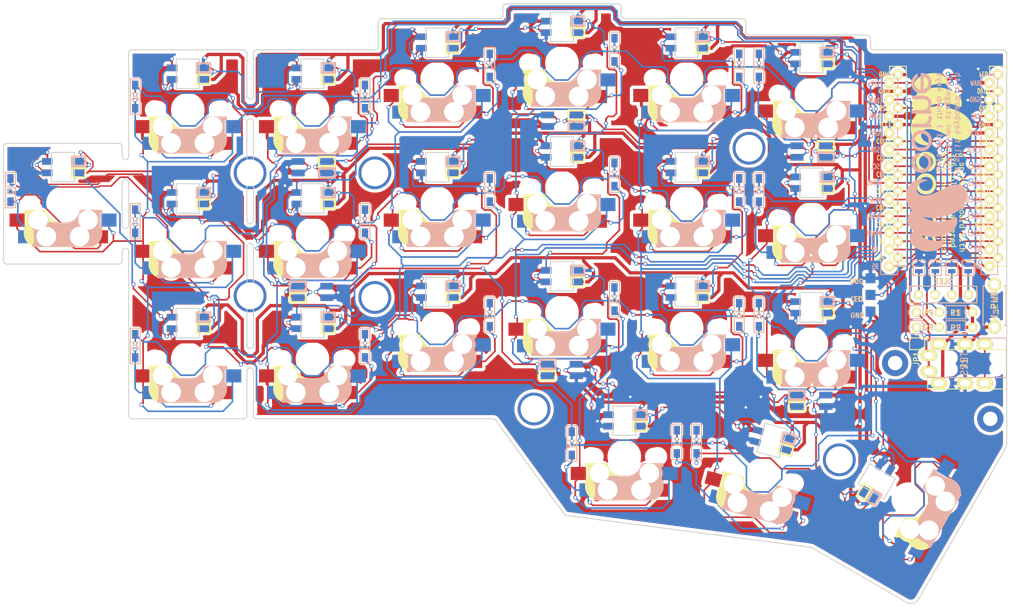
<source format=kicad_pcb>
(kicad_pcb (version 20171130) (host pcbnew "(5.1.0)-1")
  (title_block (title "Corne Cherry") (date 2018-11-17) (rev 2.1) (company foostan))
  (layers (0 F.Cu signal) (31 B.Cu signal) (34 B.Paste user) (35 F.Paste user) (36 B.SilkS user) (37 F.SilkS user) (38 B.Mask user) (39 F.Mask user) (44 Edge.Cuts user))
  (net 0 "")
  (net 1 row0)
  (net 2 "Net-(D1-Pad2)")
  (net 3 row1)
  (net 4 "Net-(D2-Pad2)")
  (net 5 row2)
  (net 6 "Net-(D3-Pad2)")
  (net 7 row3)
  (net 8 "Net-(D4-Pad2)")
  (net 9 "Net-(D5-Pad2)")
  (net 10 "Net-(D6-Pad2)")
  (net 11 "Net-(D7-Pad2)")
  (net 12 "Net-(D8-Pad2)")
  (net 13 "Net-(D9-Pad2)")
  (net 14 "Net-(D10-Pad2)")
  (net 15 "Net-(D11-Pad2)")
  (net 16 "Net-(D12-Pad2)")
  (net 17 "Net-(D13-Pad2)")
  (net 18 "Net-(D14-Pad2)")
  (net 19 "Net-(D15-Pad2)")
  (net 20 "Net-(D16-Pad2)")
  (net 21 "Net-(D17-Pad2)")
  (net 22 "Net-(D18-Pad2)")
  (net 23 "Net-(D19-Pad2)")
  (net 24 "Net-(D20-Pad2)")
  (net 25 "Net-(D21-Pad2)")
  (net 26 GND)
  (net 27 VCC)
  (net 28 col0)
  (net 29 col1)
  (net 30 col2)
  (net 31 col3)
  (net 32 col4)
  (net 33 col5)
  (net 34 LED)
  (net 35 data)
  (net 36 "Net-(L1-Pad3)")
  (net 37 "Net-(L1-Pad1)")
  (net 38 "Net-(L3-Pad3)")
  (net 39 "Net-(L10-Pad1)")
  (net 40 "Net-(L11-Pad1)")
  (net 41 "Net-(L13-Pad1)")
  (net 42 "Net-(L14-Pad3)")
  (net 43 "Net-(L10-Pad3)")
  (net 44 "Net-(L12-Pad1)")
  (net 45 "Net-(L13-Pad3)")
  (net 46 "Net-(L15-Pad3)")
  (net 47 "Net-(L16-Pad3)")
  (net 48 reset)
  (net 49 SCL)
  (net 50 SDA)
  (net 51 "Net-(L5-Pad3)")
  (net 52 "Net-(U1-Pad14)")
  (net 53 "Net-(U1-Pad13)")
  (net 54 "Net-(U1-Pad12)")
  (net 55 "Net-(U1-Pad11)")
  (net 56 "Net-(J2-Pad1)")
  (net 57 "Net-(J2-Pad2)")
  (net 58 "Net-(J2-Pad3)")
  (net 59 "Net-(J2-Pad4)")
  (net 60 "Net-(L2-Pad3)")
  (net 61 "Net-(L3-Pad1)")
  (net 62 "Net-(L11-Pad3)")
  (net 63 "Net-(L14-Pad1)")
  (net 64 "Net-(L12-Pad3)")
  (net 65 "Net-(L17-Pad1)")
  (net 66 "Net-(L18-Pad3)")
  (net 67 "Net-(L19-Pad3)")
  (net 68 "Net-(J1-PadA)")
  (net 69 "Net-(J1-PadB)")
  (net 70 "Net-(U1-Pad24)")
  (net 71 "Net-(L21-Pad3)")
  (net 72 "Net-(L22-Pad3)")
  (net 73 "Net-(L22-Pad1)")
  (net 74 "Net-(L23-Pad3)")
  (net 75 "Net-(L25-Pad1)")
  (net 76 "Net-(L26-Pad1)")
  (net 77 "Net-(D22-Pad2)")
  (net 78 "Net-(L28-Pad1)")
  (module kbd:CherryMX_MidHeight_Hotswap_1.5u (layer F.Cu) (at 179.75 136.5 240)
    (fp_text reference SW21 hide)
    (fp_text value SW_PUSH hide)
    (pad "" np_thru_hole circle (at 4.5 0 240) (size 1.7 1.7) (drill 1.7) (layers *.Cu *.Mask))
    (pad "" np_thru_hole circle (at -4.5 0 240) (size 1.7 1.7) (drill 1.7) (layers *.Cu *.Mask))
    (pad 2 smd rect (at 5.969 -5.08 60) (size 2.3 2) (layers B.Cu B.Paste B.Mask) (net 25 "Net-(D21-Pad2)"))
    (pad "" np_thru_hole circle (at -5.08 0 240) (size 1.9 1.9) (drill 1.9) (layers *.Cu *.Mask))
    (pad "" np_thru_hole circle (at 5.08 0 240) (size 1.9 1.9) (drill 1.9) (layers *.Cu *.Mask))
    (pad "" np_thru_hole circle (at 0 0 330) (size 4.1 4.1) (drill 4.1) (layers *.Cu *.Mask))
    (pad "" np_thru_hole circle (at 2.54 -5.08 60) (size 3 3) (drill 3) (layers *.Cu *.Mask))
    (pad "" np_thru_hole circle (at 3.81 -2.540001 60) (size 3 3) (drill 3) (layers *.Cu *.Mask))
    (pad "" np_thru_hole circle (at -2.54 -5.08 60) (size 3 3) (drill 3) (layers *.Cu *.Mask))
    (pad "" np_thru_hole circle (at -3.81 -2.54 60) (size 3 3) (drill 3) (layers *.Cu *.Mask))
    (pad 2 smd rect (at -5.969 -5.08 60) (size 2.3 2) (layers F.Cu F.Paste F.Mask) (net 25 "Net-(D21-Pad2)"))
    (pad 1 smd rect (at 7 -2.58 60) (size 2.3 2) (layers F.Cu F.Paste F.Mask) (net 33 col5))
    (pad 1 smd rect (at -7 -2.58 60) (size 2.3 2) (layers B.Cu B.Paste B.Mask) (net 33 col5))
  )
  (module kbd:CherryMX_MidHeight_Hotswap (layer F.Cu) (at 51 91.375 180)
    (fp_text reference SW22 hide)
    (fp_text value SW_PUSH hide)
    (pad 1 smd rect (at -7 -2.58) (size 2.3 2) (layers B.Cu B.Paste B.Mask) (net 28 col0))
    (pad 1 smd rect (at 7 -2.58) (size 2.3 2) (layers F.Cu F.Paste F.Mask) (net 28 col0))
    (pad 2 smd rect (at -5.7 -5.12) (size 2.3 2) (layers F.Cu F.Paste F.Mask) (net 77 "Net-(D22-Pad2)"))
    (pad "" np_thru_hole circle (at -3.81 -2.54) (size 3 3) (drill 3) (layers *.Cu *.Mask))
    (pad "" np_thru_hole circle (at -2.54 -5.08) (size 3 3) (drill 3) (layers *.Cu *.Mask))
    (pad "" np_thru_hole circle (at 3.81 -2.540001) (size 3 3) (drill 3) (layers *.Cu *.Mask))
    (pad "" np_thru_hole circle (at 2.54 -5.08) (size 3 3) (drill 3) (layers *.Cu *.Mask))
    (pad "" np_thru_hole circle (at 0 0 270) (size 4.1 4.1) (drill 4.1) (layers *.Cu *.Mask))
    (pad "" np_thru_hole circle (at 5.08 0 180) (size 1.9 1.9) (drill 1.9) (layers *.Cu *.Mask))
    (pad "" np_thru_hole circle (at -5.08 0 180) (size 1.9 1.9) (drill 1.9) (layers *.Cu *.Mask))
    (pad 2 smd rect (at 5.7 -5.12) (size 2.3 2) (layers B.Cu B.Paste B.Mask) (net 77 "Net-(D22-Pad2)"))
    (pad "" np_thru_hole circle (at -4.5 0 180) (size 1.7 1.7) (drill 1.7) (layers *.Cu *.Mask))
    (pad "" np_thru_hole circle (at 4.5 0 180) (size 1.7 1.7) (drill 1.7) (layers *.Cu *.Mask))
  )
  (module kbd:SK6812MINI_rev (layer F.Cu) (at 51 85.875)
    (fp_text reference L28 hide)
    (fp_text value SK6812MINI hide)
    (pad 4 smd rect (at 2.4 0.875) (size 1.6 1) (layers F.Cu F.Paste F.Mask) (net 27 VCC))
    (pad 3 smd rect (at 2.4 -0.875) (size 1.6 1) (layers F.Cu F.Paste F.Mask) (net 41 "Net-(L13-Pad1)"))
    (pad 1 smd rect (at -2.4 0.875) (size 1.6 1) (layers F.Cu F.Paste F.Mask) (net 78 "Net-(L28-Pad1)"))
    (pad 2 smd rect (at -2.4 -0.875) (size 1.6 1) (layers F.Cu F.Paste F.Mask) (net 26 GND))
    (pad 3 smd rect (at 2.4 0.875) (size 1.6 1) (layers B.Cu B.Paste B.Mask) (net 41 "Net-(L13-Pad1)"))
    (pad 4 smd rect (at 2.4 -0.875) (size 1.6 1) (layers B.Cu B.Paste B.Mask) (net 27 VCC))
    (pad 1 smd rect (at -2.4 -0.875) (size 1.6 1) (layers B.Cu B.Paste B.Mask) (net 78 "Net-(L28-Pad1)"))
    (pad 2 smd rect (at -2.4 0.875) (size 1.6 1) (layers B.Cu B.Paste B.Mask) (net 26 GND))
  )
  (module kbd:D3_SMD (layer F.Cu) (at 43 89.375 270)
    (fp_text reference D22 hide)
    (fp_text value D hide)
    (pad 1 smd rect (at -1.775 0 270) (size 1.3 0.95) (layers F.Cu F.Paste F.Mask) (net 7 row3))
    (pad 2 smd rect (at 1.775 0 270) (size 1.3 0.95) (layers B.Cu B.Paste B.Mask) (net 77 "Net-(D22-Pad2)"))
    (pad 1 smd rect (at -1.775 0 270) (size 1.3 0.95) (layers B.Cu B.Paste B.Mask) (net 7 row3))
    (pad 2 smd rect (at 1.775 0 270) (size 1.3 0.95) (layers F.Cu F.Paste F.Mask) (net 77 "Net-(D22-Pad2)"))
  )
  (module kbd:CherryMX_MidHeight_Hotswap (layer F.Cu) (at 70 77.125 180)
    (fp_text reference SW1 hide)
    (fp_text value SW_PUSH hide)
    (pad "" np_thru_hole circle (at 4.5 0 180) (size 1.7 1.7) (drill 1.7) (layers *.Cu *.Mask))
    (pad "" np_thru_hole circle (at -4.5 0 180) (size 1.7 1.7) (drill 1.7) (layers *.Cu *.Mask))
    (pad 2 smd rect (at 5.7 -5.12) (size 2.3 2) (layers B.Cu B.Paste B.Mask) (net 2 "Net-(D1-Pad2)"))
    (pad "" np_thru_hole circle (at -5.08 0 180) (size 1.9 1.9) (drill 1.9) (layers *.Cu *.Mask))
    (pad "" np_thru_hole circle (at 5.08 0 180) (size 1.9 1.9) (drill 1.9) (layers *.Cu *.Mask))
    (pad "" np_thru_hole circle (at 0 0 270) (size 4.1 4.1) (drill 4.1) (layers *.Cu *.Mask))
    (pad "" np_thru_hole circle (at 2.54 -5.08) (size 3 3) (drill 3) (layers *.Cu *.Mask))
    (pad "" np_thru_hole circle (at 3.81 -2.540001) (size 3 3) (drill 3) (layers *.Cu *.Mask))
    (pad "" np_thru_hole circle (at -2.54 -5.08) (size 3 3) (drill 3) (layers *.Cu *.Mask))
    (pad "" np_thru_hole circle (at -3.81 -2.54) (size 3 3) (drill 3) (layers *.Cu *.Mask))
    (pad 2 smd rect (at -5.7 -5.12) (size 2.3 2) (layers F.Cu F.Paste F.Mask) (net 2 "Net-(D1-Pad2)"))
    (pad 1 smd rect (at 7 -2.58) (size 2.3 2) (layers F.Cu F.Paste F.Mask) (net 28 col0))
    (pad 1 smd rect (at -7 -2.58) (size 2.3 2) (layers B.Cu B.Paste B.Mask) (net 28 col0))
  )
  (module kbd:CherryMX_MidHeight_Hotswap (layer F.Cu) (at 136.5 130 180)
    (fp_text reference SW19 hide)
    (fp_text value SW_PUSH hide)
    (pad "" np_thru_hole circle (at 4.5 0 180) (size 1.7 1.7) (drill 1.7) (layers *.Cu *.Mask))
    (pad "" np_thru_hole circle (at -4.5 0 180) (size 1.7 1.7) (drill 1.7) (layers *.Cu *.Mask))
    (pad 2 smd rect (at 5.7 -5.12) (size 2.3 2) (layers B.Cu B.Paste B.Mask) (net 23 "Net-(D19-Pad2)"))
    (pad "" np_thru_hole circle (at -5.08 0 180) (size 1.9 1.9) (drill 1.9) (layers *.Cu *.Mask))
    (pad "" np_thru_hole circle (at 5.08 0 180) (size 1.9 1.9) (drill 1.9) (layers *.Cu *.Mask))
    (pad "" np_thru_hole circle (at 0 0 270) (size 4.1 4.1) (drill 4.1) (layers *.Cu *.Mask))
    (pad "" np_thru_hole circle (at 2.54 -5.08) (size 3 3) (drill 3) (layers *.Cu *.Mask))
    (pad "" np_thru_hole circle (at 3.81 -2.540001) (size 3 3) (drill 3) (layers *.Cu *.Mask))
    (pad "" np_thru_hole circle (at -2.54 -5.08) (size 3 3) (drill 3) (layers *.Cu *.Mask))
    (pad "" np_thru_hole circle (at -3.81 -2.54) (size 3 3) (drill 3) (layers *.Cu *.Mask))
    (pad 2 smd rect (at -5.7 -5.12) (size 2.3 2) (layers F.Cu F.Paste F.Mask) (net 23 "Net-(D19-Pad2)"))
    (pad 1 smd rect (at 7 -2.58) (size 2.3 2) (layers F.Cu F.Paste F.Mask) (net 31 col3))
    (pad 1 smd rect (at -7 -2.58) (size 2.3 2) (layers B.Cu B.Paste B.Mask) (net 31 col3))
  )
  (module kbd:CherryMX_MidHeight_Hotswap (layer F.Cu) (at 165 112.75 180)
    (fp_text reference SW18 hide)
    (fp_text value SW_PUSH hide)
    (pad "" np_thru_hole circle (at 4.5 0 180) (size 1.7 1.7) (drill 1.7) (layers *.Cu *.Mask))
    (pad "" np_thru_hole circle (at -4.5 0 180) (size 1.7 1.7) (drill 1.7) (layers *.Cu *.Mask))
    (pad 2 smd rect (at 5.7 -5.12) (size 2.3 2) (layers B.Cu B.Paste B.Mask) (net 22 "Net-(D18-Pad2)"))
    (pad "" np_thru_hole circle (at -5.08 0 180) (size 1.9 1.9) (drill 1.9) (layers *.Cu *.Mask))
    (pad "" np_thru_hole circle (at 5.08 0 180) (size 1.9 1.9) (drill 1.9) (layers *.Cu *.Mask))
    (pad "" np_thru_hole circle (at 0 0 270) (size 4.1 4.1) (drill 4.1) (layers *.Cu *.Mask))
    (pad "" np_thru_hole circle (at 2.54 -5.08) (size 3 3) (drill 3) (layers *.Cu *.Mask))
    (pad "" np_thru_hole circle (at 3.81 -2.540001) (size 3 3) (drill 3) (layers *.Cu *.Mask))
    (pad "" np_thru_hole circle (at -2.54 -5.08) (size 3 3) (drill 3) (layers *.Cu *.Mask))
    (pad "" np_thru_hole circle (at -3.81 -2.54) (size 3 3) (drill 3) (layers *.Cu *.Mask))
    (pad 2 smd rect (at -5.7 -5.12) (size 2.3 2) (layers F.Cu F.Paste F.Mask) (net 22 "Net-(D18-Pad2)"))
    (pad 1 smd rect (at 7 -2.58) (size 2.3 2) (layers F.Cu F.Paste F.Mask) (net 33 col5))
    (pad 1 smd rect (at -7 -2.58) (size 2.3 2) (layers B.Cu B.Paste B.Mask) (net 33 col5))
  )
  (module kbd:CherryMX_MidHeight_Hotswap (layer F.Cu) (at 108 110.375 180)
    (fp_text reference SW15 hide)
    (fp_text value SW_PUSH hide)
    (pad "" np_thru_hole circle (at 4.5 0 180) (size 1.7 1.7) (drill 1.7) (layers *.Cu *.Mask))
    (pad "" np_thru_hole circle (at -4.5 0 180) (size 1.7 1.7) (drill 1.7) (layers *.Cu *.Mask))
    (pad 2 smd rect (at 5.7 -5.12) (size 2.3 2) (layers B.Cu B.Paste B.Mask) (net 19 "Net-(D15-Pad2)"))
    (pad "" np_thru_hole circle (at -5.08 0 180) (size 1.9 1.9) (drill 1.9) (layers *.Cu *.Mask))
    (pad "" np_thru_hole circle (at 5.08 0 180) (size 1.9 1.9) (drill 1.9) (layers *.Cu *.Mask))
    (pad "" np_thru_hole circle (at 0 0 270) (size 4.1 4.1) (drill 4.1) (layers *.Cu *.Mask))
    (pad "" np_thru_hole circle (at 2.54 -5.08) (size 3 3) (drill 3) (layers *.Cu *.Mask))
    (pad "" np_thru_hole circle (at 3.81 -2.540001) (size 3 3) (drill 3) (layers *.Cu *.Mask))
    (pad "" np_thru_hole circle (at -2.54 -5.08) (size 3 3) (drill 3) (layers *.Cu *.Mask))
    (pad "" np_thru_hole circle (at -3.81 -2.54) (size 3 3) (drill 3) (layers *.Cu *.Mask))
    (pad 2 smd rect (at -5.7 -5.12) (size 2.3 2) (layers F.Cu F.Paste F.Mask) (net 19 "Net-(D15-Pad2)"))
    (pad 1 smd rect (at 7 -2.58) (size 2.3 2) (layers F.Cu F.Paste F.Mask) (net 30 col2))
    (pad 1 smd rect (at -7 -2.58) (size 2.3 2) (layers B.Cu B.Paste B.Mask) (net 30 col2))
  )
  (module kbd:CherryMX_MidHeight_Hotswap (layer F.Cu) (at 89 115.125 180)
    (fp_text reference SW14 hide)
    (fp_text value SW_PUSH hide)
    (pad "" np_thru_hole circle (at 4.5 0 180) (size 1.7 1.7) (drill 1.7) (layers *.Cu *.Mask))
    (pad "" np_thru_hole circle (at -4.5 0 180) (size 1.7 1.7) (drill 1.7) (layers *.Cu *.Mask))
    (pad 2 smd rect (at 5.7 -5.12) (size 2.3 2) (layers B.Cu B.Paste B.Mask) (net 18 "Net-(D14-Pad2)"))
    (pad "" np_thru_hole circle (at -5.08 0 180) (size 1.9 1.9) (drill 1.9) (layers *.Cu *.Mask))
    (pad "" np_thru_hole circle (at 5.08 0 180) (size 1.9 1.9) (drill 1.9) (layers *.Cu *.Mask))
    (pad "" np_thru_hole circle (at 0 0 270) (size 4.1 4.1) (drill 4.1) (layers *.Cu *.Mask))
    (pad "" np_thru_hole circle (at 2.54 -5.08) (size 3 3) (drill 3) (layers *.Cu *.Mask))
    (pad "" np_thru_hole circle (at 3.81 -2.540001) (size 3 3) (drill 3) (layers *.Cu *.Mask))
    (pad "" np_thru_hole circle (at -2.54 -5.08) (size 3 3) (drill 3) (layers *.Cu *.Mask))
    (pad "" np_thru_hole circle (at -3.81 -2.54) (size 3 3) (drill 3) (layers *.Cu *.Mask))
    (pad 2 smd rect (at -5.7 -5.12) (size 2.3 2) (layers F.Cu F.Paste F.Mask) (net 18 "Net-(D14-Pad2)"))
    (pad 1 smd rect (at 7 -2.58) (size 2.3 2) (layers F.Cu F.Paste F.Mask) (net 29 col1))
    (pad 1 smd rect (at -7 -2.58) (size 2.3 2) (layers B.Cu B.Paste B.Mask) (net 29 col1))
  )
  (module kbd:CherryMX_MidHeight_Hotswap (layer F.Cu) (at 70 115.125 180)
    (fp_text reference SW13 hide)
    (fp_text value SW_PUSH hide)
    (pad "" np_thru_hole circle (at 4.5 0 180) (size 1.7 1.7) (drill 1.7) (layers *.Cu *.Mask))
    (pad "" np_thru_hole circle (at -4.5 0 180) (size 1.7 1.7) (drill 1.7) (layers *.Cu *.Mask))
    (pad 2 smd rect (at 5.7 -5.12) (size 2.3 2) (layers B.Cu B.Paste B.Mask) (net 17 "Net-(D13-Pad2)"))
    (pad "" np_thru_hole circle (at -5.08 0 180) (size 1.9 1.9) (drill 1.9) (layers *.Cu *.Mask))
    (pad "" np_thru_hole circle (at 5.08 0 180) (size 1.9 1.9) (drill 1.9) (layers *.Cu *.Mask))
    (pad "" np_thru_hole circle (at 0 0 270) (size 4.1 4.1) (drill 4.1) (layers *.Cu *.Mask))
    (pad "" np_thru_hole circle (at 2.54 -5.08) (size 3 3) (drill 3) (layers *.Cu *.Mask))
    (pad "" np_thru_hole circle (at 3.81 -2.540001) (size 3 3) (drill 3) (layers *.Cu *.Mask))
    (pad "" np_thru_hole circle (at -2.54 -5.08) (size 3 3) (drill 3) (layers *.Cu *.Mask))
    (pad "" np_thru_hole circle (at -3.81 -2.54) (size 3 3) (drill 3) (layers *.Cu *.Mask))
    (pad 2 smd rect (at -5.7 -5.12) (size 2.3 2) (layers F.Cu F.Paste F.Mask) (net 17 "Net-(D13-Pad2)"))
    (pad 1 smd rect (at 7 -2.58) (size 2.3 2) (layers F.Cu F.Paste F.Mask) (net 28 col0))
    (pad 1 smd rect (at -7 -2.58) (size 2.3 2) (layers B.Cu B.Paste B.Mask) (net 28 col0))
  )
  (module kbd:CherryMX_MidHeight_Hotswap (layer F.Cu) (at 165 93.75 180)
    (fp_text reference SW12 hide)
    (fp_text value SW_PUSH hide)
    (pad "" np_thru_hole circle (at 4.5 0 180) (size 1.7 1.7) (drill 1.7) (layers *.Cu *.Mask))
    (pad "" np_thru_hole circle (at -4.5 0 180) (size 1.7 1.7) (drill 1.7) (layers *.Cu *.Mask))
    (pad 2 smd rect (at 5.7 -5.12) (size 2.3 2) (layers B.Cu B.Paste B.Mask) (net 16 "Net-(D12-Pad2)"))
    (pad "" np_thru_hole circle (at -5.08 0 180) (size 1.9 1.9) (drill 1.9) (layers *.Cu *.Mask))
    (pad "" np_thru_hole circle (at 5.08 0 180) (size 1.9 1.9) (drill 1.9) (layers *.Cu *.Mask))
    (pad "" np_thru_hole circle (at 0 0 270) (size 4.1 4.1) (drill 4.1) (layers *.Cu *.Mask))
    (pad "" np_thru_hole circle (at 2.54 -5.08) (size 3 3) (drill 3) (layers *.Cu *.Mask))
    (pad "" np_thru_hole circle (at 3.81 -2.540001) (size 3 3) (drill 3) (layers *.Cu *.Mask))
    (pad "" np_thru_hole circle (at -2.54 -5.08) (size 3 3) (drill 3) (layers *.Cu *.Mask))
    (pad "" np_thru_hole circle (at -3.81 -2.54) (size 3 3) (drill 3) (layers *.Cu *.Mask))
    (pad 2 smd rect (at -5.7 -5.12) (size 2.3 2) (layers F.Cu F.Paste F.Mask) (net 16 "Net-(D12-Pad2)"))
    (pad 1 smd rect (at 7 -2.58) (size 2.3 2) (layers F.Cu F.Paste F.Mask) (net 33 col5))
    (pad 1 smd rect (at -7 -2.58) (size 2.3 2) (layers B.Cu B.Paste B.Mask) (net 33 col5))
  )
  (module kbd:CherryMX_MidHeight_Hotswap (layer F.Cu) (at 146 91.375 180)
    (fp_text reference SW11 hide)
    (fp_text value SW_PUSH hide)
    (pad "" np_thru_hole circle (at 4.5 0 180) (size 1.7 1.7) (drill 1.7) (layers *.Cu *.Mask))
    (pad "" np_thru_hole circle (at -4.5 0 180) (size 1.7 1.7) (drill 1.7) (layers *.Cu *.Mask))
    (pad 2 smd rect (at 5.7 -5.12) (size 2.3 2) (layers B.Cu B.Paste B.Mask) (net 15 "Net-(D11-Pad2)"))
    (pad "" np_thru_hole circle (at -5.08 0 180) (size 1.9 1.9) (drill 1.9) (layers *.Cu *.Mask))
    (pad "" np_thru_hole circle (at 5.08 0 180) (size 1.9 1.9) (drill 1.9) (layers *.Cu *.Mask))
    (pad "" np_thru_hole circle (at 0 0 270) (size 4.1 4.1) (drill 4.1) (layers *.Cu *.Mask))
    (pad "" np_thru_hole circle (at 2.54 -5.08) (size 3 3) (drill 3) (layers *.Cu *.Mask))
    (pad "" np_thru_hole circle (at 3.81 -2.540001) (size 3 3) (drill 3) (layers *.Cu *.Mask))
    (pad "" np_thru_hole circle (at -2.54 -5.08) (size 3 3) (drill 3) (layers *.Cu *.Mask))
    (pad "" np_thru_hole circle (at -3.81 -2.54) (size 3 3) (drill 3) (layers *.Cu *.Mask))
    (pad 2 smd rect (at -5.7 -5.12) (size 2.3 2) (layers F.Cu F.Paste F.Mask) (net 15 "Net-(D11-Pad2)"))
    (pad 1 smd rect (at 7 -2.58) (size 2.3 2) (layers F.Cu F.Paste F.Mask) (net 32 col4))
    (pad 1 smd rect (at -7 -2.58) (size 2.3 2) (layers B.Cu B.Paste B.Mask) (net 32 col4))
  )
  (module kbd:CherryMX_MidHeight_Hotswap (layer F.Cu) (at 127 89 180)
    (fp_text reference SW10 hide)
    (fp_text value SW_PUSH hide)
    (pad "" np_thru_hole circle (at 4.5 0 180) (size 1.7 1.7) (drill 1.7) (layers *.Cu *.Mask))
    (pad "" np_thru_hole circle (at -4.5 0 180) (size 1.7 1.7) (drill 1.7) (layers *.Cu *.Mask))
    (pad 2 smd rect (at 5.7 -5.12) (size 2.3 2) (layers B.Cu B.Paste B.Mask) (net 14 "Net-(D10-Pad2)"))
    (pad "" np_thru_hole circle (at -5.08 0 180) (size 1.9 1.9) (drill 1.9) (layers *.Cu *.Mask))
    (pad "" np_thru_hole circle (at 5.08 0 180) (size 1.9 1.9) (drill 1.9) (layers *.Cu *.Mask))
    (pad "" np_thru_hole circle (at 0 0 270) (size 4.1 4.1) (drill 4.1) (layers *.Cu *.Mask))
    (pad "" np_thru_hole circle (at 2.54 -5.08) (size 3 3) (drill 3) (layers *.Cu *.Mask))
    (pad "" np_thru_hole circle (at 3.81 -2.540001) (size 3 3) (drill 3) (layers *.Cu *.Mask))
    (pad "" np_thru_hole circle (at -2.54 -5.08) (size 3 3) (drill 3) (layers *.Cu *.Mask))
    (pad "" np_thru_hole circle (at -3.81 -2.54) (size 3 3) (drill 3) (layers *.Cu *.Mask))
    (pad 2 smd rect (at -5.7 -5.12) (size 2.3 2) (layers F.Cu F.Paste F.Mask) (net 14 "Net-(D10-Pad2)"))
    (pad 1 smd rect (at 7 -2.58) (size 2.3 2) (layers F.Cu F.Paste F.Mask) (net 31 col3))
    (pad 1 smd rect (at -7 -2.58) (size 2.3 2) (layers B.Cu B.Paste B.Mask) (net 31 col3))
  )
  (module kbd:CherryMX_MidHeight_Hotswap (layer F.Cu) (at 108 91.375 180)
    (fp_text reference SW9 hide)
    (fp_text value SW_PUSH hide)
    (pad "" np_thru_hole circle (at 4.5 0 180) (size 1.7 1.7) (drill 1.7) (layers *.Cu *.Mask))
    (pad "" np_thru_hole circle (at -4.5 0 180) (size 1.7 1.7) (drill 1.7) (layers *.Cu *.Mask))
    (pad 2 smd rect (at 5.7 -5.12) (size 2.3 2) (layers B.Cu B.Paste B.Mask) (net 13 "Net-(D9-Pad2)"))
    (pad "" np_thru_hole circle (at -5.08 0 180) (size 1.9 1.9) (drill 1.9) (layers *.Cu *.Mask))
    (pad "" np_thru_hole circle (at 5.08 0 180) (size 1.9 1.9) (drill 1.9) (layers *.Cu *.Mask))
    (pad "" np_thru_hole circle (at 0 0 270) (size 4.1 4.1) (drill 4.1) (layers *.Cu *.Mask))
    (pad "" np_thru_hole circle (at 2.54 -5.08) (size 3 3) (drill 3) (layers *.Cu *.Mask))
    (pad "" np_thru_hole circle (at 3.81 -2.540001) (size 3 3) (drill 3) (layers *.Cu *.Mask))
    (pad "" np_thru_hole circle (at -2.54 -5.08) (size 3 3) (drill 3) (layers *.Cu *.Mask))
    (pad "" np_thru_hole circle (at -3.81 -2.54) (size 3 3) (drill 3) (layers *.Cu *.Mask))
    (pad 2 smd rect (at -5.7 -5.12) (size 2.3 2) (layers F.Cu F.Paste F.Mask) (net 13 "Net-(D9-Pad2)"))
    (pad 1 smd rect (at 7 -2.58) (size 2.3 2) (layers F.Cu F.Paste F.Mask) (net 30 col2))
    (pad 1 smd rect (at -7 -2.58) (size 2.3 2) (layers B.Cu B.Paste B.Mask) (net 30 col2))
  )
  (module kbd:CherryMX_MidHeight_Hotswap (layer F.Cu) (at 89 96.125 180)
    (fp_text reference SW8 hide)
    (fp_text value SW_PUSH hide)
    (pad "" np_thru_hole circle (at 4.5 0 180) (size 1.7 1.7) (drill 1.7) (layers *.Cu *.Mask))
    (pad "" np_thru_hole circle (at -4.5 0 180) (size 1.7 1.7) (drill 1.7) (layers *.Cu *.Mask))
    (pad 2 smd rect (at 5.7 -5.12) (size 2.3 2) (layers B.Cu B.Paste B.Mask) (net 12 "Net-(D8-Pad2)"))
    (pad "" np_thru_hole circle (at -5.08 0 180) (size 1.9 1.9) (drill 1.9) (layers *.Cu *.Mask))
    (pad "" np_thru_hole circle (at 5.08 0 180) (size 1.9 1.9) (drill 1.9) (layers *.Cu *.Mask))
    (pad "" np_thru_hole circle (at 0 0 270) (size 4.1 4.1) (drill 4.1) (layers *.Cu *.Mask))
    (pad "" np_thru_hole circle (at 2.54 -5.08) (size 3 3) (drill 3) (layers *.Cu *.Mask))
    (pad "" np_thru_hole circle (at 3.81 -2.540001) (size 3 3) (drill 3) (layers *.Cu *.Mask))
    (pad "" np_thru_hole circle (at -2.54 -5.08) (size 3 3) (drill 3) (layers *.Cu *.Mask))
    (pad "" np_thru_hole circle (at -3.81 -2.54) (size 3 3) (drill 3) (layers *.Cu *.Mask))
    (pad 2 smd rect (at -5.7 -5.12) (size 2.3 2) (layers F.Cu F.Paste F.Mask) (net 12 "Net-(D8-Pad2)"))
    (pad 1 smd rect (at 7 -2.58) (size 2.3 2) (layers F.Cu F.Paste F.Mask) (net 29 col1))
    (pad 1 smd rect (at -7 -2.58) (size 2.3 2) (layers B.Cu B.Paste B.Mask) (net 29 col1))
  )
  (module kbd:CherryMX_MidHeight_Hotswap (layer F.Cu) (at 70 96.125 180)
    (fp_text reference SW7 hide)
    (fp_text value SW_PUSH hide)
    (pad "" np_thru_hole circle (at 4.5 0 180) (size 1.7 1.7) (drill 1.7) (layers *.Cu *.Mask))
    (pad "" np_thru_hole circle (at -4.5 0 180) (size 1.7 1.7) (drill 1.7) (layers *.Cu *.Mask))
    (pad 2 smd rect (at 5.7 -5.12) (size 2.3 2) (layers B.Cu B.Paste B.Mask) (net 11 "Net-(D7-Pad2)"))
    (pad "" np_thru_hole circle (at -5.08 0 180) (size 1.9 1.9) (drill 1.9) (layers *.Cu *.Mask))
    (pad "" np_thru_hole circle (at 5.08 0 180) (size 1.9 1.9) (drill 1.9) (layers *.Cu *.Mask))
    (pad "" np_thru_hole circle (at 0 0 270) (size 4.1 4.1) (drill 4.1) (layers *.Cu *.Mask))
    (pad "" np_thru_hole circle (at 2.54 -5.08) (size 3 3) (drill 3) (layers *.Cu *.Mask))
    (pad "" np_thru_hole circle (at 3.81 -2.540001) (size 3 3) (drill 3) (layers *.Cu *.Mask))
    (pad "" np_thru_hole circle (at -2.54 -5.08) (size 3 3) (drill 3) (layers *.Cu *.Mask))
    (pad "" np_thru_hole circle (at -3.81 -2.54) (size 3 3) (drill 3) (layers *.Cu *.Mask))
    (pad 2 smd rect (at -5.7 -5.12) (size 2.3 2) (layers F.Cu F.Paste F.Mask) (net 11 "Net-(D7-Pad2)"))
    (pad 1 smd rect (at 7 -2.58) (size 2.3 2) (layers F.Cu F.Paste F.Mask) (net 28 col0))
    (pad 1 smd rect (at -7 -2.58) (size 2.3 2) (layers B.Cu B.Paste B.Mask) (net 28 col0))
  )
  (module kbd:CherryMX_MidHeight_Hotswap (layer F.Cu) (at 165 74.75 180)
    (fp_text reference SW6 hide)
    (fp_text value SW_PUSH hide)
    (pad "" np_thru_hole circle (at 4.5 0 180) (size 1.7 1.7) (drill 1.7) (layers *.Cu *.Mask))
    (pad "" np_thru_hole circle (at -4.5 0 180) (size 1.7 1.7) (drill 1.7) (layers *.Cu *.Mask))
    (pad 2 smd rect (at 5.7 -5.12) (size 2.3 2) (layers B.Cu B.Paste B.Mask) (net 10 "Net-(D6-Pad2)"))
    (pad "" np_thru_hole circle (at -5.08 0 180) (size 1.9 1.9) (drill 1.9) (layers *.Cu *.Mask))
    (pad "" np_thru_hole circle (at 5.08 0 180) (size 1.9 1.9) (drill 1.9) (layers *.Cu *.Mask))
    (pad "" np_thru_hole circle (at 0 0 270) (size 4.1 4.1) (drill 4.1) (layers *.Cu *.Mask))
    (pad "" np_thru_hole circle (at 2.54 -5.08) (size 3 3) (drill 3) (layers *.Cu *.Mask))
    (pad "" np_thru_hole circle (at 3.81 -2.540001) (size 3 3) (drill 3) (layers *.Cu *.Mask))
    (pad "" np_thru_hole circle (at -2.54 -5.08) (size 3 3) (drill 3) (layers *.Cu *.Mask))
    (pad "" np_thru_hole circle (at -3.81 -2.54) (size 3 3) (drill 3) (layers *.Cu *.Mask))
    (pad 2 smd rect (at -5.7 -5.12) (size 2.3 2) (layers F.Cu F.Paste F.Mask) (net 10 "Net-(D6-Pad2)"))
    (pad 1 smd rect (at 7 -2.58) (size 2.3 2) (layers F.Cu F.Paste F.Mask) (net 33 col5))
    (pad 1 smd rect (at -7 -2.58) (size 2.3 2) (layers B.Cu B.Paste B.Mask) (net 33 col5))
  )
  (module kbd:CherryMX_MidHeight_Hotswap (layer F.Cu) (at 146 72.375 180)
    (fp_text reference SW5 hide)
    (fp_text value SW_PUSH hide)
    (pad "" np_thru_hole circle (at 4.5 0 180) (size 1.7 1.7) (drill 1.7) (layers *.Cu *.Mask))
    (pad "" np_thru_hole circle (at -4.5 0 180) (size 1.7 1.7) (drill 1.7) (layers *.Cu *.Mask))
    (pad 2 smd rect (at 5.7 -5.12) (size 2.3 2) (layers B.Cu B.Paste B.Mask) (net 9 "Net-(D5-Pad2)"))
    (pad "" np_thru_hole circle (at -5.08 0 180) (size 1.9 1.9) (drill 1.9) (layers *.Cu *.Mask))
    (pad "" np_thru_hole circle (at 5.08 0 180) (size 1.9 1.9) (drill 1.9) (layers *.Cu *.Mask))
    (pad "" np_thru_hole circle (at 0 0 270) (size 4.1 4.1) (drill 4.1) (layers *.Cu *.Mask))
    (pad "" np_thru_hole circle (at 2.54 -5.08) (size 3 3) (drill 3) (layers *.Cu *.Mask))
    (pad "" np_thru_hole circle (at 3.81 -2.540001) (size 3 3) (drill 3) (layers *.Cu *.Mask))
    (pad "" np_thru_hole circle (at -2.54 -5.08) (size 3 3) (drill 3) (layers *.Cu *.Mask))
    (pad "" np_thru_hole circle (at -3.81 -2.54) (size 3 3) (drill 3) (layers *.Cu *.Mask))
    (pad 2 smd rect (at -5.7 -5.12) (size 2.3 2) (layers F.Cu F.Paste F.Mask) (net 9 "Net-(D5-Pad2)"))
    (pad 1 smd rect (at 7 -2.58) (size 2.3 2) (layers F.Cu F.Paste F.Mask) (net 32 col4))
    (pad 1 smd rect (at -7 -2.58) (size 2.3 2) (layers B.Cu B.Paste B.Mask) (net 32 col4))
  )
  (module kbd:CherryMX_MidHeight_Hotswap (layer F.Cu) (at 108 72.375 180)
    (fp_text reference SW3 hide)
    (fp_text value SW_PUSH hide)
    (pad "" np_thru_hole circle (at 4.5 0 180) (size 1.7 1.7) (drill 1.7) (layers *.Cu *.Mask))
    (pad "" np_thru_hole circle (at -4.5 0 180) (size 1.7 1.7) (drill 1.7) (layers *.Cu *.Mask))
    (pad 2 smd rect (at 5.7 -5.12) (size 2.3 2) (layers B.Cu B.Paste B.Mask) (net 6 "Net-(D3-Pad2)"))
    (pad "" np_thru_hole circle (at -5.08 0 180) (size 1.9 1.9) (drill 1.9) (layers *.Cu *.Mask))
    (pad "" np_thru_hole circle (at 5.08 0 180) (size 1.9 1.9) (drill 1.9) (layers *.Cu *.Mask))
    (pad "" np_thru_hole circle (at 0 0 270) (size 4.1 4.1) (drill 4.1) (layers *.Cu *.Mask))
    (pad "" np_thru_hole circle (at 2.54 -5.08) (size 3 3) (drill 3) (layers *.Cu *.Mask))
    (pad "" np_thru_hole circle (at 3.81 -2.540001) (size 3 3) (drill 3) (layers *.Cu *.Mask))
    (pad "" np_thru_hole circle (at -2.54 -5.08) (size 3 3) (drill 3) (layers *.Cu *.Mask))
    (pad "" np_thru_hole circle (at -3.81 -2.54) (size 3 3) (drill 3) (layers *.Cu *.Mask))
    (pad 2 smd rect (at -5.7 -5.12) (size 2.3 2) (layers F.Cu F.Paste F.Mask) (net 6 "Net-(D3-Pad2)"))
    (pad 1 smd rect (at 7 -2.58) (size 2.3 2) (layers F.Cu F.Paste F.Mask) (net 30 col2))
    (pad 1 smd rect (at -7 -2.58) (size 2.3 2) (layers B.Cu B.Paste B.Mask) (net 30 col2))
  )
  (module kbd:CherryMX_MidHeight_Hotswap (layer F.Cu) (at 89 77.125 180)
    (fp_text reference SW2 hide)
    (fp_text value SW_PUSH hide)
    (pad "" np_thru_hole circle (at 4.5 0 180) (size 1.7 1.7) (drill 1.7) (layers *.Cu *.Mask))
    (pad "" np_thru_hole circle (at -4.5 0 180) (size 1.7 1.7) (drill 1.7) (layers *.Cu *.Mask))
    (pad 2 smd rect (at 5.7 -5.12) (size 2.3 2) (layers B.Cu B.Paste B.Mask) (net 4 "Net-(D2-Pad2)"))
    (pad "" np_thru_hole circle (at -5.08 0 180) (size 1.9 1.9) (drill 1.9) (layers *.Cu *.Mask))
    (pad "" np_thru_hole circle (at 5.08 0 180) (size 1.9 1.9) (drill 1.9) (layers *.Cu *.Mask))
    (pad "" np_thru_hole circle (at 0 0 270) (size 4.1 4.1) (drill 4.1) (layers *.Cu *.Mask))
    (pad "" np_thru_hole circle (at 2.54 -5.08) (size 3 3) (drill 3) (layers *.Cu *.Mask))
    (pad "" np_thru_hole circle (at 3.81 -2.540001) (size 3 3) (drill 3) (layers *.Cu *.Mask))
    (pad "" np_thru_hole circle (at -2.54 -5.08) (size 3 3) (drill 3) (layers *.Cu *.Mask))
    (pad "" np_thru_hole circle (at -3.81 -2.54) (size 3 3) (drill 3) (layers *.Cu *.Mask))
    (pad 2 smd rect (at -5.7 -5.12) (size 2.3 2) (layers F.Cu F.Paste F.Mask) (net 4 "Net-(D2-Pad2)"))
    (pad 1 smd rect (at 7 -2.58) (size 2.3 2) (layers F.Cu F.Paste F.Mask) (net 29 col1))
    (pad 1 smd rect (at -7 -2.58) (size 2.3 2) (layers B.Cu B.Paste B.Mask) (net 29 col1))
  )
  (module kbd:CherryMX_MidHeight_Hotswap (layer F.Cu) (at 146 110.375 180)
    (fp_text reference SW17 hide)
    (fp_text value SW_PUSH hide)
    (pad "" np_thru_hole circle (at 4.5 0 180) (size 1.7 1.7) (drill 1.7) (layers *.Cu *.Mask))
    (pad "" np_thru_hole circle (at -4.5 0 180) (size 1.7 1.7) (drill 1.7) (layers *.Cu *.Mask))
    (pad 2 smd rect (at 5.7 -5.12) (size 2.3 2) (layers B.Cu B.Paste B.Mask) (net 21 "Net-(D17-Pad2)"))
    (pad "" np_thru_hole circle (at -5.08 0 180) (size 1.9 1.9) (drill 1.9) (layers *.Cu *.Mask))
    (pad "" np_thru_hole circle (at 5.08 0 180) (size 1.9 1.9) (drill 1.9) (layers *.Cu *.Mask))
    (pad "" np_thru_hole circle (at 0 0 270) (size 4.1 4.1) (drill 4.1) (layers *.Cu *.Mask))
    (pad "" np_thru_hole circle (at 2.54 -5.08) (size 3 3) (drill 3) (layers *.Cu *.Mask))
    (pad "" np_thru_hole circle (at 3.81 -2.540001) (size 3 3) (drill 3) (layers *.Cu *.Mask))
    (pad "" np_thru_hole circle (at -2.54 -5.08) (size 3 3) (drill 3) (layers *.Cu *.Mask))
    (pad "" np_thru_hole circle (at -3.81 -2.54) (size 3 3) (drill 3) (layers *.Cu *.Mask))
    (pad 2 smd rect (at -5.7 -5.12) (size 2.3 2) (layers F.Cu F.Paste F.Mask) (net 21 "Net-(D17-Pad2)"))
    (pad 1 smd rect (at 7 -2.58) (size 2.3 2) (layers F.Cu F.Paste F.Mask) (net 32 col4))
    (pad 1 smd rect (at -7 -2.58) (size 2.3 2) (layers B.Cu B.Paste B.Mask) (net 32 col4))
  )
  (module kbd:CherryMX_MidHeight_Hotswap (layer F.Cu) (at 157.5 132.75 165)
    (fp_text reference SW20 hide)
    (fp_text value SW_PUSH hide)
    (pad "" np_thru_hole circle (at 4.5 0 165) (size 1.7 1.7) (drill 1.7) (layers *.Cu *.Mask))
    (pad "" np_thru_hole circle (at -4.5 0 165) (size 1.7 1.7) (drill 1.7) (layers *.Cu *.Mask))
    (pad 2 smd rect (at 5.7 -5.12 345) (size 2.3 2) (layers B.Cu B.Paste B.Mask) (net 24 "Net-(D20-Pad2)"))
    (pad "" np_thru_hole circle (at -5.08 0 165) (size 1.9 1.9) (drill 1.9) (layers *.Cu *.Mask))
    (pad "" np_thru_hole circle (at 5.08 0 165) (size 1.9 1.9) (drill 1.9) (layers *.Cu *.Mask))
    (pad "" np_thru_hole circle (at 0 0 255) (size 4.1 4.1) (drill 4.1) (layers *.Cu *.Mask))
    (pad "" np_thru_hole circle (at 2.54 -5.08 345) (size 3 3) (drill 3) (layers *.Cu *.Mask))
    (pad "" np_thru_hole circle (at 3.81 -2.540001 345) (size 3 3) (drill 3) (layers *.Cu *.Mask))
    (pad "" np_thru_hole circle (at -2.54 -5.08 345) (size 3 3) (drill 3) (layers *.Cu *.Mask))
    (pad "" np_thru_hole circle (at -3.81 -2.54 345) (size 3 3) (drill 3) (layers *.Cu *.Mask))
    (pad 2 smd rect (at -5.7 -5.12 345) (size 2.3 2) (layers F.Cu F.Paste F.Mask) (net 24 "Net-(D20-Pad2)"))
    (pad 1 smd rect (at 7 -2.58 345) (size 2.3 2) (layers F.Cu F.Paste F.Mask) (net 32 col4))
    (pad 1 smd rect (at -7 -2.58 345) (size 2.3 2) (layers B.Cu B.Paste B.Mask) (net 32 col4))
  )
  (module kbd:CherryMX_MidHeight_Hotswap (layer F.Cu) (at 127 70 180)
    (fp_text reference SW4 hide)
    (fp_text value SW_PUSH hide)
    (pad "" np_thru_hole circle (at 4.5 0 180) (size 1.7 1.7) (drill 1.7) (layers *.Cu *.Mask))
    (pad "" np_thru_hole circle (at -4.5 0 180) (size 1.7 1.7) (drill 1.7) (layers *.Cu *.Mask))
    (pad 2 smd rect (at 5.7 -5.12) (size 2.3 2) (layers B.Cu B.Paste B.Mask) (net 8 "Net-(D4-Pad2)"))
    (pad "" np_thru_hole circle (at -5.08 0 180) (size 1.9 1.9) (drill 1.9) (layers *.Cu *.Mask))
    (pad "" np_thru_hole circle (at 5.08 0 180) (size 1.9 1.9) (drill 1.9) (layers *.Cu *.Mask))
    (pad "" np_thru_hole circle (at 0 0 270) (size 4.1 4.1) (drill 4.1) (layers *.Cu *.Mask))
    (pad "" np_thru_hole circle (at 2.54 -5.08) (size 3 3) (drill 3) (layers *.Cu *.Mask))
    (pad "" np_thru_hole circle (at 3.81 -2.540001) (size 3 3) (drill 3) (layers *.Cu *.Mask))
    (pad "" np_thru_hole circle (at -2.54 -5.08) (size 3 3) (drill 3) (layers *.Cu *.Mask))
    (pad "" np_thru_hole circle (at -3.81 -2.54) (size 3 3) (drill 3) (layers *.Cu *.Mask))
    (pad 2 smd rect (at -5.7 -5.12) (size 2.3 2) (layers F.Cu F.Paste F.Mask) (net 8 "Net-(D4-Pad2)"))
    (pad 1 smd rect (at 7 -2.58) (size 2.3 2) (layers F.Cu F.Paste F.Mask) (net 31 col3))
    (pad 1 smd rect (at -7 -2.58) (size 2.3 2) (layers B.Cu B.Paste B.Mask) (net 31 col3))
  )
  (module kbd:CherryMX_MidHeight_Hotswap (layer F.Cu) (at 127 108 180)
    (fp_text reference SW16 hide)
    (fp_text value SW_PUSH hide)
    (pad "" np_thru_hole circle (at 4.5 0 180) (size 1.7 1.7) (drill 1.7) (layers *.Cu *.Mask))
    (pad "" np_thru_hole circle (at -4.5 0 180) (size 1.7 1.7) (drill 1.7) (layers *.Cu *.Mask))
    (pad 2 smd rect (at 5.7 -5.12) (size 2.3 2) (layers B.Cu B.Paste B.Mask) (net 20 "Net-(D16-Pad2)"))
    (pad "" np_thru_hole circle (at -5.08 0 180) (size 1.9 1.9) (drill 1.9) (layers *.Cu *.Mask))
    (pad "" np_thru_hole circle (at 5.08 0 180) (size 1.9 1.9) (drill 1.9) (layers *.Cu *.Mask))
    (pad "" np_thru_hole circle (at 0 0 270) (size 4.1 4.1) (drill 4.1) (layers *.Cu *.Mask))
    (pad "" np_thru_hole circle (at 2.54 -5.08) (size 3 3) (drill 3) (layers *.Cu *.Mask))
    (pad "" np_thru_hole circle (at 3.81 -2.540001) (size 3 3) (drill 3) (layers *.Cu *.Mask))
    (pad "" np_thru_hole circle (at -2.54 -5.08) (size 3 3) (drill 3) (layers *.Cu *.Mask))
    (pad "" np_thru_hole circle (at -3.81 -2.54) (size 3 3) (drill 3) (layers *.Cu *.Mask))
    (pad 2 smd rect (at -5.7 -5.12) (size 2.3 2) (layers F.Cu F.Paste F.Mask) (net 20 "Net-(D16-Pad2)"))
    (pad 1 smd rect (at 7 -2.58) (size 2.3 2) (layers F.Cu F.Paste F.Mask) (net 31 col3))
    (pad 1 smd rect (at -7 -2.58) (size 2.3 2) (layers B.Cu B.Paste B.Mask) (net 31 col3))
  )
  (module kbd:MJ-4PP-9 (layer F.Cu) (at 194.7 116.7 270)
    (fp_text reference J1 (at -0.889 6.4135 270) (layer F.SilkS))
    (fp_text value MJ-4PP-9 hide)
    (fp_text user TRRS (at -0.8255 6.4135 270) (layer B.SilkS) (effects (justify mirror)))
    (pad "" np_thru_hole circle (at -1.75 8.5 270) (size 1.2 1.2) (drill 1.2) (layers *.Cu *.Mask F.SilkS))
    (pad "" np_thru_hole circle (at -1.75 1.5 270) (size 1.2 1.2) (drill 1.2) (layers *.Cu *.Mask F.SilkS))
    (pad D thru_hole oval (at -3.85 10.3 270) (size 1.7 2.5) (drill oval 1 1.5) (layers *.Cu *.Mask F.SilkS) (net 27 VCC) (clearance 0.15))
    (pad A thru_hole oval (at 0.35 11.8 270) (size 1.7 2.5) (drill oval 1 1.5) (layers *.Cu *.Mask F.SilkS) (net 68 "Net-(J1-PadA)") (clearance 0.15))
    (pad B thru_hole oval (at -3.85 3.3 270) (size 1.7 2.5) (drill oval 1 1.5) (layers *.Cu *.Mask F.SilkS) (net 69 "Net-(J1-PadB)"))
    (pad C thru_hole oval (at -3.85 6.3 270) (size 1.7 2.5) (drill oval 1 1.5) (layers *.Cu *.Mask F.SilkS) (net 26 GND))
    (pad "" np_thru_hole circle (at 0 1.5 270) (size 1.2 1.2) (drill 1.2) (layers *.Cu *.Mask F.SilkS))
    (pad "" np_thru_hole circle (at 0 8.5 270) (size 1.2 1.2) (drill 1.2) (layers *.Cu *.Mask F.SilkS))
    (pad B thru_hole oval (at 2.1 3.3 270) (size 1.7 2.5) (drill oval 1 1.5) (layers *.Cu *.Mask F.SilkS) (net 69 "Net-(J1-PadB)"))
    (pad C thru_hole oval (at 2.1 6.3 270) (size 1.7 2.5) (drill oval 1 1.5) (layers *.Cu *.Mask F.SilkS) (net 26 GND))
    (pad D thru_hole oval (at 2.1 10.3 270) (size 1.7 2.5) (drill oval 1 1.5) (layers *.Cu *.Mask F.SilkS) (net 27 VCC) (clearance 0.15))
    (pad A thru_hole oval (at -2.1 11.8 270) (size 1.7 2.5) (drill oval 1 1.5) (layers *.Cu *.Mask F.SilkS) (net 68 "Net-(J1-PadA)") (clearance 0.15))
  )
  (module kbd:SK6812MINI_underglow_rev (layer F.Cu) (at 165 121.5 180)
    (fp_text reference L27 hide)
    (fp_text value SK6812MINI hide)
    (pad 4 smd rect (at 2.2 -0.875 180) (size 2 1) (layers F.Cu F.Paste F.Mask) (net 27 VCC))
    (pad 3 smd rect (at 2.2 0.875 180) (size 2 1) (layers F.Cu F.Paste F.Mask) (net 76 "Net-(L26-Pad1)"))
    (pad 1 smd rect (at -2.2 -0.875 180) (size 2 1) (layers F.Cu F.Paste F.Mask) (net 71 "Net-(L21-Pad3)"))
    (pad 2 smd rect (at -2.2 0.875 180) (size 2 1) (layers F.Cu F.Paste F.Mask) (net 26 GND))
    (pad 3 smd rect (at 2.2 -0.875 180) (size 2 1) (layers B.Cu B.Paste B.Mask) (net 76 "Net-(L26-Pad1)"))
    (pad 4 smd rect (at 2.2 0.875 180) (size 2 1) (layers B.Cu B.Paste B.Mask) (net 27 VCC))
    (pad 1 smd rect (at -2.2 0.875 180) (size 2 1) (layers B.Cu B.Paste B.Mask) (net 71 "Net-(L21-Pad3)"))
    (pad 2 smd rect (at -2.2 -0.875 180) (size 2 1) (layers B.Cu B.Paste B.Mask) (net 26 GND))
  )
  (module kbd:SK6812MINI_underglow_rev (layer F.Cu) (at 165 83.5)
    (fp_text reference L24 hide)
    (fp_text value SK6812MINI hide)
    (pad 4 smd rect (at 2.2 -0.875) (size 2 1) (layers F.Cu F.Paste F.Mask) (net 27 VCC))
    (pad 3 smd rect (at 2.2 0.875) (size 2 1) (layers F.Cu F.Paste F.Mask) (net 34 LED))
    (pad 1 smd rect (at -2.2 -0.875) (size 2 1) (layers F.Cu F.Paste F.Mask) (net 74 "Net-(L23-Pad3)"))
    (pad 2 smd rect (at -2.2 0.875) (size 2 1) (layers F.Cu F.Paste F.Mask) (net 26 GND))
    (pad 3 smd rect (at 2.2 -0.875) (size 2 1) (layers B.Cu B.Paste B.Mask) (net 34 LED))
    (pad 4 smd rect (at 2.2 0.875) (size 2 1) (layers B.Cu B.Paste B.Mask) (net 27 VCC))
    (pad 1 smd rect (at -2.2 0.875) (size 2 1) (layers B.Cu B.Paste B.Mask) (net 74 "Net-(L23-Pad3)"))
    (pad 2 smd rect (at -2.2 -0.875) (size 2 1) (layers B.Cu B.Paste B.Mask) (net 26 GND))
  )
  (module kbd:SK6812MINI_underglow_rev (layer F.Cu) (at 127 78.8)
    (fp_text reference L23 hide)
    (fp_text value SK6812MINI hide)
    (pad 4 smd rect (at 2.2 -0.875) (size 2 1) (layers F.Cu F.Paste F.Mask) (net 27 VCC))
    (pad 3 smd rect (at 2.2 0.875) (size 2 1) (layers F.Cu F.Paste F.Mask) (net 74 "Net-(L23-Pad3)"))
    (pad 1 smd rect (at -2.2 -0.875) (size 2 1) (layers F.Cu F.Paste F.Mask) (net 72 "Net-(L22-Pad3)"))
    (pad 2 smd rect (at -2.2 0.875) (size 2 1) (layers F.Cu F.Paste F.Mask) (net 26 GND))
    (pad 3 smd rect (at 2.2 -0.875) (size 2 1) (layers B.Cu B.Paste B.Mask) (net 74 "Net-(L23-Pad3)"))
    (pad 4 smd rect (at 2.2 0.875) (size 2 1) (layers B.Cu B.Paste B.Mask) (net 27 VCC))
    (pad 1 smd rect (at -2.2 0.875) (size 2 1) (layers B.Cu B.Paste B.Mask) (net 72 "Net-(L22-Pad3)"))
    (pad 2 smd rect (at -2.2 -0.875) (size 2 1) (layers B.Cu B.Paste B.Mask) (net 26 GND))
  )
  (module kbd:SK6812MINI_underglow_rev (layer F.Cu) (at 89 85.9)
    (fp_text reference L22 hide)
    (fp_text value SK6812MINI hide)
    (pad 4 smd rect (at 2.2 -0.875) (size 2 1) (layers F.Cu F.Paste F.Mask) (net 27 VCC))
    (pad 3 smd rect (at 2.2 0.875) (size 2 1) (layers F.Cu F.Paste F.Mask) (net 72 "Net-(L22-Pad3)"))
    (pad 1 smd rect (at -2.2 -0.875) (size 2 1) (layers F.Cu F.Paste F.Mask) (net 73 "Net-(L22-Pad1)"))
    (pad 2 smd rect (at -2.2 0.875) (size 2 1) (layers F.Cu F.Paste F.Mask) (net 26 GND))
    (pad 3 smd rect (at 2.2 -0.875) (size 2 1) (layers B.Cu B.Paste B.Mask) (net 72 "Net-(L22-Pad3)"))
    (pad 4 smd rect (at 2.2 0.875) (size 2 1) (layers B.Cu B.Paste B.Mask) (net 27 VCC))
    (pad 1 smd rect (at -2.2 0.875) (size 2 1) (layers B.Cu B.Paste B.Mask) (net 73 "Net-(L22-Pad1)"))
    (pad 2 smd rect (at -2.2 -0.875) (size 2 1) (layers B.Cu B.Paste B.Mask) (net 26 GND))
  )
  (module kbd:SK6812MINI_underglow_rev (layer F.Cu) (at 89 104.9 180)
    (fp_text reference L25 hide)
    (fp_text value SK6812MINI hide)
    (pad 4 smd rect (at 2.2 -0.875 180) (size 2 1) (layers F.Cu F.Paste F.Mask) (net 27 VCC))
    (pad 3 smd rect (at 2.2 0.875 180) (size 2 1) (layers F.Cu F.Paste F.Mask) (net 73 "Net-(L22-Pad1)"))
    (pad 1 smd rect (at -2.2 -0.875 180) (size 2 1) (layers F.Cu F.Paste F.Mask) (net 75 "Net-(L25-Pad1)"))
    (pad 2 smd rect (at -2.2 0.875 180) (size 2 1) (layers F.Cu F.Paste F.Mask) (net 26 GND))
    (pad 3 smd rect (at 2.2 -0.875 180) (size 2 1) (layers B.Cu B.Paste B.Mask) (net 73 "Net-(L22-Pad1)"))
    (pad 4 smd rect (at 2.2 0.875 180) (size 2 1) (layers B.Cu B.Paste B.Mask) (net 27 VCC))
    (pad 1 smd rect (at -2.2 0.875 180) (size 2 1) (layers B.Cu B.Paste B.Mask) (net 75 "Net-(L25-Pad1)"))
    (pad 2 smd rect (at -2.2 -0.875 180) (size 2 1) (layers B.Cu B.Paste B.Mask) (net 26 GND))
  )
  (module kbd:SK6812MINI_underglow_rev (layer F.Cu) (at 127 116.8 180)
    (fp_text reference L26 hide)
    (fp_text value SK6812MINI hide)
    (pad 4 smd rect (at 2.2 -0.875 180) (size 2 1) (layers F.Cu F.Paste F.Mask) (net 27 VCC))
    (pad 3 smd rect (at 2.2 0.875 180) (size 2 1) (layers F.Cu F.Paste F.Mask) (net 75 "Net-(L25-Pad1)"))
    (pad 1 smd rect (at -2.2 -0.875 180) (size 2 1) (layers F.Cu F.Paste F.Mask) (net 76 "Net-(L26-Pad1)"))
    (pad 2 smd rect (at -2.2 0.875 180) (size 2 1) (layers F.Cu F.Paste F.Mask) (net 26 GND))
    (pad 3 smd rect (at 2.2 -0.875 180) (size 2 1) (layers B.Cu B.Paste B.Mask) (net 75 "Net-(L25-Pad1)"))
    (pad 4 smd rect (at 2.2 0.875 180) (size 2 1) (layers B.Cu B.Paste B.Mask) (net 27 VCC))
    (pad 1 smd rect (at -2.2 0.875 180) (size 2 1) (layers B.Cu B.Paste B.Mask) (net 76 "Net-(L26-Pad1)"))
    (pad 2 smd rect (at -2.2 -0.875 180) (size 2 1) (layers B.Cu B.Paste B.Mask) (net 26 GND))
  )
  (module kbd:SK6812MINI_rev (layer F.Cu) (at 175 133.75 240)
    (fp_text reference L21 hide)
    (fp_text value SK6812MINI hide)
    (pad 2 smd rect (at -2.4 0.875 240) (size 1.6 1) (layers B.Cu B.Paste B.Mask) (net 26 GND))
    (pad 1 smd rect (at -2.4 -0.875 240) (size 1.6 1) (layers B.Cu B.Paste B.Mask) (net 66 "Net-(L18-Pad3)"))
    (pad 4 smd rect (at 2.4 -0.875 240) (size 1.6 1) (layers B.Cu B.Paste B.Mask) (net 27 VCC))
    (pad 3 smd rect (at 2.4 0.875 240) (size 1.6 1) (layers B.Cu B.Paste B.Mask) (net 71 "Net-(L21-Pad3)"))
    (pad 2 smd rect (at -2.4 -0.875 240) (size 1.6 1) (layers F.Cu F.Paste F.Mask) (net 26 GND))
    (pad 1 smd rect (at -2.4 0.875 240) (size 1.6 1) (layers F.Cu F.Paste F.Mask) (net 66 "Net-(L18-Pad3)"))
    (pad 3 smd rect (at 2.4 -0.875 240) (size 1.6 1) (layers F.Cu F.Paste F.Mask) (net 71 "Net-(L21-Pad3)"))
    (pad 4 smd rect (at 2.4 0.875 240) (size 1.6 1) (layers F.Cu F.Paste F.Mask) (net 27 VCC))
  )
  (module kbd:SK6812MINI_rev (layer F.Cu) (at 159 127.5 345)
    (fp_text reference L20 hide)
    (fp_text value SK6812MINI hide)
    (pad 2 smd rect (at -2.4 0.875 345) (size 1.6 1) (layers B.Cu B.Paste B.Mask) (net 26 GND))
    (pad 1 smd rect (at -2.4 -0.875 345) (size 1.6 1) (layers B.Cu B.Paste B.Mask) (net 67 "Net-(L19-Pad3)"))
    (pad 4 smd rect (at 2.4 -0.875 345) (size 1.6 1) (layers B.Cu B.Paste B.Mask) (net 27 VCC))
    (pad 3 smd rect (at 2.4 0.875 345) (size 1.6 1) (layers B.Cu B.Paste B.Mask) (net 65 "Net-(L17-Pad1)"))
    (pad 2 smd rect (at -2.4 -0.875 345) (size 1.6 1) (layers F.Cu F.Paste F.Mask) (net 26 GND))
    (pad 1 smd rect (at -2.4 0.875 345) (size 1.6 1) (layers F.Cu F.Paste F.Mask) (net 67 "Net-(L19-Pad3)"))
    (pad 3 smd rect (at 2.4 -0.875 345) (size 1.6 1) (layers F.Cu F.Paste F.Mask) (net 65 "Net-(L17-Pad1)"))
    (pad 4 smd rect (at 2.4 0.875 345) (size 1.6 1) (layers F.Cu F.Paste F.Mask) (net 27 VCC))
  )
  (module kbd:SK6812MINI_rev (layer F.Cu) (at 136.5 124.5)
    (fp_text reference L19 hide)
    (fp_text value SK6812MINI hide)
    (pad 2 smd rect (at -2.4 0.875) (size 1.6 1) (layers B.Cu B.Paste B.Mask) (net 26 GND))
    (pad 1 smd rect (at -2.4 -0.875) (size 1.6 1) (layers B.Cu B.Paste B.Mask) (net 47 "Net-(L16-Pad3)"))
    (pad 4 smd rect (at 2.4 -0.875) (size 1.6 1) (layers B.Cu B.Paste B.Mask) (net 27 VCC))
    (pad 3 smd rect (at 2.4 0.875) (size 1.6 1) (layers B.Cu B.Paste B.Mask) (net 67 "Net-(L19-Pad3)"))
    (pad 2 smd rect (at -2.4 -0.875) (size 1.6 1) (layers F.Cu F.Paste F.Mask) (net 26 GND))
    (pad 1 smd rect (at -2.4 0.875) (size 1.6 1) (layers F.Cu F.Paste F.Mask) (net 47 "Net-(L16-Pad3)"))
    (pad 3 smd rect (at 2.4 -0.875) (size 1.6 1) (layers F.Cu F.Paste F.Mask) (net 67 "Net-(L19-Pad3)"))
    (pad 4 smd rect (at 2.4 0.875) (size 1.6 1) (layers F.Cu F.Paste F.Mask) (net 27 VCC))
  )
  (module kbd:SK6812MINI_rev (layer F.Cu) (at 165 107.25)
    (fp_text reference L18 hide)
    (fp_text value SK6812MINI hide)
    (pad 2 smd rect (at -2.4 0.875) (size 1.6 1) (layers B.Cu B.Paste B.Mask) (net 26 GND))
    (pad 1 smd rect (at -2.4 -0.875) (size 1.6 1) (layers B.Cu B.Paste B.Mask) (net 64 "Net-(L12-Pad3)"))
    (pad 4 smd rect (at 2.4 -0.875) (size 1.6 1) (layers B.Cu B.Paste B.Mask) (net 27 VCC))
    (pad 3 smd rect (at 2.4 0.875) (size 1.6 1) (layers B.Cu B.Paste B.Mask) (net 66 "Net-(L18-Pad3)"))
    (pad 2 smd rect (at -2.4 -0.875) (size 1.6 1) (layers F.Cu F.Paste F.Mask) (net 26 GND))
    (pad 1 smd rect (at -2.4 0.875) (size 1.6 1) (layers F.Cu F.Paste F.Mask) (net 64 "Net-(L12-Pad3)"))
    (pad 3 smd rect (at 2.4 -0.875) (size 1.6 1) (layers F.Cu F.Paste F.Mask) (net 66 "Net-(L18-Pad3)"))
    (pad 4 smd rect (at 2.4 0.875) (size 1.6 1) (layers F.Cu F.Paste F.Mask) (net 27 VCC))
  )
  (module kbd:SK6812MINI_rev (layer F.Cu) (at 146 104.875)
    (fp_text reference L17 hide)
    (fp_text value SK6812MINI hide)
    (pad 2 smd rect (at -2.4 0.875) (size 1.6 1) (layers B.Cu B.Paste B.Mask) (net 26 GND))
    (pad 1 smd rect (at -2.4 -0.875) (size 1.6 1) (layers B.Cu B.Paste B.Mask) (net 65 "Net-(L17-Pad1)"))
    (pad 4 smd rect (at 2.4 -0.875) (size 1.6 1) (layers B.Cu B.Paste B.Mask) (net 27 VCC))
    (pad 3 smd rect (at 2.4 0.875) (size 1.6 1) (layers B.Cu B.Paste B.Mask) (net 40 "Net-(L11-Pad1)"))
    (pad 2 smd rect (at -2.4 -0.875) (size 1.6 1) (layers F.Cu F.Paste F.Mask) (net 26 GND))
    (pad 1 smd rect (at -2.4 0.875) (size 1.6 1) (layers F.Cu F.Paste F.Mask) (net 65 "Net-(L17-Pad1)"))
    (pad 3 smd rect (at 2.4 -0.875) (size 1.6 1) (layers F.Cu F.Paste F.Mask) (net 40 "Net-(L11-Pad1)"))
    (pad 4 smd rect (at 2.4 0.875) (size 1.6 1) (layers F.Cu F.Paste F.Mask) (net 27 VCC))
  )
  (module kbd:SK6812MINI_rev (layer F.Cu) (at 127 102.5)
    (fp_text reference L16 hide)
    (fp_text value SK6812MINI hide)
    (pad 2 smd rect (at -2.4 0.875) (size 1.6 1) (layers B.Cu B.Paste B.Mask) (net 26 GND))
    (pad 1 smd rect (at -2.4 -0.875) (size 1.6 1) (layers B.Cu B.Paste B.Mask) (net 43 "Net-(L10-Pad3)"))
    (pad 4 smd rect (at 2.4 -0.875) (size 1.6 1) (layers B.Cu B.Paste B.Mask) (net 27 VCC))
    (pad 3 smd rect (at 2.4 0.875) (size 1.6 1) (layers B.Cu B.Paste B.Mask) (net 47 "Net-(L16-Pad3)"))
    (pad 2 smd rect (at -2.4 -0.875) (size 1.6 1) (layers F.Cu F.Paste F.Mask) (net 26 GND))
    (pad 1 smd rect (at -2.4 0.875) (size 1.6 1) (layers F.Cu F.Paste F.Mask) (net 43 "Net-(L10-Pad3)"))
    (pad 3 smd rect (at 2.4 -0.875) (size 1.6 1) (layers F.Cu F.Paste F.Mask) (net 47 "Net-(L16-Pad3)"))
    (pad 4 smd rect (at 2.4 0.875) (size 1.6 1) (layers F.Cu F.Paste F.Mask) (net 27 VCC))
  )
  (module kbd:SK6812MINI_rev (layer F.Cu) (at 108 104.875)
    (fp_text reference L15 hide)
    (fp_text value SK6812MINI hide)
    (pad 2 smd rect (at -2.4 0.875) (size 1.6 1) (layers B.Cu B.Paste B.Mask) (net 26 GND))
    (pad 1 smd rect (at -2.4 -0.875) (size 1.6 1) (layers B.Cu B.Paste B.Mask) (net 42 "Net-(L14-Pad3)"))
    (pad 4 smd rect (at 2.4 -0.875) (size 1.6 1) (layers B.Cu B.Paste B.Mask) (net 27 VCC))
    (pad 3 smd rect (at 2.4 0.875) (size 1.6 1) (layers B.Cu B.Paste B.Mask) (net 46 "Net-(L15-Pad3)"))
    (pad 2 smd rect (at -2.4 -0.875) (size 1.6 1) (layers F.Cu F.Paste F.Mask) (net 26 GND))
    (pad 1 smd rect (at -2.4 0.875) (size 1.6 1) (layers F.Cu F.Paste F.Mask) (net 42 "Net-(L14-Pad3)"))
    (pad 3 smd rect (at 2.4 -0.875) (size 1.6 1) (layers F.Cu F.Paste F.Mask) (net 46 "Net-(L15-Pad3)"))
    (pad 4 smd rect (at 2.4 0.875) (size 1.6 1) (layers F.Cu F.Paste F.Mask) (net 27 VCC))
  )
  (module kbd:SK6812MINI_rev (layer F.Cu) (at 89 109.625)
    (fp_text reference L14 hide)
    (fp_text value SK6812MINI hide)
    (pad 2 smd rect (at -2.4 0.875) (size 1.6 1) (layers B.Cu B.Paste B.Mask) (net 26 GND))
    (pad 1 smd rect (at -2.4 -0.875) (size 1.6 1) (layers B.Cu B.Paste B.Mask) (net 63 "Net-(L14-Pad1)"))
    (pad 4 smd rect (at 2.4 -0.875) (size 1.6 1) (layers B.Cu B.Paste B.Mask) (net 27 VCC))
    (pad 3 smd rect (at 2.4 0.875) (size 1.6 1) (layers B.Cu B.Paste B.Mask) (net 42 "Net-(L14-Pad3)"))
    (pad 2 smd rect (at -2.4 -0.875) (size 1.6 1) (layers F.Cu F.Paste F.Mask) (net 26 GND))
    (pad 1 smd rect (at -2.4 0.875) (size 1.6 1) (layers F.Cu F.Paste F.Mask) (net 63 "Net-(L14-Pad1)"))
    (pad 3 smd rect (at 2.4 -0.875) (size 1.6 1) (layers F.Cu F.Paste F.Mask) (net 42 "Net-(L14-Pad3)"))
    (pad 4 smd rect (at 2.4 0.875) (size 1.6 1) (layers F.Cu F.Paste F.Mask) (net 27 VCC))
  )
  (module kbd:SK6812MINI_rev (layer F.Cu) (at 70 109.625)
    (fp_text reference L13 hide)
    (fp_text value SK6812MINI hide)
    (pad 2 smd rect (at -2.4 0.875) (size 1.6 1) (layers B.Cu B.Paste B.Mask) (net 26 GND))
    (pad 1 smd rect (at -2.4 -0.875) (size 1.6 1) (layers B.Cu B.Paste B.Mask) (net 41 "Net-(L13-Pad1)"))
    (pad 4 smd rect (at 2.4 -0.875) (size 1.6 1) (layers B.Cu B.Paste B.Mask) (net 27 VCC))
    (pad 3 smd rect (at 2.4 0.875) (size 1.6 1) (layers B.Cu B.Paste B.Mask) (net 45 "Net-(L13-Pad3)"))
    (pad 2 smd rect (at -2.4 -0.875) (size 1.6 1) (layers F.Cu F.Paste F.Mask) (net 26 GND))
    (pad 1 smd rect (at -2.4 0.875) (size 1.6 1) (layers F.Cu F.Paste F.Mask) (net 41 "Net-(L13-Pad1)"))
    (pad 3 smd rect (at 2.4 -0.875) (size 1.6 1) (layers F.Cu F.Paste F.Mask) (net 45 "Net-(L13-Pad3)"))
    (pad 4 smd rect (at 2.4 0.875) (size 1.6 1) (layers F.Cu F.Paste F.Mask) (net 27 VCC))
  )
  (module kbd:SK6812MINI_rev (layer F.Cu) (at 165 88.25)
    (fp_text reference L12 hide)
    (fp_text value SK6812MINI hide)
    (pad 2 smd rect (at -2.4 0.875) (size 1.6 1) (layers B.Cu B.Paste B.Mask) (net 26 GND))
    (pad 1 smd rect (at -2.4 -0.875) (size 1.6 1) (layers B.Cu B.Paste B.Mask) (net 44 "Net-(L12-Pad1)"))
    (pad 4 smd rect (at 2.4 -0.875) (size 1.6 1) (layers B.Cu B.Paste B.Mask) (net 27 VCC))
    (pad 3 smd rect (at 2.4 0.875) (size 1.6 1) (layers B.Cu B.Paste B.Mask) (net 64 "Net-(L12-Pad3)"))
    (pad 2 smd rect (at -2.4 -0.875) (size 1.6 1) (layers F.Cu F.Paste F.Mask) (net 26 GND))
    (pad 1 smd rect (at -2.4 0.875) (size 1.6 1) (layers F.Cu F.Paste F.Mask) (net 44 "Net-(L12-Pad1)"))
    (pad 3 smd rect (at 2.4 -0.875) (size 1.6 1) (layers F.Cu F.Paste F.Mask) (net 64 "Net-(L12-Pad3)"))
    (pad 4 smd rect (at 2.4 0.875) (size 1.6 1) (layers F.Cu F.Paste F.Mask) (net 27 VCC))
  )
  (module kbd:SK6812MINI_rev (layer F.Cu) (at 146 85.875)
    (fp_text reference L11 hide)
    (fp_text value SK6812MINI hide)
    (pad 2 smd rect (at -2.4 0.875) (size 1.6 1) (layers B.Cu B.Paste B.Mask) (net 26 GND))
    (pad 1 smd rect (at -2.4 -0.875) (size 1.6 1) (layers B.Cu B.Paste B.Mask) (net 40 "Net-(L11-Pad1)"))
    (pad 4 smd rect (at 2.4 -0.875) (size 1.6 1) (layers B.Cu B.Paste B.Mask) (net 27 VCC))
    (pad 3 smd rect (at 2.4 0.875) (size 1.6 1) (layers B.Cu B.Paste B.Mask) (net 62 "Net-(L11-Pad3)"))
    (pad 2 smd rect (at -2.4 -0.875) (size 1.6 1) (layers F.Cu F.Paste F.Mask) (net 26 GND))
    (pad 1 smd rect (at -2.4 0.875) (size 1.6 1) (layers F.Cu F.Paste F.Mask) (net 40 "Net-(L11-Pad1)"))
    (pad 3 smd rect (at 2.4 -0.875) (size 1.6 1) (layers F.Cu F.Paste F.Mask) (net 62 "Net-(L11-Pad3)"))
    (pad 4 smd rect (at 2.4 0.875) (size 1.6 1) (layers F.Cu F.Paste F.Mask) (net 27 VCC))
  )
  (module kbd:SK6812MINI_rev (layer F.Cu) (at 127 83.5)
    (fp_text reference L10 hide)
    (fp_text value SK6812MINI hide)
    (pad 2 smd rect (at -2.4 0.875) (size 1.6 1) (layers B.Cu B.Paste B.Mask) (net 26 GND))
    (pad 1 smd rect (at -2.4 -0.875) (size 1.6 1) (layers B.Cu B.Paste B.Mask) (net 39 "Net-(L10-Pad1)"))
    (pad 4 smd rect (at 2.4 -0.875) (size 1.6 1) (layers B.Cu B.Paste B.Mask) (net 27 VCC))
    (pad 3 smd rect (at 2.4 0.875) (size 1.6 1) (layers B.Cu B.Paste B.Mask) (net 43 "Net-(L10-Pad3)"))
    (pad 2 smd rect (at -2.4 -0.875) (size 1.6 1) (layers F.Cu F.Paste F.Mask) (net 26 GND))
    (pad 1 smd rect (at -2.4 0.875) (size 1.6 1) (layers F.Cu F.Paste F.Mask) (net 39 "Net-(L10-Pad1)"))
    (pad 3 smd rect (at 2.4 -0.875) (size 1.6 1) (layers F.Cu F.Paste F.Mask) (net 43 "Net-(L10-Pad3)"))
    (pad 4 smd rect (at 2.4 0.875) (size 1.6 1) (layers F.Cu F.Paste F.Mask) (net 27 VCC))
  )
  (module kbd:SK6812MINI_rev (layer F.Cu) (at 108 85.875)
    (fp_text reference L9 hide)
    (fp_text value SK6812MINI hide)
    (pad 2 smd rect (at -2.4 0.875) (size 1.6 1) (layers B.Cu B.Paste B.Mask) (net 26 GND))
    (pad 1 smd rect (at -2.4 -0.875) (size 1.6 1) (layers B.Cu B.Paste B.Mask) (net 46 "Net-(L15-Pad3)"))
    (pad 4 smd rect (at 2.4 -0.875) (size 1.6 1) (layers B.Cu B.Paste B.Mask) (net 27 VCC))
    (pad 3 smd rect (at 2.4 0.875) (size 1.6 1) (layers B.Cu B.Paste B.Mask) (net 61 "Net-(L3-Pad1)"))
    (pad 2 smd rect (at -2.4 -0.875) (size 1.6 1) (layers F.Cu F.Paste F.Mask) (net 26 GND))
    (pad 1 smd rect (at -2.4 0.875) (size 1.6 1) (layers F.Cu F.Paste F.Mask) (net 46 "Net-(L15-Pad3)"))
    (pad 3 smd rect (at 2.4 -0.875) (size 1.6 1) (layers F.Cu F.Paste F.Mask) (net 61 "Net-(L3-Pad1)"))
    (pad 4 smd rect (at 2.4 0.875) (size 1.6 1) (layers F.Cu F.Paste F.Mask) (net 27 VCC))
  )
  (module kbd:SK6812MINI_rev (layer F.Cu) (at 89 90.625)
    (fp_text reference L8 hide)
    (fp_text value SK6812MINI hide)
    (pad 2 smd rect (at -2.4 0.875) (size 1.6 1) (layers B.Cu B.Paste B.Mask) (net 26 GND))
    (pad 1 smd rect (at -2.4 -0.875) (size 1.6 1) (layers B.Cu B.Paste B.Mask) (net 60 "Net-(L2-Pad3)"))
    (pad 4 smd rect (at 2.4 -0.875) (size 1.6 1) (layers B.Cu B.Paste B.Mask) (net 27 VCC))
    (pad 3 smd rect (at 2.4 0.875) (size 1.6 1) (layers B.Cu B.Paste B.Mask) (net 63 "Net-(L14-Pad1)"))
    (pad 2 smd rect (at -2.4 -0.875) (size 1.6 1) (layers F.Cu F.Paste F.Mask) (net 26 GND))
    (pad 1 smd rect (at -2.4 0.875) (size 1.6 1) (layers F.Cu F.Paste F.Mask) (net 60 "Net-(L2-Pad3)"))
    (pad 3 smd rect (at 2.4 -0.875) (size 1.6 1) (layers F.Cu F.Paste F.Mask) (net 63 "Net-(L14-Pad1)"))
    (pad 4 smd rect (at 2.4 0.875) (size 1.6 1) (layers F.Cu F.Paste F.Mask) (net 27 VCC))
  )
  (module kbd:SK6812MINI_rev (layer F.Cu) (at 70 90.625)
    (fp_text reference L7 hide)
    (fp_text value SK6812MINI hide)
    (pad 2 smd rect (at -2.4 0.875) (size 1.6 1) (layers B.Cu B.Paste B.Mask) (net 26 GND))
    (pad 1 smd rect (at -2.4 -0.875) (size 1.6 1) (layers B.Cu B.Paste B.Mask) (net 45 "Net-(L13-Pad3)"))
    (pad 4 smd rect (at 2.4 -0.875) (size 1.6 1) (layers B.Cu B.Paste B.Mask) (net 27 VCC))
    (pad 3 smd rect (at 2.4 0.875) (size 1.6 1) (layers B.Cu B.Paste B.Mask) (net 37 "Net-(L1-Pad1)"))
    (pad 2 smd rect (at -2.4 -0.875) (size 1.6 1) (layers F.Cu F.Paste F.Mask) (net 26 GND))
    (pad 1 smd rect (at -2.4 0.875) (size 1.6 1) (layers F.Cu F.Paste F.Mask) (net 45 "Net-(L13-Pad3)"))
    (pad 3 smd rect (at 2.4 -0.875) (size 1.6 1) (layers F.Cu F.Paste F.Mask) (net 37 "Net-(L1-Pad1)"))
    (pad 4 smd rect (at 2.4 0.875) (size 1.6 1) (layers F.Cu F.Paste F.Mask) (net 27 VCC))
  )
  (module kbd:SK6812MINI_rev (layer F.Cu) (at 165 69.25)
    (fp_text reference L6 hide)
    (fp_text value SK6812MINI hide)
    (pad 2 smd rect (at -2.4 0.875) (size 1.6 1) (layers B.Cu B.Paste B.Mask) (net 26 GND))
    (pad 1 smd rect (at -2.4 -0.875) (size 1.6 1) (layers B.Cu B.Paste B.Mask) (net 51 "Net-(L5-Pad3)"))
    (pad 4 smd rect (at 2.4 -0.875) (size 1.6 1) (layers B.Cu B.Paste B.Mask) (net 27 VCC))
    (pad 3 smd rect (at 2.4 0.875) (size 1.6 1) (layers B.Cu B.Paste B.Mask) (net 44 "Net-(L12-Pad1)"))
    (pad 2 smd rect (at -2.4 -0.875) (size 1.6 1) (layers F.Cu F.Paste F.Mask) (net 26 GND))
    (pad 1 smd rect (at -2.4 0.875) (size 1.6 1) (layers F.Cu F.Paste F.Mask) (net 51 "Net-(L5-Pad3)"))
    (pad 3 smd rect (at 2.4 -0.875) (size 1.6 1) (layers F.Cu F.Paste F.Mask) (net 44 "Net-(L12-Pad1)"))
    (pad 4 smd rect (at 2.4 0.875) (size 1.6 1) (layers F.Cu F.Paste F.Mask) (net 27 VCC))
  )
  (module kbd:SK6812MINI_rev (layer F.Cu) (at 146 66.875)
    (fp_text reference L5 hide)
    (fp_text value SK6812MINI hide)
    (pad 2 smd rect (at -2.4 0.875) (size 1.6 1) (layers B.Cu B.Paste B.Mask) (net 26 GND))
    (pad 1 smd rect (at -2.4 -0.875) (size 1.6 1) (layers B.Cu B.Paste B.Mask) (net 62 "Net-(L11-Pad3)"))
    (pad 4 smd rect (at 2.4 -0.875) (size 1.6 1) (layers B.Cu B.Paste B.Mask) (net 27 VCC))
    (pad 3 smd rect (at 2.4 0.875) (size 1.6 1) (layers B.Cu B.Paste B.Mask) (net 51 "Net-(L5-Pad3)"))
    (pad 2 smd rect (at -2.4 -0.875) (size 1.6 1) (layers F.Cu F.Paste F.Mask) (net 26 GND))
    (pad 1 smd rect (at -2.4 0.875) (size 1.6 1) (layers F.Cu F.Paste F.Mask) (net 62 "Net-(L11-Pad3)"))
    (pad 3 smd rect (at 2.4 -0.875) (size 1.6 1) (layers F.Cu F.Paste F.Mask) (net 51 "Net-(L5-Pad3)"))
    (pad 4 smd rect (at 2.4 0.875) (size 1.6 1) (layers F.Cu F.Paste F.Mask) (net 27 VCC))
  )
  (module kbd:SK6812MINI_rev (layer F.Cu) (at 127 64.5)
    (fp_text reference L4 hide)
    (fp_text value SK6812MINI hide)
    (pad 2 smd rect (at -2.4 0.875) (size 1.6 1) (layers B.Cu B.Paste B.Mask) (net 26 GND))
    (pad 1 smd rect (at -2.4 -0.875) (size 1.6 1) (layers B.Cu B.Paste B.Mask) (net 38 "Net-(L3-Pad3)"))
    (pad 4 smd rect (at 2.4 -0.875) (size 1.6 1) (layers B.Cu B.Paste B.Mask) (net 27 VCC))
    (pad 3 smd rect (at 2.4 0.875) (size 1.6 1) (layers B.Cu B.Paste B.Mask) (net 39 "Net-(L10-Pad1)"))
    (pad 2 smd rect (at -2.4 -0.875) (size 1.6 1) (layers F.Cu F.Paste F.Mask) (net 26 GND))
    (pad 1 smd rect (at -2.4 0.875) (size 1.6 1) (layers F.Cu F.Paste F.Mask) (net 38 "Net-(L3-Pad3)"))
    (pad 3 smd rect (at 2.4 -0.875) (size 1.6 1) (layers F.Cu F.Paste F.Mask) (net 39 "Net-(L10-Pad1)"))
    (pad 4 smd rect (at 2.4 0.875) (size 1.6 1) (layers F.Cu F.Paste F.Mask) (net 27 VCC))
  )
  (module kbd:SK6812MINI_rev (layer F.Cu) (at 108 66.875)
    (fp_text reference L3 hide)
    (fp_text value SK6812MINI hide)
    (pad 2 smd rect (at -2.4 0.875) (size 1.6 1) (layers B.Cu B.Paste B.Mask) (net 26 GND))
    (pad 1 smd rect (at -2.4 -0.875) (size 1.6 1) (layers B.Cu B.Paste B.Mask) (net 61 "Net-(L3-Pad1)"))
    (pad 4 smd rect (at 2.4 -0.875) (size 1.6 1) (layers B.Cu B.Paste B.Mask) (net 27 VCC))
    (pad 3 smd rect (at 2.4 0.875) (size 1.6 1) (layers B.Cu B.Paste B.Mask) (net 38 "Net-(L3-Pad3)"))
    (pad 2 smd rect (at -2.4 -0.875) (size 1.6 1) (layers F.Cu F.Paste F.Mask) (net 26 GND))
    (pad 1 smd rect (at -2.4 0.875) (size 1.6 1) (layers F.Cu F.Paste F.Mask) (net 61 "Net-(L3-Pad1)"))
    (pad 3 smd rect (at 2.4 -0.875) (size 1.6 1) (layers F.Cu F.Paste F.Mask) (net 38 "Net-(L3-Pad3)"))
    (pad 4 smd rect (at 2.4 0.875) (size 1.6 1) (layers F.Cu F.Paste F.Mask) (net 27 VCC))
  )
  (module kbd:SK6812MINI_rev (layer F.Cu) (at 89 71.625)
    (fp_text reference L2 hide)
    (fp_text value SK6812MINI hide)
    (pad 2 smd rect (at -2.4 0.875) (size 1.6 1) (layers B.Cu B.Paste B.Mask) (net 26 GND))
    (pad 1 smd rect (at -2.4 -0.875) (size 1.6 1) (layers B.Cu B.Paste B.Mask) (net 36 "Net-(L1-Pad3)"))
    (pad 4 smd rect (at 2.4 -0.875) (size 1.6 1) (layers B.Cu B.Paste B.Mask) (net 27 VCC))
    (pad 3 smd rect (at 2.4 0.875) (size 1.6 1) (layers B.Cu B.Paste B.Mask) (net 60 "Net-(L2-Pad3)"))
    (pad 2 smd rect (at -2.4 -0.875) (size 1.6 1) (layers F.Cu F.Paste F.Mask) (net 26 GND))
    (pad 1 smd rect (at -2.4 0.875) (size 1.6 1) (layers F.Cu F.Paste F.Mask) (net 36 "Net-(L1-Pad3)"))
    (pad 3 smd rect (at 2.4 -0.875) (size 1.6 1) (layers F.Cu F.Paste F.Mask) (net 60 "Net-(L2-Pad3)"))
    (pad 4 smd rect (at 2.4 0.875) (size 1.6 1) (layers F.Cu F.Paste F.Mask) (net 27 VCC))
  )
  (module kbd:SK6812MINI_rev (layer F.Cu) (at 70 71.625)
    (fp_text reference L1 hide)
    (fp_text value SK6812MINI hide)
    (pad 2 smd rect (at -2.4 0.875) (size 1.6 1) (layers B.Cu B.Paste B.Mask) (net 26 GND))
    (pad 1 smd rect (at -2.4 -0.875) (size 1.6 1) (layers B.Cu B.Paste B.Mask) (net 37 "Net-(L1-Pad1)"))
    (pad 4 smd rect (at 2.4 -0.875) (size 1.6 1) (layers B.Cu B.Paste B.Mask) (net 27 VCC))
    (pad 3 smd rect (at 2.4 0.875) (size 1.6 1) (layers B.Cu B.Paste B.Mask) (net 36 "Net-(L1-Pad3)"))
    (pad 2 smd rect (at -2.4 -0.875) (size 1.6 1) (layers F.Cu F.Paste F.Mask) (net 26 GND))
    (pad 1 smd rect (at -2.4 0.875) (size 1.6 1) (layers F.Cu F.Paste F.Mask) (net 37 "Net-(L1-Pad1)"))
    (pad 3 smd rect (at 2.4 -0.875) (size 1.6 1) (layers F.Cu F.Paste F.Mask) (net 36 "Net-(L1-Pad3)"))
    (pad 4 smd rect (at 2.4 0.875) (size 1.6 1) (layers F.Cu F.Paste F.Mask) (net 27 VCC))
  )
  (module kbd:corne (layer B.Cu) (at 184.025 85.05 90)
    (fp_text reference G02 hide)
    (fp_text value Logo_Open_Hardware_Small hide)
  )
  (module kbd:corne (layer F.Cu) (at 184.7 85.225 270)
    (fp_text reference G01 hide)
    (fp_text value Logo_Open_Hardware_Small hide)
  )
  (module kbd:ProMicro_v2 (layer F.Cu) (at 185.75 86.25)
    (fp_text reference U1 hide)
    (fp_text value ProMicro hide)
    (fp_text user "" (at -0.5 -17.25) (layer F.SilkS))
    (fp_text user "" (at -1.2065 -16.256) (layer B.SilkS) (effects (justify mirror)))
    (fp_text user RAW (at -9.7155 -14.478) (layer F.SilkS) (effects (font (size 0.75 0.5) (thickness 0.125))))
    (fp_text user LED (at 5.5 -14.478) (layer F.SilkS) (effects (font (size 0.75 0.5) (thickness 0.125))))
    (fp_text user GND (at -9.7155 -11.938) (layer F.SilkS) (effects (font (size 0.75 0.5) (thickness 0.125))))
    (fp_text user DATA (at 5.35 -11.95) (layer F.SilkS) (effects (font (size 0.75 0.5) (thickness 0.125))))
    (fp_text user RST (at -9.7155 -9.3345) (layer F.SilkS) (effects (font (size 0.75 0.5) (thickness 0.125))))
    (fp_text user GND (at 5.5245 -9.3345) (layer F.SilkS) (effects (font (size 0.75 0.5) (thickness 0.125))))
    (fp_text user VCC (at -9.7155 -6.858) (layer F.SilkS) (effects (font (size 0.75 0.5) (thickness 0.125))))
    (fp_text user GND (at 5.461 -6.7945) (layer F.SilkS) (effects (font (size 0.75 0.5) (thickness 0.125))))
    (fp_text user COL3 (at -10 3.35) (layer F.SilkS) (effects (font (size 0.75 0.5) (thickness 0.125))))
    (fp_text user ROW0 (at 5.2 0.8) (layer F.SilkS) (effects (font (size 0.75 0.5) (thickness 0.125))))
    (fp_text user COL2 (at -9.9 0.762) (layer F.SilkS) (effects (font (size 0.75 0.5) (thickness 0.125))))
    (fp_text user SCL (at 5.461 -1.778) (layer F.SilkS) (effects (font (size 0.75 0.5) (thickness 0.125))))
    (fp_text user COL1 (at -9.85 -1.778) (layer F.SilkS) (effects (font (size 0.75 0.5) (thickness 0.125))))
    (fp_text user SDA (at 5.461 -4.318) (layer F.SilkS) (effects (font (size 0.75 0.5) (thickness 0.125))))
    (fp_text user COL0 (at -9.9 -4.3) (layer F.SilkS) (effects (font (size 0.75 0.5) (thickness 0.125))))
    (fp_text user B6 (at -10.05 13.5) (layer F.SilkS) (effects (font (size 0.75 0.5) (thickness 0.125))))
    (fp_text user B5 (at 5.2 13.5255) (layer F.SilkS) (effects (font (size 0.75 0.5) (thickness 0.125))))
    (fp_text user B4 (at 5.2 10.922) (layer F.SilkS) (effects (font (size 0.75 0.5) (thickness 0.125))))
    (fp_text user B2 (at -9.95 10.95) (layer F.SilkS) (effects (font (size 0.75 0.5) (thickness 0.125))))
    (fp_text user ROW3 (at 5.2 8.4455) (layer F.SilkS) (effects (font (size 0.75 0.5) (thickness 0.125))))
    (fp_text user COL5 (at -9.95 8.4455) (layer F.SilkS) (effects (font (size 0.75 0.5) (thickness 0.125))))
    (fp_text user ROW2 (at 5.2 5.85) (layer F.SilkS) (effects (font (size 0.75 0.5) (thickness 0.125))))
    (fp_text user COL4 (at -9.95 5.85) (layer F.SilkS) (effects (font (size 0.75 0.5) (thickness 0.125))))
    (fp_text user ROW1 (at 5.25 3.302) (layer F.SilkS) (effects (font (size 0.75 0.5) (thickness 0.125))))
    (fp_text user ROW1 (at -11.3 4.6355) (layer B.SilkS) (effects (font (size 0.75 0.5) (thickness 0.125)) (justify mirror)))
    (fp_text user COL4 (at 3.95 7.112) (layer B.SilkS) (effects (font (size 0.75 0.5) (thickness 0.125)) (justify mirror)))
    (fp_text user ROW2 (at -11.3 7.239) (layer B.SilkS) (effects (font (size 0.75 0.5) (thickness 0.125)) (justify mirror)))
    (fp_text user COL5 (at 4 9.75) (layer B.SilkS) (effects (font (size 0.75 0.5) (thickness 0.125)) (justify mirror)))
    (fp_text user ROW3 (at -11.3 9.75) (layer B.SilkS) (effects (font (size 0.75 0.5) (thickness 0.125)) (justify mirror)))
    (fp_text user B2 (at 4.5085 12.1285) (layer B.SilkS) (effects (font (size 0.75 0.5) (thickness 0.125)) (justify mirror)))
    (fp_text user B4 (at -11.049 12.2555) (layer B.SilkS) (effects (font (size 0.75 0.5) (thickness 0.125)) (justify mirror)))
    (fp_text user B5 (at -11.049 14.7955) (layer B.SilkS) (effects (font (size 0.75 0.5) (thickness 0.125)) (justify mirror)))
    (fp_text user B6 (at 4.445 14.732) (layer B.SilkS) (effects (font (size 0.75 0.5) (thickness 0.125)) (justify mirror)))
    (fp_text user COL0 (at 4 -2.95) (layer B.SilkS) (effects (font (size 0.75 0.5) (thickness 0.125)) (justify mirror)))
    (fp_text user SDA (at -11.049 -2.9845) (layer B.SilkS) (effects (font (size 0.75 0.5) (thickness 0.125)) (justify mirror)))
    (fp_text user COL1 (at 4 -0.4445) (layer B.SilkS) (effects (font (size 0.75 0.5) (thickness 0.125)) (justify mirror)))
    (fp_text user SCL (at -11.049 -0.4445) (layer B.SilkS) (effects (font (size 0.75 0.5) (thickness 0.125)) (justify mirror)))
    (fp_text user COL2 (at 4 2.1) (layer B.SilkS) (effects (font (size 0.75 0.5) (thickness 0.125)) (justify mirror)))
    (fp_text user ROW0 (at -11.3 2.032) (layer B.SilkS) (effects (font (size 0.75 0.5) (thickness 0.125)) (justify mirror)))
    (fp_text user COL3 (at 4 4.6) (layer B.SilkS) (effects (font (size 0.75 0.5) (thickness 0.125)) (justify mirror)))
    (fp_text user GND (at -11.049 -5.5245) (layer B.SilkS) (effects (font (size 0.75 0.5) (thickness 0.125)) (justify mirror)))
    (fp_text user VCC (at 4.1275 -5.5245) (layer B.SilkS) (effects (font (size 0.75 0.5) (thickness 0.125)) (justify mirror)))
    (fp_text user GND (at -11.049 -8.0645) (layer B.SilkS) (effects (font (size 0.75 0.5) (thickness 0.125)) (justify mirror)))
    (fp_text user RST (at 4.191 -8.0645) (layer B.SilkS) (effects (font (size 0.75 0.5) (thickness 0.125)) (justify mirror)))
    (fp_text user DATA (at -11.2 -10.5) (layer B.SilkS) (effects (font (size 0.75 0.5) (thickness 0.125)) (justify mirror)))
    (fp_text user GND (at 4.1275 -10.668) (layer B.SilkS) (effects (font (size 0.75 0.5) (thickness 0.125)) (justify mirror)))
    (fp_text user LED (at -11.049 -13.1445) (layer B.SilkS) (effects (font (size 0.75 0.5) (thickness 0.125)) (justify mirror)))
    (fp_text user RAW (at 4.191 -13.1445) (layer B.SilkS) (effects (font (size 0.75 0.5) (thickness 0.125)) (justify mirror)))
    (pad 24 thru_hole circle (at 6.35 -13.208) (size 1.524 1.524) (drill 0.8128) (layers *.Cu *.Mask F.SilkS) (net 70 "Net-(U1-Pad24)"))
    (pad 23 thru_hole circle (at 6.35 -10.668) (size 1.524 1.524) (drill 0.8128) (layers *.Cu *.Mask F.SilkS) (net 26 GND))
    (pad 22 thru_hole circle (at 6.35 -8.128) (size 1.524 1.524) (drill 0.8128) (layers *.Cu *.Mask F.SilkS) (net 48 reset))
    (pad 21 thru_hole circle (at 6.35 -5.588) (size 1.524 1.524) (drill 0.8128) (layers *.Cu *.Mask F.SilkS) (net 27 VCC))
    (pad 20 thru_hole circle (at 6.35 -3.048) (size 1.524 1.524) (drill 0.8128) (layers *.Cu *.Mask F.SilkS) (net 28 col0))
    (pad 19 thru_hole circle (at 6.35 -0.508) (size 1.524 1.524) (drill 0.8128) (layers *.Cu *.Mask F.SilkS) (net 29 col1))
    (pad 18 thru_hole circle (at 6.35 2.032) (size 1.524 1.524) (drill 0.8128) (layers *.Cu *.Mask F.SilkS) (net 30 col2))
    (pad 17 thru_hole circle (at 6.35 4.572) (size 1.524 1.524) (drill 0.8128) (layers *.Cu *.Mask F.SilkS) (net 31 col3))
    (pad 16 thru_hole circle (at 6.35 7.112) (size 1.524 1.524) (drill 0.8128) (layers *.Cu *.Mask F.SilkS) (net 32 col4))
    (pad 15 thru_hole circle (at 6.35 9.652) (size 1.524 1.524) (drill 0.8128) (layers *.Cu *.Mask F.SilkS) (net 33 col5))
    (pad 14 thru_hole circle (at 6.35 12.192) (size 1.524 1.524) (drill 0.8128) (layers *.Cu *.Mask F.SilkS) (net 52 "Net-(U1-Pad14)"))
    (pad 13 thru_hole circle (at 6.35 14.732) (size 1.524 1.524) (drill 0.8128) (layers *.Cu *.Mask F.SilkS) (net 53 "Net-(U1-Pad13)"))
    (pad 12 thru_hole circle (at -8.89 14.732) (size 1.524 1.524) (drill 0.8128) (layers *.Cu *.Mask F.SilkS) (net 54 "Net-(U1-Pad12)"))
    (pad 11 thru_hole circle (at -8.89 12.192) (size 1.524 1.524) (drill 0.8128) (layers *.Cu *.Mask F.SilkS) (net 55 "Net-(U1-Pad11)"))
    (pad 10 thru_hole circle (at -8.89 9.652) (size 1.524 1.524) (drill 0.8128) (layers *.Cu *.Mask F.SilkS) (net 7 row3))
    (pad 9 thru_hole circle (at -8.89 7.112) (size 1.524 1.524) (drill 0.8128) (layers *.Cu *.Mask F.SilkS) (net 5 row2))
    (pad 8 thru_hole circle (at -8.89 4.572) (size 1.524 1.524) (drill 0.8128) (layers *.Cu *.Mask F.SilkS) (net 3 row1))
    (pad 7 thru_hole circle (at -8.89 2.032) (size 1.524 1.524) (drill 0.8128) (layers *.Cu *.Mask F.SilkS) (net 1 row0))
    (pad 6 thru_hole circle (at -8.89 -0.508) (size 1.524 1.524) (drill 0.8128) (layers *.Cu *.Mask F.SilkS) (net 49 SCL))
    (pad 5 thru_hole circle (at -8.89 -3.048) (size 1.524 1.524) (drill 0.8128) (layers *.Cu *.Mask F.SilkS) (net 50 SDA))
    (pad 4 thru_hole circle (at -8.89 -5.588) (size 1.524 1.524) (drill 0.8128) (layers *.Cu *.Mask F.SilkS) (net 26 GND))
    (pad 3 thru_hole circle (at -8.89 -8.128) (size 1.524 1.524) (drill 0.8128) (layers *.Cu *.Mask F.SilkS) (net 26 GND))
    (pad 2 thru_hole circle (at -8.89 -10.668) (size 1.524 1.524) (drill 0.8128) (layers *.Cu *.Mask F.SilkS) (net 35 data))
    (pad 1 thru_hole circle (at -8.89 -13.208) (size 1.524 1.524) (drill 0.8128) (layers *.Cu *.Mask F.SilkS) (net 34 LED))
    (pad 1 thru_hole circle (at 7.6564 -14.478) (size 1.524 1.524) (drill 0.8128) (layers *.Cu *.Mask F.SilkS) (net 34 LED))
    (pad 2 thru_hole circle (at 7.6564 -11.938) (size 1.524 1.524) (drill 0.8128) (layers *.Cu *.Mask F.SilkS) (net 35 data))
    (pad 3 thru_hole circle (at 7.6564 -9.398) (size 1.524 1.524) (drill 0.8128) (layers *.Cu *.Mask F.SilkS) (net 26 GND))
    (pad 4 thru_hole circle (at 7.6564 -6.858) (size 1.524 1.524) (drill 0.8128) (layers *.Cu *.Mask F.SilkS) (net 26 GND))
    (pad 5 thru_hole circle (at 7.6564 -4.318) (size 1.524 1.524) (drill 0.8128) (layers *.Cu *.Mask F.SilkS) (net 50 SDA))
    (pad 6 thru_hole circle (at 7.6564 -1.778) (size 1.524 1.524) (drill 0.8128) (layers *.Cu *.Mask F.SilkS) (net 49 SCL))
    (pad 7 thru_hole circle (at 7.6564 0.762) (size 1.524 1.524) (drill 0.8128) (layers *.Cu *.Mask F.SilkS) (net 1 row0))
    (pad 8 thru_hole circle (at 7.6564 3.302) (size 1.524 1.524) (drill 0.8128) (layers *.Cu *.Mask F.SilkS) (net 3 row1))
    (pad 9 thru_hole circle (at 7.6564 5.842) (size 1.524 1.524) (drill 0.8128) (layers *.Cu *.Mask F.SilkS) (net 5 row2))
    (pad 10 thru_hole circle (at 7.6564 8.382) (size 1.524 1.524) (drill 0.8128) (layers *.Cu *.Mask F.SilkS) (net 7 row3))
    (pad 11 thru_hole circle (at 7.6564 10.922) (size 1.524 1.524) (drill 0.8128) (layers *.Cu *.Mask F.SilkS) (net 55 "Net-(U1-Pad11)"))
    (pad 12 thru_hole circle (at 7.6564 13.462) (size 1.524 1.524) (drill 0.8128) (layers *.Cu *.Mask F.SilkS) (net 54 "Net-(U1-Pad12)"))
    (pad 13 thru_hole circle (at -7.5636 13.462) (size 1.524 1.524) (drill 0.8128) (layers *.Cu *.Mask F.SilkS) (net 53 "Net-(U1-Pad13)"))
    (pad 14 thru_hole circle (at -7.5636 10.922) (size 1.524 1.524) (drill 0.8128) (layers *.Cu *.Mask F.SilkS) (net 52 "Net-(U1-Pad14)"))
    (pad 15 thru_hole circle (at -7.5636 8.382) (size 1.524 1.524) (drill 0.8128) (layers *.Cu *.Mask F.SilkS) (net 33 col5))
    (pad 16 thru_hole circle (at -7.5636 5.842) (size 1.524 1.524) (drill 0.8128) (layers *.Cu *.Mask F.SilkS) (net 32 col4))
    (pad 17 thru_hole circle (at -7.5636 3.302) (size 1.524 1.524) (drill 0.8128) (layers *.Cu *.Mask F.SilkS) (net 31 col3))
    (pad 18 thru_hole circle (at -7.5636 0.762) (size 1.524 1.524) (drill 0.8128) (layers *.Cu *.Mask F.SilkS) (net 30 col2))
    (pad 19 thru_hole circle (at -7.5636 -1.778) (size 1.524 1.524) (drill 0.8128) (layers *.Cu *.Mask F.SilkS) (net 29 col1))
    (pad 20 thru_hole circle (at -7.5636 -4.318) (size 1.524 1.524) (drill 0.8128) (layers *.Cu *.Mask F.SilkS) (net 28 col0))
    (pad 21 thru_hole circle (at -7.5636 -6.858) (size 1.524 1.524) (drill 0.8128) (layers *.Cu *.Mask F.SilkS) (net 27 VCC))
    (pad 22 thru_hole circle (at -7.5636 -9.398) (size 1.524 1.524) (drill 0.8128) (layers *.Cu *.Mask F.SilkS) (net 48 reset))
    (pad 23 thru_hole circle (at -7.5636 -11.938) (size 1.524 1.524) (drill 0.8128) (layers *.Cu *.Mask F.SilkS) (net 26 GND))
    (pad 24 thru_hole circle (at -7.5636 -14.478) (size 1.524 1.524) (drill 0.8128) (layers *.Cu *.Mask F.SilkS) (net 70 "Net-(U1-Pad24)"))
  )
  (module kbd:D3_SMD (layer F.Cu) (at 154 70.375 270)
    (fp_text reference D5 hide)
    (fp_text value D hide)
    (pad 2 smd rect (at 1.775 0 270) (size 1.3 0.95) (layers F.Cu F.Paste F.Mask) (net 9 "Net-(D5-Pad2)"))
    (pad 1 smd rect (at -1.775 0 270) (size 1.3 0.95) (layers B.Cu B.Paste B.Mask) (net 1 row0))
    (pad 2 smd rect (at 1.775 0 270) (size 1.3 0.95) (layers B.Cu B.Paste B.Mask) (net 9 "Net-(D5-Pad2)"))
    (pad 1 smd rect (at -1.775 0 270) (size 1.3 0.95) (layers F.Cu F.Paste F.Mask) (net 1 row0))
  )
  (module kbd:D3_SMD (layer F.Cu) (at 62 75.125 270)
    (fp_text reference D1 hide)
    (fp_text value D hide)
    (pad 2 smd rect (at 1.775 0 270) (size 1.3 0.95) (layers F.Cu F.Paste F.Mask) (net 2 "Net-(D1-Pad2)"))
    (pad 1 smd rect (at -1.775 0 270) (size 1.3 0.95) (layers B.Cu B.Paste B.Mask) (net 1 row0))
    (pad 2 smd rect (at 1.775 0 270) (size 1.3 0.95) (layers B.Cu B.Paste B.Mask) (net 2 "Net-(D1-Pad2)"))
    (pad 1 smd rect (at -1.775 0 270) (size 1.3 0.95) (layers F.Cu F.Paste F.Mask) (net 1 row0))
  )
  (module kbd:D3_SMD (layer F.Cu) (at 97 75.125 270)
    (fp_text reference D2 hide)
    (fp_text value D hide)
    (pad 2 smd rect (at 1.775 0 270) (size 1.3 0.95) (layers F.Cu F.Paste F.Mask) (net 4 "Net-(D2-Pad2)"))
    (pad 1 smd rect (at -1.775 0 270) (size 1.3 0.95) (layers B.Cu B.Paste B.Mask) (net 1 row0))
    (pad 2 smd rect (at 1.775 0 270) (size 1.3 0.95) (layers B.Cu B.Paste B.Mask) (net 4 "Net-(D2-Pad2)"))
    (pad 1 smd rect (at -1.775 0 270) (size 1.3 0.95) (layers F.Cu F.Paste F.Mask) (net 1 row0))
  )
  (module kbd:D3_SMD (layer F.Cu) (at 116 70.375 270)
    (fp_text reference D3 hide)
    (fp_text value D hide)
    (pad 2 smd rect (at 1.775 0 270) (size 1.3 0.95) (layers F.Cu F.Paste F.Mask) (net 6 "Net-(D3-Pad2)"))
    (pad 1 smd rect (at -1.775 0 270) (size 1.3 0.95) (layers B.Cu B.Paste B.Mask) (net 1 row0))
    (pad 2 smd rect (at 1.775 0 270) (size 1.3 0.95) (layers B.Cu B.Paste B.Mask) (net 6 "Net-(D3-Pad2)"))
    (pad 1 smd rect (at -1.775 0 270) (size 1.3 0.95) (layers F.Cu F.Paste F.Mask) (net 1 row0))
  )
  (module kbd:D3_SMD (layer F.Cu) (at 135 68 270)
    (fp_text reference D4 hide)
    (fp_text value D hide)
    (pad 2 smd rect (at 1.775 0 270) (size 1.3 0.95) (layers F.Cu F.Paste F.Mask) (net 8 "Net-(D4-Pad2)"))
    (pad 1 smd rect (at -1.775 0 270) (size 1.3 0.95) (layers B.Cu B.Paste B.Mask) (net 1 row0))
    (pad 2 smd rect (at 1.775 0 270) (size 1.3 0.95) (layers B.Cu B.Paste B.Mask) (net 8 "Net-(D4-Pad2)"))
    (pad 1 smd rect (at -1.775 0 270) (size 1.3 0.95) (layers F.Cu F.Paste F.Mask) (net 1 row0))
  )
  (module kbd:D3_SMD (layer F.Cu) (at 157 70.375 270)
    (fp_text reference D6 hide)
    (fp_text value D hide)
    (pad 2 smd rect (at 1.775 0 270) (size 1.3 0.95) (layers F.Cu F.Paste F.Mask) (net 10 "Net-(D6-Pad2)"))
    (pad 1 smd rect (at -1.775 0 270) (size 1.3 0.95) (layers B.Cu B.Paste B.Mask) (net 1 row0))
    (pad 2 smd rect (at 1.775 0 270) (size 1.3 0.95) (layers B.Cu B.Paste B.Mask) (net 10 "Net-(D6-Pad2)"))
    (pad 1 smd rect (at -1.775 0 270) (size 1.3 0.95) (layers F.Cu F.Paste F.Mask) (net 1 row0))
  )
  (module kbd:D3_SMD (layer F.Cu) (at 62 94.125 270)
    (fp_text reference D7 hide)
    (fp_text value D hide)
    (pad 2 smd rect (at 1.775 0 270) (size 1.3 0.95) (layers F.Cu F.Paste F.Mask) (net 11 "Net-(D7-Pad2)"))
    (pad 1 smd rect (at -1.775 0 270) (size 1.3 0.95) (layers B.Cu B.Paste B.Mask) (net 3 row1))
    (pad 2 smd rect (at 1.775 0 270) (size 1.3 0.95) (layers B.Cu B.Paste B.Mask) (net 11 "Net-(D7-Pad2)"))
    (pad 1 smd rect (at -1.775 0 270) (size 1.3 0.95) (layers F.Cu F.Paste F.Mask) (net 3 row1))
  )
  (module kbd:D3_SMD (layer F.Cu) (at 97 94.125 270)
    (fp_text reference D8 hide)
    (fp_text value D hide)
    (pad 2 smd rect (at 1.775 0 270) (size 1.3 0.95) (layers F.Cu F.Paste F.Mask) (net 12 "Net-(D8-Pad2)"))
    (pad 1 smd rect (at -1.775 0 270) (size 1.3 0.95) (layers B.Cu B.Paste B.Mask) (net 3 row1))
    (pad 2 smd rect (at 1.775 0 270) (size 1.3 0.95) (layers B.Cu B.Paste B.Mask) (net 12 "Net-(D8-Pad2)"))
    (pad 1 smd rect (at -1.775 0 270) (size 1.3 0.95) (layers F.Cu F.Paste F.Mask) (net 3 row1))
  )
  (module kbd:D3_SMD (layer F.Cu) (at 116 89.375 270)
    (fp_text reference D9 hide)
    (fp_text value D hide)
    (pad 2 smd rect (at 1.775 0 270) (size 1.3 0.95) (layers F.Cu F.Paste F.Mask) (net 13 "Net-(D9-Pad2)"))
    (pad 1 smd rect (at -1.775 0 270) (size 1.3 0.95) (layers B.Cu B.Paste B.Mask) (net 3 row1))
    (pad 2 smd rect (at 1.775 0 270) (size 1.3 0.95) (layers B.Cu B.Paste B.Mask) (net 13 "Net-(D9-Pad2)"))
    (pad 1 smd rect (at -1.775 0 270) (size 1.3 0.95) (layers F.Cu F.Paste F.Mask) (net 3 row1))
  )
  (module kbd:D3_SMD (layer F.Cu) (at 135 87 270)
    (fp_text reference D10 hide)
    (fp_text value D hide)
    (pad 2 smd rect (at 1.775 0 270) (size 1.3 0.95) (layers F.Cu F.Paste F.Mask) (net 14 "Net-(D10-Pad2)"))
    (pad 1 smd rect (at -1.775 0 270) (size 1.3 0.95) (layers B.Cu B.Paste B.Mask) (net 3 row1))
    (pad 2 smd rect (at 1.775 0 270) (size 1.3 0.95) (layers B.Cu B.Paste B.Mask) (net 14 "Net-(D10-Pad2)"))
    (pad 1 smd rect (at -1.775 0 270) (size 1.3 0.95) (layers F.Cu F.Paste F.Mask) (net 3 row1))
  )
  (module kbd:D3_SMD (layer F.Cu) (at 154 89.375 270)
    (fp_text reference D11 hide)
    (fp_text value D hide)
    (pad 2 smd rect (at 1.775 0 270) (size 1.3 0.95) (layers F.Cu F.Paste F.Mask) (net 15 "Net-(D11-Pad2)"))
    (pad 1 smd rect (at -1.775 0 270) (size 1.3 0.95) (layers B.Cu B.Paste B.Mask) (net 3 row1))
    (pad 2 smd rect (at 1.775 0 270) (size 1.3 0.95) (layers B.Cu B.Paste B.Mask) (net 15 "Net-(D11-Pad2)"))
    (pad 1 smd rect (at -1.775 0 270) (size 1.3 0.95) (layers F.Cu F.Paste F.Mask) (net 3 row1))
  )
  (module kbd:D3_SMD (layer F.Cu) (at 157 89.375 270)
    (fp_text reference D12 hide)
    (fp_text value D hide)
    (pad 2 smd rect (at 1.775 0 270) (size 1.3 0.95) (layers F.Cu F.Paste F.Mask) (net 16 "Net-(D12-Pad2)"))
    (pad 1 smd rect (at -1.775 0 270) (size 1.3 0.95) (layers B.Cu B.Paste B.Mask) (net 3 row1))
    (pad 2 smd rect (at 1.775 0 270) (size 1.3 0.95) (layers B.Cu B.Paste B.Mask) (net 16 "Net-(D12-Pad2)"))
    (pad 1 smd rect (at -1.775 0 270) (size 1.3 0.95) (layers F.Cu F.Paste F.Mask) (net 3 row1))
  )
  (module kbd:D3_SMD (layer F.Cu) (at 62 113.125 270)
    (fp_text reference D13 hide)
    (fp_text value D hide)
    (pad 2 smd rect (at 1.775 0 270) (size 1.3 0.95) (layers F.Cu F.Paste F.Mask) (net 17 "Net-(D13-Pad2)"))
    (pad 1 smd rect (at -1.775 0 270) (size 1.3 0.95) (layers B.Cu B.Paste B.Mask) (net 5 row2))
    (pad 2 smd rect (at 1.775 0 270) (size 1.3 0.95) (layers B.Cu B.Paste B.Mask) (net 17 "Net-(D13-Pad2)"))
    (pad 1 smd rect (at -1.775 0 270) (size 1.3 0.95) (layers F.Cu F.Paste F.Mask) (net 5 row2))
  )
  (module kbd:D3_SMD (layer F.Cu) (at 97 113.125 270)
    (fp_text reference D14 hide)
    (fp_text value D hide)
    (pad 2 smd rect (at 1.775 0 270) (size 1.3 0.95) (layers F.Cu F.Paste F.Mask) (net 18 "Net-(D14-Pad2)"))
    (pad 1 smd rect (at -1.775 0 270) (size 1.3 0.95) (layers B.Cu B.Paste B.Mask) (net 5 row2))
    (pad 2 smd rect (at 1.775 0 270) (size 1.3 0.95) (layers B.Cu B.Paste B.Mask) (net 18 "Net-(D14-Pad2)"))
    (pad 1 smd rect (at -1.775 0 270) (size 1.3 0.95) (layers F.Cu F.Paste F.Mask) (net 5 row2))
  )
  (module kbd:D3_SMD (layer F.Cu) (at 116 108.375 270)
    (fp_text reference D15 hide)
    (fp_text value D hide)
    (pad 2 smd rect (at 1.775 0 270) (size 1.3 0.95) (layers F.Cu F.Paste F.Mask) (net 19 "Net-(D15-Pad2)"))
    (pad 1 smd rect (at -1.775 0 270) (size 1.3 0.95) (layers B.Cu B.Paste B.Mask) (net 5 row2))
    (pad 2 smd rect (at 1.775 0 270) (size 1.3 0.95) (layers B.Cu B.Paste B.Mask) (net 19 "Net-(D15-Pad2)"))
    (pad 1 smd rect (at -1.775 0 270) (size 1.3 0.95) (layers F.Cu F.Paste F.Mask) (net 5 row2))
  )
  (module kbd:D3_SMD (layer F.Cu) (at 135 106 270)
    (fp_text reference D16 hide)
    (fp_text value D hide)
    (pad 2 smd rect (at 1.775 0 270) (size 1.3 0.95) (layers F.Cu F.Paste F.Mask) (net 20 "Net-(D16-Pad2)"))
    (pad 1 smd rect (at -1.775 0 270) (size 1.3 0.95) (layers B.Cu B.Paste B.Mask) (net 5 row2))
    (pad 2 smd rect (at 1.775 0 270) (size 1.3 0.95) (layers B.Cu B.Paste B.Mask) (net 20 "Net-(D16-Pad2)"))
    (pad 1 smd rect (at -1.775 0 270) (size 1.3 0.95) (layers F.Cu F.Paste F.Mask) (net 5 row2))
  )
  (module kbd:D3_SMD (layer F.Cu) (at 157 108.375 270)
    (fp_text reference D18 hide)
    (fp_text value D hide)
    (pad 2 smd rect (at 1.775 0 270) (size 1.3 0.95) (layers F.Cu F.Paste F.Mask) (net 22 "Net-(D18-Pad2)"))
    (pad 1 smd rect (at -1.775 0 270) (size 1.3 0.95) (layers B.Cu B.Paste B.Mask) (net 5 row2))
    (pad 2 smd rect (at 1.775 0 270) (size 1.3 0.95) (layers B.Cu B.Paste B.Mask) (net 22 "Net-(D18-Pad2)"))
    (pad 1 smd rect (at -1.775 0 270) (size 1.3 0.95) (layers F.Cu F.Paste F.Mask) (net 5 row2))
  )
  (module kbd:D3_SMD (layer F.Cu) (at 128.5 128 270)
    (fp_text reference D19 hide)
    (fp_text value D hide)
    (pad 2 smd rect (at 1.775 0 270) (size 1.3 0.95) (layers F.Cu F.Paste F.Mask) (net 23 "Net-(D19-Pad2)"))
    (pad 1 smd rect (at -1.775 0 270) (size 1.3 0.95) (layers B.Cu B.Paste B.Mask) (net 7 row3))
    (pad 2 smd rect (at 1.775 0 270) (size 1.3 0.95) (layers B.Cu B.Paste B.Mask) (net 23 "Net-(D19-Pad2)"))
    (pad 1 smd rect (at -1.775 0 270) (size 1.3 0.95) (layers F.Cu F.Paste F.Mask) (net 7 row3))
  )
  (module kbd:D3_SMD (layer F.Cu) (at 144.5 127.75 270)
    (fp_text reference D20 hide)
    (fp_text value D hide)
    (pad 2 smd rect (at 1.775 0 270) (size 1.3 0.95) (layers F.Cu F.Paste F.Mask) (net 24 "Net-(D20-Pad2)"))
    (pad 1 smd rect (at -1.775 0 270) (size 1.3 0.95) (layers B.Cu B.Paste B.Mask) (net 7 row3))
    (pad 2 smd rect (at 1.775 0 270) (size 1.3 0.95) (layers B.Cu B.Paste B.Mask) (net 24 "Net-(D20-Pad2)"))
    (pad 1 smd rect (at -1.775 0 270) (size 1.3 0.95) (layers F.Cu F.Paste F.Mask) (net 7 row3))
  )
  (module kbd:D3_SMD (layer F.Cu) (at 147.5 127.75 270)
    (fp_text reference D21 hide)
    (fp_text value D hide)
    (pad 2 smd rect (at 1.775 0 270) (size 1.3 0.95) (layers F.Cu F.Paste F.Mask) (net 25 "Net-(D21-Pad2)"))
    (pad 1 smd rect (at -1.775 0 270) (size 1.3 0.95) (layers B.Cu B.Paste B.Mask) (net 7 row3))
    (pad 2 smd rect (at 1.775 0 270) (size 1.3 0.95) (layers B.Cu B.Paste B.Mask) (net 25 "Net-(D21-Pad2)"))
    (pad 1 smd rect (at -1.775 0 270) (size 1.3 0.95) (layers F.Cu F.Paste F.Mask) (net 7 row3))
  )
  (module kbd:D3_SMD (layer F.Cu) (at 154 108.375 270)
    (fp_text reference D17 hide)
    (fp_text value D hide)
    (pad 2 smd rect (at 1.775 0 270) (size 1.3 0.95) (layers F.Cu F.Paste F.Mask) (net 21 "Net-(D17-Pad2)"))
    (pad 1 smd rect (at -1.775 0 270) (size 1.3 0.95) (layers B.Cu B.Paste B.Mask) (net 5 row2))
    (pad 2 smd rect (at 1.775 0 270) (size 1.3 0.95) (layers B.Cu B.Paste B.Mask) (net 21 "Net-(D17-Pad2)"))
    (pad 1 smd rect (at -1.775 0 270) (size 1.3 0.95) (layers F.Cu F.Paste F.Mask) (net 5 row2))
  )
  (module kbd:R (layer F.Cu) (at 187 108 180)
    (fp_text reference R1 (at 0.05 -0.08 180) (layer F.SilkS) (effects (font (size 0.8128 0.8128))))
    (fp_text value R hide)
    (fp_text user R1 (at 0 -0.0635 180) (layer B.SilkS) (effects (font (size 0.8128 0.8128)) (justify mirror)))
    (pad 1 thru_hole circle (at -2.54 0 180) (size 1.397 1.397) (drill 0.8128) (layers *.Cu *.Mask F.SilkS) (net 27 VCC))
    (pad 2 thru_hole circle (at 2.54 0 180) (size 1.397 1.397) (drill 0.8128) (layers *.Cu *.Mask F.SilkS) (net 50 SDA))
  )
  (module kbd:R (layer F.Cu) (at 187 110.3 180)
    (fp_text reference R2 (at 0.05 -0.08 180) (layer F.SilkS) (effects (font (size 0.8128 0.8128))))
    (fp_text value R hide)
    (fp_text user R2 (at 0 -0.0635 180) (layer B.SilkS) (effects (font (size 0.8128 0.8128)) (justify mirror)))
    (pad 1 thru_hole circle (at -2.54 0 180) (size 1.397 1.397) (drill 0.8128) (layers *.Cu *.Mask F.SilkS) (net 27 VCC))
    (pad 2 thru_hole circle (at 2.54 0 180) (size 1.397 1.397) (drill 0.8128) (layers *.Cu *.Mask F.SilkS) (net 49 SCL))
  )
  (module kbd:Jumper (layer F.Cu) (at 188.875 101.25 270)
    (fp_text reference JP2 hide)
    (fp_text value " " (at -2.25 -0.125 270) (layer F.SilkS) (effects (font (size 0.8128 0.8128))))
    (pad 1 smd rect (at -0.50038 0 270) (size 0.635 1.143) (layers F.Cu F.Paste F.Mask) (net 26 GND) (clearance 0.1905))
    (pad 2 smd rect (at 0.50038 0 270) (size 0.635 1.143) (layers F.Cu F.Paste F.Mask) (net 59 "Net-(J2-Pad4)") (clearance 0.1905))
  )
  (module kbd:Jumper (layer F.Cu) (at 186.375 101.25 270)
    (fp_text reference JP3 hide)
    (fp_text value " " (at -2.25 0.125 270) (layer F.SilkS) (effects (font (size 0.8128 0.8128))))
    (pad 1 smd rect (at -0.50038 0 270) (size 0.635 1.143) (layers F.Cu F.Paste F.Mask) (net 27 VCC) (clearance 0.1905))
    (pad 2 smd rect (at 0.50038 0 270) (size 0.635 1.143) (layers F.Cu F.Paste F.Mask) (net 58 "Net-(J2-Pad3)") (clearance 0.1905))
  )
  (module kbd:Jumper (layer F.Cu) (at 183.875 101.25 270)
    (fp_text reference JP4 hide)
    (fp_text value " " (at -2.5 -0.125 270) (layer F.SilkS) (effects (font (size 0.8128 0.8128))))
    (pad 1 smd rect (at -0.50038 0 270) (size 0.635 1.143) (layers F.Cu F.Paste F.Mask) (net 49 SCL) (clearance 0.1905))
    (pad 2 smd rect (at 0.50038 0 270) (size 0.635 1.143) (layers F.Cu F.Paste F.Mask) (net 57 "Net-(J2-Pad2)") (clearance 0.1905))
  )
  (module kbd:Jumper (layer F.Cu) (at 181.375 101.25 270)
    (fp_text reference JP5 hide)
    (fp_text value " " (at -2.25 -0.125 270) (layer F.SilkS) (effects (font (size 0.8128 0.8128))))
    (pad 1 smd rect (at -0.50038 0 270) (size 0.635 1.143) (layers F.Cu F.Paste F.Mask) (net 50 SDA) (clearance 0.1905))
    (pad 2 smd rect (at 0.50038 0 270) (size 0.635 1.143) (layers F.Cu F.Paste F.Mask) (net 56 "Net-(J2-Pad1)") (clearance 0.1905))
  )
  (module kbd:Jumper (layer B.Cu) (at 188.875 101.25 270)
    (fp_text reference JP6 hide)
    (fp_text value " " (at -2.794 0 270) (layer B.SilkS) (effects (font (size 0.8128 0.8128)) (justify mirror)))
    (pad 1 smd rect (at -0.50038 0 270) (size 0.635 1.143) (layers B.Cu B.Paste B.Mask) (net 50 SDA) (clearance 0.1905))
    (pad 2 smd rect (at 0.50038 0 270) (size 0.635 1.143) (layers B.Cu B.Paste B.Mask) (net 59 "Net-(J2-Pad4)") (clearance 0.1905))
  )
  (module kbd:Jumper (layer B.Cu) (at 186.375 101.25 270)
    (fp_text reference JP7 hide)
    (fp_text value " " (at -2.794 0 270) (layer B.SilkS) (effects (font (size 0.8128 0.8128)) (justify mirror)))
    (pad 1 smd rect (at -0.50038 0 270) (size 0.635 1.143) (layers B.Cu B.Paste B.Mask) (net 49 SCL) (clearance 0.1905))
    (pad 2 smd rect (at 0.50038 0 270) (size 0.635 1.143) (layers B.Cu B.Paste B.Mask) (net 58 "Net-(J2-Pad3)") (clearance 0.1905))
  )
  (module kbd:Jumper (layer B.Cu) (at 183.875 101.25 270)
    (fp_text reference JP8 hide)
    (fp_text value " " (at -2.794 0 270) (layer B.SilkS) (effects (font (size 0.8128 0.8128)) (justify mirror)))
    (pad 1 smd rect (at -0.50038 0 270) (size 0.635 1.143) (layers B.Cu B.Paste B.Mask) (net 27 VCC) (clearance 0.1905))
    (pad 2 smd rect (at 0.50038 0 270) (size 0.635 1.143) (layers B.Cu B.Paste B.Mask) (net 57 "Net-(J2-Pad2)") (clearance 0.1905))
  )
  (module kbd:Jumper (layer B.Cu) (at 181.375 101.25 270)
    (fp_text reference JP9 hide)
    (fp_text value " " (at -2.794 0 270) (layer B.SilkS) (effects (font (size 0.8128 0.8128)) (justify mirror)))
    (pad 1 smd rect (at -0.50038 0 270) (size 0.635 1.143) (layers B.Cu B.Paste B.Mask) (net 26 GND) (clearance 0.1905))
    (pad 2 smd rect (at 0.50038 0 270) (size 0.635 1.143) (layers B.Cu B.Paste B.Mask) (net 56 "Net-(J2-Pad1)") (clearance 0.1905))
  )
  (module kbd:StripLED_rev (layer F.Cu) (at 174 107.9 180)
    (fp_text reference J3 hide)
    (fp_text value LED hide)
    (pad 3 smd rect (at 0 5.08 180) (size 1.524 1.524) (layers F.Cu F.Paste F.Mask) (net 27 VCC))
    (pad 2 smd rect (at 0 2.54 180) (size 1.524 1.524) (layers F.Cu F.Paste F.Mask) (net 34 LED))
    (pad 1 smd rect (at 0 0 180) (size 1.524 1.524) (layers F.Cu F.Paste F.Mask) (net 26 GND))
    (pad 1 smd rect (at 0 5.08 180) (size 1.524 1.524) (layers B.Cu B.Paste B.Mask) (net 26 GND))
    (pad 2 smd rect (at 0 2.54 180) (size 1.524 1.524) (layers B.Cu B.Paste B.Mask) (net 34 LED))
    (pad 3 smd rect (at 0 0 180) (size 1.524 1.524) (layers B.Cu B.Paste B.Mask) (net 27 VCC))
  )
  (module kbd:OLED (layer F.Cu) (at 181.3 105.3)
    (fp_text reference J2 (at 3.7 -2 180) (layer F.SilkS) (effects (font (size 0.8128 0.8128))))
    (fp_text value OLED hide)
    (pad 1 thru_hole circle (at 0 0) (size 1.397 1.397) (drill 0.8128) (layers *.Cu *.Mask F.SilkS) (net 56 "Net-(J2-Pad1)"))
    (pad 2 thru_hole circle (at 2.54 0) (size 1.397 1.397) (drill 0.8128) (layers *.Cu *.Mask F.SilkS) (net 57 "Net-(J2-Pad2)"))
    (pad 3 thru_hole circle (at 5.08 0) (size 1.397 1.397) (drill 0.8128) (layers *.Cu *.Mask F.SilkS) (net 58 "Net-(J2-Pad3)"))
    (pad 4 thru_hole circle (at 7.62 0) (size 1.397 1.397) (drill 0.8128) (layers *.Cu *.Mask F.SilkS) (net 59 "Net-(J2-Pad4)"))
  )
  (module kbd:LEGO_HOLE (layer F.Cu) (at 79.5 105.5)
    (fp_text reference H2 hide)
    (fp_text value MountingHole)
    (pad "" thru_hole circle (at 0 0) (size 5 5) (drill 4.1) (layers *.Cu *.Mask))
  )
  (module kbd:LEGO_HOLE (layer F.Cu) (at 177.75 115.75)
    (fp_text reference H8 hide)
    (fp_text value MountingHole)
    (pad "" thru_hole circle (at 0 0) (size 4 4) (drill 2.2) (layers *.Cu *.Mask))
  )
  (module kbd:LEGO_HOLE (layer F.Cu) (at 192.25 124.25)
    (fp_text reference H9 hide)
    (fp_text value MountingHole)
    (pad "" thru_hole circle (at 0 0) (size 4 4) (drill 2.2) (layers *.Cu *.Mask))
  )
  (module kbd:LEGO_HOLE (layer F.Cu) (at 79.5 86.75)
    (fp_text reference H1 hide)
    (fp_text value MountingHole)
    (pad "" thru_hole circle (at 0 0) (size 5 5) (drill 4.1) (layers *.Cu *.Mask))
  )
  (module kbd:LEGO_HOLE (layer F.Cu) (at 98.5 86.75)
    (fp_text reference H3 hide)
    (fp_text value MountingHole)
    (pad "" thru_hole circle (at 0 0) (size 5 5) (drill 4.1) (layers *.Cu *.Mask))
  )
  (module kbd:LEGO_HOLE (layer F.Cu) (at 98.5 105.75)
    (fp_text reference H4 hide)
    (fp_text value MountingHole)
    (pad "" thru_hole circle (at 0 0) (size 5 5) (drill 4.1) (layers *.Cu *.Mask))
  )
  (module kbd:LEGO_HOLE (layer F.Cu) (at 155.5 83)
    (fp_text reference H6 hide)
    (fp_text value MountingHole)
    (pad "" thru_hole circle (at 0 0) (size 5 5) (drill 4.1) (layers *.Cu *.Mask))
  )
  (module kbd:LEGO_HOLE (layer F.Cu) (at 122.75 122.75)
    (fp_text reference H5 hide)
    (fp_text value MountingHole)
    (pad "" thru_hole circle (at 0 0) (size 5 5) (drill 4.1) (layers *.Cu *.Mask))
  )
  (module kbd:LEGO_HOLE (layer F.Cu) (at 169.25 130.5)
    (fp_text reference H7 hide)
    (fp_text value MountingHole)
    (pad "" thru_hole circle (at 0 0) (size 5 5) (drill 4.1) (layers *.Cu *.Mask))
  )
  (module kbd:1pin_conn (layer F.Cu) (at 181 108)
    (fp_text reference P1 (at 1.9 0.1) (layer F.SilkS) (effects (font (size 0.8128 0.8128))))
    (fp_text value i2c-pin hide)
    (fp_text user P1 (at 1.8 0.1) (layer B.SilkS) (effects (font (size 0.8128 0.8128)) (justify mirror)))
    (pad 1 thru_hole circle (at 0 0) (size 1.397 1.397) (drill 0.8128) (layers *.Cu *.Mask F.SilkS) (net 68 "Net-(J1-PadA)"))
  )
  (module kbd:1pin_conn (layer F.Cu) (at 181 110.3)
    (fp_text reference P2 (at 1.8 0) (layer F.SilkS) (effects (font (size 0.8128 0.8128))))
    (fp_text value i2c-pin hide)
    (fp_text user P2 (at 1.8 0) (layer B.SilkS) (effects (font (size 0.8128 0.8128)) (justify mirror)))
    (pad 1 thru_hole circle (at 0 0) (size 1.397 1.397) (drill 0.8128) (layers *.Cu *.Mask F.SilkS) (net 69 "Net-(J1-PadB)"))
  )
  (module kbd:ResetSW (layer F.Cu) (at 192.9 107 90)
    (fp_text reference RSW1 hide)
    (fp_text value SW_PUSH (at 0 0 90) (layer F.SilkS))
    (fp_text user Reset (at 0.127 0 90) (layer B.SilkS) (effects (justify mirror)))
    (pad 1 thru_hole circle (at 3.25 0 90) (size 2 2) (drill 1.3) (layers *.Cu *.Mask F.SilkS) (net 48 reset))
    (pad 2 thru_hole circle (at -3.25 0 90) (size 2 2) (drill 1.3) (layers *.Cu *.Mask F.SilkS) (net 26 GND))
  )
  (module kbd:JPC2 (layer F.Cu) (at 181.1 112.8)
    (fp_text reference JP1 (at -0.1 2.3 270) (layer F.SilkS) (effects (font (size 0.8128 0.8128) (thickness 0.1524))))
    (fp_text value " " hide)
    (pad "" smd rect (at 0 0) (size 0.4 0.4) (layers F.Cu F.Paste F.Mask) (clearance 0.1905))
    (pad 1 smd rect (at -0.5 0) (size 0.6 1.143) (layers F.Cu F.Paste F.Mask) (net 35 data) (clearance 0.1905))
    (pad 2 smd rect (at 0.5 0) (size 0.6 1.143) (layers F.Cu F.Paste F.Mask) (net 69 "Net-(J1-PadB)") (clearance 0.1905))
  )
  (gr_line (start 49.25048 83.62598) (end 49.25048 88.12598) (angle 90) (layer Edge.Cuts) (width 0.15))
  (gr_line (start 52.75048 88.12598) (end 52.75048 83.62598) (angle 90) (layer Edge.Cuts) (width 0.15))
  (gr_line (start 49.25048 88.12598) (end 52.75048 88.12598) (angle 90) (layer Edge.Cuts) (width 0.15))
  (gr_line (start 52.75048 83.62598) (end 49.25048 83.62598) (angle 90) (layer Edge.Cuts) (width 0.15))
  (gr_arc (start 59.4996 100.165) (end 59.9996 100.165) (angle 90) (layer Edge.Cuts) (width 0.15))
  (gr_arc (start 59.4996 82.75) (end 59.4996 82.25) (angle 90) (layer Edge.Cuts) (width 0.15))
  (gr_arc (start 60.4996 94.75) (end 60.4996 95.25) (angle 90) (layer Edge.Cuts) (width 0.15))
  (gr_arc (start 60.4996 94.75) (end 60.9996 94.75) (angle 90) (layer Edge.Cuts) (width 0.15))
  (gr_line (start 59.9996 94.75) (end 59.9996 88.25) (angle 90) (layer Edge.Cuts) (width 0.15))
  (gr_arc (start 60.4996 88.25) (end 60.4996 87.75) (angle 90) (layer Edge.Cuts) (width 0.15))
  (gr_line (start 60.9996 88.25) (end 60.9996 94.75) (angle 90) (layer Edge.Cuts) (width 0.15))
  (gr_arc (start 60.4996 88.25) (end 59.9996 88.25) (angle 90) (layer Edge.Cuts) (width 0.15))
  (gr_line (start 60.9996 82.25) (end 60.9996 84.25) (angle 90) (layer Edge.Cuts) (width 0.15))
  (gr_arc (start 60.4996 84.25) (end 60.4996 84.75) (angle 90) (layer Edge.Cuts) (width 0.15))
  (gr_line (start 59.9996 84.25) (end 59.9996 82.75) (angle 90) (layer Edge.Cuts) (width 0.15))
  (gr_arc (start 60.4996 84.25) (end 60.9996 84.25) (angle 90) (layer Edge.Cuts) (width 0.15))
  (gr_arc (start 60.4996 98.75) (end 60.4996 98.25) (angle 90) (layer Edge.Cuts) (width 0.15))
  (gr_arc (start 60.4996 98.75) (end 59.9996 98.75) (angle 90) (layer Edge.Cuts) (width 0.15))
  (gr_line (start 59.9996 100.165) (end 59.9996 98.75) (angle 90) (layer Edge.Cuts) (width 0.15))
  (gr_line (start 60.9996 98.75) (end 60.9996 100.665) (angle 90) (layer Edge.Cuts) (width 0.15))
  (gr_line (start 61 123.75) (end 60.9996 100.665) (angle 90) (layer Edge.Cuts) (width 0.15))
  (gr_line (start 41.9496 100.165) (end 41.9496 82.75) (angle 90) (layer Edge.Cuts) (width 0.15))
  (gr_line (start 42.4496 100.665) (end 59.4996 100.665) (angle 90) (layer Edge.Cuts) (width 0.15))
  (gr_arc (start 42.4496 100.165) (end 41.9496 100.165) (angle -90) (layer Edge.Cuts) (width 0.15))
  (gr_arc (start 42.4496 82.75) (end 41.9496 82.75) (angle 90) (layer Edge.Cuts) (width 0.15))
  (gr_line (start 42.4496 82.25) (end 59.4996 82.25) (angle 90) (layer Edge.Cuts) (width 0.15))
  (gr_arc (start 193.047765 127.997697) (end 194.522764 128.847696) (angle -30.71750663) (layer Edge.Cuts) (width 0.15))
  (gr_arc (start 180.14425 151.010957) (end 179.369251 152.160956) (angle -90.22347501) (layer Edge.Cuts) (width 0.15))
  (gr_arc (start 164.087404 147.16844) (end 165.075 143.9) (angle -11.21335546) (layer Edge.Cuts) (width 0.15))
  (gr_line (start 181.297263 151.781465) (end 194.525 128.85) (layer Edge.Cuts) (width 0.15))
  (gr_line (start 165.075 143.9) (end 179.369251 152.160956) (layer Edge.Cuts) (width 0.15))
  (gr_line (start 127.75 139) (end 164.420556 143.770344) (layer Edge.Cuts) (width 0.15))
  (gr_arc (start 127.75 138.5) (end 127.75 139) (angle 45) (layer Edge.Cuts) (width 0.15))
  (gr_line (start 116.853553 124.396447) (end 127.396447 138.853553) (angle 90) (layer Edge.Cuts) (width 0.15))
  (gr_text OLED (at 185.1 103.3) (layer B.SilkS) (effects (font (size 0.8128 0.8128)) (justify mirror)))
  (gr_text LED (at 171.9 106) (layer F.SilkS) (effects (font (size 0.7 0.7) (thickness 0.125))))
  (gr_text LED (at 172 106) (layer B.SilkS) (effects (font (size 0.7 0.7) (thickness 0.125)) (justify mirror)))
  (gr_text GND (at 172 108.5) (layer F.SilkS) (effects (font (size 0.7 0.7) (thickness 0.125))))
  (gr_text VCC (at 172 108.5) (layer B.SilkS) (effects (font (size 0.7 0.7) (thickness 0.125)) (justify mirror)))
  (gr_text GND (at 171.9 103.3) (layer B.SilkS) (effects (font (size 0.7 0.7) (thickness 0.125)) (justify mirror)))
  (gr_text VCC (at 171.9 103.3) (layer F.SilkS) (effects (font (size 0.7 0.7) (thickness 0.125))))
  (gr_line (start 174 66.25) (end 174 67.5) (angle 90) (layer Edge.Cuts) (width 0.15))
  (gr_arc (start 173.5 66.25) (end 173.5 65.75) (angle 90) (layer Edge.Cuts) (width 0.15))
  (gr_arc (start 174.5 67.5) (end 174.5 68) (angle 90) (layer Edge.Cuts) (width 0.15))
  (gr_line (start 194.25 68) (end 174.5 68) (angle 90) (layer Edge.Cuts) (width 0.15))
  (gr_arc (start 116.5 124.75) (end 116.5 124.25) (angle 45) (layer Edge.Cuts) (width 0.15))
  (gr_arc (start 61.5 123.75) (end 61.5 124.25) (angle 90) (layer Edge.Cuts) (width 0.15))
  (gr_arc (start 61.5 68.5) (end 61 68.5) (angle 90) (layer Edge.Cuts) (width 0.15))
  (gr_arc (start 78.5 123.75) (end 79 123.75) (angle 90) (layer Edge.Cuts) (width 0.15))
  (gr_arc (start 80.5 123.75) (end 80.5 124.25) (angle 90) (layer Edge.Cuts) (width 0.15))
  (gr_arc (start 79.5 117) (end 79 117) (angle 90) (layer Edge.Cuts) (width 0.15))
  (gr_arc (start 79.5 117) (end 79.5 116.5) (angle 90) (layer Edge.Cuts) (width 0.15))
  (gr_arc (start 79.5 113) (end 80 113) (angle 90) (layer Edge.Cuts) (width 0.15))
  (gr_arc (start 79.5 113) (end 79.5 113.5) (angle 90) (layer Edge.Cuts) (width 0.15))
  (gr_arc (start 79.5 98) (end 79 98) (angle 90) (layer Edge.Cuts) (width 0.15))
  (gr_arc (start 79.5 98) (end 79.5 97.5) (angle 90) (layer Edge.Cuts) (width 0.15))
  (gr_arc (start 79.5 94) (end 79.5 94.5) (angle 90) (layer Edge.Cuts) (width 0.15))
  (gr_arc (start 79.5 94) (end 80 94) (angle 90) (layer Edge.Cuts) (width 0.15))
  (gr_arc (start 78.5 68.5) (end 78.5 68) (angle 90) (layer Edge.Cuts) (width 0.15))
  (gr_arc (start 80.5 68.5) (end 80 68.5) (angle 90) (layer Edge.Cuts) (width 0.15))
  (gr_arc (start 79.5 79) (end 79.5 78.5) (angle 90) (layer Edge.Cuts) (width 0.15))
  (gr_arc (start 79.5 79) (end 79 79) (angle 90) (layer Edge.Cuts) (width 0.15))
  (gr_arc (start 79.5 75) (end 80 75) (angle 90) (layer Edge.Cuts) (width 0.15))
  (gr_arc (start 79.5 75) (end 79.5 75.5) (angle 90) (layer Edge.Cuts) (width 0.15))
  (gr_arc (start 98.5 67.5) (end 99 67.5) (angle 90) (layer Edge.Cuts) (width 0.15))
  (gr_arc (start 99.5 63.75) (end 99 63.75) (angle 90) (layer Edge.Cuts) (width 0.15))
  (gr_arc (start 117.5 62.75) (end 118 62.75) (angle 90) (layer Edge.Cuts) (width 0.15))
  (gr_arc (start 118.5 61.5) (end 118 61.5) (angle 90) (layer Edge.Cuts) (width 0.15))
  (gr_arc (start 135.5 61.5) (end 135.5 61) (angle 90) (layer Edge.Cuts) (width 0.15))
  (gr_arc (start 136.5 62.75) (end 136.5 63.25) (angle 90) (layer Edge.Cuts) (width 0.15))
  (gr_arc (start 154.5 63.75) (end 154.5 63.25) (angle 90) (layer Edge.Cuts) (width 0.15))
  (gr_arc (start 155.5 65.25) (end 155.5 65.75) (angle 90) (layer Edge.Cuts) (width 0.15))
  (gr_arc (start 194.25 68.5) (end 194.25 68) (angle 90) (layer Edge.Cuts) (width 0.15))
  (gr_line (start 138.25 122.3) (end 134.75 122.3) (angle 90) (layer Edge.Cuts) (width 0.15))
  (gr_line (start 194.75 68.5) (end 194.75 127.975) (angle 90) (layer Edge.Cuts) (width 0.15))
  (gr_line (start 79 123.75) (end 79 117) (angle 90) (layer Edge.Cuts) (width 0.15))
  (gr_line (start 116.5 124.25) (end 80.5 124.25) (angle 90) (layer Edge.Cuts) (width 0.15))
  (gr_line (start 80 117) (end 80 123.75) (angle 90) (layer Edge.Cuts) (width 0.15))
  (gr_line (start 79 113) (end 79 98) (angle 90) (layer Edge.Cuts) (width 0.15))
  (gr_line (start 80 98) (end 80 113) (angle 90) (layer Edge.Cuts) (width 0.15))
  (gr_line (start 80 94) (end 80 79) (angle 90) (layer Edge.Cuts) (width 0.15))
  (gr_line (start 79 79) (end 79 94) (angle 90) (layer Edge.Cuts) (width 0.15))
  (gr_line (start 78.5 68) (end 61.5 68) (angle 90) (layer Edge.Cuts) (width 0.15))
  (gr_line (start 80 75) (end 80 68.5) (angle 90) (layer Edge.Cuts) (width 0.15))
  (gr_line (start 79 68.5) (end 79 75) (angle 90) (layer Edge.Cuts) (width 0.15))
  (gr_line (start 173.9 131.1) (end 172.1 134.2) (angle 90) (layer Edge.Cuts) (width 0.15))
  (gr_line (start 177.8 133.4) (end 173.9 131.1) (angle 90) (layer Edge.Cuts) (width 0.15))
  (gr_line (start 176.1 136.4) (end 177.8 133.4) (angle 90) (layer Edge.Cuts) (width 0.15))
  (gr_line (start 172.1 134.2) (end 176.1 136.4) (angle 90) (layer Edge.Cuts) (width 0.15))
  (gr_line (start 161.3 125.8) (end 157.9 124.9) (angle 90) (layer Edge.Cuts) (width 0.15))
  (gr_line (start 160.1 130.2) (end 161.3 125.8) (angle 90) (layer Edge.Cuts) (width 0.15))
  (gr_line (start 156.7 129.3) (end 160.1 130.2) (angle 90) (layer Edge.Cuts) (width 0.15))
  (gr_line (start 157.9 124.9) (end 156.7 129.3) (angle 90) (layer Edge.Cuts) (width 0.15))
  (gr_line (start 138.25 126.75) (end 138.25 122.3) (angle 90) (layer Edge.Cuts) (width 0.15))
  (gr_line (start 134.75 126.75) (end 138.25 126.75) (angle 90) (layer Edge.Cuts) (width 0.15))
  (gr_line (start 134.75 122.3) (end 134.75 126.75) (angle 90) (layer Edge.Cuts) (width 0.15))
  (gr_line (start 166.75 105) (end 163.25 105) (angle 90) (layer Edge.Cuts) (width 0.15))
  (gr_line (start 166.75 109.5) (end 166.75 105) (angle 90) (layer Edge.Cuts) (width 0.15))
  (gr_line (start 163.25 109.5) (end 166.75 109.5) (angle 90) (layer Edge.Cuts) (width 0.15))
  (gr_line (start 163.25 105) (end 163.25 109.5) (angle 90) (layer Edge.Cuts) (width 0.15))
  (gr_line (start 147.75 102.65) (end 144.25 102.65) (angle 90) (layer Edge.Cuts) (width 0.15))
  (gr_line (start 147.75 107.15) (end 147.75 102.65) (angle 90) (layer Edge.Cuts) (width 0.15))
  (gr_line (start 144.25 107.15) (end 147.75 107.15) (angle 90) (layer Edge.Cuts) (width 0.15))
  (gr_line (start 144.25 102.65) (end 144.25 107.15) (angle 90) (layer Edge.Cuts) (width 0.15))
  (gr_line (start 128.75 100.25) (end 125.25 100.25) (angle 90) (layer Edge.Cuts) (width 0.15))
  (gr_line (start 128.75 104.75) (end 128.75 100.25) (angle 90) (layer Edge.Cuts) (width 0.15))
  (gr_line (start 125.25 104.75) (end 128.75 104.75) (angle 90) (layer Edge.Cuts) (width 0.15))
  (gr_line (start 125.25 100.25) (end 125.25 104.75) (angle 90) (layer Edge.Cuts) (width 0.15))
  (gr_line (start 109.75 102.65) (end 106.25 102.65) (angle 90) (layer Edge.Cuts) (width 0.15))
  (gr_line (start 109.75 107.15) (end 109.75 102.65) (angle 90) (layer Edge.Cuts) (width 0.15))
  (gr_line (start 106.25 107.15) (end 109.75 107.15) (angle 90) (layer Edge.Cuts) (width 0.15))
  (gr_line (start 106.25 102.65) (end 106.25 107.15) (angle 90) (layer Edge.Cuts) (width 0.15))
  (gr_line (start 166.75 86) (end 163.25 86) (angle 90) (layer Edge.Cuts) (width 0.15))
  (gr_line (start 166.75 90.5) (end 166.75 86) (angle 90) (layer Edge.Cuts) (width 0.15))
  (gr_line (start 163.25 90.5) (end 166.75 90.5) (angle 90) (layer Edge.Cuts) (width 0.15))
  (gr_line (start 163.25 86) (end 163.25 90.5) (angle 90) (layer Edge.Cuts) (width 0.15))
  (gr_line (start 147.75 83.65) (end 144.25 83.65) (angle 90) (layer Edge.Cuts) (width 0.15))
  (gr_line (start 147.75 88.15) (end 147.75 83.65) (angle 90) (layer Edge.Cuts) (width 0.15))
  (gr_line (start 144.25 88.15) (end 147.75 88.15) (angle 90) (layer Edge.Cuts) (width 0.15))
  (gr_line (start 144.25 83.65) (end 144.25 88.15) (angle 90) (layer Edge.Cuts) (width 0.15))
  (gr_line (start 128.75 81.25) (end 125.25 81.25) (angle 90) (layer Edge.Cuts) (width 0.15))
  (gr_line (start 128.75 85.75) (end 128.75 81.25) (angle 90) (layer Edge.Cuts) (width 0.15))
  (gr_line (start 125.25 85.75) (end 128.75 85.75) (angle 90) (layer Edge.Cuts) (width 0.15))
  (gr_line (start 125.25 81.25) (end 125.25 85.75) (angle 90) (layer Edge.Cuts) (width 0.15))
  (gr_line (start 109.75 83.65) (end 106.25 83.65) (angle 90) (layer Edge.Cuts) (width 0.15))
  (gr_line (start 109.75 88.15) (end 109.75 83.65) (angle 90) (layer Edge.Cuts) (width 0.15))
  (gr_line (start 106.25 88.15) (end 109.75 88.15) (angle 90) (layer Edge.Cuts) (width 0.15))
  (gr_line (start 106.25 83.65) (end 106.25 88.15) (angle 90) (layer Edge.Cuts) (width 0.15))
  (gr_line (start 166.75 67) (end 163.25 67) (angle 90) (layer Edge.Cuts) (width 0.15))
  (gr_line (start 166.75 71.5) (end 166.75 67) (angle 90) (layer Edge.Cuts) (width 0.15))
  (gr_line (start 163.25 71.5) (end 166.75 71.5) (angle 90) (layer Edge.Cuts) (width 0.15))
  (gr_line (start 163.25 67) (end 163.25 71.5) (angle 90) (layer Edge.Cuts) (width 0.15))
  (gr_line (start 147.75 64.65) (end 144.25 64.65) (angle 90) (layer Edge.Cuts) (width 0.15))
  (gr_line (start 147.75 69.15) (end 147.75 64.65) (angle 90) (layer Edge.Cuts) (width 0.15))
  (gr_line (start 144.25 69.15) (end 147.75 69.15) (angle 90) (layer Edge.Cuts) (width 0.15))
  (gr_line (start 144.25 64.65) (end 144.25 69.15) (angle 90) (layer Edge.Cuts) (width 0.15))
  (gr_line (start 128.75 62.25) (end 125.25 62.25) (angle 90) (layer Edge.Cuts) (width 0.15))
  (gr_line (start 128.75 66.75) (end 128.75 62.25) (angle 90) (layer Edge.Cuts) (width 0.15))
  (gr_line (start 125.25 66.75) (end 128.75 66.75) (angle 90) (layer Edge.Cuts) (width 0.15))
  (gr_line (start 125.25 62.25) (end 125.25 66.75) (angle 90) (layer Edge.Cuts) (width 0.15))
  (gr_line (start 109.75 64.65) (end 106.25 64.65) (angle 90) (layer Edge.Cuts) (width 0.15))
  (gr_line (start 109.75 69.15) (end 109.75 64.65) (angle 90) (layer Edge.Cuts) (width 0.15))
  (gr_line (start 106.25 69.15) (end 109.75 69.15) (angle 90) (layer Edge.Cuts) (width 0.15))
  (gr_line (start 106.25 64.65) (end 106.25 69.15) (angle 90) (layer Edge.Cuts) (width 0.15))
  (gr_line (start 90.75 107.4) (end 87.25 107.4) (angle 90) (layer Edge.Cuts) (width 0.15))
  (gr_line (start 90.75 111.9) (end 90.75 107.4) (angle 90) (layer Edge.Cuts) (width 0.15))
  (gr_line (start 87.25 111.9) (end 90.75 111.9) (angle 90) (layer Edge.Cuts) (width 0.15))
  (gr_line (start 87.25 107.4) (end 87.25 111.9) (angle 90) (layer Edge.Cuts) (width 0.15))
  (gr_line (start 71.75 107.4) (end 68.25 107.4) (angle 90) (layer Edge.Cuts) (width 0.15))
  (gr_line (start 71.75 111.9) (end 71.75 107.4) (angle 90) (layer Edge.Cuts) (width 0.15))
  (gr_line (start 68.25 111.9) (end 71.75 111.9) (angle 90) (layer Edge.Cuts) (width 0.15))
  (gr_line (start 68.25 107.4) (end 68.25 111.9) (angle 90) (layer Edge.Cuts) (width 0.15))
  (gr_line (start 90.75 88.4) (end 87.25 88.4) (angle 90) (layer Edge.Cuts) (width 0.15))
  (gr_line (start 90.75 92.9) (end 90.75 88.4) (angle 90) (layer Edge.Cuts) (width 0.15))
  (gr_line (start 87.25 92.9) (end 90.75 92.9) (angle 90) (layer Edge.Cuts) (width 0.15))
  (gr_line (start 87.25 88.4) (end 87.25 92.9) (angle 90) (layer Edge.Cuts) (width 0.15))
  (gr_line (start 71.75 88.4) (end 68.25 88.4) (angle 90) (layer Edge.Cuts) (width 0.15))
  (gr_line (start 71.75 92.9) (end 71.75 88.4) (angle 90) (layer Edge.Cuts) (width 0.15))
  (gr_line (start 68.25 92.9) (end 71.75 92.9) (angle 90) (layer Edge.Cuts) (width 0.15))
  (gr_line (start 68.25 88.4) (end 68.25 92.9) (angle 90) (layer Edge.Cuts) (width 0.15))
  (gr_line (start 90.75 69.4) (end 87.25 69.4) (angle 90) (layer Edge.Cuts) (width 0.15))
  (gr_line (start 90.75 73.9) (end 90.75 69.4) (angle 90) (layer Edge.Cuts) (width 0.15))
  (gr_line (start 87.25 73.9) (end 90.75 73.9) (angle 90) (layer Edge.Cuts) (width 0.15))
  (gr_line (start 87.25 69.4) (end 87.25 73.9) (angle 90) (layer Edge.Cuts) (width 0.15))
  (gr_line (start 71.75 69.4) (end 68.25 69.4) (angle 90) (layer Edge.Cuts) (width 0.15))
  (gr_line (start 71.75 73.9) (end 71.75 69.4) (angle 90) (layer Edge.Cuts) (width 0.15))
  (gr_line (start 68.25 73.9) (end 71.75 73.9) (angle 90) (layer Edge.Cuts) (width 0.15))
  (gr_line (start 68.25 69.4) (end 68.25 73.9) (angle 90) (layer Edge.Cuts) (width 0.15))
  (gr_line (start 61.5 124.25) (end 78.5 124.25) (angle 90) (layer Edge.Cuts) (width 0.15))
  (gr_line (start 61 68.5) (end 60.9996 82.25) (angle 90) (layer Edge.Cuts) (width 0.15))
  (gr_line (start 98.5 68) (end 80.5 68) (angle 90) (layer Edge.Cuts) (width 0.15))
  (gr_line (start 99 63.75) (end 99 67.5) (angle 90) (layer Edge.Cuts) (width 0.15))
  (gr_line (start 117.5 63.25) (end 99.5 63.25) (angle 90) (layer Edge.Cuts) (width 0.15))
  (gr_line (start 118 61.5) (end 118 62.75) (angle 90) (layer Edge.Cuts) (width 0.15))
  (gr_line (start 135.5 61) (end 118.5 61) (angle 90) (layer Edge.Cuts) (width 0.15))
  (gr_line (start 136 62.75) (end 136 61.5) (angle 90) (layer Edge.Cuts) (width 0.15))
  (gr_line (start 154.5 63.25) (end 136.5 63.25) (angle 90) (layer Edge.Cuts) (width 0.15))
  (gr_line (start 155 65.25) (end 155 63.75) (angle 90) (layer Edge.Cuts) (width 0.15))
  (gr_line (start 173.5 65.75) (end 155.5 65.75) (angle 90) (layer Edge.Cuts) (width 0.15))
  (via (at 46.96448 85.53098) (size 0.6) (drill 0.4) (layers F.Cu B.Cu) (net 78))
  (via (at 48.61548 83.62598) (size 0.6) (drill 0.4) (layers F.Cu B.Cu) (net 26))
  (via (at 53.69548 83.62598) (size 0.6) (drill 0.4) (layers F.Cu B.Cu) (net 27))
  (via (at 54.96548 85.53098) (size 0.6) (drill 0.4) (layers F.Cu B.Cu) (net 41))
  (segment (start 193.406 87.012) (end 193.4064 87.012) (width 0.25) (layer F.Cu) (net 1))
  (segment (start 176.86 88.282) (end 187.518 88.282) (width 0.25) (layer F.Cu) (net 1))
  (segment (start 187.518 88.282) (end 188.788 87.012) (width 0.25) (layer F.Cu) (net 1))
  (segment (start 188.788 87.012) (end 193.406 87.012) (width 0.25) (layer F.Cu) (net 1))
  (segment (start 135 68.2) (end 135 67.6) (width 0.25) (layer B.Cu) (net 1))
  (segment (start 115.8 70.8) (end 117.2 69.4) (width 0.25) (layer B.Cu) (net 1))
  (segment (start 117.2 69.4) (end 119.5 69.4) (width 0.25) (layer B.Cu) (net 1))
  (segment (start 119.5 69.4) (end 120.8 68.1) (width 0.25) (layer B.Cu) (net 1))
  (segment (start 120.8 68.1) (end 122.7 68.1) (width 0.25) (layer B.Cu) (net 1))
  (segment (start 122.7 68.1) (end 123.8 69.2) (width 0.25) (layer B.Cu) (net 1))
  (segment (start 123.8 69.2) (end 123.8 70.45) (width 0.25) (layer B.Cu) (net 1))
  (segment (start 123.8 70.45) (end 125.95 72.6) (width 0.25) (layer B.Cu) (net 1))
  (segment (start 125.95 72.6) (end 127.9 72.6) (width 0.25) (layer B.Cu) (net 1))
  (segment (start 127.9 72.6) (end 129.9 70.6) (width 0.25) (layer B.Cu) (net 1))
  (segment (start 129.9 70.6) (end 129.9 69.5) (width 0.25) (layer B.Cu) (net 1))
  (segment (start 129.9 69.5) (end 131.175 68.225) (width 0.25) (layer B.Cu) (net 1))
  (segment (start 131.175 68.225) (end 135 68.225) (width 0.25) (layer B.Cu) (net 1))
  (segment (start 135 68.225) (end 135 68.2) (width 0.25) (layer B.Cu) (net 1))
  (segment (start 154 70.6) (end 157.05 70.6) (width 0.25) (layer B.Cu) (net 1))
  (segment (start 97 75.35) (end 97.85 75.35) (width 0.25) (layer B.Cu) (net 1))
  (segment (start 97.85 75.35) (end 100.8 72.4) (width 0.25) (layer B.Cu) (net 1))
  (segment (start 100.8 72.4) (end 100.8 71.4) (width 0.25) (layer B.Cu) (net 1))
  (segment (start 100.8 71.4) (end 101.4 70.8) (width 0.25) (layer B.Cu) (net 1))
  (segment (start 101.4 70.8) (end 104 70.8) (width 0.25) (layer B.Cu) (net 1))
  (segment (start 104 70.8) (end 104.9 71.7) (width 0.25) (layer B.Cu) (net 1))
  (segment (start 104.9 71.7) (end 104.9 72.85) (width 0.25) (layer B.Cu) (net 1))
  (segment (start 104.9 72.85) (end 106.95 74.9) (width 0.25) (layer B.Cu) (net 1))
  (segment (start 106.95 74.9) (end 109.1 74.9) (width 0.25) (layer B.Cu) (net 1))
  (segment (start 109.1 74.9) (end 111 73) (width 0.25) (layer B.Cu) (net 1))
  (segment (start 111 73) (end 111 71.5) (width 0.25) (layer B.Cu) (net 1))
  (segment (start 111 71.5) (end 111.7 70.8) (width 0.25) (layer B.Cu) (net 1))
  (segment (start 111.7 70.8) (end 115.8 70.8) (width 0.25) (layer B.Cu) (net 1))
  (segment (start 97 75.35) (end 95.25 75.35) (width 0.25) (layer B.Cu) (net 1))
  (segment (start 95.25 75.35) (end 95 75.1) (width 0.25) (layer B.Cu) (net 1))
  (segment (start 95 75.1) (end 90.8 75.1) (width 0.25) (layer B.Cu) (net 1))
  (segment (start 90.8 75.1) (end 90.2 74.5) (width 0.25) (layer B.Cu) (net 1))
  (segment (start 90.2 74.5) (end 87.9 74.5) (width 0.25) (layer B.Cu) (net 1))
  (segment (start 87.9 74.5) (end 87.4 75) (width 0.25) (layer B.Cu) (net 1))
  (segment (start 87.4 75) (end 81.6 75) (width 0.25) (layer B.Cu) (net 1))
  (segment (start 81.6 75) (end 81.4 75.2) (width 0.25) (layer B.Cu) (net 1))
  (segment (start 81.4 75.2) (end 81.4 76.4) (width 0.25) (layer B.Cu) (net 1))
  (segment (start 81.4 76.4) (end 80.8 77) (width 0.25) (layer B.Cu) (net 1))
  (segment (start 80.8 77) (end 77.6 77) (width 0.25) (layer B.Cu) (net 1))
  (segment (start 77.6 77) (end 76.2 75.6) (width 0.25) (layer B.Cu) (net 1))
  (segment (start 76.2 75.6) (end 73.75 75.6) (width 0.25) (layer B.Cu) (net 1))
  (segment (start 73.75 75.6) (end 73.1 76.25) (width 0.25) (layer B.Cu) (net 1))
  (segment (start 73.1 76.25) (end 73.1 77.65) (width 0.25) (layer B.Cu) (net 1))
  (segment (start 73.1 77.65) (end 71.15 79.6) (width 0.25) (layer B.Cu) (net 1))
  (segment (start 71.15 79.6) (end 68.9 79.6) (width 0.25) (layer B.Cu) (net 1))
  (segment (start 68.9 79.6) (end 66.8 77.5) (width 0.25) (layer B.Cu) (net 1))
  (segment (start 66.8 77.5) (end 66.8 76.05) (width 0.25) (layer B.Cu) (net 1))
  (segment (start 66.8 76.05) (end 65.8 75.05) (width 0.25) (layer B.Cu) (net 1))
  (segment (start 65.8 75.05) (end 63.7 75.05) (width 0.25) (layer B.Cu) (net 1))
  (segment (start 63.7 75.05) (end 62 73.35) (width 0.25) (layer B.Cu) (net 1))
  (segment (start 115.8 70.8) (end 115.8 70) (width 0.25) (layer B.Cu) (net 1))
  (segment (start 115.8 70) (end 115.75 69.95) (width 0.25) (layer B.Cu) (net 1))
  (segment (start 115.75 69.95) (end 116 69.7) (width 0.25) (layer F.Cu) (net 1))
  (segment (start 116 69.7) (end 116 68.6) (width 0.25) (layer F.Cu) (net 1))
  (segment (start 116 68.6) (end 116 69.7) (width 0.25) (layer B.Cu) (net 1))
  (segment (start 116 69.7) (end 115.75 69.95) (width 0.25) (layer B.Cu) (net 1))
  (segment (start 135 67.6) (end 135 66.225) (width 0.25) (layer F.Cu) (net 1))
  (segment (start 135 66.225) (end 135 67.6) (width 0.25) (layer B.Cu) (net 1))
  (segment (start 135 68.2) (end 136.9 68.2) (width 0.25) (layer B.Cu) (net 1))
  (segment (start 136.9 68.2) (end 139.3 70.6) (width 0.25) (layer B.Cu) (net 1))
  (segment (start 139.3 70.6) (end 142.55 70.6) (width 0.25) (layer B.Cu) (net 1))
  (segment (start 142.55 70.6) (end 143.1 71.15) (width 0.25) (layer B.Cu) (net 1))
  (segment (start 143.1 71.15) (end 143.1 73.05) (width 0.25) (layer B.Cu) (net 1))
  (segment (start 143.1 73.05) (end 144.95 74.9) (width 0.25) (layer B.Cu) (net 1))
  (segment (start 144.95 74.9) (end 147 74.9) (width 0.25) (layer B.Cu) (net 1))
  (segment (start 147 74.9) (end 148.8 73.1) (width 0.25) (layer B.Cu) (net 1))
  (segment (start 148.8 73.1) (end 148.8 71.35) (width 0.25) (layer B.Cu) (net 1))
  (segment (start 148.8 71.35) (end 149.55 70.6) (width 0.25) (layer B.Cu) (net 1))
  (segment (start 149.55 70.6) (end 154 70.6) (width 0.25) (layer B.Cu) (net 1))
  (segment (start 97 74.75) (end 97 73.35) (width 0.25) (layer F.Cu) (net 1))
  (segment (start 97 75.35) (end 97 74.75) (width 0.25) (layer B.Cu) (net 1))
  (segment (start 97 74.75) (end 97 73.35) (width 0.25) (layer B.Cu) (net 1))
  (segment (start 62 74.8) (end 62 73.35) (width 0.25) (layer F.Cu) (net 1))
  (segment (start 62 73.35) (end 62 74.8) (width 0.25) (layer B.Cu) (net 1))
  (segment (start 154 70) (end 154 68.6) (width 0.25) (layer F.Cu) (net 1))
  (segment (start 154 70.6) (end 154 70) (width 0.25) (layer B.Cu) (net 1))
  (segment (start 157 70) (end 157.05 70.05) (width 0.25) (layer B.Cu) (net 1))
  (segment (start 157.05 70.05) (end 157.05 70.6) (width 0.25) (layer B.Cu) (net 1))
  (segment (start 157 68.6) (end 157 70) (width 0.25) (layer F.Cu) (net 1))
  (segment (start 157 70) (end 157 68.6) (width 0.25) (layer B.Cu) (net 1))
  (segment (start 154 70) (end 154 68.6) (width 0.25) (layer B.Cu) (net 1))
  (segment (start 174.1 81.15) (end 173.775 81.475) (width 0.25) (layer F.Cu) (net 1))
  (segment (start 173.775 81.475) (end 173.775 87.875) (width 0.25) (layer F.Cu) (net 1))
  (segment (start 173.775 87.875) (end 174.182 88.282) (width 0.25) (layer F.Cu) (net 1))
  (segment (start 174.182 88.282) (end 176.86 88.282) (width 0.25) (layer F.Cu) (net 1))
  (segment (start 157.05 70.6) (end 158.2 70.6) (width 0.25) (layer B.Cu) (net 1))
  (segment (start 158.2 70.6) (end 161.9 74.3) (width 0.25) (layer B.Cu) (net 1))
  (segment (start 161.9 74.3) (end 161.9 75.2) (width 0.25) (layer B.Cu) (net 1))
  (segment (start 161.9 75.2) (end 164 77.3) (width 0.25) (layer B.Cu) (net 1))
  (segment (start 164 77.3) (end 166 77.3) (width 0.25) (layer B.Cu) (net 1))
  (segment (start 166 77.3) (end 168.1 75.2) (width 0.25) (layer B.Cu) (net 1))
  (segment (start 168.1 75.2) (end 168.1 74) (width 0.25) (layer B.Cu) (net 1))
  (segment (start 168.1 74) (end 169.1 73) (width 0.25) (layer B.Cu) (net 1))
  (segment (start 169.1 73) (end 171.9 73) (width 0.25) (layer B.Cu) (net 1))
  (segment (start 171.9 73) (end 173.1 74.2) (width 0.25) (layer B.Cu) (net 1))
  (segment (start 173.1 74.2) (end 173.1 75.45) (width 0.25) (layer B.Cu) (net 1))
  (segment (start 173.1 75.45) (end 173.85 76.2) (width 0.25) (layer B.Cu) (net 1))
  (segment (start 173.85 76.2) (end 174.4 76.2) (width 0.25) (layer B.Cu) (net 1))
  (segment (start 174.4 76.2) (end 174.8 76.6) (width 0.25) (layer B.Cu) (net 1))
  (segment (start 174.8 76.6) (end 174.8 77) (width 0.25) (layer B.Cu) (net 1))
  (segment (start 174.8 77) (end 174.8 77.6) (width 0.25) (layer F.Cu) (net 1))
  (segment (start 174.8 77.6) (end 174.3 78.1) (width 0.25) (layer F.Cu) (net 1))
  (segment (start 174.3 78.1) (end 174.3 78.3) (width 0.25) (layer F.Cu) (net 1))
  (segment (start 174.3 78.3) (end 174.1 78.5) (width 0.25) (layer F.Cu) (net 1))
  (segment (start 174.1 78.5) (end 174.1 81.15) (width 0.25) (layer B.Cu) (net 1))
  (via (at 115.75 69.95) (size 0.6) (layers F.Cu B.Cu) (net 1))
  (via (at 135 67.6) (size 0.6) (layers F.Cu B.Cu) (net 1))
  (via (at 97 74.75) (size 0.6) (layers F.Cu B.Cu) (net 1))
  (via (at 62 74.8) (size 0.6) (layers F.Cu B.Cu) (net 1))
  (via (at 154 70) (size 0.6) (layers F.Cu B.Cu) (net 1))
  (via (at 157 70) (size 0.6) (layers F.Cu B.Cu) (net 1))
  (via (at 174.1 81.15) (size 0.6) (layers F.Cu B.Cu) (net 1))
  (via (at 174.1 78.5) (size 0.6) (layers F.Cu B.Cu) (net 1))
  (via (at 174.8 77) (size 0.6) (layers F.Cu B.Cu) (net 1))
  (segment (start 75.5 82.2475) (end 75.6975 82.2475) (width 0.25) (layer F.Cu) (net 2))
  (segment (start 75.6975 82.2475) (end 75.7 82.245) (width 0.25) (layer F.Cu) (net 2))
  (segment (start 75.5 82.2475) (end 75.5 82.25) (width 0.25) (layer F.Cu) (net 2))
  (segment (start 75.5 82.25) (end 73.35 84.4) (width 0.25) (layer F.Cu) (net 2))
  (segment (start 75.5 82.245) (end 75.5 82.2475) (width 0.25) (layer F.Cu) (net 2))
  (segment (start 62 76.85) (end 62 75.65) (width 0.25) (layer B.Cu) (net 2))
  (segment (start 62 76.9) (end 62 76.85) (width 0.25) (layer B.Cu) (net 2))
  (segment (start 62 76.9) (end 62 76.85) (width 0.25) (layer B.Cu) (net 2))
  (segment (start 64.3 82.245) (end 63.045 82.245) (width 0.25) (layer B.Cu) (net 2))
  (segment (start 63.045 82.245) (end 62 81.2) (width 0.25) (layer B.Cu) (net 2))
  (segment (start 62 81.2) (end 62 76.9) (width 0.25) (layer B.Cu) (net 2))
  (segment (start 73.35 84.4) (end 73.3 84.45) (width 0.25) (layer B.Cu) (net 2))
  (segment (start 73.3 84.45) (end 66.705 84.45) (width 0.25) (layer B.Cu) (net 2))
  (segment (start 66.705 84.45) (end 64.5 82.245) (width 0.25) (layer B.Cu) (net 2))
  (segment (start 64.5 82.245) (end 64.3 82.245) (width 0.25) (layer B.Cu) (net 2))
  (segment (start 62 75.65) (end 62 76.9) (width 0.25) (layer F.Cu) (net 2))
  (via (at 73.35 84.4) (size 0.6) (layers F.Cu B.Cu) (net 2))
  (via (at 62 75.65) (size 0.6) (layers F.Cu B.Cu) (net 2))
  (segment (start 193.406 89.552) (end 193.4064 89.552) (width 0.25) (layer F.Cu) (net 3))
  (segment (start 176.86 90.822) (end 182.478 90.822) (width 0.25) (layer F.Cu) (net 3))
  (segment (start 182.478 90.822) (end 183.748 89.552) (width 0.25) (layer F.Cu) (net 3))
  (segment (start 183.748 89.552) (end 193.406 89.552) (width 0.25) (layer F.Cu) (net 3))
  (segment (start 174 90.6) (end 174.222 90.822) (width 0.25) (layer F.Cu) (net 3))
  (segment (start 174.222 90.822) (end 176.86 90.822) (width 0.25) (layer F.Cu) (net 3))
  (segment (start 157 89.6) (end 157.7 89.6) (width 0.25) (layer B.Cu) (net 3))
  (segment (start 157.7 89.6) (end 159.2 91.1) (width 0.25) (layer B.Cu) (net 3))
  (segment (start 159.2 91.1) (end 170.1 91.1) (width 0.25) (layer B.Cu) (net 3))
  (segment (start 170.1 91.1) (end 170.6 90.6) (width 0.25) (layer B.Cu) (net 3))
  (segment (start 170.6 90.6) (end 174 90.6) (width 0.25) (layer B.Cu) (net 3))
  (segment (start 80.7 97.2) (end 79.5 96) (width 0.25) (layer B.Cu) (net 3))
  (segment (start 79.5 96) (end 77.8 96) (width 0.25) (layer B.Cu) (net 3))
  (segment (start 77.8 96) (end 76.6 94.8) (width 0.25) (layer B.Cu) (net 3))
  (segment (start 76.6 94.8) (end 73.3 94.8) (width 0.25) (layer B.Cu) (net 3))
  (segment (start 73.3 94.8) (end 72.7 95.4) (width 0.25) (layer B.Cu) (net 3))
  (segment (start 72.7 95.4) (end 72.7 96.9) (width 0.25) (layer B.Cu) (net 3))
  (segment (start 72.7 96.9) (end 70.9 98.7) (width 0.25) (layer B.Cu) (net 3))
  (segment (start 70.9 98.7) (end 69.1 98.7) (width 0.25) (layer B.Cu) (net 3))
  (segment (start 69.1 98.7) (end 67.1 96.7) (width 0.25) (layer B.Cu) (net 3))
  (segment (start 67.1 96.7) (end 67.1 95.55) (width 0.25) (layer B.Cu) (net 3))
  (segment (start 67.1 95.55) (end 65.15 93.6) (width 0.25) (layer B.Cu) (net 3))
  (segment (start 65.15 93.6) (end 63.25 93.6) (width 0.25) (layer B.Cu) (net 3))
  (segment (start 63.25 93.6) (end 62 92.35) (width 0.25) (layer B.Cu) (net 3))
  (segment (start 82.9 94.6) (end 82.3 95.2) (width 0.25) (layer F.Cu) (net 3))
  (segment (start 82.3 95.2) (end 82.3 95.6) (width 0.25) (layer F.Cu) (net 3))
  (segment (start 82.3 95.6) (end 80.7 97.2) (width 0.25) (layer F.Cu) (net 3))
  (segment (start 96.95 94.35) (end 96.65 94.35) (width 0.25) (layer B.Cu) (net 3))
  (segment (start 96.65 94.35) (end 95.9 95.1) (width 0.25) (layer B.Cu) (net 3))
  (segment (start 95.9 95.1) (end 95.7 95.1) (width 0.25) (layer B.Cu) (net 3))
  (segment (start 95.7 95.1) (end 95.3 94.7) (width 0.25) (layer B.Cu) (net 3))
  (segment (start 95.3 94.7) (end 93 94.7) (width 0.25) (layer B.Cu) (net 3))
  (segment (start 93 94.7) (end 92.2 95.5) (width 0.25) (layer B.Cu) (net 3))
  (segment (start 92.2 95.5) (end 92.2 96.45) (width 0.25) (layer B.Cu) (net 3))
  (segment (start 92.2 96.45) (end 90 98.65) (width 0.25) (layer B.Cu) (net 3))
  (segment (start 90 98.65) (end 87.95 98.65) (width 0.25) (layer B.Cu) (net 3))
  (segment (start 87.95 98.65) (end 86 96.7) (width 0.25) (layer B.Cu) (net 3))
  (segment (start 86 96.7) (end 86 95.5) (width 0.25) (layer B.Cu) (net 3))
  (segment (start 86 95.5) (end 85.1 94.6) (width 0.25) (layer B.Cu) (net 3))
  (segment (start 85.1 94.6) (end 82.9 94.6) (width 0.25) (layer B.Cu) (net 3))
  (segment (start 96.95 93.7) (end 97 93.65) (width 0.25) (layer F.Cu) (net 3))
  (segment (start 97 93.65) (end 97 92.35) (width 0.25) (layer F.Cu) (net 3))
  (segment (start 96.95 94.35) (end 96.95 93.7) (width 0.25) (layer B.Cu) (net 3))
  (segment (start 97 92.35) (end 97 93.65) (width 0.25) (layer B.Cu) (net 3))
  (segment (start 97 93.65) (end 96.95 93.7) (width 0.25) (layer B.Cu) (net 3))
  (segment (start 116 89.05) (end 116 87.6) (width 0.25) (layer F.Cu) (net 3))
  (segment (start 135 87.225) (end 134.275 87.225) (width 0.25) (layer B.Cu) (net 3))
  (segment (start 134.275 87.225) (end 133.8 87.7) (width 0.25) (layer B.Cu) (net 3))
  (segment (start 133.8 87.7) (end 133.4 87.7) (width 0.25) (layer B.Cu) (net 3))
  (segment (start 133.4 87.7) (end 133.2 87.5) (width 0.25) (layer B.Cu) (net 3))
  (segment (start 133.2 87.5) (end 130.6 87.5) (width 0.25) (layer B.Cu) (net 3))
  (segment (start 130.6 87.5) (end 129.9 88.2) (width 0.25) (layer B.Cu) (net 3))
  (segment (start 129.9 88.2) (end 129.9 89.7) (width 0.25) (layer B.Cu) (net 3))
  (segment (start 129.9 89.7) (end 128.1 91.5) (width 0.25) (layer B.Cu) (net 3))
  (segment (start 128.1 91.5) (end 125.9 91.5) (width 0.25) (layer B.Cu) (net 3))
  (segment (start 125.9 91.5) (end 123.9 89.5) (width 0.25) (layer B.Cu) (net 3))
  (segment (start 123.9 89.5) (end 123.9 88.1) (width 0.25) (layer B.Cu) (net 3))
  (segment (start 123.9 88.1) (end 123.1 87.3) (width 0.25) (layer B.Cu) (net 3))
  (segment (start 123.1 87.3) (end 121 87.3) (width 0.25) (layer B.Cu) (net 3))
  (segment (start 121 87.3) (end 119 87.3) (width 0.25) (layer F.Cu) (net 3))
  (segment (start 119 87.3) (end 118.2 88.1) (width 0.25) (layer B.Cu) (net 3))
  (segment (start 118.2 88.1) (end 118.2 89) (width 0.25) (layer B.Cu) (net 3))
  (segment (start 118.2 89) (end 117.6 89.6) (width 0.25) (layer B.Cu) (net 3))
  (segment (start 117.6 89.6) (end 116 89.6) (width 0.25) (layer B.Cu) (net 3))
  (segment (start 116 89.6) (end 116 89.05) (width 0.25) (layer B.Cu) (net 3))
  (segment (start 116 87.6) (end 116 89.05) (width 0.25) (layer B.Cu) (net 3))
  (segment (start 98.98 93.53) (end 99 93.55) (width 0.25) (layer B.Cu) (net 3))
  (segment (start 99 93.55) (end 98.2 94.35) (width 0.25) (layer B.Cu) (net 3))
  (segment (start 98.2 94.35) (end 96.95 94.35) (width 0.25) (layer B.Cu) (net 3))
  (segment (start 116 89.6) (end 115.7 89.6) (width 0.25) (layer B.Cu) (net 3))
  (segment (start 115.7 89.6) (end 115.45 89.85) (width 0.25) (layer B.Cu) (net 3))
  (segment (start 115.45 89.85) (end 112.15 89.85) (width 0.25) (layer B.Cu) (net 3))
  (segment (start 112.15 89.85) (end 110.45 91.55) (width 0.25) (layer B.Cu) (net 3))
  (segment (start 110.45 91.55) (end 110.45 92.6) (width 0.25) (layer B.Cu) (net 3))
  (segment (start 110.45 92.6) (end 109.1 93.95) (width 0.25) (layer B.Cu) (net 3))
  (segment (start 109.1 93.95) (end 106.95 93.95) (width 0.25) (layer B.Cu) (net 3))
  (segment (start 106.95 93.95) (end 105.4 92.4) (width 0.25) (layer B.Cu) (net 3))
  (segment (start 105.4 92.4) (end 105.4 91.15) (width 0.25) (layer B.Cu) (net 3))
  (segment (start 105.4 91.15) (end 104 89.75) (width 0.25) (layer B.Cu) (net 3))
  (segment (start 104 89.75) (end 102.14 89.75) (width 0.25) (layer B.Cu) (net 3))
  (segment (start 135 86.6) (end 135 85.225) (width 0.25) (layer F.Cu) (net 3))
  (segment (start 135 87.225) (end 135 86.6) (width 0.25) (layer B.Cu) (net 3))
  (segment (start 135 85.225) (end 135 86.6) (width 0.25) (layer B.Cu) (net 3))
  (segment (start 62 93.8) (end 62 92.35) (width 0.25) (layer B.Cu) (net 3))
  (segment (start 62 92.35) (end 62 93.8) (width 0.25) (layer F.Cu) (net 3))
  (segment (start 157 89.6) (end 157 87.6) (width 0.25) (layer B.Cu) (net 3))
  (segment (start 154 89.6) (end 157 89.6) (width 0.25) (layer F.Cu) (net 3))
  (segment (start 154 89.6) (end 153.3 89.6) (width 0.25) (layer B.Cu) (net 3))
  (segment (start 153.3 89.6) (end 152.7 90.2) (width 0.25) (layer B.Cu) (net 3))
  (segment (start 152.7 90.2) (end 152.6 90.2) (width 0.25) (layer B.Cu) (net 3))
  (segment (start 152.6 90.2) (end 152 89.6) (width 0.25) (layer B.Cu) (net 3))
  (segment (start 152 89.6) (end 149.5 89.6) (width 0.25) (layer B.Cu) (net 3))
  (segment (start 149.5 89.6) (end 148.9 90.2) (width 0.25) (layer B.Cu) (net 3))
  (segment (start 148.9 90.2) (end 148.9 92) (width 0.25) (layer B.Cu) (net 3))
  (segment (start 148.9 92) (end 146.8 94.1) (width 0.25) (layer B.Cu) (net 3))
  (segment (start 146.8 94.1) (end 145.15 94.1) (width 0.25) (layer B.Cu) (net 3))
  (segment (start 145.15 94.1) (end 143.1 92.05) (width 0.25) (layer B.Cu) (net 3))
  (segment (start 143.1 92.05) (end 143.1 90.05) (width 0.25) (layer B.Cu) (net 3))
  (segment (start 143.1 90.05) (end 142.55 89.5) (width 0.25) (layer B.Cu) (net 3))
  (segment (start 142.55 89.5) (end 139.9 89.5) (width 0.25) (layer B.Cu) (net 3))
  (segment (start 139.9 89.5) (end 138.2 89.5) (width 0.25) (layer F.Cu) (net 3))
  (segment (start 138.2 89.5) (end 135.925 87.225) (width 0.25) (layer B.Cu) (net 3))
  (segment (start 135.925 87.225) (end 135 87.225) (width 0.25) (layer B.Cu) (net 3))
  (segment (start 154 89.6) (end 154 87.6) (width 0.25) (layer B.Cu) (net 3))
  (segment (start 154 87.6) (end 154 89.6) (width 0.25) (layer F.Cu) (net 3))
  (segment (start 157 87.6) (end 157 89.6) (width 0.25) (layer F.Cu) (net 3))
  (segment (start 98.98 93.53) (end 98.98 92.91) (width 0.25) (layer F.Cu) (net 3))
  (segment (start 98.98 92.91) (end 102.14 89.75) (width 0.25) (layer F.Cu) (net 3))
  (via (at 174 90.6) (size 0.6) (layers F.Cu B.Cu) (net 3))
  (via (at 82.9 94.6) (size 0.6) (layers F.Cu B.Cu) (net 3))
  (via (at 80.7 97.2) (size 0.6) (layers F.Cu B.Cu) (net 3))
  (via (at 96.95 93.7) (size 0.6) (layers F.Cu B.Cu) (net 3))
  (via (at 116 89.05) (size 0.6) (layers F.Cu B.Cu) (net 3))
  (via (at 121 87.3) (size 0.6) (layers F.Cu B.Cu) (net 3))
  (via (at 119 87.3) (size 0.6) (layers F.Cu B.Cu) (net 3))
  (via (at 135 86.6) (size 0.6) (layers F.Cu B.Cu) (net 3))
  (via (at 62 93.8) (size 0.6) (layers F.Cu B.Cu) (net 3))
  (via (at 157 89.6) (size 0.6) (layers F.Cu B.Cu) (net 3))
  (via (at 139.9 89.5) (size 0.6) (layers F.Cu B.Cu) (net 3))
  (via (at 138.2 89.5) (size 0.6) (layers F.Cu B.Cu) (net 3))
  (via (at 154 89.6) (size 0.6) (layers F.Cu B.Cu) (net 3))
  (via (at 98.98 93.53) (size 0.6) (layers F.Cu B.Cu) (net 3))
  (via (at 102.14 89.75) (size 0.6) (layers F.Cu B.Cu) (net 3))
  (segment (start 83.5 83.0849) (end 83.3 82.8849) (width 0.25) (layer B.Cu) (net 4))
  (segment (start 83.3 82.8849) (end 83.3 82.245) (width 0.25) (layer B.Cu) (net 4))
  (segment (start 83.5 83.0849) (end 83.5 84.1) (width 0.25) (layer B.Cu) (net 4))
  (segment (start 83.5 82.245) (end 83.5 83.0849) (width 0.25) (layer B.Cu) (net 4))
  (segment (start 94.7 82.245) (end 95.855 82.245) (width 0.25) (layer F.Cu) (net 4))
  (segment (start 95.855 82.245) (end 96.5 81.6) (width 0.25) (layer F.Cu) (net 4))
  (segment (start 83.5 84.1) (end 83.525 84.075) (width 0.25) (layer F.Cu) (net 4))
  (segment (start 83.525 84.075) (end 92.67 84.075) (width 0.25) (layer F.Cu) (net 4))
  (segment (start 92.67 84.075) (end 94.5 82.245) (width 0.25) (layer F.Cu) (net 4))
  (segment (start 94.5 82.245) (end 94.7 82.245) (width 0.25) (layer F.Cu) (net 4))
  (segment (start 98.05 78.05) (end 97 77) (width 0.25) (layer B.Cu) (net 4))
  (segment (start 97 77) (end 97 76.9) (width 0.25) (layer B.Cu) (net 4))
  (segment (start 98.05 78.05) (end 98.05 77.95) (width 0.25) (layer F.Cu) (net 4))
  (segment (start 98.05 77.95) (end 97 76.9) (width 0.25) (layer F.Cu) (net 4))
  (segment (start 96.5 81.6) (end 97.05 81.05) (width 0.25) (layer B.Cu) (net 4))
  (segment (start 97.05 81.05) (end 97.7 81.05) (width 0.25) (layer B.Cu) (net 4))
  (segment (start 97.7 81.05) (end 98.05 80.7) (width 0.25) (layer B.Cu) (net 4))
  (segment (start 98.05 80.7) (end 98.05 80.05) (width 0.25) (layer B.Cu) (net 4))
  (segment (start 98.05 78.05) (end 98.05 80.05) (width 0.25) (layer F.Cu) (net 4))
  (via (at 83.5 84.1) (size 0.6) (layers F.Cu B.Cu) (net 4))
  (via (at 98.05 78.05) (size 0.6) (layers F.Cu B.Cu) (net 4))
  (via (at 96.5 81.6) (size 0.6) (layers F.Cu B.Cu) (net 4))
  (via (at 98.05 80.05) (size 0.6) (layers F.Cu B.Cu) (net 4))
  (segment (start 193.406 92.092) (end 193.4064 92.092) (width 0.25) (layer F.Cu) (net 5))
  (segment (start 176.86 93.362) (end 181.938 93.362) (width 0.25) (layer F.Cu) (net 5))
  (segment (start 181.938 93.362) (end 183.208 92.092) (width 0.25) (layer F.Cu) (net 5))
  (segment (start 183.208 92.092) (end 193.406 92.092) (width 0.25) (layer F.Cu) (net 5))
  (segment (start 154 106.6) (end 154 108.6) (width 0.25) (layer B.Cu) (net 5))
  (segment (start 154 106.565) (end 154 106.6) (width 0.25) (layer B.Cu) (net 5))
  (segment (start 157 106.6) (end 157 106.565) (width 0.25) (layer B.Cu) (net 5))
  (segment (start 157 108.6) (end 157 106.6) (width 0.25) (layer B.Cu) (net 5))
  (segment (start 97 112.7) (end 97 113.35) (width 0.25) (layer B.Cu) (net 5))
  (segment (start 154 106.6) (end 154 106.565) (width 0.25) (layer F.Cu) (net 5))
  (segment (start 157 106.6) (end 157 108.6) (width 0.25) (layer F.Cu) (net 5))
  (segment (start 157 106.565) (end 157 106.6) (width 0.25) (layer F.Cu) (net 5))
  (segment (start 99.4 111.5) (end 101.9 109) (width 0.25) (layer F.Cu) (net 5))
  (segment (start 101.9 109) (end 103.5 109) (width 0.25) (layer F.Cu) (net 5))
  (segment (start 103.5 109) (end 103.63 109.13) (width 0.25) (layer F.Cu) (net 5))
  (segment (start 103.63 109.13) (end 104.54 109.13) (width 0.25) (layer F.Cu) (net 5))
  (segment (start 104.54 109.13) (end 104.64 109.03) (width 0.25) (layer F.Cu) (net 5))
  (segment (start 116 108.6) (end 111.9 108.6) (width 0.25) (layer B.Cu) (net 5))
  (segment (start 111.9 108.6) (end 110.9 109.6) (width 0.25) (layer B.Cu) (net 5))
  (segment (start 110.9 109.6) (end 110.9 111.05) (width 0.25) (layer B.Cu) (net 5))
  (segment (start 110.9 111.05) (end 109.05 112.9) (width 0.25) (layer B.Cu) (net 5))
  (segment (start 109.05 112.9) (end 106.85 112.9) (width 0.25) (layer B.Cu) (net 5))
  (segment (start 106.85 112.9) (end 104.97 111.02) (width 0.25) (layer B.Cu) (net 5))
  (segment (start 104.97 111.02) (end 104.97 109.36) (width 0.25) (layer B.Cu) (net 5))
  (segment (start 104.97 109.36) (end 104.64 109.03) (width 0.25) (layer B.Cu) (net 5))
  (segment (start 174.3 111.9) (end 175.7 110.5) (width 0.25) (layer F.Cu) (net 5))
  (segment (start 175.7 110.5) (end 175.7 108.4) (width 0.25) (layer F.Cu) (net 5))
  (segment (start 175.7 108.4) (end 176.6 107.5) (width 0.25) (layer F.Cu) (net 5))
  (segment (start 176.6 107.5) (end 176.6 103.9) (width 0.25) (layer F.Cu) (net 5))
  (segment (start 176.6 103.9) (end 175.3 102.6) (width 0.25) (layer F.Cu) (net 5))
  (segment (start 175.3 102.6) (end 175.3 102) (width 0.25) (layer F.Cu) (net 5))
  (segment (start 175.3 102) (end 173.9 100.6) (width 0.25) (layer F.Cu) (net 5))
  (segment (start 173.9 100.6) (end 173.9 93.6) (width 0.25) (layer F.Cu) (net 5))
  (segment (start 173.9 93.6) (end 174.138 93.362) (width 0.25) (layer F.Cu) (net 5))
  (segment (start 174.138 93.362) (end 176.86 93.362) (width 0.25) (layer F.Cu) (net 5))
  (segment (start 99.4 111.5) (end 97.55 113.35) (width 0.25) (layer B.Cu) (net 5))
  (segment (start 97.55 113.35) (end 97 113.35) (width 0.25) (layer B.Cu) (net 5))
  (segment (start 62 111.35) (end 63.15 112.5) (width 0.25) (layer B.Cu) (net 5))
  (segment (start 63.15 112.5) (end 65.25 112.5) (width 0.25) (layer B.Cu) (net 5))
  (segment (start 65.25 112.5) (end 66.9 114.15) (width 0.25) (layer B.Cu) (net 5))
  (segment (start 66.9 114.15) (end 66.9 115.55) (width 0.25) (layer B.Cu) (net 5))
  (segment (start 66.9 115.55) (end 68.95 117.6) (width 0.25) (layer B.Cu) (net 5))
  (segment (start 68.95 117.6) (end 71 117.6) (width 0.25) (layer B.Cu) (net 5))
  (segment (start 71 117.6) (end 72.7 115.9) (width 0.25) (layer B.Cu) (net 5))
  (segment (start 72.7 115.9) (end 72.7 114.3) (width 0.25) (layer B.Cu) (net 5))
  (segment (start 72.7 114.3) (end 73.5 113.5) (width 0.25) (layer B.Cu) (net 5))
  (segment (start 73.5 113.5) (end 77.5 113.5) (width 0.25) (layer B.Cu) (net 5))
  (segment (start 77.5 113.5) (end 78.5 114.5) (width 0.25) (layer B.Cu) (net 5))
  (segment (start 78.5 114.5) (end 79.9 114.5) (width 0.25) (layer B.Cu) (net 5))
  (segment (start 79.9 114.5) (end 81.1 115.7) (width 0.25) (layer B.Cu) (net 5))
  (segment (start 81.1 115.7) (end 82.1 114.7) (width 0.25) (layer F.Cu) (net 5))
  (segment (start 82.1 114.7) (end 82.1 114) (width 0.25) (layer F.Cu) (net 5))
  (segment (start 82.1 114) (end 82.7 113.4) (width 0.25) (layer F.Cu) (net 5))
  (segment (start 82.7 113.4) (end 83.3 113.4) (width 0.25) (layer F.Cu) (net 5))
  (segment (start 83.3 113.4) (end 85.05 113.4) (width 0.25) (layer B.Cu) (net 5))
  (segment (start 85.05 113.4) (end 85.9 114.25) (width 0.25) (layer B.Cu) (net 5))
  (segment (start 85.9 114.25) (end 85.9 115.6) (width 0.25) (layer B.Cu) (net 5))
  (segment (start 85.9 115.6) (end 88 117.7) (width 0.25) (layer B.Cu) (net 5))
  (segment (start 88 117.7) (end 89.9 117.7) (width 0.25) (layer B.Cu) (net 5))
  (segment (start 89.9 117.7) (end 92.1 115.5) (width 0.25) (layer B.Cu) (net 5))
  (segment (start 92.1 115.5) (end 92.1 114.25) (width 0.25) (layer B.Cu) (net 5))
  (segment (start 92.1 114.25) (end 93 113.35) (width 0.25) (layer B.Cu) (net 5))
  (segment (start 93 113.35) (end 97 113.35) (width 0.25) (layer B.Cu) (net 5))
  (segment (start 97 111.35) (end 97 112.7) (width 0.25) (layer F.Cu) (net 5))
  (segment (start 97 112.7) (end 97 111.35) (width 0.25) (layer B.Cu) (net 5))
  (segment (start 119 106.3) (end 116.7 108.6) (width 0.25) (layer B.Cu) (net 5))
  (segment (start 116.7 108.6) (end 116 108.6) (width 0.25) (layer B.Cu) (net 5))
  (segment (start 121 106.3) (end 119 106.3) (width 0.25) (layer F.Cu) (net 5))
  (segment (start 135 106.225) (end 130.575 106.225) (width 0.25) (layer B.Cu) (net 5))
  (segment (start 130.575 106.225) (end 130.1 106.7) (width 0.25) (layer B.Cu) (net 5))
  (segment (start 130.1 106.7) (end 130.1 108.45) (width 0.25) (layer B.Cu) (net 5))
  (segment (start 130.1 108.45) (end 128.05 110.5) (width 0.25) (layer B.Cu) (net 5))
  (segment (start 128.05 110.5) (end 125.95 110.5) (width 0.25) (layer B.Cu) (net 5))
  (segment (start 125.95 110.5) (end 124 108.55) (width 0.25) (layer B.Cu) (net 5))
  (segment (start 124 108.55) (end 124 107.1) (width 0.25) (layer B.Cu) (net 5))
  (segment (start 124 107.1) (end 123.2 106.3) (width 0.25) (layer B.Cu) (net 5))
  (segment (start 123.2 106.3) (end 121 106.3) (width 0.25) (layer B.Cu) (net 5))
  (segment (start 154 108.6) (end 150.2 108.6) (width 0.25) (layer B.Cu) (net 5))
  (segment (start 150.2 108.6) (end 149 109.8) (width 0.25) (layer B.Cu) (net 5))
  (segment (start 149 109.8) (end 149 111) (width 0.25) (layer B.Cu) (net 5))
  (segment (start 149 111) (end 147 113) (width 0.25) (layer B.Cu) (net 5))
  (segment (start 147 113) (end 145 113) (width 0.25) (layer B.Cu) (net 5))
  (segment (start 145 113) (end 142.9 110.9) (width 0.25) (layer B.Cu) (net 5))
  (segment (start 142.9 110.9) (end 142.9 109.3) (width 0.25) (layer B.Cu) (net 5))
  (segment (start 142.9 109.3) (end 142 108.4) (width 0.25) (layer B.Cu) (net 5))
  (segment (start 142 108.4) (end 140 108.4) (width 0.25) (layer B.Cu) (net 5))
  (segment (start 140 108.4) (end 137.9 108.4) (width 0.25) (layer F.Cu) (net 5))
  (segment (start 137.9 108.4) (end 135.725 106.225) (width 0.25) (layer B.Cu) (net 5))
  (segment (start 135.725 106.225) (end 135 106.225) (width 0.25) (layer B.Cu) (net 5))
  (segment (start 154 108.6) (end 157 108.6) (width 0.25) (layer F.Cu) (net 5))
  (segment (start 157 108.6) (end 157.6 108.6) (width 0.25) (layer B.Cu) (net 5))
  (segment (start 157.6 108.6) (end 159.3 110.3) (width 0.25) (layer B.Cu) (net 5))
  (segment (start 159.3 110.3) (end 160 110.3) (width 0.25) (layer B.Cu) (net 5))
  (segment (start 160 110.3) (end 162.1 112.4) (width 0.25) (layer B.Cu) (net 5))
  (segment (start 162.1 112.4) (end 162.1 113.42) (width 0.25) (layer B.Cu) (net 5))
  (segment (start 162.1 113.42) (end 164.08 115.4) (width 0.25) (layer B.Cu) (net 5))
  (segment (start 164.08 115.4) (end 165.91 115.4) (width 0.25) (layer B.Cu) (net 5))
  (segment (start 165.91 115.4) (end 168.1 113.21) (width 0.25) (layer B.Cu) (net 5))
  (segment (start 168.1 113.21) (end 168.1 112.2) (width 0.25) (layer B.Cu) (net 5))
  (segment (start 168.1 112.2) (end 169.1 111.2) (width 0.25) (layer B.Cu) (net 5))
  (segment (start 169.1 111.2) (end 172.2 111.2) (width 0.25) (layer B.Cu) (net 5))
  (segment (start 172.2 111.2) (end 172.9 111.9) (width 0.25) (layer B.Cu) (net 5))
  (segment (start 172.9 111.9) (end 174.3 111.9) (width 0.25) (layer B.Cu) (net 5))
  (segment (start 116 108) (end 116 108.6) (width 0.25) (layer B.Cu) (net 5))
  (segment (start 116 106.6) (end 116 108) (width 0.25) (layer F.Cu) (net 5))
  (segment (start 116 108) (end 116 106.6) (width 0.25) (layer B.Cu) (net 5))
  (segment (start 135 105.6) (end 135 104.225) (width 0.25) (layer F.Cu) (net 5))
  (segment (start 135 106.225) (end 135 105.6) (width 0.25) (layer B.Cu) (net 5))
  (segment (start 135 104.225) (end 135 105.6) (width 0.25) (layer B.Cu) (net 5))
  (segment (start 62 112.75) (end 62 111.35) (width 0.25) (layer F.Cu) (net 5))
  (segment (start 62 111.35) (end 62 112.75) (width 0.25) (layer B.Cu) (net 5))
  (segment (start 154 106.6) (end 154 108.6) (width 0.25) (layer F.Cu) (net 5))
  (via (at 104.64 109.03) (size 0.6) (layers F.Cu B.Cu) (net 5))
  (via (at 99.4 111.5) (size 0.6) (layers F.Cu B.Cu) (net 5))
  (via (at 81.1 115.7) (size 0.6) (layers F.Cu B.Cu) (net 5))
  (via (at 83.3 113.4) (size 0.6) (layers F.Cu B.Cu) (net 5))
  (via (at 97 112.7) (size 0.6) (layers F.Cu B.Cu) (net 5))
  (via (at 119 106.3) (size 0.6) (layers F.Cu B.Cu) (net 5))
  (via (at 121 106.3) (size 0.6) (layers F.Cu B.Cu) (net 5))
  (via (at 140 108.4) (size 0.6) (layers F.Cu B.Cu) (net 5))
  (via (at 137.9 108.4) (size 0.6) (layers F.Cu B.Cu) (net 5))
  (via (at 174.3 111.9) (size 0.6) (layers F.Cu B.Cu) (net 5))
  (via (at 116 108) (size 0.6) (layers F.Cu B.Cu) (net 5))
  (via (at 135 105.6) (size 0.6) (layers F.Cu B.Cu) (net 5))
  (via (at 62 112.75) (size 0.6) (layers F.Cu B.Cu) (net 5))
  (via (at 154 108.6) (size 0.6) (layers F.Cu B.Cu) (net 5))
  (via (at 157 108.6) (size 0.6) (layers F.Cu B.Cu) (net 5))
  (segment (start 102.5 78.3025) (end 102.3 78.1025) (width 0.25) (layer B.Cu) (net 6))
  (segment (start 102.3 78.1025) (end 102.3 77.495) (width 0.25) (layer B.Cu) (net 6))
  (segment (start 102.5 78.3025) (end 102.5 77.495) (width 0.25) (layer B.Cu) (net 6))
  (segment (start 102.54 79.15) (end 102.5 79.11) (width 0.25) (layer B.Cu) (net 6))
  (segment (start 102.5 79.11) (end 102.5 78.3025) (width 0.25) (layer B.Cu) (net 6))
  (segment (start 113.7 77.495) (end 113.5 77.495) (width 0.25) (layer F.Cu) (net 6))
  (segment (start 113.5 77.495) (end 113.5 77.58) (width 0.25) (layer F.Cu) (net 6))
  (segment (start 113.5 77.58) (end 111.31 79.77) (width 0.25) (layer F.Cu) (net 6))
  (segment (start 111.31 79.77) (end 103.16 79.77) (width 0.25) (layer F.Cu) (net 6))
  (segment (start 103.16 79.77) (end 102.54 79.15) (width 0.25) (layer F.Cu) (net 6))
  (segment (start 115.48 77.78) (end 115.195 77.495) (width 0.25) (layer F.Cu) (net 6))
  (segment (start 115.195 77.495) (end 113.7 77.495) (width 0.25) (layer F.Cu) (net 6))
  (segment (start 117.18 73.51) (end 116 72.33) (width 0.25) (layer B.Cu) (net 6))
  (segment (start 116 72.33) (end 116 72.15) (width 0.25) (layer B.Cu) (net 6))
  (segment (start 116 72.15) (end 116 72.33) (width 0.25) (layer F.Cu) (net 6))
  (segment (start 116 72.33) (end 117.18 73.51) (width 0.25) (layer F.Cu) (net 6))
  (segment (start 117.18 73.51) (end 117.18 76.08) (width 0.25) (layer B.Cu) (net 6))
  (segment (start 117.18 76.08) (end 115.48 77.78) (width 0.25) (layer B.Cu) (net 6))
  (via (at 102.54 79.15) (size 0.6) (layers F.Cu B.Cu) (net 6))
  (via (at 117.18 73.51) (size 0.6) (layers F.Cu B.Cu) (net 6))
  (via (at 115.48 77.78) (size 0.6) (layers F.Cu B.Cu) (net 6))
  (segment (start 78.1 115.9793) (end 75.3977 113.277) (width 0.25) (layer F.Cu) (net 7))
  (segment (start 75.3977 113.277) (end 72.8021 113.277) (width 0.25) (layer F.Cu) (net 7))
  (segment (start 72.8021 113.277) (end 72.8021 113.2769) (width 0.25) (layer F.Cu) (net 7))
  (segment (start 73.2622 105.9349) (end 73.7271 105.47) (width 0.25) (layer B.Cu) (net 7))
  (segment (start 73.7271 105.47) (end 74.3545 105.47) (width 0.25) (layer B.Cu) (net 7))
  (segment (start 74.3545 105.47) (end 74.7273 105.8428) (width 0.25) (layer B.Cu) (net 7))
  (segment (start 74.7273 105.8428) (end 74.7273 111.3517) (width 0.25) (layer B.Cu) (net 7))
  (segment (start 74.7273 111.3517) (end 72.8021 113.2769) (width 0.25) (layer B.Cu) (net 7))
  (segment (start 73.2622 105.9349) (end 69.41 102.0827) (width 0.25) (layer F.Cu) (net 7))
  (segment (start 69.41 102.0827) (end 69.41 99.0989) (width 0.25) (layer F.Cu) (net 7))
  (segment (start 69.41 99.0989) (end 66.9015 96.5904) (width 0.25) (layer F.Cu) (net 7))
  (segment (start 66.9015 96.5904) (end 66.9015 94.8383) (width 0.25) (layer F.Cu) (net 7))
  (segment (start 66.9015 94.8383) (end 65.2246 93.1614) (width 0.25) (layer F.Cu) (net 7))
  (segment (start 65.2246 93.1614) (end 65.2246 91.7707) (width 0.25) (layer F.Cu) (net 7))
  (segment (start 65.2246 91.7707) (end 60.8717 87.4178) (width 0.25) (layer F.Cu) (net 7))
  (segment (start 60.8717 87.4178) (end 59.6742 87.4178) (width 0.25) (layer F.Cu) (net 7))
  (segment (start 59.6742 87.4178) (end 58.3321 88.7599) (width 0.25) (layer F.Cu) (net 7))
  (segment (start 128.5 126.9125) (end 128.5 126.225) (width 0.25) (layer B.Cu) (net 7))
  (segment (start 128.5 127.6) (end 128.5 126.9125) (width 0.25) (layer B.Cu) (net 7))
  (segment (start 43 87.6) (end 43 88.5753) (width 0.25) (layer F.Cu) (net 7))
  (segment (start 43 87.6) (end 43 88.5753) (width 0.25) (layer B.Cu) (net 7))
  (segment (start 43 88.5753) (end 43.4427 88.5753) (width 0.25) (layer F.Cu) (net 7))
  (segment (start 43.4427 88.5753) (end 43.6273 88.7599) (width 0.25) (layer F.Cu) (net 7))
  (segment (start 43 88.5753) (end 43.4427 88.5753) (width 0.25) (layer B.Cu) (net 7))
  (segment (start 43.4427 88.5753) (end 43.6273 88.7599) (width 0.25) (layer B.Cu) (net 7))
  (segment (start 128.5 127.6) (end 128.5 126.225) (width 0.25) (layer F.Cu) (net 7))
  (segment (start 193.406 94.632) (end 193.4064 94.632) (width 0.25) (layer F.Cu) (net 7))
  (segment (start 176.86 95.902) (end 181.398 95.902) (width 0.25) (layer F.Cu) (net 7))
  (segment (start 181.398 95.902) (end 182.668 94.632) (width 0.25) (layer F.Cu) (net 7))
  (segment (start 182.668 94.632) (end 193.406 94.632) (width 0.25) (layer F.Cu) (net 7))
  (segment (start 144.55 127.975) (end 147.5 127.975) (width 0.25) (layer B.Cu) (net 7))
  (segment (start 128.5 127.6) (end 128.5 128.225) (width 0.25) (layer B.Cu) (net 7))
  (segment (start 128.5 128.225) (end 134.375 128.225) (width 0.25) (layer B.Cu) (net 7))
  (segment (start 134.375 128.225) (end 135.1 127.5) (width 0.25) (layer B.Cu) (net 7))
  (segment (start 135.1 127.5) (end 138 127.5) (width 0.25) (layer B.Cu) (net 7))
  (segment (start 138 127.5) (end 138.475 127.975) (width 0.25) (layer B.Cu) (net 7))
  (segment (start 138.475 127.975) (end 144.55 127.975) (width 0.25) (layer B.Cu) (net 7))
  (segment (start 174.3 126.8) (end 174.1 126.6) (width 0.25) (layer F.Cu) (net 7))
  (segment (start 174.1 126.6) (end 174.1 113.2) (width 0.25) (layer F.Cu) (net 7))
  (segment (start 174.1 113.2) (end 176.3 111) (width 0.25) (layer F.Cu) (net 7))
  (segment (start 176.3 111) (end 176.3 108.6) (width 0.25) (layer F.Cu) (net 7))
  (segment (start 176.3 108.6) (end 177.1 107.8) (width 0.25) (layer F.Cu) (net 7))
  (segment (start 177.1 107.8) (end 177.1 103.764) (width 0.25) (layer F.Cu) (net 7))
  (segment (start 177.1 103.764) (end 175.9 102.564) (width 0.25) (layer F.Cu) (net 7))
  (segment (start 175.9 102.564) (end 175.9 101.95) (width 0.25) (layer F.Cu) (net 7))
  (segment (start 175.9 101.95) (end 174.4 100.45) (width 0.25) (layer F.Cu) (net 7))
  (segment (start 174.4 100.45) (end 174.4 96.3) (width 0.25) (layer F.Cu) (net 7))
  (segment (start 174.4 96.3) (end 174.798 95.902) (width 0.25) (layer F.Cu) (net 7))
  (segment (start 174.798 95.902) (end 176.86 95.902) (width 0.25) (layer F.Cu) (net 7))
  (segment (start 144.5 127.35) (end 144.55 127.4) (width 0.25) (layer B.Cu) (net 7))
  (segment (start 144.55 127.4) (end 144.55 127.975) (width 0.25) (layer B.Cu) (net 7))
  (segment (start 144.5 125.975) (end 144.5 127.35) (width 0.25) (layer F.Cu) (net 7))
  (segment (start 147.5 127.35) (end 147.5 125.975) (width 0.25) (layer F.Cu) (net 7))
  (segment (start 147.5 127.975) (end 147.5 127.35) (width 0.25) (layer B.Cu) (net 7))
  (segment (start 147.5 127.35) (end 147.5 125.975) (width 0.25) (layer B.Cu) (net 7))
  (segment (start 144.5 127.35) (end 144.5 125.975) (width 0.25) (layer B.Cu) (net 7))
  (segment (start 147.5 127.975) (end 149.825 127.975) (width 0.25) (layer B.Cu) (net 7))
  (segment (start 149.825 127.975) (end 149.9 127.9) (width 0.25) (layer B.Cu) (net 7))
  (segment (start 151.5 127.9) (end 155.1 131.5) (width 0.25) (layer B.Cu) (net 7))
  (segment (start 155.1 131.5) (end 155.1 134.5) (width 0.25) (layer B.Cu) (net 7))
  (segment (start 155.1 134.5) (end 156 135.4) (width 0.25) (layer B.Cu) (net 7))
  (segment (start 156 135.4) (end 158.5 135.4) (width 0.25) (layer B.Cu) (net 7))
  (segment (start 158.5 135.4) (end 160.5 133.4) (width 0.25) (layer B.Cu) (net 7))
  (segment (start 160.5 133.4) (end 160.5 132.1) (width 0.25) (layer B.Cu) (net 7))
  (segment (start 160.5 132.1) (end 161.2 131.4) (width 0.25) (layer B.Cu) (net 7))
  (segment (start 161.2 131.4) (end 165.2 131.4) (width 0.25) (layer B.Cu) (net 7))
  (segment (start 165.2 131.4) (end 166.1 130.5) (width 0.25) (layer B.Cu) (net 7))
  (segment (start 166.1 130.5) (end 166.1 128.2) (width 0.25) (layer B.Cu) (net 7))
  (segment (start 166.1 128.2) (end 167.5 126.8) (width 0.25) (layer B.Cu) (net 7))
  (segment (start 167.5 126.8) (end 174.3 126.8) (width 0.25) (layer B.Cu) (net 7))
  (segment (start 149.9 127.9) (end 151.5 127.9) (width 0.25) (layer F.Cu) (net 7))
  (via (at 73.2622 105.9349) (size 0.6) (layers F.Cu B.Cu) (net 7))
  (via (at 72.8021 113.2769) (size 0.6) (layers F.Cu B.Cu) (net 7))
  (via (at 78.1 115.9793) (size 0.6) (layers F.Cu B.Cu) (net 7))
  (via (at 43.6273 88.7599) (size 0.6) (layers F.Cu B.Cu) (net 7))
  (via (at 128.5 127.6) (size 0.6) (layers F.Cu B.Cu) (net 7))
  (via (at 144.5 127.35) (size 0.6) (layers F.Cu B.Cu) (net 7))
  (via (at 147.5 127.35) (size 0.6) (layers F.Cu B.Cu) (net 7))
  (via (at 151.5 127.9) (size 0.6) (layers F.Cu B.Cu) (net 7))
  (via (at 149.9 127.9) (size 0.6) (layers F.Cu B.Cu) (net 7))
  (via (at 174.3 126.8) (size 0.6) (layers F.Cu B.Cu) (net 7))
  (segment (start 128.5 122.0544) (end 128.5 126.225) (width 0.25) (layer B.Cu) (net 7))
  (segment (start 125.585609 119.140009) (end 128.5 122.0544) (width 0.25) (layer B.Cu) (net 7))
  (segment (start 78.4578 115.6215) (end 79.8035 115.6215) (width 0.25) (layer B.Cu) (net 7))
  (segment (start 78.1 115.9793) (end 78.4578 115.6215) (width 0.25) (layer B.Cu) (net 7))
  (segment (start 79.8035 115.6215) (end 80.4746 116.2926) (width 0.25) (layer B.Cu) (net 7))
  (segment (start 80.4746 116.2926) (end 80.4746 121.449602) (width 0.25) (layer B.Cu) (net 7))
  (segment (start 80.4746 121.449602) (end 82.375008 123.35001) (width 0.25) (layer B.Cu) (net 7))
  (segment (start 82.375008 123.35001) (end 94.836401 123.350009) (width 0.25) (layer B.Cu) (net 7))
  (segment (start 125.585609 119.140009) (end 123.299609 119.140009) (width 0.25) (layer B.Cu) (net 7))
  (segment (start 122.474611 118.315011) (end 98.725611 118.315011) (width 0.25) (layer B.Cu) (net 7))
  (segment (start 123.299609 119.140009) (end 122.474611 118.315011) (width 0.25) (layer B.Cu) (net 7))
  (segment (start 96.25001 121.9364) (end 94.836401 123.350009) (width 0.25) (layer B.Cu) (net 7))
  (segment (start 96.25001 120.790612) (end 96.25001 121.9364) (width 0.25) (layer B.Cu) (net 7))
  (segment (start 98.725611 118.315011) (end 96.25001 120.790612) (width 0.25) (layer B.Cu) (net 7))
  (segment (start 44.051564 88.7599) (end 43.6273 88.7599) (width 0.2) (layer F.Cu) (net 7))
  (segment (start 44.192664 88.901) (end 44.051564 88.7599) (width 0.2) (layer F.Cu) (net 7))
  (segment (start 56.447899 88.901) (end 44.192664 88.901) (width 0.2) (layer F.Cu) (net 7))
  (segment (start 56.588999 88.7599) (end 56.447899 88.901) (width 0.2) (layer F.Cu) (net 7))
  (segment (start 58.3321 88.7599) (end 56.588999 88.7599) (width 0.2) (layer F.Cu) (net 7))
  (segment (start 121.5 75.965) (end 121.3 75.765) (width 0.25) (layer B.Cu) (net 8))
  (segment (start 121.3 75.765) (end 121.3 75.12) (width 0.25) (layer B.Cu) (net 8))
  (segment (start 121.5 75.965) (end 121.5 75.12) (width 0.25) (layer B.Cu) (net 8))
  (segment (start 121.55 76.86) (end 121.5 76.81) (width 0.25) (layer B.Cu) (net 8))
  (segment (start 121.5 76.81) (end 121.5 75.965) (width 0.25) (layer B.Cu) (net 8))
  (segment (start 132.7 75.12) (end 132.5 75.12) (width 0.25) (layer F.Cu) (net 8))
  (segment (start 132.5 75.12) (end 132.5 75.24) (width 0.25) (layer F.Cu) (net 8))
  (segment (start 132.5 75.24) (end 130.7 77.04) (width 0.25) (layer F.Cu) (net 8))
  (segment (start 130.7 77.04) (end 121.73 77.04) (width 0.25) (layer F.Cu) (net 8))
  (segment (start 121.73 77.04) (end 121.55 76.86) (width 0.25) (layer F.Cu) (net 8))
  (segment (start 134.54 74.94) (end 134.36 75.12) (width 0.25) (layer F.Cu) (net 8))
  (segment (start 134.36 75.12) (end 132.7 75.12) (width 0.25) (layer F.Cu) (net 8))
  (segment (start 136.05 71.13) (end 135 70.08) (width 0.25) (layer B.Cu) (net 8))
  (segment (start 135 70.08) (end 135 69.775) (width 0.25) (layer B.Cu) (net 8))
  (segment (start 135 69.775) (end 135 70.08) (width 0.25) (layer F.Cu) (net 8))
  (segment (start 135 70.08) (end 136.05 71.13) (width 0.25) (layer F.Cu) (net 8))
  (segment (start 136.05 71.13) (end 136.05 74.65) (width 0.25) (layer B.Cu) (net 8))
  (segment (start 136.05 74.65) (end 135.76 74.94) (width 0.25) (layer B.Cu) (net 8))
  (segment (start 135.76 74.94) (end 134.54 74.94) (width 0.25) (layer B.Cu) (net 8))
  (via (at 121.55 76.86) (size 0.6) (layers F.Cu B.Cu) (net 8))
  (via (at 136.05 71.13) (size 0.6) (layers F.Cu B.Cu) (net 8))
  (via (at 134.54 74.94) (size 0.6) (layers F.Cu B.Cu) (net 8))
  (segment (start 140.5 78.3075) (end 140.3 78.1075) (width 0.25) (layer B.Cu) (net 9))
  (segment (start 140.3 78.1075) (end 140.3 77.495) (width 0.25) (layer B.Cu) (net 9))
  (segment (start 140.5 78.3075) (end 140.5 77.495) (width 0.25) (layer B.Cu) (net 9))
  (segment (start 140.73 79.35) (end 140.5 79.12) (width 0.25) (layer B.Cu) (net 9))
  (segment (start 140.5 79.12) (end 140.5 78.3075) (width 0.25) (layer B.Cu) (net 9))
  (segment (start 151.7 77.495) (end 151.5 77.495) (width 0.25) (layer F.Cu) (net 9))
  (segment (start 151.5 77.495) (end 151.5 77.77) (width 0.25) (layer F.Cu) (net 9))
  (segment (start 151.5 77.77) (end 148.97 80.3) (width 0.25) (layer F.Cu) (net 9))
  (segment (start 148.97 80.3) (end 141.68 80.3) (width 0.25) (layer F.Cu) (net 9))
  (segment (start 141.68 80.3) (end 140.73 79.35) (width 0.25) (layer F.Cu) (net 9))
  (segment (start 153.36 77.51) (end 153.345 77.495) (width 0.25) (layer F.Cu) (net 9))
  (segment (start 153.345 77.495) (end 151.7 77.495) (width 0.25) (layer F.Cu) (net 9))
  (segment (start 155.1 73.62) (end 154 72.52) (width 0.25) (layer B.Cu) (net 9))
  (segment (start 154 72.52) (end 154 72.15) (width 0.25) (layer B.Cu) (net 9))
  (segment (start 154 72.15) (end 154 72.52) (width 0.25) (layer F.Cu) (net 9))
  (segment (start 154 72.52) (end 155.1 73.62) (width 0.25) (layer F.Cu) (net 9))
  (segment (start 155.1 73.62) (end 155.1 76.8) (width 0.25) (layer B.Cu) (net 9))
  (segment (start 155.1 76.8) (end 154.39 77.51) (width 0.25) (layer B.Cu) (net 9))
  (segment (start 154.39 77.51) (end 153.36 77.51) (width 0.25) (layer B.Cu) (net 9))
  (via (at 140.73 79.35) (size 0.6) (layers F.Cu B.Cu) (net 9))
  (via (at 155.1 73.62) (size 0.6) (layers F.Cu B.Cu) (net 9))
  (via (at 153.36 77.51) (size 0.6) (layers F.Cu B.Cu) (net 9))
  (segment (start 156.91 73.58) (end 156.91 77.57) (width 0.25) (layer B.Cu) (net 10))
  (segment (start 156.91 77.57) (end 159.21 79.87) (width 0.25) (layer B.Cu) (net 10))
  (segment (start 159.21 79.87) (end 161.03 81.69) (width 0.25) (layer B.Cu) (net 10))
  (segment (start 161.03 81.69) (end 163.34 81.69) (width 0.25) (layer B.Cu) (net 10))
  (segment (start 163.34 81.69) (end 163.885 81.145) (width 0.25) (layer B.Cu) (net 10))
  (segment (start 163.885 81.145) (end 165.69 81.145) (width 0.25) (layer B.Cu) (net 10))
  (segment (start 159.3 79.87) (end 159.21 79.87) (width 0.25) (layer B.Cu) (net 10))
  (segment (start 170.7 79.87) (end 170.5 79.87) (width 0.25) (layer F.Cu) (net 10))
  (segment (start 170.5 79.87) (end 170.46 79.87) (width 0.25) (layer F.Cu) (net 10))
  (segment (start 170.46 79.87) (end 168.56 81.77) (width 0.25) (layer F.Cu) (net 10))
  (segment (start 168.56 81.77) (end 166.315 81.77) (width 0.25) (layer F.Cu) (net 10))
  (segment (start 166.315 81.77) (end 165.69 81.145) (width 0.25) (layer F.Cu) (net 10))
  (segment (start 156.91 73.58) (end 157 73.49) (width 0.25) (layer F.Cu) (net 10))
  (segment (start 157 73.49) (end 157 72.15) (width 0.25) (layer F.Cu) (net 10))
  (segment (start 157 72.15) (end 157 73.49) (width 0.25) (layer B.Cu) (net 10))
  (segment (start 157 73.49) (end 156.91 73.58) (width 0.25) (layer B.Cu) (net 10))
  (via (at 165.69 81.145) (size 0.6) (layers F.Cu B.Cu) (net 10))
  (via (at 156.91 73.58) (size 0.6) (layers F.Cu B.Cu) (net 10))
  (segment (start 75.5 101.4475) (end 75.7 101.2475) (width 0.25) (layer F.Cu) (net 11))
  (segment (start 75.7 101.2475) (end 75.7 101.245) (width 0.25) (layer F.Cu) (net 11))
  (segment (start 75.5 101.4475) (end 75.5 101.65) (width 0.25) (layer F.Cu) (net 11))
  (segment (start 75.5 101.65) (end 73.65 103.5) (width 0.25) (layer F.Cu) (net 11))
  (segment (start 75.5 101.245) (end 75.5 101.4475) (width 0.25) (layer F.Cu) (net 11))
  (segment (start 62 95.85) (end 62 94.65) (width 0.25) (layer B.Cu) (net 11))
  (segment (start 62 95.9) (end 62 95.85) (width 0.25) (layer B.Cu) (net 11))
  (segment (start 62 95.9) (end 62 95.85) (width 0.25) (layer B.Cu) (net 11))
  (segment (start 64.3 101.245) (end 62.745 101.245) (width 0.25) (layer B.Cu) (net 11))
  (segment (start 62.745 101.245) (end 62 100.5) (width 0.25) (layer B.Cu) (net 11))
  (segment (start 62 100.5) (end 62 95.9) (width 0.25) (layer B.Cu) (net 11))
  (segment (start 73.65 103.5) (end 66.5 103.5) (width 0.25) (layer B.Cu) (net 11))
  (segment (start 66.5 103.5) (end 64.5 101.5) (width 0.25) (layer B.Cu) (net 11))
  (segment (start 64.5 101.5) (end 64.5 101.245) (width 0.25) (layer B.Cu) (net 11))
  (segment (start 64.5 101.245) (end 64.3 101.245) (width 0.25) (layer B.Cu) (net 11))
  (segment (start 62 94.65) (end 62 95.9) (width 0.25) (layer F.Cu) (net 11))
  (via (at 73.65 103.5) (size 0.6) (layers F.Cu B.Cu) (net 11))
  (via (at 62 94.65) (size 0.6) (layers F.Cu B.Cu) (net 11))
  (segment (start 83.5 101.4975) (end 83.3 101.2975) (width 0.25) (layer B.Cu) (net 12))
  (segment (start 83.3 101.2975) (end 83.3 101.245) (width 0.25) (layer B.Cu) (net 12))
  (segment (start 83.5 101.4975) (end 83.5 101.75) (width 0.25) (layer B.Cu) (net 12))
  (segment (start 83.5 101.75) (end 84.75 103) (width 0.25) (layer B.Cu) (net 12))
  (segment (start 83.5 101.245) (end 83.5 101.4975) (width 0.25) (layer B.Cu) (net 12))
  (segment (start 94.7 101.245) (end 96.355 101.245) (width 0.25) (layer F.Cu) (net 12))
  (segment (start 96.355 101.245) (end 98 99.6) (width 0.25) (layer F.Cu) (net 12))
  (segment (start 98 99.6) (end 98 97.3) (width 0.25) (layer F.Cu) (net 12))
  (segment (start 84.75 103) (end 85.4 103) (width 0.25) (layer F.Cu) (net 12))
  (segment (start 85.4 103) (end 85.55 103.15) (width 0.25) (layer F.Cu) (net 12))
  (segment (start 85.55 103.15) (end 93.75 103.15) (width 0.25) (layer F.Cu) (net 12))
  (segment (start 93.75 103.15) (end 94.5 102.4) (width 0.25) (layer F.Cu) (net 12))
  (segment (start 94.5 102.4) (end 94.5 101.245) (width 0.25) (layer F.Cu) (net 12))
  (segment (start 94.5 101.245) (end 94.7 101.245) (width 0.25) (layer F.Cu) (net 12))
  (segment (start 98 97.3) (end 97 96.3) (width 0.25) (layer B.Cu) (net 12))
  (segment (start 97 96.3) (end 97 95.9) (width 0.25) (layer B.Cu) (net 12))
  (segment (start 97 95.9) (end 97 96.3) (width 0.25) (layer F.Cu) (net 12))
  (segment (start 97 96.3) (end 98 97.3) (width 0.25) (layer F.Cu) (net 12))
  (via (at 84.75 103) (size 0.6) (layers F.Cu B.Cu) (net 12))
  (via (at 98 97.3) (size 0.6) (layers F.Cu B.Cu) (net 12))
  (segment (start 102.5 97.3175) (end 102.3 97.1175) (width 0.25) (layer B.Cu) (net 13))
  (segment (start 102.3 97.1175) (end 102.3 96.495) (width 0.25) (layer B.Cu) (net 13))
  (segment (start 102.5 97.3175) (end 102.5 96.495) (width 0.25) (layer B.Cu) (net 13))
  (segment (start 102.57 98.21) (end 102.5 98.14) (width 0.25) (layer B.Cu) (net 13))
  (segment (start 102.5 98.14) (end 102.5 97.3175) (width 0.25) (layer B.Cu) (net 13))
  (segment (start 113.7 96.495) (end 113.395 96.495) (width 0.25) (layer F.Cu) (net 13))
  (segment (start 113.395 96.495) (end 111.23 98.66) (width 0.25) (layer F.Cu) (net 13))
  (segment (start 111.23 98.66) (end 103.02 98.66) (width 0.25) (layer F.Cu) (net 13))
  (segment (start 103.02 98.66) (end 102.57 98.21) (width 0.25) (layer F.Cu) (net 13))
  (segment (start 115.42 96.67) (end 115.245 96.495) (width 0.25) (layer F.Cu) (net 13))
  (segment (start 115.245 96.495) (end 113.7 96.495) (width 0.25) (layer F.Cu) (net 13))
  (segment (start 117.46 92.62) (end 116 91.16) (width 0.25) (layer B.Cu) (net 13))
  (segment (start 116 91.16) (end 116 91.15) (width 0.25) (layer B.Cu) (net 13))
  (segment (start 116 91.15) (end 116 91.16) (width 0.25) (layer F.Cu) (net 13))
  (segment (start 116 91.16) (end 117.46 92.62) (width 0.25) (layer F.Cu) (net 13))
  (segment (start 117.46 92.62) (end 117.46 94.63) (width 0.25) (layer B.Cu) (net 13))
  (segment (start 117.46 94.63) (end 115.42 96.67) (width 0.25) (layer B.Cu) (net 13))
  (via (at 102.57 98.21) (size 0.6) (layers F.Cu B.Cu) (net 13))
  (via (at 117.46 92.62) (size 0.6) (layers F.Cu B.Cu) (net 13))
  (via (at 115.42 96.67) (size 0.6) (layers F.Cu B.Cu) (net 13))
  (segment (start 121.5 94.89) (end 121.3 94.69) (width 0.25) (layer B.Cu) (net 14))
  (segment (start 121.3 94.69) (end 121.3 94.12) (width 0.25) (layer B.Cu) (net 14))
  (segment (start 121.5 94.89) (end 121.5 95.66) (width 0.25) (layer B.Cu) (net 14))
  (segment (start 121.5 95.66) (end 121.73 95.89) (width 0.25) (layer B.Cu) (net 14))
  (segment (start 121.5 94.12) (end 121.5 94.89) (width 0.25) (layer B.Cu) (net 14))
  (segment (start 132.7 94.12) (end 134.19 94.12) (width 0.25) (layer F.Cu) (net 14))
  (segment (start 134.19 94.12) (end 134.42 94.35) (width 0.25) (layer F.Cu) (net 14))
  (segment (start 121.73 95.89) (end 122.12 96.28) (width 0.25) (layer F.Cu) (net 14))
  (segment (start 122.12 96.28) (end 130.34 96.28) (width 0.25) (layer F.Cu) (net 14))
  (segment (start 130.34 96.28) (end 132.5 94.12) (width 0.25) (layer F.Cu) (net 14))
  (segment (start 132.5 94.12) (end 132.7 94.12) (width 0.25) (layer F.Cu) (net 14))
  (segment (start 136.35 90.08) (end 135.045 88.775) (width 0.25) (layer B.Cu) (net 14))
  (segment (start 135.045 88.775) (end 135 88.775) (width 0.25) (layer B.Cu) (net 14))
  (segment (start 135 88.775) (end 135.045 88.775) (width 0.25) (layer F.Cu) (net 14))
  (segment (start 135.045 88.775) (end 136.35 90.08) (width 0.25) (layer F.Cu) (net 14))
  (segment (start 136.35 90.08) (end 136.35 93.54) (width 0.25) (layer B.Cu) (net 14))
  (segment (start 136.35 93.54) (end 135.54 94.35) (width 0.25) (layer B.Cu) (net 14))
  (segment (start 135.54 94.35) (end 134.42 94.35) (width 0.25) (layer B.Cu) (net 14))
  (via (at 121.73 95.89) (size 0.6) (layers F.Cu B.Cu) (net 14))
  (via (at 136.35 90.08) (size 0.6) (layers F.Cu B.Cu) (net 14))
  (via (at 134.42 94.35) (size 0.6) (layers F.Cu B.Cu) (net 14))
  (segment (start 140.5 97.3025) (end 140.3 97.1025) (width 0.25) (layer B.Cu) (net 15))
  (segment (start 140.3 97.1025) (end 140.3 96.495) (width 0.25) (layer B.Cu) (net 15))
  (segment (start 140.5 97.3025) (end 140.5 96.495) (width 0.25) (layer B.Cu) (net 15))
  (segment (start 140.57 98.18) (end 140.5 98.11) (width 0.25) (layer B.Cu) (net 15))
  (segment (start 140.5 98.11) (end 140.5 97.3025) (width 0.25) (layer B.Cu) (net 15))
  (segment (start 151.7 96.495) (end 151.5 96.495) (width 0.25) (layer F.Cu) (net 15))
  (segment (start 151.5 96.495) (end 151.5 96.53) (width 0.25) (layer F.Cu) (net 15))
  (segment (start 151.5 96.53) (end 149.29 98.74) (width 0.25) (layer F.Cu) (net 15))
  (segment (start 149.29 98.74) (end 141.13 98.74) (width 0.25) (layer F.Cu) (net 15))
  (segment (start 141.13 98.74) (end 140.57 98.18) (width 0.25) (layer F.Cu) (net 15))
  (segment (start 153.54 96.53) (end 153.505 96.495) (width 0.25) (layer F.Cu) (net 15))
  (segment (start 153.505 96.495) (end 151.7 96.495) (width 0.25) (layer F.Cu) (net 15))
  (segment (start 155.07 92.45) (end 154 91.38) (width 0.25) (layer F.Cu) (net 15))
  (segment (start 154 91.38) (end 154 91.15) (width 0.25) (layer F.Cu) (net 15))
  (segment (start 154 91.15) (end 154 91.38) (width 0.25) (layer B.Cu) (net 15))
  (segment (start 154 91.38) (end 155.07 92.45) (width 0.25) (layer B.Cu) (net 15))
  (segment (start 155.07 92.45) (end 155.07 95.99) (width 0.25) (layer B.Cu) (net 15))
  (segment (start 155.07 95.99) (end 154.53 96.53) (width 0.25) (layer B.Cu) (net 15))
  (segment (start 154.53 96.53) (end 153.54 96.53) (width 0.25) (layer B.Cu) (net 15))
  (via (at 140.57 98.18) (size 0.6) (layers F.Cu B.Cu) (net 15))
  (via (at 155.07 92.45) (size 0.6) (layers F.Cu B.Cu) (net 15))
  (via (at 153.54 96.53) (size 0.6) (layers F.Cu B.Cu) (net 15))
  (segment (start 170.5 98.945) (end 170.625 98.945) (width 0.25) (layer F.Cu) (net 16))
  (segment (start 170.625 98.945) (end 170.7 98.87) (width 0.25) (layer F.Cu) (net 16))
  (segment (start 170.5 98.945) (end 170.5 99.02) (width 0.25) (layer F.Cu) (net 16))
  (segment (start 170.5 99.02) (end 168.67 100.85) (width 0.25) (layer F.Cu) (net 16))
  (segment (start 168.67 100.85) (end 166.75 100.85) (width 0.25) (layer F.Cu) (net 16))
  (segment (start 166.75 100.85) (end 166.05 100.15) (width 0.25) (layer F.Cu) (net 16))
  (segment (start 166.05 100.15) (end 164.3 100.15) (width 0.25) (layer F.Cu) (net 16))
  (segment (start 164.3 100.15) (end 163.6 100.85) (width 0.25) (layer F.Cu) (net 16))
  (segment (start 163.6 100.85) (end 159.84 100.85) (width 0.25) (layer F.Cu) (net 16))
  (segment (start 159.84 100.85) (end 159.61 100.62) (width 0.25) (layer F.Cu) (net 16))
  (segment (start 170.5 98.87) (end 170.5 98.945) (width 0.25) (layer F.Cu) (net 16))
  (segment (start 159.3 98.87) (end 157.38 98.87) (width 0.25) (layer B.Cu) (net 16))
  (segment (start 157.38 98.87) (end 156.52 98.01) (width 0.25) (layer B.Cu) (net 16))
  (segment (start 156.52 98.01) (end 156.52 93.01) (width 0.25) (layer B.Cu) (net 16))
  (segment (start 156.52 93.01) (end 156.95 92.58) (width 0.25) (layer B.Cu) (net 16))
  (segment (start 156.95 92.58) (end 157 92.53) (width 0.25) (layer F.Cu) (net 16))
  (segment (start 157 92.53) (end 157 91.15) (width 0.25) (layer F.Cu) (net 16))
  (segment (start 157 91.15) (end 157 92.53) (width 0.25) (layer B.Cu) (net 16))
  (segment (start 157 92.53) (end 156.95 92.58) (width 0.25) (layer B.Cu) (net 16))
  (segment (start 159.61 100.62) (end 159.5 100.51) (width 0.25) (layer B.Cu) (net 16))
  (segment (start 159.5 100.51) (end 159.5 98.87) (width 0.25) (layer B.Cu) (net 16))
  (segment (start 159.5 98.87) (end 159.3 98.87) (width 0.25) (layer B.Cu) (net 16))
  (via (at 156.95 92.58) (size 0.6) (layers F.Cu B.Cu) (net 16))
  (via (at 159.61 100.62) (size 0.6) (layers F.Cu B.Cu) (net 16))
  (segment (start 75.5 120.2725) (end 75.6725 120.2725) (width 0.25) (layer F.Cu) (net 17))
  (segment (start 75.6725 120.2725) (end 75.7 120.245) (width 0.25) (layer F.Cu) (net 17))
  (segment (start 75.5 120.2725) (end 75.5 120.3) (width 0.25) (layer F.Cu) (net 17))
  (segment (start 75.5 120.3) (end 73.55 122.25) (width 0.25) (layer F.Cu) (net 17))
  (segment (start 75.5 120.245) (end 75.5 120.2725) (width 0.25) (layer F.Cu) (net 17))
  (segment (start 64.3 120.245) (end 62.595 120.245) (width 0.25) (layer B.Cu) (net 17))
  (segment (start 62.595 120.245) (end 62 119.65) (width 0.25) (layer B.Cu) (net 17))
  (segment (start 62 119.65) (end 62 114.9) (width 0.25) (layer B.Cu) (net 17))
  (segment (start 73.55 122.25) (end 73.4 122.4) (width 0.25) (layer B.Cu) (net 17))
  (segment (start 73.4 122.4) (end 66.655 122.4) (width 0.25) (layer B.Cu) (net 17))
  (segment (start 66.655 122.4) (end 64.5 120.245) (width 0.25) (layer B.Cu) (net 17))
  (segment (start 64.5 120.245) (end 64.3 120.245) (width 0.25) (layer B.Cu) (net 17))
  (segment (start 62 113.65) (end 62 114.9) (width 0.25) (layer F.Cu) (net 17))
  (segment (start 62 114.9) (end 62 113.65) (width 0.25) (layer B.Cu) (net 17))
  (via (at 73.55 122.25) (size 0.6) (layers F.Cu B.Cu) (net 17))
  (via (at 62 113.65) (size 0.6) (layers F.Cu B.Cu) (net 17))
  (segment (start 83.5 120.8225) (end 83.3 120.6225) (width 0.25) (layer B.Cu) (net 18))
  (segment (start 83.3 120.6225) (end 83.3 120.245) (width 0.25) (layer B.Cu) (net 18))
  (segment (start 83.5 120.8225) (end 83.5 121.4) (width 0.25) (layer B.Cu) (net 18))
  (segment (start 83.5 121.4) (end 84.35 122.25) (width 0.25) (layer B.Cu) (net 18))
  (segment (start 84.35 122.25) (end 93.55 122.25) (width 0.25) (layer B.Cu) (net 18))
  (segment (start 83.5 120.245) (end 83.5 120.8225) (width 0.25) (layer B.Cu) (net 18))
  (segment (start 94.7 120.245) (end 95.955 120.245) (width 0.25) (layer F.Cu) (net 18))
  (segment (start 95.955 120.245) (end 98 118.2) (width 0.25) (layer F.Cu) (net 18))
  (segment (start 98 118.2) (end 98 116.25) (width 0.25) (layer F.Cu) (net 18))
  (segment (start 93.55 122.25) (end 94.5 121.3) (width 0.25) (layer F.Cu) (net 18))
  (segment (start 94.5 121.3) (end 94.5 120.245) (width 0.25) (layer F.Cu) (net 18))
  (segment (start 94.5 120.245) (end 94.7 120.245) (width 0.25) (layer F.Cu) (net 18))
  (segment (start 98 116.25) (end 97 115.25) (width 0.25) (layer B.Cu) (net 18))
  (segment (start 97 115.25) (end 97 114.9) (width 0.25) (layer B.Cu) (net 18))
  (segment (start 97 114.9) (end 97 115.25) (width 0.25) (layer F.Cu) (net 18))
  (segment (start 97 115.25) (end 98 116.25) (width 0.25) (layer F.Cu) (net 18))
  (via (at 93.55 122.25) (size 0.6) (layers F.Cu B.Cu) (net 18))
  (via (at 98 116.25) (size 0.6) (layers F.Cu B.Cu) (net 18))
  (segment (start 102.5 116.3325) (end 102.3 116.1325) (width 0.25) (layer B.Cu) (net 19))
  (segment (start 102.3 116.1325) (end 102.3 115.495) (width 0.25) (layer B.Cu) (net 19))
  (segment (start 102.5 116.3325) (end 102.5 115.495) (width 0.25) (layer B.Cu) (net 19))
  (segment (start 102.57 117.24) (end 102.5 117.17) (width 0.25) (layer B.Cu) (net 19))
  (segment (start 102.5 117.17) (end 102.5 116.3325) (width 0.25) (layer B.Cu) (net 19))
  (segment (start 113.7 115.495) (end 113.495 115.495) (width 0.25) (layer F.Cu) (net 19))
  (segment (start 113.495 115.495) (end 111.25 117.74) (width 0.25) (layer F.Cu) (net 19))
  (segment (start 111.25 117.74) (end 103.07 117.74) (width 0.25) (layer F.Cu) (net 19))
  (segment (start 103.07 117.74) (end 102.57 117.24) (width 0.25) (layer F.Cu) (net 19))
  (segment (start 116.79 111.7) (end 116.79 113.97) (width 0.25) (layer F.Cu) (net 19))
  (segment (start 116.79 113.97) (end 115.265 115.495) (width 0.25) (layer F.Cu) (net 19))
  (segment (start 115.265 115.495) (end 113.7 115.495) (width 0.25) (layer F.Cu) (net 19))
  (segment (start 116.79 111.7) (end 116 110.91) (width 0.25) (layer B.Cu) (net 19))
  (segment (start 116 110.91) (end 116 110.15) (width 0.25) (layer B.Cu) (net 19))
  (segment (start 116 110.15) (end 116 110.91) (width 0.25) (layer F.Cu) (net 19))
  (segment (start 116 110.91) (end 116.79 111.7) (width 0.25) (layer F.Cu) (net 19))
  (via (at 102.57 117.24) (size 0.6) (layers F.Cu B.Cu) (net 19))
  (via (at 116.79 111.7) (size 0.6) (layers F.Cu B.Cu) (net 19))
  (segment (start 121.5 113.905) (end 121.3 113.705) (width 0.25) (layer B.Cu) (net 20))
  (segment (start 121.3 113.705) (end 121.3 113.12) (width 0.25) (layer B.Cu) (net 20))
  (segment (start 121.5 113.905) (end 121.5 113.12) (width 0.25) (layer B.Cu) (net 20))
  (segment (start 121.59 114.78) (end 121.5 114.69) (width 0.25) (layer B.Cu) (net 20))
  (segment (start 121.5 114.69) (end 121.5 113.905) (width 0.25) (layer B.Cu) (net 20))
  (segment (start 132.7 113.12) (end 132.5 113.12) (width 0.25) (layer F.Cu) (net 20))
  (segment (start 132.5 113.12) (end 132.5 113.37) (width 0.25) (layer F.Cu) (net 20))
  (segment (start 132.5 113.37) (end 130.79 115.08) (width 0.25) (layer F.Cu) (net 20))
  (segment (start 130.79 115.08) (end 121.89 115.08) (width 0.25) (layer F.Cu) (net 20))
  (segment (start 121.89 115.08) (end 121.59 114.78) (width 0.25) (layer F.Cu) (net 20))
  (segment (start 134.65 113.34) (end 134.43 113.12) (width 0.25) (layer F.Cu) (net 20))
  (segment (start 134.43 113.12) (end 132.7 113.12) (width 0.25) (layer F.Cu) (net 20))
  (segment (start 136.28 109.01) (end 135.045 107.775) (width 0.25) (layer B.Cu) (net 20))
  (segment (start 135.045 107.775) (end 135 107.775) (width 0.25) (layer B.Cu) (net 20))
  (segment (start 135 107.775) (end 135.045 107.775) (width 0.25) (layer F.Cu) (net 20))
  (segment (start 135.045 107.775) (end 136.28 109.01) (width 0.25) (layer F.Cu) (net 20))
  (segment (start 136.28 109.01) (end 136.28 112.94) (width 0.25) (layer B.Cu) (net 20))
  (segment (start 136.28 112.94) (end 135.88 113.34) (width 0.25) (layer B.Cu) (net 20))
  (segment (start 135.88 113.34) (end 134.65 113.34) (width 0.25) (layer B.Cu) (net 20))
  (via (at 121.59 114.78) (size 0.6) (layers F.Cu B.Cu) (net 20))
  (via (at 136.28 109.01) (size 0.6) (layers F.Cu B.Cu) (net 20))
  (via (at 134.65 113.34) (size 0.6) (layers F.Cu B.Cu) (net 20))
  (segment (start 140.5 116.2775) (end 140.3 116.0775) (width 0.25) (layer B.Cu) (net 21))
  (segment (start 140.3 116.0775) (end 140.3 115.495) (width 0.25) (layer B.Cu) (net 21))
  (segment (start 140.5 116.2775) (end 140.5 115.495) (width 0.25) (layer B.Cu) (net 21))
  (segment (start 140.62 117.18) (end 140.5 117.06) (width 0.25) (layer B.Cu) (net 21))
  (segment (start 140.5 117.06) (end 140.5 116.2775) (width 0.25) (layer B.Cu) (net 21))
  (segment (start 151.7 115.495) (end 151.5 115.495) (width 0.25) (layer F.Cu) (net 21))
  (segment (start 151.5 115.495) (end 151.5 115.66) (width 0.25) (layer F.Cu) (net 21))
  (segment (start 151.5 115.66) (end 149.53 117.63) (width 0.25) (layer F.Cu) (net 21))
  (segment (start 149.53 117.63) (end 141.07 117.63) (width 0.25) (layer F.Cu) (net 21))
  (segment (start 141.07 117.63) (end 140.62 117.18) (width 0.25) (layer F.Cu) (net 21))
  (segment (start 153.6 115.5) (end 153.595 115.495) (width 0.25) (layer F.Cu) (net 21))
  (segment (start 153.595 115.495) (end 151.7 115.495) (width 0.25) (layer F.Cu) (net 21))
  (segment (start 155.08 111.48) (end 154 110.4) (width 0.25) (layer B.Cu) (net 21))
  (segment (start 154 110.4) (end 154 110.15) (width 0.25) (layer B.Cu) (net 21))
  (segment (start 154 110.15) (end 154 110.4) (width 0.25) (layer F.Cu) (net 21))
  (segment (start 154 110.4) (end 155.08 111.48) (width 0.25) (layer F.Cu) (net 21))
  (segment (start 155.08 111.48) (end 155.08 114.98) (width 0.25) (layer B.Cu) (net 21))
  (segment (start 155.08 114.98) (end 154.56 115.5) (width 0.25) (layer B.Cu) (net 21))
  (segment (start 154.56 115.5) (end 153.6 115.5) (width 0.25) (layer B.Cu) (net 21))
  (via (at 140.62 117.18) (size 0.6) (layers F.Cu B.Cu) (net 21))
  (via (at 155.08 111.48) (size 0.6) (layers F.Cu B.Cu) (net 21))
  (via (at 153.6 115.5) (size 0.6) (layers F.Cu B.Cu) (net 21))
  (segment (start 170.5 117.87) (end 170.7 117.87) (width 0.25) (layer F.Cu) (net 22))
  (segment (start 170.5 117.87) (end 170.33 117.87) (width 0.25) (layer F.Cu) (net 22))
  (segment (start 170.33 117.87) (end 168.43 119.77) (width 0.25) (layer F.Cu) (net 22))
  (segment (start 168.43 119.77) (end 165.85 119.77) (width 0.25) (layer F.Cu) (net 22))
  (segment (start 165.85 119.77) (end 165.1 120.52) (width 0.25) (layer F.Cu) (net 22))
  (segment (start 159.3 117.87) (end 157.79 117.87) (width 0.25) (layer B.Cu) (net 22))
  (segment (start 157.79 117.87) (end 156.71 116.79) (width 0.25) (layer B.Cu) (net 22))
  (segment (start 156.71 116.79) (end 156.71 111.82) (width 0.25) (layer B.Cu) (net 22))
  (segment (start 156.71 111.82) (end 156.9 111.63) (width 0.25) (layer B.Cu) (net 22))
  (segment (start 165.1 120.52) (end 164.33 119.75) (width 0.25) (layer B.Cu) (net 22))
  (segment (start 164.33 119.75) (end 160 119.75) (width 0.25) (layer B.Cu) (net 22))
  (segment (start 160 119.75) (end 159.5 119.25) (width 0.25) (layer B.Cu) (net 22))
  (segment (start 159.5 119.25) (end 159.5 117.87) (width 0.25) (layer B.Cu) (net 22))
  (segment (start 159.5 117.87) (end 159.3 117.87) (width 0.25) (layer B.Cu) (net 22))
  (segment (start 156.9 111.63) (end 157 111.53) (width 0.25) (layer F.Cu) (net 22))
  (segment (start 157 111.53) (end 157 110.15) (width 0.25) (layer F.Cu) (net 22))
  (segment (start 157 110.15) (end 157 111.53) (width 0.25) (layer B.Cu) (net 22))
  (segment (start 157 111.53) (end 156.9 111.63) (width 0.25) (layer B.Cu) (net 22))
  (via (at 165.1 120.52) (size 0.6) (layers F.Cu B.Cu) (net 22))
  (via (at 156.9 111.63) (size 0.6) (layers F.Cu B.Cu) (net 22))
  (segment (start 142 135.17) (end 142.15 135.17) (width 0.25) (layer F.Cu) (net 23))
  (segment (start 142.15 135.17) (end 142.2 135.12) (width 0.25) (layer F.Cu) (net 23))
  (segment (start 142 135.17) (end 142 135.22) (width 0.25) (layer F.Cu) (net 23))
  (segment (start 142 135.22) (end 139.78 137.44) (width 0.25) (layer F.Cu) (net 23))
  (segment (start 139.78 137.44) (end 131.68 137.44) (width 0.25) (layer F.Cu) (net 23))
  (segment (start 131.68 137.44) (end 131.23 136.99) (width 0.25) (layer F.Cu) (net 23))
  (segment (start 142 135.12) (end 142 135.17) (width 0.25) (layer F.Cu) (net 23))
  (segment (start 130.8 135.12) (end 129.11 135.12) (width 0.25) (layer B.Cu) (net 23))
  (segment (start 129.11 135.12) (end 127.66 133.67) (width 0.25) (layer B.Cu) (net 23))
  (segment (start 127.66 133.67) (end 127.66 131.62) (width 0.25) (layer B.Cu) (net 23))
  (segment (start 131.23 136.99) (end 131 136.76) (width 0.25) (layer B.Cu) (net 23))
  (segment (start 131 136.76) (end 131 135.12) (width 0.25) (layer B.Cu) (net 23))
  (segment (start 131 135.12) (end 130.8 135.12) (width 0.25) (layer B.Cu) (net 23))
  (segment (start 127.66 131.62) (end 128.5 130.78) (width 0.25) (layer F.Cu) (net 23))
  (segment (start 128.5 130.78) (end 128.5 129.775) (width 0.25) (layer F.Cu) (net 23))
  (segment (start 128.5 129.775) (end 128.5 130.78) (width 0.25) (layer B.Cu) (net 23))
  (segment (start 128.5 130.78) (end 127.66 131.62) (width 0.25) (layer B.Cu) (net 23))
  (via (at 131.23 136.99) (size 0.6) (layers F.Cu B.Cu) (net 23))
  (via (at 127.66 131.62) (size 0.6) (layers F.Cu B.Cu) (net 23))
  (segment (start 161.487 139.1708) (end 161.487 139.119) (width 0.25) (layer F.Cu) (net 24))
  (segment (start 160.52 140.97) (end 161.487 140.003) (width 0.25) (layer F.Cu) (net 24))
  (segment (start 161.487 140.003) (end 161.487 139.1708) (width 0.25) (layer F.Cu) (net 24))
  (segment (start 161.6806 139.1708) (end 161.487 139.1708) (width 0.25) (layer F.Cu) (net 24))
  (segment (start 150.6174 136.272) (end 150.6691 136.2203) (width 0.25) (layer B.Cu) (net 24))
  (segment (start 150.6174 136.272) (end 150.862 136.272) (width 0.25) (layer B.Cu) (net 24))
  (segment (start 150.862 136.272) (end 150.862 137.452) (width 0.25) (layer B.Cu) (net 24))
  (segment (start 150.862 137.452) (end 154.38 140.97) (width 0.25) (layer B.Cu) (net 24))
  (segment (start 154.38 140.97) (end 160.52 140.97) (width 0.25) (layer B.Cu) (net 24))
  (segment (start 144.49 130.9) (end 146.04 130.9) (width 0.25) (layer B.Cu) (net 24))
  (segment (start 146.04 130.9) (end 147.44 132.3) (width 0.25) (layer B.Cu) (net 24))
  (segment (start 147.44 132.3) (end 147.44 134.25) (width 0.25) (layer B.Cu) (net 24))
  (segment (start 147.44 134.25) (end 149.462 136.272) (width 0.25) (layer B.Cu) (net 24))
  (segment (start 149.462 136.272) (end 150.6174 136.272) (width 0.25) (layer B.Cu) (net 24))
  (segment (start 144.49 130.9) (end 144.5 130.89) (width 0.25) (layer B.Cu) (net 24))
  (segment (start 144.5 130.89) (end 144.5 129.525) (width 0.25) (layer B.Cu) (net 24))
  (segment (start 144.5 129.525) (end 144.5 130.89) (width 0.25) (layer F.Cu) (net 24))
  (segment (start 144.5 130.89) (end 144.49 130.9) (width 0.25) (layer F.Cu) (net 24))
  (via (at 160.52 140.97) (size 0.6) (layers F.Cu B.Cu) (net 24))
  (via (at 144.49 130.9) (size 0.6) (layers F.Cu B.Cu) (net 24))
  (segment (start 175.8982 138.9198) (end 180.7409 138.9198) (width 0.25) (layer F.Cu) (net 25))
  (segment (start 180.7409 138.9198) (end 182.1579 137.5028) (width 0.25) (layer F.Cu) (net 25))
  (segment (start 182.1579 137.5028) (end 182.1579 135.5485) (width 0.25) (layer F.Cu) (net 25))
  (segment (start 182.1579 135.5485) (end 180.8239 134.2145) (width 0.25) (layer F.Cu) (net 25))
  (segment (start 180.8239 134.2145) (end 180.8239 131.7628) (width 0.25) (layer F.Cu) (net 25))
  (segment (start 180.8239 131.7628) (end 181.7653 130.8214) (width 0.25) (layer F.Cu) (net 25))
  (segment (start 181.7653 130.8214) (end 183.4549 130.8214) (width 0.25) (layer F.Cu) (net 25))
  (segment (start 183.4549 130.8214) (end 185.6439 133.0104) (width 0.25) (layer F.Cu) (net 25))
  (segment (start 169.4 138.525) (end 169.7948 138.9198) (width 0.25) (layer F.Cu) (net 25))
  (segment (start 169.7948 138.9198) (end 175.8982 138.9198) (width 0.25) (layer F.Cu) (net 25))
  (segment (start 175.8982 138.9198) (end 175.8982 143.6875) (width 0.25) (layer F.Cu) (net 25))
  (segment (start 175.8982 143.6875) (end 177.8966 145.6859) (width 0.25) (layer F.Cu) (net 25))
  (segment (start 177.8966 145.6859) (end 179.9883 145.6859) (width 0.25) (layer F.Cu) (net 25))
  (segment (start 180.2497 145.7944) (end 180.1412 145.6859) (width 0.25) (layer B.Cu) (net 25))
  (segment (start 180.1412 145.6859) (end 179.9883 145.6859) (width 0.25) (layer B.Cu) (net 25))
  (segment (start 181.1649 144.2093) (end 180.2497 145.7944) (width 0.25) (layer B.Cu) (net 25))
  (segment (start 187.1339 133.8707) (end 185.6439 133.0104) (width 0.25) (layer F.Cu) (net 25))
  (segment (start 147.5 129.525) (end 156.035 129.525) (width 0.25) (layer F.Cu) (net 25))
  (segment (start 156.035 129.525) (end 156.74 130.23) (width 0.25) (layer F.Cu) (net 25))
  (segment (start 156.74 130.23) (end 158.65 130.23) (width 0.25) (layer F.Cu) (net 25))
  (segment (start 158.65 130.23) (end 158.786 130.266) (width 0.25) (layer F.Cu) (net 25))
  (segment (start 158.786 130.266) (end 160.37 131.85) (width 0.25) (layer F.Cu) (net 25))
  (segment (start 160.37 131.85) (end 164.62 131.85) (width 0.25) (layer F.Cu) (net 25))
  (segment (start 164.62 131.85) (end 169.4 136.63) (width 0.25) (layer F.Cu) (net 25))
  (segment (start 169.4 136.63) (end 169.4 138.525) (width 0.25) (layer F.Cu) (net 25))
  (segment (start 147.48 130.96) (end 147.5 130.94) (width 0.25) (layer F.Cu) (net 25))
  (segment (start 147.5 130.94) (end 147.5 129.525) (width 0.25) (layer F.Cu) (net 25))
  (segment (start 147.5 129.525) (end 147.5 130.94) (width 0.25) (layer B.Cu) (net 25))
  (segment (start 147.5 130.94) (end 147.48 130.96) (width 0.25) (layer B.Cu) (net 25))
  (via (at 179.9883 145.6859) (size 0.6) (layers F.Cu B.Cu) (net 25))
  (via (at 147.48 130.96) (size 0.6) (layers F.Cu B.Cu) (net 25))
  (segment (start 66.225 90.175) (end 63.0174 86.9674) (width 0.25) (layer F.Cu) (net 26))
  (segment (start 63.0174 86.9674) (end 57.8158 86.9674) (width 0.25) (layer F.Cu) (net 26))
  (segment (start 57.8158 86.9674) (end 57.2078 87.5754) (width 0.25) (layer F.Cu) (net 26))
  (segment (start 66.225 90.175) (end 65.8 90.6) (width 0.5) (layer F.Cu) (net 26))
  (segment (start 65.8 90.6) (end 65.8 92.8) (width 0.5) (layer F.Cu) (net 26))
  (segment (start 65.8 92.8) (end 66.5 93.5) (width 0.5) (layer F.Cu) (net 26))
  (segment (start 66.5 93.5) (end 68 93.5) (width 0.5) (layer F.Cu) (net 26))
  (segment (start 66.95 89.75) (end 66.65 89.75) (width 0.5) (layer F.Cu) (net 26))
  (segment (start 66.65 89.75) (end 66.225 90.175) (width 0.5) (layer F.Cu) (net 26))
  (segment (start 167.2 122.375) (end 167.4 122.375) (width 0.25) (layer B.Cu) (net 26))
  (segment (start 167.4 120.625) (end 167.2 120.625) (width 0.25) (layer F.Cu) (net 26))
  (segment (start 169.2 121.3) (end 168.525 120.625) (width 0.5) (layer F.Cu) (net 26))
  (segment (start 168.525 120.625) (end 167.4 120.625) (width 0.5) (layer F.Cu) (net 26))
  (segment (start 162.8 82.625) (end 162.6 82.625) (width 0.25) (layer B.Cu) (net 26))
  (segment (start 162.6 84.375) (end 162.8 84.375) (width 0.25) (layer F.Cu) (net 26))
  (segment (start 162.6 84.375) (end 161.475 84.375) (width 0.5) (layer F.Cu) (net 26))
  (segment (start 161.475 84.375) (end 161 83.9) (width 0.5) (layer F.Cu) (net 26))
  (segment (start 124.8 77.925) (end 124.6 77.925) (width 0.25) (layer B.Cu) (net 26))
  (segment (start 124.6 79.675) (end 124.8 79.675) (width 0.25) (layer F.Cu) (net 26))
  (segment (start 123 78.5) (end 124.175 79.675) (width 0.5) (layer F.Cu) (net 26))
  (segment (start 124.175 79.675) (end 124.6 79.675) (width 0.5) (layer F.Cu) (net 26))
  (segment (start 86.8 85.025) (end 86.6 85.025) (width 0.25) (layer B.Cu) (net 26))
  (segment (start 91.2 105.775) (end 91.4 105.775) (width 0.25) (layer B.Cu) (net 26))
  (segment (start 86.6 86.775) (end 86.8 86.775) (width 0.25) (layer F.Cu) (net 26))
  (segment (start 85.1 85.9) (end 85.975 86.775) (width 0.5) (layer F.Cu) (net 26))
  (segment (start 85.975 86.775) (end 86.6 86.775) (width 0.5) (layer F.Cu) (net 26))
  (segment (start 156.4553 127.724) (end 156.455 127.724) (width 0.25) (layer B.Cu) (net 26))
  (segment (start 156.8481 126.034) (end 156.908 126.034) (width 0.5) (layer F.Cu) (net 26))
  (segment (start 155 125.4) (end 155.634 126.034) (width 0.5) (layer F.Cu) (net 26))
  (segment (start 155.634 126.034) (end 156.8481 126.034) (width 0.5) (layer F.Cu) (net 26))
  (segment (start 156.9082 126.0336) (end 156.8485 126.0336) (width 0.25) (layer F.Cu) (net 26))
  (segment (start 156.8485 126.0336) (end 156.8481 126.034) (width 0.25) (layer F.Cu) (net 26))
  (segment (start 193.4064 76.852) (end 193.37 76.852) (width 0.25) (layer B.Cu) (net 26))
  (segment (start 193.37 76.852) (end 192.1 75.582) (width 0.25) (layer B.Cu) (net 26))
  (segment (start 193.4064 79.392) (end 193.406 79.392) (width 0.25) (layer F.Cu) (net 26))
  (segment (start 188.875 100.75) (end 188.621 100.75) (width 0.5) (layer F.Cu) (net 26))
  (segment (start 188.621 100.75) (end 186.201 98.33) (width 0.5) (layer F.Cu) (net 26))
  (segment (start 186.201 98.33) (end 183.11 98.33) (width 0.5) (layer F.Cu) (net 26))
  (segment (start 183.11 98.33) (end 182.16 99.28) (width 0.5) (layer F.Cu) (net 26))
  (segment (start 192.9 110.25) (end 191.1 108.45) (width 0.5) (layer F.Cu) (net 26))
  (segment (start 191.1 108.45) (end 191.1 102.1) (width 0.5) (layer F.Cu) (net 26))
  (segment (start 191.1 102.1) (end 189.75 100.75) (width 0.5) (layer F.Cu) (net 26))
  (segment (start 189.75 100.75) (end 188.875 100.75) (width 0.5) (layer F.Cu) (net 26))
  (segment (start 188.875 100.7496) (end 188.875 100.75) (width 0.25) (layer F.Cu) (net 26))
  (segment (start 177.179 131.888) (end 177.1788 131.888) (width 0.25) (layer F.Cu) (net 26))
  (segment (start 177.1788 131.888) (end 176.9578 132.109) (width 0.25) (layer F.Cu) (net 26))
  (segment (start 177.179 131.888) (end 176.958 132.109) (width 0.5) (layer F.Cu) (net 26))
  (segment (start 176.8 130.3) (end 177.4 130.9) (width 0.5) (layer F.Cu) (net 26))
  (segment (start 177.4 130.9) (end 177.4 131.667) (width 0.5) (layer F.Cu) (net 26))
  (segment (start 177.4 131.667) (end 177.179 131.888) (width 0.5) (layer F.Cu) (net 26))
  (segment (start 104.9 104) (end 104.1 104) (width 0.5) (layer F.Cu) (net 26))
  (segment (start 104.1 104) (end 103.3 104.8) (width 0.5) (layer F.Cu) (net 26))
  (segment (start 103.3 104.8) (end 103.3 105.2) (width 0.5) (layer F.Cu) (net 26))
  (segment (start 103.3 105.2) (end 103.8 105.7) (width 0.5) (layer F.Cu) (net 26))
  (segment (start 103.8 105.7) (end 103.8 107.7) (width 0.5) (layer F.Cu) (net 26))
  (segment (start 105 104) (end 104.9 104) (width 0.5) (layer F.Cu) (net 26))
  (segment (start 160.05 87.25) (end 159 86.2) (width 0.5) (layer F.Cu) (net 26))
  (segment (start 159 86.2) (end 153.1 86.2) (width 0.5) (layer F.Cu) (net 26))
  (segment (start 153.1 86.2) (end 152.5 86.8) (width 0.5) (layer F.Cu) (net 26))
  (segment (start 152.5 86.8) (end 152.5 88.1) (width 0.5) (layer F.Cu) (net 26))
  (segment (start 152.5 88.1) (end 151.9 88.7) (width 0.5) (layer F.Cu) (net 26))
  (segment (start 151.9 88.7) (end 144 88.7) (width 0.5) (layer F.Cu) (net 26))
  (segment (start 162.9 91.1) (end 161.8 91.1) (width 0.5) (layer F.Cu) (net 26))
  (segment (start 161.8 91.1) (end 161.3 90.6) (width 0.5) (layer F.Cu) (net 26))
  (segment (start 161.3 90.6) (end 161.3 89.5) (width 0.5) (layer F.Cu) (net 26))
  (segment (start 161.3 89.5) (end 160.1 88.3) (width 0.5) (layer F.Cu) (net 26))
  (segment (start 160.1 88.3) (end 160.1 87.3) (width 0.5) (layer F.Cu) (net 26))
  (segment (start 160.1 87.3) (end 160.05 87.25) (width 0.5) (layer F.Cu) (net 26))
  (segment (start 161.5 87.375) (end 162.025 87.375) (width 0.5) (layer F.Cu) (net 26))
  (segment (start 161.475 87.375) (end 161.5 87.375) (width 0.5) (layer F.Cu) (net 26))
  (segment (start 161.475 87.375) (end 161 86.9) (width 0.5) (layer F.Cu) (net 26))
  (segment (start 161.5 87.375) (end 161.475 87.375) (width 0.5) (layer F.Cu) (net 26))
  (segment (start 161.425 87.375) (end 161.475 87.375) (width 0.5) (layer F.Cu) (net 26))
  (segment (start 175.4422 131.234) (end 175.866 131.234) (width 0.5) (layer B.Cu) (net 26))
  (segment (start 175.866 131.234) (end 176.8 130.3) (width 0.5) (layer B.Cu) (net 26))
  (segment (start 175.034 131.234) (end 175.4422 131.234) (width 0.5) (layer B.Cu) (net 26))
  (segment (start 172.4 102.4) (end 172.4 110.2) (width 0.5) (layer B.Cu) (net 26))
  (segment (start 172.4 102.3) (end 172.4 102.4) (width 0.5) (layer B.Cu) (net 26))
  (segment (start 105 66) (end 104.8 66) (width 0.5) (layer F.Cu) (net 26))
  (segment (start 104.8 66) (end 103.8 67) (width 0.5) (layer F.Cu) (net 26))
  (segment (start 103.8 67) (end 103.8 68.9) (width 0.5) (layer F.Cu) (net 26))
  (segment (start 103.8 68.9) (end 103 69.7) (width 0.5) (layer F.Cu) (net 26))
  (segment (start 105.3 66) (end 105 66) (width 0.5) (layer F.Cu) (net 26))
  (segment (start 106 69.7) (end 113.7 69.7) (width 0.5) (layer F.Cu) (net 26))
  (segment (start 113.7 69.7) (end 114.5 68.9) (width 0.5) (layer F.Cu) (net 26))
  (segment (start 114.5 68.9) (end 114.5 67.7) (width 0.5) (layer F.Cu) (net 26))
  (segment (start 114.5 67.7) (end 114.9 67.3) (width 0.5) (layer F.Cu) (net 26))
  (segment (start 114.9 67.3) (end 122.2 67.3) (width 0.5) (layer F.Cu) (net 26))
  (segment (start 103 69.7) (end 106 69.7) (width 0.5) (layer F.Cu) (net 26))
  (segment (start 86.8 74.4) (end 94.6 74.4) (width 0.5) (layer F.Cu) (net 26))
  (segment (start 94.6 74.4) (end 95.5 73.5) (width 0.5) (layer F.Cu) (net 26))
  (segment (start 95.5 73.5) (end 95.5 70.4) (width 0.5) (layer F.Cu) (net 26))
  (segment (start 95.5 70.4) (end 96.2 69.7) (width 0.5) (layer F.Cu) (net 26))
  (segment (start 96.2 69.7) (end 103 69.7) (width 0.5) (layer F.Cu) (net 26))
  (segment (start 67.9 112.5) (end 76.6 112.5) (width 0.5) (layer F.Cu) (net 26))
  (segment (start 76.6 112.5) (end 77.4 113.3) (width 0.5) (layer F.Cu) (net 26))
  (segment (start 77.4 113.3) (end 77.4 114.2) (width 0.5) (layer F.Cu) (net 26))
  (segment (start 77.4 114.2) (end 78.8 115.6) (width 0.5) (layer F.Cu) (net 26))
  (segment (start 78.8 115.6) (end 80.1 115.6) (width 0.5) (layer F.Cu) (net 26))
  (segment (start 80.1 115.6) (end 81.5 114.2) (width 0.5) (layer F.Cu) (net 26))
  (segment (start 81.5 114.2) (end 81.5 113.1) (width 0.5) (layer F.Cu) (net 26))
  (segment (start 81.5 113.1) (end 82.2 112.4) (width 0.5) (layer F.Cu) (net 26))
  (segment (start 82.2 112.4) (end 84.7 112.4) (width 0.5) (layer F.Cu) (net 26))
  (segment (start 67.6 108.75) (end 67.05 108.75) (width 0.5) (layer F.Cu) (net 26))
  (segment (start 67.05 108.75) (end 65.8 110) (width 0.5) (layer F.Cu) (net 26))
  (segment (start 65.8 110) (end 65.8 112) (width 0.5) (layer F.Cu) (net 26))
  (segment (start 65.8 112) (end 66.3 112.5) (width 0.5) (layer F.Cu) (net 26))
  (segment (start 66.3 112.5) (end 67.9 112.5) (width 0.5) (layer F.Cu) (net 26))
  (segment (start 85.8 110.5) (end 86.6 110.5) (width 0.5) (layer B.Cu) (net 26))
  (segment (start 85.2 110.5) (end 85.8 110.5) (width 0.5) (layer B.Cu) (net 26))
  (segment (start 85.95 108.75) (end 86.6 108.75) (width 0.5) (layer F.Cu) (net 26))
  (segment (start 105.6 104) (end 105 104) (width 0.5) (layer F.Cu) (net 26))
  (segment (start 105 104) (end 104.9 104) (width 0.5) (layer F.Cu) (net 26))
  (segment (start 105.6 104) (end 105 104) (width 0.5) (layer F.Cu) (net 26))
  (segment (start 124.6 103.375) (end 123.875 103.375) (width 0.5) (layer B.Cu) (net 26))
  (segment (start 142.9 104) (end 141.3 104) (width 0.5) (layer F.Cu) (net 26))
  (segment (start 141.3 104) (end 140.8 104.5) (width 0.5) (layer F.Cu) (net 26))
  (segment (start 143.6 104) (end 142.9 104) (width 0.5) (layer F.Cu) (net 26))
  (segment (start 161.925 106.375) (end 162.6 106.375) (width 0.5) (layer F.Cu) (net 26))
  (segment (start 161.7 106.375) (end 161.925 106.375) (width 0.5) (layer F.Cu) (net 26))
  (segment (start 162.025 87.375) (end 162.6 87.375) (width 0.5) (layer F.Cu) (net 26))
  (segment (start 86.05 89.75) (end 86.6 89.75) (width 0.5) (layer F.Cu) (net 26))
  (segment (start 124.6 63.625) (end 123.975 63.625) (width 0.5) (layer F.Cu) (net 26))
  (segment (start 161.925 68.375) (end 161.325 68.375) (width 0.5) (layer F.Cu) (net 26))
  (segment (start 161.325 68.375) (end 160.2 69.5) (width 0.5) (layer F.Cu) (net 26))
  (segment (start 162.6 68.375) (end 161.925 68.375) (width 0.5) (layer F.Cu) (net 26))
  (segment (start 91.2 104.025) (end 91.4 104.025) (width 0.25) (layer F.Cu) (net 26))
  (segment (start 90.775 104.025) (end 91.2 104.025) (width 0.25) (layer F.Cu) (net 26))
  (segment (start 129.2 117.675) (end 128.775 117.675) (width 0.25) (layer B.Cu) (net 26))
  (segment (start 129.4 117.675) (end 129.2 117.675) (width 0.25) (layer B.Cu) (net 26))
  (segment (start 129.2 115.925) (end 129.4 115.925) (width 0.25) (layer F.Cu) (net 26))
  (segment (start 128.775 115.925) (end 129.2 115.925) (width 0.25) (layer F.Cu) (net 26))
  (segment (start 167.6 123.9) (end 163.2 123.9) (width 0.5) (layer F.Cu) (net 26))
  (segment (start 143.1 66) (end 142 66) (width 0.5) (layer F.Cu) (net 26))
  (segment (start 142 66) (end 141.1 66.9) (width 0.5) (layer F.Cu) (net 26))
  (segment (start 143.6 66) (end 143.1 66) (width 0.5) (layer F.Cu) (net 26))
  (segment (start 129.825 115.925) (end 129.4 115.925) (width 0.5) (layer F.Cu) (net 26))
  (segment (start 131 116.8) (end 130.125 115.925) (width 0.5) (layer F.Cu) (net 26))
  (segment (start 130.125 115.925) (end 129.825 115.925) (width 0.5) (layer F.Cu) (net 26))
  (segment (start 85.95 70.75) (end 86.6 70.75) (width 0.5) (layer F.Cu) (net 26))
  (segment (start 85.75 70.75) (end 85.95 70.75) (width 0.5) (layer F.Cu) (net 26))
  (segment (start 85.95 70.75) (end 85.75 70.75) (width 0.5) (layer F.Cu) (net 26))
  (segment (start 86.6 70.75) (end 85.95 70.75) (width 0.5) (layer F.Cu) (net 26))
  (segment (start 67.6 89.75) (end 66.95 89.75) (width 0.5) (layer F.Cu) (net 26))
  (segment (start 105.6 66) (end 105.3 66) (width 0.5) (layer F.Cu) (net 26))
  (segment (start 105.3 66) (end 105.6 66) (width 0.5) (layer F.Cu) (net 26))
  (segment (start 105 66) (end 105.3 66) (width 0.5) (layer F.Cu) (net 26))
  (segment (start 178.1864 74.312) (end 186.212 74.312) (width 0.5) (layer F.Cu) (net 26))
  (segment (start 186.212 74.312) (end 187.57 75.67) (width 0.5) (layer F.Cu) (net 26))
  (segment (start 187.57 75.67) (end 188.84 75.67) (width 0.5) (layer F.Cu) (net 26))
  (segment (start 173.812 74.312) (end 178.1864 74.312) (width 0.5) (layer F.Cu) (net 26))
  (segment (start 173.788 74.312) (end 173.812 74.312) (width 0.5) (layer F.Cu) (net 26))
  (segment (start 173.812 74.312) (end 173.788 74.312) (width 0.5) (layer F.Cu) (net 26))
  (segment (start 173.2 72.5) (end 173.2 73.7) (width 0.5) (layer F.Cu) (net 26))
  (segment (start 173.2 73.7) (end 173.812 74.312) (width 0.5) (layer F.Cu) (net 26))
  (segment (start 181.375 100.7496) (end 181.375 99.9321) (width 0.5) (layer B.Cu) (net 26))
  (segment (start 181.375 99.9321) (end 182.027 99.28) (width 0.5) (layer B.Cu) (net 26))
  (segment (start 182.027 99.28) (end 182.16 99.28) (width 0.5) (layer B.Cu) (net 26))
  (segment (start 181.375 100.75) (end 181.375 100.7496) (width 0.5) (layer B.Cu) (net 26))
  (segment (start 106.3 88.7) (end 106.1 88.7) (width 0.5) (layer F.Cu) (net 26))
  (segment (start 123.7 86.3) (end 117.4 86.3) (width 0.5) (layer F.Cu) (net 26))
  (segment (start 117.4 86.3) (end 117 85.9) (width 0.5) (layer F.Cu) (net 26))
  (segment (start 117 85.9) (end 114.7 85.9) (width 0.5) (layer F.Cu) (net 26))
  (segment (start 114.7 85.9) (end 114.4 86.2) (width 0.5) (layer F.Cu) (net 26))
  (segment (start 114.4 86.2) (end 114.4 88.3) (width 0.5) (layer F.Cu) (net 26))
  (segment (start 114.4 88.3) (end 114 88.7) (width 0.5) (layer F.Cu) (net 26))
  (segment (start 114 88.7) (end 106.3 88.7) (width 0.5) (layer F.Cu) (net 26))
  (segment (start 125.1 86.3) (end 123.7 86.3) (width 0.5) (layer F.Cu) (net 26))
  (segment (start 141.1 86) (end 138.8 83.7) (width 0.5) (layer F.Cu) (net 26))
  (segment (start 138.8 83.7) (end 134.1 83.7) (width 0.5) (layer F.Cu) (net 26))
  (segment (start 134.1 83.7) (end 133.5 84.3) (width 0.5) (layer F.Cu) (net 26))
  (segment (start 133.5 84.3) (end 133.5 85.6) (width 0.5) (layer F.Cu) (net 26))
  (segment (start 133.5 85.6) (end 132.8 86.3) (width 0.5) (layer F.Cu) (net 26))
  (segment (start 132.8 86.3) (end 125.1 86.3) (width 0.5) (layer F.Cu) (net 26))
  (segment (start 144 88.7) (end 142.7 88.7) (width 0.5) (layer F.Cu) (net 26))
  (segment (start 142.7 88.7) (end 142 88) (width 0.5) (layer F.Cu) (net 26))
  (segment (start 142 88) (end 142 86.9) (width 0.5) (layer F.Cu) (net 26))
  (segment (start 142 86.9) (end 141.1 86) (width 0.5) (layer F.Cu) (net 26))
  (segment (start 84.2 74.4) (end 86.8 74.4) (width 0.5) (layer F.Cu) (net 26))
  (segment (start 67.05 70.75) (end 66.65 70.75) (width 0.5) (layer F.Cu) (net 26))
  (segment (start 66.65 70.75) (end 65.8 71.6) (width 0.5) (layer F.Cu) (net 26))
  (segment (start 65.8 71.6) (end 65.8 73.9) (width 0.5) (layer F.Cu) (net 26))
  (segment (start 65.8 73.9) (end 66.3 74.4) (width 0.5) (layer F.Cu) (net 26))
  (segment (start 66.3 74.4) (end 68 74.4) (width 0.5) (layer F.Cu) (net 26))
  (segment (start 67.6 70.75) (end 67.05 70.75) (width 0.5) (layer F.Cu) (net 26))
  (segment (start 68.2 74.4) (end 77.2 74.4) (width 0.5) (layer F.Cu) (net 26))
  (segment (start 77.2 74.4) (end 77.7 74.9) (width 0.5) (layer F.Cu) (net 26))
  (segment (start 77.7 74.9) (end 77.7 76.3) (width 0.5) (layer F.Cu) (net 26))
  (segment (start 77.7 76.3) (end 78.8 77.4) (width 0.5) (layer F.Cu) (net 26))
  (segment (start 78.8 77.4) (end 80.4 77.4) (width 0.5) (layer F.Cu) (net 26))
  (segment (start 80.4 77.4) (end 81.4 76.4) (width 0.5) (layer F.Cu) (net 26))
  (segment (start 81.4 76.4) (end 81.4 74.9) (width 0.5) (layer F.Cu) (net 26))
  (segment (start 81.4 74.9) (end 81.9 74.4) (width 0.5) (layer F.Cu) (net 26))
  (segment (start 81.9 74.4) (end 84.2 74.4) (width 0.5) (layer F.Cu) (net 26))
  (segment (start 68 74.4) (end 68.2 74.4) (width 0.5) (layer F.Cu) (net 26))
  (segment (start 189.968 79.392) (end 190 79.36) (width 0.5) (layer F.Cu) (net 26))
  (segment (start 185.692 79.392) (end 185.7 79.4) (width 0.5) (layer F.Cu) (net 26))
  (segment (start 185.7 79.4) (end 189.96 79.4) (width 0.5) (layer F.Cu) (net 26))
  (segment (start 189.96 79.4) (end 189.968 79.392) (width 0.5) (layer F.Cu) (net 26))
  (segment (start 189.968 79.392) (end 193.406 79.392) (width 0.5) (layer F.Cu) (net 26))
  (segment (start 185.692 79.392) (end 189.968 79.392) (width 0.5) (layer F.Cu) (net 26))
  (segment (start 86.8 74.3) (end 86.8 74.4) (width 0.5) (layer F.Cu) (net 26))
  (segment (start 86.8 73.7) (end 86.8 74.3) (width 0.5) (layer F.Cu) (net 26))
  (segment (start 106.1 88.7) (end 103.9 88.7) (width 0.5) (layer F.Cu) (net 26))
  (segment (start 96.1 109.9) (end 95.5 110.5) (width 0.5) (layer F.Cu) (net 26))
  (segment (start 95.5 110.5) (end 95.5 111.7) (width 0.5) (layer F.Cu) (net 26))
  (segment (start 95.5 111.7) (end 94.8 112.4) (width 0.5) (layer F.Cu) (net 26))
  (segment (start 94.8 112.4) (end 84.7 112.4) (width 0.5) (layer F.Cu) (net 26))
  (segment (start 99.2 109.9) (end 96.1 109.9) (width 0.5) (layer F.Cu) (net 26))
  (segment (start 137.4 120.9) (end 132.8 120.9) (width 0.5) (layer F.Cu) (net 26))
  (segment (start 157.3 120.9) (end 137.4 120.9) (width 0.5) (layer F.Cu) (net 26))
  (segment (start 188.84 75.67) (end 188.84 78.2) (width 0.5) (layer B.Cu) (net 26))
  (segment (start 188.84 78.2) (end 190 79.36) (width 0.5) (layer B.Cu) (net 26))
  (segment (start 192.1 75.582) (end 188.928 75.582) (width 0.5) (layer F.Cu) (net 26))
  (segment (start 188.928 75.582) (end 188.84 75.67) (width 0.5) (layer F.Cu) (net 26))
  (segment (start 105.6 66) (end 105.3 66) (width 0.25) (layer F.Cu) (net 26))
  (segment (start 105.3 66) (end 104.21 64.91) (width 0.25) (layer F.Cu) (net 26))
  (segment (start 104.21 64.91) (end 104.21 64.85) (width 0.25) (layer F.Cu) (net 26))
  (segment (start 143.6 66) (end 143.3 66) (width 0.25) (layer F.Cu) (net 26))
  (segment (start 143.3 66) (end 142.15 64.85) (width 0.25) (layer F.Cu) (net 26))
  (segment (start 142.15 64.85) (end 142.12 64.85) (width 0.25) (layer F.Cu) (net 26))
  (segment (start 67.6 108.75) (end 67.6 107.37) (width 0.25) (layer F.Cu) (net 26))
  (segment (start 67.6 107.37) (end 67.58 107.35) (width 0.25) (layer F.Cu) (net 26))
  (segment (start 67.6 89.75) (end 67.6 88.38) (width 0.25) (layer F.Cu) (net 26))
  (segment (start 67.6 88.38) (end 67.59 88.37) (width 0.25) (layer F.Cu) (net 26))
  (segment (start 67.6 70.75) (end 67.6 69.36) (width 0.25) (layer F.Cu) (net 26))
  (segment (start 67.6 69.36) (end 67.59 69.35) (width 0.25) (layer F.Cu) (net 26))
  (segment (start 86.6 70.75) (end 86.6 69.54) (width 0.25) (layer F.Cu) (net 26))
  (segment (start 86.6 69.54) (end 86.59 69.53) (width 0.25) (layer F.Cu) (net 26))
  (segment (start 105.6 104) (end 105.6 102.9) (width 0.25) (layer F.Cu) (net 26))
  (segment (start 105.6 102.9) (end 105.61 102.89) (width 0.25) (layer F.Cu) (net 26))
  (segment (start 105.6 85) (end 105.6 83.85) (width 0.25) (layer F.Cu) (net 26))
  (segment (start 105.6 83.85) (end 105.61 83.84) (width 0.25) (layer F.Cu) (net 26))
  (segment (start 143.6 104) (end 143.6 102.86) (width 0.25) (layer F.Cu) (net 26))
  (segment (start 143.6 102.86) (end 143.59 102.85) (width 0.25) (layer F.Cu) (net 26))
  (segment (start 143.6 85) (end 143.6 83.82) (width 0.25) (layer F.Cu) (net 26))
  (segment (start 143.6 83.82) (end 143.58 83.8) (width 0.25) (layer F.Cu) (net 26))
  (segment (start 67.6 89.75) (end 66.95 89.75) (width 0.5) (layer F.Cu) (net 26))
  (segment (start 123.875 101.625) (end 124.6 101.625) (width 0.5) (layer F.Cu) (net 26))
  (segment (start 105.6 106.9) (end 105.6 107.7) (width 0.5) (layer F.Cu) (net 26))
  (segment (start 86.8 74.3) (end 86.8 74.4) (width 0.5) (layer F.Cu) (net 26))
  (segment (start 143.6 85) (end 142.1 85) (width 0.5) (layer F.Cu) (net 26))
  (segment (start 142.1 85) (end 141.1 86) (width 0.5) (layer F.Cu) (net 26))
  (segment (start 167.6 123.9) (end 163.2 123.9) (width 0.5) (layer F.Cu) (net 26))
  (segment (start 105.6 107.7) (end 103.8 107.7) (width 0.5) (layer F.Cu) (net 26))
  (segment (start 188.4 112.85) (end 188.95 112.85) (width 0.5) (layer F.Cu) (net 26))
  (segment (start 188.95 112.85) (end 191.55 110.25) (width 0.5) (layer F.Cu) (net 26))
  (segment (start 191.55 110.25) (end 192.9 110.25) (width 0.5) (layer F.Cu) (net 26))
  (segment (start 173.3 111.1) (end 175 109.4) (width 0.5) (layer F.Cu) (net 26))
  (segment (start 175 109.4) (end 175 108.9) (width 0.5) (layer F.Cu) (net 26))
  (segment (start 175 108.9) (end 174 107.9) (width 0.5) (layer F.Cu) (net 26))
  (segment (start 188.4 112.85) (end 188.4 118.8) (width 0.5) (layer F.Cu) (net 26))
  (segment (start 103.8 107.7) (end 101.4 107.7) (width 0.5) (layer F.Cu) (net 26))
  (segment (start 101.4 107.7) (end 99.2 109.9) (width 0.5) (layer F.Cu) (net 26))
  (segment (start 96.1 109.9) (end 95.2 109) (width 0.5) (layer F.Cu) (net 26))
  (segment (start 95.2 109) (end 95.2 107.7) (width 0.5) (layer F.Cu) (net 26))
  (segment (start 129.4 115.925) (end 129.825 115.925) (width 0.25) (layer F.Cu) (net 26))
  (segment (start 169.2 123.9) (end 167.6 123.9) (width 0.5) (layer F.Cu) (net 26))
  (segment (start 162.025 70.125) (end 162.6 70.125) (width 0.5) (layer B.Cu) (net 26))
  (segment (start 162.6 68.375) (end 161.925 68.375) (width 0.5) (layer F.Cu) (net 26))
  (segment (start 143.1 66) (end 143.6 66) (width 0.5) (layer F.Cu) (net 26))
  (segment (start 143.6 67.75) (end 143.05 67.75) (width 0.5) (layer B.Cu) (net 26))
  (segment (start 123.975 65.375) (end 124.6 65.375) (width 0.5) (layer B.Cu) (net 26))
  (segment (start 124.6 63.625) (end 123.975 63.625) (width 0.5) (layer F.Cu) (net 26))
  (segment (start 105.6 67.75) (end 104.95 67.75) (width 0.5) (layer B.Cu) (net 26))
  (segment (start 86.6 70.75) (end 85.95 70.75) (width 0.5) (layer F.Cu) (net 26))
  (segment (start 67.05 70.75) (end 67.6 70.75) (width 0.5) (layer F.Cu) (net 26))
  (segment (start 67 91.5) (end 67.6 91.5) (width 0.5) (layer B.Cu) (net 26))
  (segment (start 86.6 89.75) (end 86.05 89.75) (width 0.5) (layer F.Cu) (net 26))
  (segment (start 162.6 87.375) (end 162.025 87.375) (width 0.5) (layer F.Cu) (net 26))
  (segment (start 161.925 106.375) (end 161.7 106.375) (width 0.5) (layer F.Cu) (net 26))
  (segment (start 143.6 104) (end 142.9 104) (width 0.5) (layer F.Cu) (net 26))
  (segment (start 124.6 103.375) (end 123.875 103.375) (width 0.5) (layer B.Cu) (net 26))
  (segment (start 105.6 104) (end 105 104) (width 0.5) (layer F.Cu) (net 26))
  (segment (start 85.95 108.75) (end 86.6 108.75) (width 0.5) (layer F.Cu) (net 26))
  (segment (start 86.6 110.5) (end 85.8 110.5) (width 0.5) (layer B.Cu) (net 26))
  (segment (start 122.2 67.3) (end 125 67.3) (width 0.5) (layer F.Cu) (net 26))
  (segment (start 125 67.3) (end 132.5 67.3) (width 0.5) (layer F.Cu) (net 26))
  (segment (start 132.5 67.3) (end 133.5 66.3) (width 0.5) (layer F.Cu) (net 26))
  (segment (start 133.5 66.3) (end 133.5 65.2) (width 0.5) (layer F.Cu) (net 26))
  (segment (start 133.5 65.2) (end 134 64.7) (width 0.5) (layer F.Cu) (net 26))
  (segment (start 134 64.7) (end 136 64.7) (width 0.5) (layer F.Cu) (net 26))
  (segment (start 136 64.7) (end 136.3 65) (width 0.5) (layer F.Cu) (net 26))
  (segment (start 136.3 65) (end 136.3 66.2) (width 0.5) (layer F.Cu) (net 26))
  (segment (start 136.3 66.2) (end 137 66.9) (width 0.5) (layer F.Cu) (net 26))
  (segment (start 137 66.9) (end 141.1 66.9) (width 0.5) (layer F.Cu) (net 26))
  (segment (start 141.1 66.9) (end 141.8 67.6) (width 0.5) (layer F.Cu) (net 26))
  (segment (start 141.8 67.6) (end 141.8 68.9) (width 0.5) (layer F.Cu) (net 26))
  (segment (start 141.8 68.9) (end 142.6 69.7) (width 0.5) (layer F.Cu) (net 26))
  (segment (start 142.6 69.7) (end 143.9 69.7) (width 0.5) (layer F.Cu) (net 26))
  (segment (start 160.2 69.5) (end 161.2 70.5) (width 0.5) (layer F.Cu) (net 26))
  (segment (start 161.2 70.5) (end 161.2 71.6) (width 0.5) (layer F.Cu) (net 26))
  (segment (start 161.2 71.6) (end 161.7 72.1) (width 0.5) (layer F.Cu) (net 26))
  (segment (start 161.7 72.1) (end 163 72.1) (width 0.5) (layer F.Cu) (net 26))
  (segment (start 85.75 70.75) (end 84.8 71.7) (width 0.5) (layer F.Cu) (net 26))
  (segment (start 84.8 71.7) (end 84.8 73.8) (width 0.5) (layer F.Cu) (net 26))
  (segment (start 84.8 73.8) (end 84.2 74.4) (width 0.5) (layer F.Cu) (net 26))
  (segment (start 68 74.4) (end 67.4 73.8) (width 0.5) (layer F.Cu) (net 26))
  (segment (start 67.4 73.8) (end 67.6 73.6) (width 0.5) (layer B.Cu) (net 26))
  (segment (start 67.6 73.6) (end 67.6 72.5) (width 0.5) (layer B.Cu) (net 26))
  (segment (start 68.2 74.4) (end 68 74.4) (width 0.5) (layer F.Cu) (net 26))
  (segment (start 86.8 74.4) (end 86.8 74.3) (width 0.5) (layer F.Cu) (net 26))
  (segment (start 86.6 72.5) (end 86.6 73.5) (width 0.5) (layer B.Cu) (net 26))
  (segment (start 86.6 73.5) (end 86.8 73.7) (width 0.5) (layer B.Cu) (net 26))
  (segment (start 106 69.7) (end 106 69.6) (width 0.5) (layer F.Cu) (net 26))
  (segment (start 106 69.6) (end 105.4 69) (width 0.5) (layer F.Cu) (net 26))
  (segment (start 105.4 69) (end 105.6 68.8) (width 0.5) (layer B.Cu) (net 26))
  (segment (start 105.6 68.8) (end 105.6 67.75) (width 0.5) (layer B.Cu) (net 26))
  (segment (start 124.6 65.375) (end 124.6 66.3) (width 0.5) (layer B.Cu) (net 26))
  (segment (start 124.6 66.3) (end 124.3 66.6) (width 0.5) (layer B.Cu) (net 26))
  (segment (start 124.3 66.6) (end 125 67.3) (width 0.5) (layer F.Cu) (net 26))
  (segment (start 143.9 69.7) (end 143.9 69.5) (width 0.5) (layer F.Cu) (net 26))
  (segment (start 143.9 69.5) (end 143.4 69) (width 0.5) (layer F.Cu) (net 26))
  (segment (start 143.4 69) (end 143.6 68.8) (width 0.5) (layer B.Cu) (net 26))
  (segment (start 143.6 68.8) (end 143.6 67.75) (width 0.5) (layer B.Cu) (net 26))
  (segment (start 162.6 70.125) (end 162.6 71.1) (width 0.5) (layer B.Cu) (net 26))
  (segment (start 162.6 71.1) (end 162.3 71.4) (width 0.5) (layer B.Cu) (net 26))
  (segment (start 162.3 71.4) (end 163 72.1) (width 0.5) (layer F.Cu) (net 26))
  (segment (start 173.2 100.2) (end 172.4 101) (width 0.5) (layer B.Cu) (net 26))
  (segment (start 172.4 101) (end 172.4 102.3) (width 0.5) (layer B.Cu) (net 26))
  (segment (start 173.2 91.8) (end 173.2 100.2) (width 0.5) (layer F.Cu) (net 26))
  (segment (start 172.4 110.2) (end 173.3 111.1) (width 0.5) (layer B.Cu) (net 26))
  (segment (start 173.4 120.3) (end 173.4 122.9) (width 0.5) (layer F.Cu) (net 26))
  (segment (start 173.3 111.1) (end 173.4 111.2) (width 0.5) (layer F.Cu) (net 26))
  (segment (start 173.4 111.2) (end 173.4 120.3) (width 0.5) (layer F.Cu) (net 26))
  (segment (start 172.4 102.4) (end 172.82 102.82) (width 0.5) (layer B.Cu) (net 26))
  (segment (start 172.82 102.82) (end 174 102.82) (width 0.5) (layer B.Cu) (net 26))
  (segment (start 172.4 102.3) (end 172.4 102.4) (width 0.5) (layer B.Cu) (net 26))
  (segment (start 66.95 89.75) (end 67.6 89.75) (width 0.5) (layer F.Cu) (net 26))
  (segment (start 86.9 93.5) (end 85.4 93.5) (width 0.5) (layer F.Cu) (net 26))
  (segment (start 85.4 93.5) (end 82 93.5) (width 0.5) (layer F.Cu) (net 26))
  (segment (start 82 93.5) (end 81.4 94.1) (width 0.5) (layer F.Cu) (net 26))
  (segment (start 81.4 94.1) (end 81.4 95.3) (width 0.5) (layer F.Cu) (net 26))
  (segment (start 81.4 95.3) (end 80.3 96.4) (width 0.5) (layer F.Cu) (net 26))
  (segment (start 80.3 96.4) (end 78.7 96.4) (width 0.5) (layer F.Cu) (net 26))
  (segment (start 78.7 96.4) (end 77.4 95.1) (width 0.5) (layer F.Cu) (net 26))
  (segment (start 77.4 95.1) (end 77.4 94.1) (width 0.5) (layer F.Cu) (net 26))
  (segment (start 77.4 94.1) (end 76.8 93.5) (width 0.5) (layer F.Cu) (net 26))
  (segment (start 76.8 93.5) (end 68 93.5) (width 0.5) (layer F.Cu) (net 26))
  (segment (start 103.9 88.7) (end 101.3 88.7) (width 0.5) (layer F.Cu) (net 26))
  (segment (start 101.3 88.7) (end 99.1 90.9) (width 0.5) (layer F.Cu) (net 26))
  (segment (start 99.1 90.9) (end 96.1 90.9) (width 0.5) (layer F.Cu) (net 26))
  (segment (start 96.1 90.9) (end 95.6 91.4) (width 0.5) (layer F.Cu) (net 26))
  (segment (start 95.6 91.4) (end 95.6 93.2) (width 0.5) (layer F.Cu) (net 26))
  (segment (start 95.6 93.2) (end 95.3 93.5) (width 0.5) (layer F.Cu) (net 26))
  (segment (start 95.3 93.5) (end 86.9 93.5) (width 0.5) (layer F.Cu) (net 26))
  (segment (start 67.5 92.8) (end 67.6 92.7) (width 0.5) (layer B.Cu) (net 26))
  (segment (start 67.6 92.7) (end 67.6 91.5) (width 0.5) (layer B.Cu) (net 26))
  (segment (start 68 93.5) (end 68 93.3) (width 0.5) (layer F.Cu) (net 26))
  (segment (start 68 93.3) (end 67.5 92.8) (width 0.5) (layer F.Cu) (net 26))
  (segment (start 86.6 91.5) (end 86.6 92.5) (width 0.5) (layer B.Cu) (net 26))
  (segment (start 86.6 92.5) (end 86.4 92.7) (width 0.5) (layer B.Cu) (net 26))
  (segment (start 86.4 92.7) (end 86.9 93.2) (width 0.5) (layer F.Cu) (net 26))
  (segment (start 86.9 93.2) (end 86.9 93.5) (width 0.5) (layer F.Cu) (net 26))
  (segment (start 85.4 93.5) (end 84.8 92.9) (width 0.5) (layer F.Cu) (net 26))
  (segment (start 84.8 92.9) (end 84.8 90.4) (width 0.5) (layer F.Cu) (net 26))
  (segment (start 84.8 90.4) (end 85.45 89.75) (width 0.5) (layer F.Cu) (net 26))
  (segment (start 85.45 89.75) (end 86.05 89.75) (width 0.5) (layer F.Cu) (net 26))
  (segment (start 106.1 88.7) (end 105.4 88) (width 0.5) (layer F.Cu) (net 26))
  (segment (start 105.4 88) (end 105.6 87.8) (width 0.5) (layer B.Cu) (net 26))
  (segment (start 105.6 87.8) (end 105.6 86.75) (width 0.5) (layer B.Cu) (net 26))
  (segment (start 106.3 88.7) (end 106.1 88.7) (width 0.5) (layer F.Cu) (net 26))
  (segment (start 124.6 84.375) (end 124.6 85.3) (width 0.5) (layer B.Cu) (net 26))
  (segment (start 124.6 85.3) (end 124.4 85.5) (width 0.5) (layer B.Cu) (net 26))
  (segment (start 124.4 85.5) (end 125.1 86.2) (width 0.5) (layer F.Cu) (net 26))
  (segment (start 125.1 86.2) (end 125.1 86.3) (width 0.5) (layer F.Cu) (net 26))
  (segment (start 143.3 88) (end 143.6 87.7) (width 0.5) (layer B.Cu) (net 26))
  (segment (start 143.6 87.7) (end 143.6 86.75) (width 0.5) (layer B.Cu) (net 26))
  (segment (start 144 88.7) (end 143.3 88) (width 0.5) (layer F.Cu) (net 26))
  (segment (start 162.3 90.3) (end 162.9 90.9) (width 0.5) (layer F.Cu) (net 26))
  (segment (start 162.9 90.9) (end 162.9 91.1) (width 0.5) (layer F.Cu) (net 26))
  (segment (start 162.6 89.125) (end 162.6 90) (width 0.5) (layer B.Cu) (net 26))
  (segment (start 162.6 90) (end 162.3 90.3) (width 0.5) (layer B.Cu) (net 26))
  (segment (start 123.7 105.3) (end 117.2 105.3) (width 0.5) (layer F.Cu) (net 26))
  (segment (start 117.2 105.3) (end 117 105.1) (width 0.5) (layer F.Cu) (net 26))
  (segment (start 117 105.1) (end 114.9 105.1) (width 0.5) (layer F.Cu) (net 26))
  (segment (start 114.9 105.1) (end 114.4 105.6) (width 0.5) (layer F.Cu) (net 26))
  (segment (start 114.4 105.6) (end 114.4 107) (width 0.5) (layer F.Cu) (net 26))
  (segment (start 114.4 107) (end 113.7 107.7) (width 0.5) (layer F.Cu) (net 26))
  (segment (start 113.7 107.7) (end 105.6 107.7) (width 0.5) (layer F.Cu) (net 26))
  (segment (start 140.8 104.5) (end 139.1 102.8) (width 0.5) (layer F.Cu) (net 26))
  (segment (start 139.1 102.8) (end 134 102.8) (width 0.5) (layer F.Cu) (net 26))
  (segment (start 134 102.8) (end 133.4 103.4) (width 0.5) (layer F.Cu) (net 26))
  (segment (start 133.4 103.4) (end 133.4 104.6) (width 0.5) (layer F.Cu) (net 26))
  (segment (start 133.4 104.6) (end 132.7 105.3) (width 0.5) (layer F.Cu) (net 26))
  (segment (start 132.7 105.3) (end 123.7 105.3) (width 0.5) (layer F.Cu) (net 26))
  (segment (start 143.7 107.7) (end 142.9 107.7) (width 0.5) (layer F.Cu) (net 26))
  (segment (start 142.9 107.7) (end 142 106.8) (width 0.5) (layer F.Cu) (net 26))
  (segment (start 142 106.8) (end 142 105.7) (width 0.5) (layer F.Cu) (net 26))
  (segment (start 142 105.7) (end 140.8 104.5) (width 0.5) (layer F.Cu) (net 26))
  (segment (start 171 110.2) (end 170.9 110.1) (width 0.5) (layer F.Cu) (net 26))
  (segment (start 170.9 110.1) (end 162.3 110.1) (width 0.5) (layer F.Cu) (net 26))
  (segment (start 172.4 110.2) (end 171 110.2) (width 0.5) (layer B.Cu) (net 26))
  (segment (start 143.7 107.7) (end 143.7 107.3) (width 0.5) (layer F.Cu) (net 26))
  (segment (start 143.7 107.3) (end 143.4 107) (width 0.5) (layer F.Cu) (net 26))
  (segment (start 143.4 107) (end 143.6 106.8) (width 0.5) (layer B.Cu) (net 26))
  (segment (start 143.6 106.8) (end 143.6 105.75) (width 0.5) (layer B.Cu) (net 26))
  (segment (start 162.6 109.3) (end 162.3 109.6) (width 0.5) (layer F.Cu) (net 26))
  (segment (start 162.3 109.6) (end 162.3 110.1) (width 0.5) (layer F.Cu) (net 26))
  (segment (start 162.6 108.125) (end 162.6 109.3) (width 0.5) (layer B.Cu) (net 26))
  (segment (start 173.4 122.9) (end 172.4 123.9) (width 0.5) (layer F.Cu) (net 26))
  (segment (start 172.4 123.9) (end 169.2 123.9) (width 0.5) (layer F.Cu) (net 26))
  (segment (start 163.2 123.9) (end 160.3 123.9) (width 0.5) (layer F.Cu) (net 26))
  (segment (start 160.3 123.9) (end 157.3 120.9) (width 0.5) (layer F.Cu) (net 26))
  (segment (start 156.455 127.724) (end 155.924 127.724) (width 0.5) (layer B.Cu) (net 26))
  (segment (start 155.924 127.724) (end 155 126.8) (width 0.5) (layer B.Cu) (net 26))
  (segment (start 155 126.8) (end 155 125.4) (width 0.5) (layer B.Cu) (net 26))
  (segment (start 155 122.5) (end 155.7 122.5) (width 0.5) (layer B.Cu) (net 26))
  (segment (start 155.7 122.5) (end 157.3 120.9) (width 0.5) (layer B.Cu) (net 26))
  (segment (start 155 125.4) (end 155 122.5) (width 0.5) (layer F.Cu) (net 26))
  (segment (start 132.4 124.6) (end 132.4 121.3) (width 0.5) (layer B.Cu) (net 26))
  (segment (start 132.4 121.3) (end 132.8 120.9) (width 0.5) (layer B.Cu) (net 26))
  (segment (start 132.4 124.6) (end 133.175 125.375) (width 0.5) (layer B.Cu) (net 26))
  (segment (start 133.175 125.375) (end 134.1 125.375) (width 0.5) (layer B.Cu) (net 26))
  (segment (start 132.4 124.6) (end 133.375 123.625) (width 0.5) (layer F.Cu) (net 26))
  (segment (start 133.375 123.625) (end 134.1 123.625) (width 0.5) (layer F.Cu) (net 26))
  (segment (start 173.4 122.9) (end 173.4 128.6) (width 0.5) (layer F.Cu) (net 26))
  (segment (start 173.4 128.6) (end 174.3 129.5) (width 0.5) (layer F.Cu) (net 26))
  (segment (start 174.3 129.5) (end 176 129.5) (width 0.5) (layer F.Cu) (net 26))
  (segment (start 176 129.5) (end 176.8 130.3) (width 0.5) (layer F.Cu) (net 26))
  (segment (start 159.45 105.95) (end 158.6 105.1) (width 0.5) (layer F.Cu) (net 26))
  (segment (start 158.6 105.1) (end 153.2 105.1) (width 0.5) (layer F.Cu) (net 26))
  (segment (start 153.2 105.1) (end 152.4 105.9) (width 0.5) (layer F.Cu) (net 26))
  (segment (start 152.4 105.9) (end 152.4 107.1) (width 0.5) (layer F.Cu) (net 26))
  (segment (start 152.4 107.1) (end 151.8 107.7) (width 0.5) (layer F.Cu) (net 26))
  (segment (start 151.8 107.7) (end 143.7 107.7) (width 0.5) (layer F.Cu) (net 26))
  (segment (start 162.3 110.1) (end 162.2 110.1) (width 0.5) (layer F.Cu) (net 26))
  (segment (start 162.2 110.1) (end 161.3 109.2) (width 0.5) (layer F.Cu) (net 26))
  (segment (start 161.3 109.2) (end 161.3 108.4) (width 0.5) (layer F.Cu) (net 26))
  (segment (start 161.3 108.4) (end 159.45 106.55) (width 0.5) (layer F.Cu) (net 26))
  (segment (start 159.45 106.55) (end 159.45 105.95) (width 0.5) (layer F.Cu) (net 26))
  (segment (start 161.7 106.375) (end 159.875 106.375) (width 0.5) (layer F.Cu) (net 26))
  (segment (start 159.875 106.375) (end 159.45 105.95) (width 0.5) (layer F.Cu) (net 26))
  (segment (start 160.05 87.25) (end 160.65 87.25) (width 0.5) (layer F.Cu) (net 26))
  (segment (start 160.65 87.25) (end 161 86.9) (width 0.5) (layer F.Cu) (net 26))
  (segment (start 163 72.1) (end 170.9 72.1) (width 0.5) (layer F.Cu) (net 26))
  (segment (start 170.9 72.1) (end 172.8 72.1) (width 0.5) (layer B.Cu) (net 26))
  (segment (start 172.8 72.1) (end 173.2 72.5) (width 0.5) (layer B.Cu) (net 26))
  (segment (start 162.6 68.375) (end 162.6 68.1) (width 0.25) (layer F.Cu) (net 26))
  (segment (start 160.2 69.5) (end 159.1 69.5) (width 0.5) (layer F.Cu) (net 26))
  (segment (start 159.1 69.5) (end 158.4 68.8) (width 0.5) (layer F.Cu) (net 26))
  (segment (start 158.4 68.8) (end 158.4 67.8) (width 0.5) (layer F.Cu) (net 26))
  (segment (start 158.4 67.8) (end 158 67.4) (width 0.5) (layer F.Cu) (net 26))
  (segment (start 158 67.4) (end 153 67.4) (width 0.5) (layer F.Cu) (net 26))
  (segment (start 153 67.4) (end 152.6 67.8) (width 0.5) (layer F.Cu) (net 26))
  (segment (start 152.6 67.8) (end 152.6 68.5) (width 0.5) (layer F.Cu) (net 26))
  (segment (start 152.6 68.5) (end 151.4 69.7) (width 0.5) (layer F.Cu) (net 26))
  (segment (start 151.4 69.7) (end 143.9 69.7) (width 0.5) (layer F.Cu) (net 26))
  (segment (start 123.875 103.375) (end 122.925 103.375) (width 0.5) (layer B.Cu) (net 26))
  (segment (start 122.925 103.375) (end 122.9 103.4) (width 0.5) (layer B.Cu) (net 26))
  (segment (start 122.9 103.4) (end 122.9 104.5) (width 0.5) (layer F.Cu) (net 26))
  (segment (start 122.9 104.5) (end 123.7 105.3) (width 0.5) (layer F.Cu) (net 26))
  (segment (start 123.875 101.625) (end 124.6 101.625) (width 0.5) (layer F.Cu) (net 26))
  (segment (start 122.9 103.4) (end 122.2 102.7) (width 0.5) (layer F.Cu) (net 26))
  (segment (start 122.2 102.7) (end 122.2 102) (width 0.5) (layer F.Cu) (net 26))
  (segment (start 122.2 102) (end 122.575 101.625) (width 0.5) (layer F.Cu) (net 26))
  (segment (start 122.575 101.625) (end 123.875 101.625) (width 0.5) (layer F.Cu) (net 26))
  (segment (start 123 81.6) (end 123 81.9) (width 0.5) (layer F.Cu) (net 26))
  (segment (start 123 81.9) (end 122.4 82.5) (width 0.5) (layer F.Cu) (net 26))
  (segment (start 122.4 82.5) (end 122.4 83.7) (width 0.5) (layer F.Cu) (net 26))
  (segment (start 122.4 83.7) (end 123 84.3) (width 0.5) (layer F.Cu) (net 26))
  (segment (start 123 84.3) (end 123 85.6) (width 0.5) (layer F.Cu) (net 26))
  (segment (start 123 85.6) (end 123.7 86.3) (width 0.5) (layer F.Cu) (net 26))
  (segment (start 123 81.6) (end 123.575 81.6) (width 0.5) (layer F.Cu) (net 26))
  (segment (start 123.575 81.6) (end 124.6 82.625) (width 0.5) (layer F.Cu) (net 26))
  (segment (start 124.275 84.375) (end 124.6 84.375) (width 0.25) (layer B.Cu) (net 26))
  (segment (start 123.975 63.625) (end 122.975 63.625) (width 0.5) (layer F.Cu) (net 26))
  (segment (start 122.975 63.625) (end 122.2 64.4) (width 0.5) (layer F.Cu) (net 26))
  (segment (start 122.2 64.4) (end 122.2 64.8) (width 0.5) (layer F.Cu) (net 26))
  (segment (start 122.2 64.8) (end 122.8 65.4) (width 0.5) (layer F.Cu) (net 26))
  (segment (start 122.8 65.4) (end 122.8 66.7) (width 0.5) (layer F.Cu) (net 26))
  (segment (start 122.8 66.7) (end 122.2 67.3) (width 0.5) (layer F.Cu) (net 26))
  (segment (start 105.6 85) (end 103.3 85) (width 0.5) (layer F.Cu) (net 26))
  (segment (start 103.3 85) (end 103 85.3) (width 0.5) (layer F.Cu) (net 26))
  (segment (start 103 85.3) (end 103 85.7) (width 0.5) (layer F.Cu) (net 26))
  (segment (start 103 85.7) (end 103.9 86.6) (width 0.5) (layer F.Cu) (net 26))
  (segment (start 103.9 86.6) (end 103.9 88.7) (width 0.5) (layer F.Cu) (net 26))
  (segment (start 105.6 105.75) (end 105.6 106.9) (width 0.5) (layer B.Cu) (net 26))
  (segment (start 85.2 110.5) (end 85.2 111.9) (width 0.5) (layer F.Cu) (net 26))
  (segment (start 85.2 111.9) (end 84.7 112.4) (width 0.5) (layer F.Cu) (net 26))
  (segment (start 85.2 110.5) (end 85.1 110.5) (width 0.5) (layer F.Cu) (net 26))
  (segment (start 85.1 110.5) (end 84.4 109.8) (width 0.5) (layer F.Cu) (net 26))
  (segment (start 84.4 109.8) (end 84.4 109.1) (width 0.5) (layer F.Cu) (net 26))
  (segment (start 84.4 109.1) (end 84.75 108.75) (width 0.5) (layer F.Cu) (net 26))
  (segment (start 84.75 108.75) (end 85.95 108.75) (width 0.5) (layer F.Cu) (net 26))
  (segment (start 67.6 110.5) (end 67.6 111.6) (width 0.5) (layer B.Cu) (net 26))
  (segment (start 67.6 111.6) (end 67.7 111.7) (width 0.5) (layer B.Cu) (net 26))
  (segment (start 67.7 111.7) (end 67.9 111.9) (width 0.5) (layer F.Cu) (net 26))
  (segment (start 67.9 111.9) (end 67.9 112.5) (width 0.5) (layer F.Cu) (net 26))
  (segment (start 188.4 118.8) (end 186.6 120.6) (width 0.5) (layer B.Cu) (net 26))
  (segment (start 186.6 120.6) (end 173.7 120.6) (width 0.5) (layer B.Cu) (net 26))
  (segment (start 173.7 120.6) (end 173.4 120.3) (width 0.5) (layer B.Cu) (net 26))
  (segment (start 176.86 78.122) (end 184.422 78.122) (width 0.5) (layer F.Cu) (net 26))
  (segment (start 184.422 78.122) (end 185.692 79.392) (width 0.5) (layer F.Cu) (net 26))
  (segment (start 176.86 80.662) (end 176.86 78.122) (width 0.5) (layer B.Cu) (net 26))
  (segment (start 161 83.9) (end 161 83.2) (width 0.5) (layer B.Cu) (net 26))
  (segment (start 161 83.2) (end 161.575 82.625) (width 0.5) (layer B.Cu) (net 26))
  (segment (start 161.575 82.625) (end 162.6 82.625) (width 0.5) (layer B.Cu) (net 26))
  (segment (start 161 86.9) (end 161 86.3) (width 0.5) (layer F.Cu) (net 26))
  (segment (start 161 86.3) (end 161 83.9) (width 0.5) (layer B.Cu) (net 26))
  (segment (start 123 78.5) (end 123.575 77.925) (width 0.5) (layer B.Cu) (net 26))
  (segment (start 123.575 77.925) (end 124.6 77.925) (width 0.5) (layer B.Cu) (net 26))
  (segment (start 123 81.6) (end 123 78.5) (width 0.5) (layer B.Cu) (net 26))
  (segment (start 86.6 85.025) (end 85.975 85.025) (width 0.5) (layer B.Cu) (net 26))
  (segment (start 85.975 85.025) (end 85.1 85.9) (width 0.5) (layer B.Cu) (net 26))
  (segment (start 84.8 88.7) (end 84.8 87) (width 0.5) (layer B.Cu) (net 26))
  (segment (start 84.8 87) (end 85.1 86.7) (width 0.5) (layer B.Cu) (net 26))
  (segment (start 85.1 86.7) (end 85.1 85.9) (width 0.5) (layer B.Cu) (net 26))
  (segment (start 84.8 90.4) (end 84.8 88.7) (width 0.5) (layer F.Cu) (net 26))
  (segment (start 92.9 105) (end 91.925 104.025) (width 0.5) (layer F.Cu) (net 26))
  (segment (start 91.925 104.025) (end 91.4 104.025) (width 0.5) (layer F.Cu) (net 26))
  (segment (start 95.2 107.7) (end 92.9 105.4) (width 0.5) (layer B.Cu) (net 26))
  (segment (start 92.9 105.4) (end 92.9 105) (width 0.5) (layer B.Cu) (net 26))
  (segment (start 92.9 105) (end 92.3 105.6) (width 0.5) (layer B.Cu) (net 26))
  (segment (start 92.3 105.6) (end 91.575 105.6) (width 0.5) (layer B.Cu) (net 26))
  (segment (start 91.575 105.6) (end 91.4 105.775) (width 0.5) (layer B.Cu) (net 26))
  (segment (start 132.8 120.9) (end 131 119.1) (width 0.5) (layer F.Cu) (net 26))
  (segment (start 131 119.1) (end 131 116.8) (width 0.5) (layer F.Cu) (net 26))
  (segment (start 131 116.8) (end 130.125 117.675) (width 0.5) (layer B.Cu) (net 26))
  (segment (start 130.125 117.675) (end 129.4 117.675) (width 0.5) (layer B.Cu) (net 26))
  (segment (start 169.2 123.9) (end 169.2 121.3) (width 0.5) (layer F.Cu) (net 26))
  (segment (start 167.4 122.375) (end 168.125 122.375) (width 0.5) (layer B.Cu) (net 26))
  (segment (start 168.125 122.375) (end 169.2 121.3) (width 0.5) (layer B.Cu) (net 26))
  (segment (start 99.2 109.9) (end 100.2 110.9) (width 0.5) (layer B.Cu) (net 26))
  (segment (start 100.2 110.9) (end 100.2 112.4) (width 0.5) (layer B.Cu) (net 26))
  (segment (start 100.2 112.4) (end 99.25 113.35) (width 0.5) (layer B.Cu) (net 26))
  (segment (start 192.1 75.582) (end 190.582 75.582) (width 0.5) (layer B.Cu) (net 26))
  (segment (start 190.582 75.582) (end 190.4 75.4) (width 0.5) (layer B.Cu) (net 26))
  (segment (start 190.4 75.4) (end 190.4 70.9) (width 0.5) (layer B.Cu) (net 26))
  (segment (start 169.9 91.75) (end 173.15 91.75) (width 0.5) (layer B.Cu) (net 26))
  (segment (start 173.15 91.75) (end 173.2 91.8) (width 0.5) (layer B.Cu) (net 26))
  (segment (start 169.9 91.75) (end 169.25 91.1) (width 0.5) (layer F.Cu) (net 26))
  (segment (start 169.25 91.1) (end 162.9 91.1) (width 0.5) (layer F.Cu) (net 26))
  (segment (start 173.2 78.95) (end 173.2 74.9) (width 0.5) (layer F.Cu) (net 26))
  (segment (start 173.2 74.9) (end 173.788 74.312) (width 0.5) (layer F.Cu) (net 26))
  (segment (start 173.2 91.8) (end 173.2 80.65) (width 0.5) (layer F.Cu) (net 26))
  (segment (start 173.2 80.65) (end 173.2 78.95) (width 0.5) (layer B.Cu) (net 26))
  (via (at 182.16 99.28) (size 0.6) (layers F.Cu B.Cu) (net 26))
  (via (at 190 79.36) (size 0.6) (layers F.Cu B.Cu) (net 26))
  (via (at 188.84 75.67) (size 0.6) (layers F.Cu B.Cu) (net 26))
  (via (at 104.21 64.85) (size 0.6) (layers F.Cu B.Cu) (net 26))
  (via (at 142.12 64.85) (size 0.6) (layers F.Cu B.Cu) (net 26))
  (via (at 67.58 107.35) (size 0.6) (layers F.Cu B.Cu) (net 26))
  (via (at 67.59 88.37) (size 0.6) (layers F.Cu B.Cu) (net 26))
  (via (at 67.59 69.35) (size 0.6) (layers F.Cu B.Cu) (net 26))
  (via (at 86.59 69.53) (size 0.6) (layers F.Cu B.Cu) (net 26))
  (via (at 105.61 102.89) (size 0.6) (layers F.Cu B.Cu) (net 26))
  (via (at 105.61 83.84) (size 0.6) (layers F.Cu B.Cu) (net 26))
  (via (at 143.59 102.85) (size 0.6) (layers F.Cu B.Cu) (net 26))
  (via (at 143.58 83.8) (size 0.6) (layers F.Cu B.Cu) (net 26))
  (via (at 67.4 73.8) (size 0.6) (layers F.Cu B.Cu) (net 26))
  (via (at 86.8 73.7) (size 0.6) (layers F.Cu B.Cu) (net 26))
  (via (at 105.4 69) (size 0.6) (layers F.Cu B.Cu) (net 26))
  (via (at 124.3 66.6) (size 0.6) (layers F.Cu B.Cu) (net 26))
  (via (at 143.4 69) (size 0.6) (layers F.Cu B.Cu) (net 26))
  (via (at 162.3 71.4) (size 0.6) (layers F.Cu B.Cu) (net 26))
  (via (at 173.2 100.2) (size 0.6) (layers F.Cu B.Cu) (net 26))
  (via (at 173.3 111.1) (size 0.6) (layers F.Cu B.Cu) (net 26))
  (via (at 67.5 92.8) (size 0.6) (layers F.Cu B.Cu) (net 26))
  (via (at 86.4 92.7) (size 0.6) (layers F.Cu B.Cu) (net 26))
  (via (at 105.4 88) (size 0.6) (layers F.Cu B.Cu) (net 26))
  (via (at 124.4 85.5) (size 0.6) (layers F.Cu B.Cu) (net 26))
  (via (at 143.3 88) (size 0.6) (layers F.Cu B.Cu) (net 26))
  (via (at 162.3 90.3) (size 0.6) (layers F.Cu B.Cu) (net 26))
  (via (at 85.2 110.5) (size 0.6) (layers F.Cu B.Cu) (net 26))
  (via (at 171 110.2) (size 0.6) (layers F.Cu B.Cu) (net 26))
  (via (at 143.4 107) (size 0.6) (layers F.Cu B.Cu) (net 26))
  (via (at 162.6 109.3) (size 0.6) (layers F.Cu B.Cu) (net 26))
  (via (at 155 125.4) (size 0.6) (layers F.Cu B.Cu) (net 26))
  (via (at 155 122.5) (size 0.6) (layers F.Cu B.Cu) (net 26))
  (via (at 157.3 120.9) (size 0.6) (layers F.Cu B.Cu) (net 26))
  (via (at 132.8 120.9) (size 0.6) (layers F.Cu B.Cu) (net 26))
  (via (at 132.4 124.6) (size 0.6) (layers F.Cu B.Cu) (net 26))
  (via (at 176.8 130.3) (size 0.6) (layers F.Cu B.Cu) (net 26))
  (via (at 170.9 72.1) (size 0.6) (layers F.Cu B.Cu) (net 26))
  (via (at 173.2 72.5) (size 0.6) (layers F.Cu B.Cu) (net 26))
  (via (at 122.9 103.4) (size 0.6) (layers F.Cu B.Cu) (net 26))
  (via (at 105.6 106.9) (size 0.6) (layers F.Cu B.Cu) (net 26))
  (via (at 67.7 111.7) (size 0.6) (layers F.Cu B.Cu) (net 26))
  (via (at 173.4 120.3) (size 0.6) (layers F.Cu B.Cu) (net 26))
  (via (at 161 86.3) (size 0.6) (layers F.Cu B.Cu) (net 26))
  (via (at 161 83.9) (size 0.6) (layers F.Cu B.Cu) (net 26))
  (via (at 123 81.6) (size 0.6) (layers F.Cu B.Cu) (net 26))
  (via (at 123 78.5) (size 0.6) (layers F.Cu B.Cu) (net 26))
  (via (at 85.1 85.9) (size 0.6) (layers F.Cu B.Cu) (net 26))
  (via (at 84.8 88.7) (size 0.6) (layers F.Cu B.Cu) (net 26))
  (via (at 95.2 107.7) (size 0.6) (layers F.Cu B.Cu) (net 26))
  (via (at 92.9 105) (size 0.6) (layers F.Cu B.Cu) (net 26))
  (via (at 131 116.8) (size 0.6) (layers F.Cu B.Cu) (net 26))
  (via (at 169.2 121.3) (size 0.6) (layers F.Cu B.Cu) (net 26))
  (via (at 99.25 113.35) (size 0.6) (layers F.Cu B.Cu) (net 26))
  (via (at 99.2 109.9) (size 0.6) (layers F.Cu B.Cu) (net 26))
  (via (at 190.4 70.9) (size 0.6) (layers F.Cu B.Cu) (net 26))
  (via (at 137.4 120.9) (size 0.6) (layers F.Cu B.Cu) (net 26))
  (via (at 169.9 91.75) (size 0.6) (layers F.Cu B.Cu) (net 26))
  (via (at 173.2 91.8) (size 0.6) (layers F.Cu B.Cu) (net 26))
  (via (at 173.2 78.95) (size 0.6) (layers F.Cu B.Cu) (net 26))
  (via (at 173.2 80.65) (size 0.6) (layers F.Cu B.Cu) (net 26))
  (segment (start 48.61548 84.98452) (end 48.6 85) (width 0.25) (layer F.Cu) (net 26))
  (segment (start 48.61548 83.62598) (end 48.61548 84.98452) (width 0.25) (layer F.Cu) (net 26))
  (segment (start 56.28221 88.50099) (end 48.510988 88.50099) (width 0.2) (layer F.Cu) (net 26))
  (segment (start 57.2078 87.5754) (end 56.28221 88.50099) (width 0.2) (layer F.Cu) (net 26))
  (segment (start 48.191216 83.62598) (end 48.61548 83.62598) (width 0.2) (layer B.Cu) (net 26))
  (segment (start 47.981478 83.62598) (end 48.191216 83.62598) (width 0.2) (layer B.Cu) (net 26))
  (segment (start 46.364479 85.242979) (end 47.981478 83.62598) (width 0.2) (layer B.Cu) (net 26))
  (segment (start 46.364479 85.818981) (end 46.364479 85.242979) (width 0.2) (layer B.Cu) (net 26))
  (segment (start 47.295498 86.75) (end 46.364479 85.818981) (width 0.2) (layer B.Cu) (net 26))
  (segment (start 48.6 86.75) (end 47.295498 86.75) (width 0.2) (layer B.Cu) (net 26))
  (segment (start 48.61548 84.050244) (end 48.61548 83.62598) (width 0.2) (layer F.Cu) (net 26))
  (segment (start 48.61548 84.698982) (end 48.61548 84.050244) (width 0.2) (layer F.Cu) (net 26))
  (segment (start 48.191216 83.62598) (end 48.61548 83.62598) (width 0.2) (layer F.Cu) (net 26))
  (segment (start 47.981478 83.62598) (end 48.191216 83.62598) (width 0.2) (layer F.Cu) (net 26))
  (segment (start 46.364479 85.242979) (end 47.981478 83.62598) (width 0.2) (layer F.Cu) (net 26))
  (segment (start 46.364479 86.354481) (end 46.364479 85.242979) (width 0.2) (layer F.Cu) (net 26))
  (segment (start 48.510988 88.50099) (end 46.364479 86.354481) (width 0.2) (layer F.Cu) (net 26))
  (segment (start 73.1 88) (end 71.6137 86.5137) (width 0.25) (layer F.Cu) (net 27))
  (segment (start 71.6137 86.5137) (end 54.9476 86.5137) (width 0.25) (layer F.Cu) (net 27))
  (segment (start 167.4 82.5625) (end 167.2625 82.5625) (width 0.25) (layer F.Cu) (net 27))
  (segment (start 167.2625 82.5625) (end 167.2 82.625) (width 0.25) (layer F.Cu) (net 27))
  (segment (start 167.4 82.5625) (end 167.4 82.5) (width 0.25) (layer F.Cu) (net 27))
  (segment (start 167.4 82.625) (end 167.4 82.5625) (width 0.25) (layer F.Cu) (net 27))
  (segment (start 73.1 88) (end 72.6 88.5) (width 0.5) (layer F.Cu) (net 27))
  (segment (start 75.2 88) (end 73.1 88) (width 0.5) (layer F.Cu) (net 27))
  (segment (start 162.8 120.625) (end 162.6 120.625) (width 0.25) (layer B.Cu) (net 27))
  (segment (start 162.6 122.375) (end 162.8 122.375) (width 0.25) (layer F.Cu) (net 27))
  (segment (start 161.1 121.5) (end 161.975 122.375) (width 0.5) (layer F.Cu) (net 27))
  (segment (start 161.975 122.375) (end 162.6 122.375) (width 0.5) (layer F.Cu) (net 27))
  (segment (start 167.2 84.375) (end 167.4 84.375) (width 0.25) (layer B.Cu) (net 27))
  (segment (start 129.2 79.675) (end 129.4 79.675) (width 0.25) (layer B.Cu) (net 27))
  (segment (start 129.4 77.925) (end 129.2 77.925) (width 0.25) (layer F.Cu) (net 27))
  (segment (start 131.2 78.7) (end 130.425 77.925) (width 0.5) (layer F.Cu) (net 27))
  (segment (start 130.425 77.925) (end 129.4 77.925) (width 0.5) (layer F.Cu) (net 27))
  (segment (start 91.2 86.775) (end 91.4 86.775) (width 0.25) (layer B.Cu) (net 27))
  (segment (start 91.4 85.025) (end 91.2 85.025) (width 0.25) (layer F.Cu) (net 27))
  (segment (start 94.5 86.15) (end 93.65 86.15) (width 0.5) (layer F.Cu) (net 27))
  (segment (start 93.65 86.15) (end 92.525 85.025) (width 0.5) (layer F.Cu) (net 27))
  (segment (start 92.525 85.025) (end 91.4 85.025) (width 0.5) (layer F.Cu) (net 27))
  (segment (start 86.8 104.025) (end 86.6 104.025) (width 0.25) (layer B.Cu) (net 27))
  (segment (start 86.5125 105.6875) (end 86.7125 105.6875) (width 0.25) (layer F.Cu) (net 27))
  (segment (start 86.7125 105.6875) (end 86.8 105.775) (width 0.25) (layer F.Cu) (net 27))
  (segment (start 86.5125 105.6875) (end 86.6 105.775) (width 0.5) (layer F.Cu) (net 27))
  (segment (start 85 104.9) (end 85.7 105.6) (width 0.5) (layer F.Cu) (net 27))
  (segment (start 85.7 105.6) (end 86.425 105.6) (width 0.5) (layer F.Cu) (net 27))
  (segment (start 86.425 105.6) (end 86.5125 105.6875) (width 0.5) (layer F.Cu) (net 27))
  (segment (start 161.5447 127.276) (end 161.545 127.276) (width 0.25) (layer B.Cu) (net 27))
  (segment (start 161.1519 128.966) (end 161.092 128.966) (width 0.5) (layer F.Cu) (net 27))
  (segment (start 164.5 124.8) (end 163.92 125.38) (width 0.5) (layer F.Cu) (net 27))
  (segment (start 163.92 125.38) (end 163.92 127.92) (width 0.5) (layer F.Cu) (net 27))
  (segment (start 163.92 127.92) (end 162.874 128.966) (width 0.5) (layer F.Cu) (net 27))
  (segment (start 162.874 128.966) (end 161.1519 128.966) (width 0.5) (layer F.Cu) (net 27))
  (segment (start 161.0918 128.9664) (end 161.1515 128.9664) (width 0.25) (layer F.Cu) (net 27))
  (segment (start 161.1515 128.9664) (end 161.1519 128.966) (width 0.25) (layer F.Cu) (net 27))
  (segment (start 186.375 100.75) (end 187.05 100.75) (width 0.5) (layer F.Cu) (net 27))
  (segment (start 187.05 100.75) (end 187.7 101.4) (width 0.5) (layer F.Cu) (net 27))
  (segment (start 187.7 101.4) (end 187.7 106.16) (width 0.5) (layer F.Cu) (net 27))
  (segment (start 187.7 106.16) (end 189.54 108) (width 0.5) (layer F.Cu) (net 27))
  (segment (start 185.1 100.7) (end 185.15 100.75) (width 0.5) (layer F.Cu) (net 27))
  (segment (start 185.15 100.75) (end 186.375 100.75) (width 0.5) (layer F.Cu) (net 27))
  (segment (start 186.375 100.7496) (end 186.375 100.75) (width 0.25) (layer F.Cu) (net 27))
  (segment (start 183.875 100.7496) (end 183.875 100.75) (width 0.25) (layer B.Cu) (net 27))
  (segment (start 173.042 135.391) (end 173.0422 135.391) (width 0.25) (layer F.Cu) (net 27))
  (segment (start 173.042 135.391) (end 172.009 135.391) (width 0.5) (layer F.Cu) (net 27))
  (segment (start 172.009 135.391) (end 171 136.4) (width 0.5) (layer F.Cu) (net 27))
  (segment (start 94.075 106.775) (end 93.15 107.7) (width 0.5) (layer F.Cu) (net 27))
  (segment (start 93.15 107.7) (end 91.4 107.7) (width 0.5) (layer F.Cu) (net 27))
  (segment (start 111.6 102.1) (end 97.6 102.1) (width 0.5) (layer F.Cu) (net 27))
  (segment (start 97.6 102.1) (end 94.1 105.6) (width 0.5) (layer F.Cu) (net 27))
  (segment (start 94.1 105.6) (end 94.1 106.75) (width 0.5) (layer F.Cu) (net 27))
  (segment (start 94.1 106.75) (end 94.075 106.775) (width 0.5) (layer F.Cu) (net 27))
  (segment (start 172.4 81.6) (end 172.4 86.3) (width 0.5) (layer F.Cu) (net 27))
  (segment (start 172.4 81.5) (end 172.4 81.6) (width 0.5) (layer F.Cu) (net 27))
  (segment (start 178.1864 79.392) (end 184.192 79.392) (width 0.5) (layer F.Cu) (net 27))
  (segment (start 184.192 79.392) (end 185.462 80.662) (width 0.5) (layer F.Cu) (net 27))
  (segment (start 185.462 80.662) (end 192.1 80.662) (width 0.5) (layer F.Cu) (net 27))
  (segment (start 166.9 66.2) (end 155 66.2) (width 0.5) (layer F.Cu) (net 27))
  (segment (start 155 66.2) (end 154.3 65.5) (width 0.5) (layer F.Cu) (net 27))
  (segment (start 154.3 65.5) (end 154.3 64.6) (width 0.5) (layer F.Cu) (net 27))
  (segment (start 154.3 64.6) (end 153.6 63.9) (width 0.5) (layer F.Cu) (net 27))
  (segment (start 153.6 63.9) (end 151.2 63.9) (width 0.5) (layer F.Cu) (net 27))
  (segment (start 168.9 66.2) (end 166.9 66.2) (width 0.5) (layer F.Cu) (net 27))
  (segment (start 174.534 136.266) (end 174.5578 136.266) (width 0.5) (layer B.Cu) (net 27))
  (segment (start 174.534 136.266) (end 174.5578 136.266) (width 0.5) (layer B.Cu) (net 27))
  (segment (start 174.334 136.266) (end 174.534 136.266) (width 0.5) (layer B.Cu) (net 27))
  (segment (start 124.8 115.925) (end 124.6 115.925) (width 0.5) (layer B.Cu) (net 27))
  (segment (start 126.525 116.875) (end 125.325 115.925) (width 0.5) (layer B.Cu) (net 27))
  (segment (start 125.325 115.925) (end 124.8 115.925) (width 0.5) (layer B.Cu) (net 27))
  (segment (start 124.8 117.675) (end 124.6 117.675) (width 0.5) (layer F.Cu) (net 27))
  (segment (start 126.525 116.875) (end 125.525 117.675) (width 0.5) (layer F.Cu) (net 27))
  (segment (start 125.525 117.675) (end 124.8 117.675) (width 0.5) (layer F.Cu) (net 27))
  (segment (start 151.3 82.9) (end 149.4 82.9) (width 0.5) (layer F.Cu) (net 27))
  (segment (start 148.4 86.75) (end 149.55 86.75) (width 0.5) (layer F.Cu) (net 27))
  (segment (start 149.55 86.75) (end 150.7 85.6) (width 0.5) (layer F.Cu) (net 27))
  (segment (start 150.7 85.6) (end 150.7 83.5) (width 0.5) (layer F.Cu) (net 27))
  (segment (start 150.7 83.5) (end 151.3 82.9) (width 0.5) (layer F.Cu) (net 27))
  (segment (start 168.8 85.5) (end 160.2 85.5) (width 0.5) (layer F.Cu) (net 27))
  (segment (start 160.2 85.5) (end 158.6 83.9) (width 0.5) (layer F.Cu) (net 27))
  (segment (start 158.6 83.9) (end 158.6 81.2) (width 0.5) (layer F.Cu) (net 27))
  (segment (start 158.6 81.2) (end 157.2 79.8) (width 0.5) (layer F.Cu) (net 27))
  (segment (start 157.2 79.8) (end 153.8 79.8) (width 0.5) (layer F.Cu) (net 27))
  (segment (start 153.8 79.8) (end 152.4 81.2) (width 0.5) (layer F.Cu) (net 27))
  (segment (start 152.4 81.2) (end 152.4 82.2) (width 0.5) (layer F.Cu) (net 27))
  (segment (start 152.4 82.2) (end 151.7 82.9) (width 0.5) (layer F.Cu) (net 27))
  (segment (start 151.7 82.9) (end 151.3 82.9) (width 0.5) (layer F.Cu) (net 27))
  (segment (start 169.7 86.3) (end 168.9 85.5) (width 0.5) (layer F.Cu) (net 27))
  (segment (start 168.9 85.5) (end 168.8 85.5) (width 0.5) (layer F.Cu) (net 27))
  (segment (start 172.4 86.3) (end 169.7 86.3) (width 0.5) (layer F.Cu) (net 27))
  (segment (start 172.4 86.3) (end 172.4 101) (width 0.5) (layer F.Cu) (net 27))
  (segment (start 173 79.75) (end 172.9 79.75) (width 0.5) (layer F.Cu) (net 27))
  (segment (start 172.4 81.5) (end 172.4 80.35) (width 0.5) (layer F.Cu) (net 27))
  (segment (start 172.4 80.35) (end 173 79.75) (width 0.5) (layer F.Cu) (net 27))
  (segment (start 172.9 79.75) (end 173 79.75) (width 0.5) (layer F.Cu) (net 27))
  (segment (start 140.6 121.7) (end 156.5 121.7) (width 0.5) (layer F.Cu) (net 27))
  (segment (start 156.5 121.7) (end 159.6 124.8) (width 0.5) (layer F.Cu) (net 27))
  (segment (start 159.6 124.8) (end 162.2 124.8) (width 0.5) (layer F.Cu) (net 27))
  (segment (start 139.8 121.7) (end 140.6 121.7) (width 0.5) (layer F.Cu) (net 27))
  (segment (start 132 80.7) (end 131.2 80.7) (width 0.5) (layer F.Cu) (net 27))
  (segment (start 149.4 82.9) (end 138.5 82.9) (width 0.5) (layer F.Cu) (net 27))
  (segment (start 138.5 82.9) (end 136.3 80.7) (width 0.5) (layer F.Cu) (net 27))
  (segment (start 136.3 80.7) (end 132 80.7) (width 0.5) (layer F.Cu) (net 27))
  (segment (start 172.4 103.9) (end 172.4 110.1) (width 0.5) (layer F.Cu) (net 27))
  (segment (start 172.4 101) (end 172.4 103.9) (width 0.5) (layer F.Cu) (net 27))
  (segment (start 170.4 104.3) (end 168.4 104.3) (width 0.5) (layer F.Cu) (net 27))
  (segment (start 172.4 103.9) (end 172.3 103.9) (width 0.5) (layer F.Cu) (net 27))
  (segment (start 172.3 103.9) (end 171.9 104.3) (width 0.5) (layer F.Cu) (net 27))
  (segment (start 171.9 104.3) (end 170.4 104.3) (width 0.5) (layer F.Cu) (net 27))
  (segment (start 151.5 102) (end 149.5 102) (width 0.5) (layer F.Cu) (net 27))
  (segment (start 168.4 104.3) (end 155.4 104.3) (width 0.5) (layer F.Cu) (net 27))
  (segment (start 155.4 104.3) (end 153.1 102) (width 0.5) (layer F.Cu) (net 27))
  (segment (start 153.1 102) (end 151.5 102) (width 0.5) (layer F.Cu) (net 27))
  (segment (start 132.2 61.7) (end 130.5 61.7) (width 0.5) (layer F.Cu) (net 27))
  (segment (start 149.4 63.9) (end 135.8 63.9) (width 0.5) (layer F.Cu) (net 27))
  (segment (start 135.8 63.9) (end 135.2 63.3) (width 0.5) (layer F.Cu) (net 27))
  (segment (start 135.2 63.3) (end 135.2 62.1) (width 0.5) (layer F.Cu) (net 27))
  (segment (start 135.2 62.1) (end 134.8 61.7) (width 0.5) (layer F.Cu) (net 27))
  (segment (start 134.8 61.7) (end 132.2 61.7) (width 0.5) (layer F.Cu) (net 27))
  (segment (start 111.7 64) (end 111.4 64) (width 0.5) (layer F.Cu) (net 27))
  (segment (start 113.5 64) (end 111.7 64) (width 0.5) (layer F.Cu) (net 27))
  (segment (start 130.5 61.7) (end 119.2 61.7) (width 0.5) (layer F.Cu) (net 27))
  (segment (start 119.2 61.7) (end 118.9 62) (width 0.5) (layer F.Cu) (net 27))
  (segment (start 118.9 62) (end 118.9 63.4) (width 0.5) (layer F.Cu) (net 27))
  (segment (start 118.9 63.4) (end 118.3 64) (width 0.5) (layer F.Cu) (net 27))
  (segment (start 118.3 64) (end 113.5 64) (width 0.5) (layer F.Cu) (net 27))
  (segment (start 94.4 68.7) (end 92.4 68.7) (width 0.5) (layer F.Cu) (net 27))
  (segment (start 111.4 64) (end 100.1 64) (width 0.5) (layer F.Cu) (net 27))
  (segment (start 100.1 64) (end 99.8 64.3) (width 0.5) (layer F.Cu) (net 27))
  (segment (start 99.8 64.3) (end 99.8 68.2) (width 0.5) (layer F.Cu) (net 27))
  (segment (start 99.8 68.2) (end 99.3 68.7) (width 0.5) (layer F.Cu) (net 27))
  (segment (start 99.3 68.7) (end 94.4 68.7) (width 0.5) (layer F.Cu) (net 27))
  (segment (start 75.1 68.7) (end 73.1 68.7) (width 0.5) (layer F.Cu) (net 27))
  (segment (start 73.1 68.7) (end 72.6 69.2) (width 0.5) (layer F.Cu) (net 27))
  (segment (start 92.4 68.7) (end 81.2 68.7) (width 0.5) (layer F.Cu) (net 27))
  (segment (start 81.2 68.7) (end 80.6 69.3) (width 0.5) (layer F.Cu) (net 27))
  (segment (start 80.6 69.3) (end 80.6 76) (width 0.5) (layer F.Cu) (net 27))
  (segment (start 80.6 76) (end 80 76.6) (width 0.5) (layer F.Cu) (net 27))
  (segment (start 80 76.6) (end 79.1 76.6) (width 0.5) (layer F.Cu) (net 27))
  (segment (start 79.1 76.6) (end 78.4 75.9) (width 0.5) (layer F.Cu) (net 27))
  (segment (start 78.4 75.9) (end 78.4 69.3) (width 0.5) (layer F.Cu) (net 27))
  (segment (start 78.4 69.3) (end 77.8 68.7) (width 0.5) (layer F.Cu) (net 27))
  (segment (start 77.8 68.7) (end 75.1 68.7) (width 0.5) (layer F.Cu) (net 27))
  (segment (start 151.2 63.9) (end 149.4 63.9) (width 0.5) (layer F.Cu) (net 27))
  (segment (start 149.3 102) (end 137.4 102) (width 0.5) (layer F.Cu) (net 27))
  (segment (start 137.4 102) (end 135.1 99.7) (width 0.5) (layer F.Cu) (net 27))
  (segment (start 135.1 99.7) (end 130.3 99.7) (width 0.5) (layer F.Cu) (net 27))
  (segment (start 149.5 102) (end 149.3 102) (width 0.5) (layer F.Cu) (net 27))
  (segment (start 131.7 101.6) (end 131.8 101.7) (width 0.5) (layer F.Cu) (net 27))
  (segment (start 131.8 101.7) (end 131.8 102.6) (width 0.5) (layer F.Cu) (net 27))
  (segment (start 131.8 102.6) (end 131.025 103.375) (width 0.5) (layer F.Cu) (net 27))
  (segment (start 131.025 103.375) (end 129.4 103.375) (width 0.5) (layer F.Cu) (net 27))
  (segment (start 130.3 99.7) (end 130.3 100.2) (width 0.5) (layer F.Cu) (net 27))
  (segment (start 130.3 100.2) (end 131.7 101.6) (width 0.5) (layer F.Cu) (net 27))
  (segment (start 131.2 80.7) (end 130.3 80.7) (width 0.5) (layer F.Cu) (net 27))
  (segment (start 162.2 124.8) (end 164.5 124.8) (width 0.5) (layer F.Cu) (net 27))
  (segment (start 164.5 124.8) (end 165.59 124.8) (width 0.5) (layer F.Cu) (net 27))
  (segment (start 165.59 124.8) (end 166.68 125.89) (width 0.5) (layer F.Cu) (net 27))
  (segment (start 166.68 125.89) (end 171.51 125.89) (width 0.5) (layer F.Cu) (net 27))
  (segment (start 171.51 125.89) (end 172.4 125) (width 0.5) (layer F.Cu) (net 27))
  (segment (start 172.9 79.75) (end 172.4 79.25) (width 0.5) (layer F.Cu) (net 27))
  (segment (start 172.4 79.25) (end 172.4 67.5) (width 0.5) (layer F.Cu) (net 27))
  (segment (start 172.4 67.5) (end 171.1 66.2) (width 0.5) (layer F.Cu) (net 27))
  (segment (start 171.1 66.2) (end 168.9 66.2) (width 0.5) (layer F.Cu) (net 27))
  (segment (start 167.4 84.375) (end 168.745 84.375) (width 0.5) (layer B.Cu) (net 27))
  (segment (start 168.745 84.375) (end 168.95 84.17) (width 0.5) (layer B.Cu) (net 27))
  (segment (start 130.3 80.7) (end 117 80.7) (width 0.5) (layer F.Cu) (net 27))
  (segment (start 117 80.7) (end 114.7 83) (width 0.5) (layer F.Cu) (net 27))
  (segment (start 114.7 83) (end 113.5 83) (width 0.5) (layer F.Cu) (net 27))
  (segment (start 93.2 87) (end 91.7 88.5) (width 0.5) (layer F.Cu) (net 27))
  (segment (start 85 107) (end 82.6 107) (width 0.5) (layer F.Cu) (net 27))
  (segment (start 82.6 107) (end 80.6 109) (width 0.5) (layer F.Cu) (net 27))
  (segment (start 80.6 109) (end 80.6 114) (width 0.5) (layer F.Cu) (net 27))
  (segment (start 80.6 114) (end 79.9 114.7) (width 0.5) (layer F.Cu) (net 27))
  (segment (start 79.9 114.7) (end 79.2 114.7) (width 0.5) (layer F.Cu) (net 27))
  (segment (start 79.2 114.7) (end 78.3 113.8) (width 0.5) (layer F.Cu) (net 27))
  (segment (start 78.3 113.8) (end 78.3 109.1) (width 0.5) (layer F.Cu) (net 27))
  (segment (start 78.3 109.1) (end 76.1 106.9) (width 0.5) (layer F.Cu) (net 27))
  (segment (start 76.1 106.9) (end 75.5 106.9) (width 0.5) (layer F.Cu) (net 27))
  (segment (start 184.4 112.85) (end 185.15 112.85) (width 0.5) (layer F.Cu) (net 27))
  (segment (start 185.15 112.85) (end 187.7 110.3) (width 0.5) (layer F.Cu) (net 27))
  (segment (start 187.7 110.3) (end 189.54 110.3) (width 0.5) (layer F.Cu) (net 27))
  (segment (start 189.54 110.3) (end 189.54 108) (width 0.5) (layer F.Cu) (net 27))
  (segment (start 184.4 112.85) (end 184.4 113.1) (width 0.5) (layer F.Cu) (net 27))
  (segment (start 184.4 113.1) (end 185 113.7) (width 0.5) (layer F.Cu) (net 27))
  (segment (start 185 113.7) (end 185 118.2) (width 0.5) (layer F.Cu) (net 27))
  (segment (start 185 118.2) (end 184.4 118.8) (width 0.5) (layer F.Cu) (net 27))
  (segment (start 172.41 120.02) (end 172.8 119.3) (width 0.5) (layer B.Cu) (net 27))
  (segment (start 172.8 119.3) (end 183.9 119.3) (width 0.5) (layer B.Cu) (net 27))
  (segment (start 183.9 119.3) (end 184.4 118.8) (width 0.5) (layer B.Cu) (net 27))
  (segment (start 126.525 116.875) (end 126.525 117.575) (width 0.5) (layer F.Cu) (net 27))
  (segment (start 126.525 117.575) (end 128.15 119.2) (width 0.5) (layer F.Cu) (net 27))
  (segment (start 128.15 119.2) (end 129.9 119.2) (width 0.5) (layer F.Cu) (net 27))
  (segment (start 129.9 119.2) (end 132.4 121.7) (width 0.5) (layer F.Cu) (net 27))
  (segment (start 132.4 121.7) (end 139.8 121.7) (width 0.5) (layer F.Cu) (net 27))
  (segment (start 91.7 88.5) (end 91.1 87.9) (width 0.5) (layer F.Cu) (net 27))
  (segment (start 91.1 87.9) (end 83.1 87.9) (width 0.5) (layer F.Cu) (net 27))
  (segment (start 83.1 87.9) (end 80.6 90.4) (width 0.5) (layer F.Cu) (net 27))
  (segment (start 80.6 90.4) (end 80.6 95) (width 0.5) (layer F.Cu) (net 27))
  (segment (start 80.6 95) (end 80 95.6) (width 0.5) (layer F.Cu) (net 27))
  (segment (start 80 95.6) (end 78.9 95.6) (width 0.5) (layer F.Cu) (net 27))
  (segment (start 78.9 95.6) (end 78.3 95) (width 0.5) (layer F.Cu) (net 27))
  (segment (start 78.3 95) (end 78.3 90.4) (width 0.5) (layer F.Cu) (net 27))
  (segment (start 78.3 90.4) (end 75.9 88) (width 0.5) (layer F.Cu) (net 27))
  (segment (start 75.9 88) (end 75.2 88) (width 0.5) (layer F.Cu) (net 27))
  (segment (start 91.4 107.7) (end 91.4 107.5) (width 0.5) (layer F.Cu) (net 27))
  (segment (start 91.4 107.5) (end 90.9 107) (width 0.5) (layer F.Cu) (net 27))
  (segment (start 90.9 107) (end 85 107) (width 0.5) (layer F.Cu) (net 27))
  (segment (start 91.4 91.5) (end 92.8 91.5) (width 0.5) (layer F.Cu) (net 27))
  (segment (start 92.8 91.5) (end 93.8 90.5) (width 0.5) (layer F.Cu) (net 27))
  (segment (start 93.8 90.5) (end 93.8 87.6) (width 0.5) (layer F.Cu) (net 27))
  (segment (start 93.8 87.6) (end 93.2 87) (width 0.5) (layer F.Cu) (net 27))
  (segment (start 91.7 88.5) (end 91.4 88.8) (width 0.5) (layer B.Cu) (net 27))
  (segment (start 91.4 88.8) (end 91.4 89.75) (width 0.5) (layer B.Cu) (net 27))
  (segment (start 72.6 69.2) (end 72.4 69.4) (width 0.5) (layer B.Cu) (net 27))
  (segment (start 72.4 69.4) (end 72.4 70.75) (width 0.5) (layer B.Cu) (net 27))
  (segment (start 91.6 69.5) (end 91.4 69.7) (width 0.5) (layer B.Cu) (net 27))
  (segment (start 91.4 69.7) (end 91.4 70.75) (width 0.5) (layer B.Cu) (net 27))
  (segment (start 92.4 68.7) (end 91.6 69.5) (width 0.5) (layer F.Cu) (net 27))
  (segment (start 110.4 67.75) (end 111.45 67.75) (width 0.5) (layer F.Cu) (net 27))
  (segment (start 111.45 67.75) (end 112.5 66.7) (width 0.5) (layer F.Cu) (net 27))
  (segment (start 112.5 66.7) (end 112.5 65) (width 0.5) (layer F.Cu) (net 27))
  (segment (start 112.5 65) (end 113.5 64) (width 0.5) (layer F.Cu) (net 27))
  (segment (start 111.4 64) (end 110.6 64.8) (width 0.5) (layer F.Cu) (net 27))
  (segment (start 110.6 64.8) (end 110.4 65) (width 0.5) (layer B.Cu) (net 27))
  (segment (start 110.4 65) (end 110.4 66) (width 0.5) (layer B.Cu) (net 27))
  (segment (start 111.7 64) (end 111.4 64) (width 0.5) (layer F.Cu) (net 27))
  (segment (start 129.4 63.625) (end 129.4 62.8) (width 0.5) (layer B.Cu) (net 27))
  (segment (start 129.4 62.8) (end 129.7 62.5) (width 0.5) (layer B.Cu) (net 27))
  (segment (start 129.7 62.5) (end 130.5 61.7) (width 0.5) (layer F.Cu) (net 27))
  (segment (start 148.4 67.75) (end 149.75 67.75) (width 0.5) (layer F.Cu) (net 27))
  (segment (start 149.75 67.75) (end 150.7 66.8) (width 0.5) (layer F.Cu) (net 27))
  (segment (start 150.7 66.8) (end 150.7 64.4) (width 0.5) (layer F.Cu) (net 27))
  (segment (start 150.7 64.4) (end 151.2 63.9) (width 0.5) (layer F.Cu) (net 27))
  (segment (start 148.6 64.9) (end 148.4 65.1) (width 0.5) (layer B.Cu) (net 27))
  (segment (start 148.4 65.1) (end 148.4 66) (width 0.5) (layer B.Cu) (net 27))
  (segment (start 149.4 63.9) (end 148.6 64.9) (width 0.5) (layer F.Cu) (net 27))
  (segment (start 139.2 122.3) (end 138.9 122.6) (width 0.5) (layer B.Cu) (net 27))
  (segment (start 138.9 122.6) (end 138.9 123.625) (width 0.5) (layer B.Cu) (net 27))
  (segment (start 139.8 121.7) (end 139.2 122.3) (width 0.5) (layer F.Cu) (net 27))
  (segment (start 174 107.9) (end 174 109.2) (width 0.5) (layer B.Cu) (net 27))
  (segment (start 174 109.2) (end 173.5 109.7) (width 0.5) (layer B.Cu) (net 27))
  (segment (start 173.5 109.7) (end 173.1 110.1) (width 0.5) (layer F.Cu) (net 27))
  (segment (start 173.1 110.1) (end 172.4 110.1) (width 0.5) (layer F.Cu) (net 27))
  (segment (start 172.4 101) (end 173.4 101) (width 0.5) (layer F.Cu) (net 27))
  (segment (start 173.4 101) (end 174 101.6) (width 0.5) (layer F.Cu) (net 27))
  (segment (start 174 101.6) (end 174 102.82) (width 0.5) (layer F.Cu) (net 27))
  (segment (start 113.5 83) (end 111.5 83) (width 0.5) (layer F.Cu) (net 27))
  (segment (start 72.6 88.5) (end 72.4 88.7) (width 0.5) (layer B.Cu) (net 27))
  (segment (start 72.4 88.7) (end 72.4 89.75) (width 0.5) (layer B.Cu) (net 27))
  (segment (start 72.4 91.5) (end 73.8 91.5) (width 0.5) (layer F.Cu) (net 27))
  (segment (start 73.8 91.5) (end 74.8 90.5) (width 0.5) (layer F.Cu) (net 27))
  (segment (start 74.8 90.5) (end 74.8 88.4) (width 0.5) (layer F.Cu) (net 27))
  (segment (start 74.8 88.4) (end 75.2 88) (width 0.5) (layer F.Cu) (net 27))
  (segment (start 110.4 85) (end 110.4 84.1) (width 0.5) (layer B.Cu) (net 27))
  (segment (start 110.4 84.1) (end 110.7 83.8) (width 0.5) (layer B.Cu) (net 27))
  (segment (start 110.7 83.8) (end 111.5 83) (width 0.5) (layer F.Cu) (net 27))
  (segment (start 110.4 86.75) (end 111.85 86.75) (width 0.5) (layer F.Cu) (net 27))
  (segment (start 111.85 86.75) (end 112.8 85.8) (width 0.5) (layer F.Cu) (net 27))
  (segment (start 112.8 85.8) (end 112.8 83.7) (width 0.5) (layer F.Cu) (net 27))
  (segment (start 112.8 83.7) (end 113.5 83) (width 0.5) (layer F.Cu) (net 27))
  (segment (start 148.6 83.8) (end 149.4 83) (width 0.5) (layer F.Cu) (net 27))
  (segment (start 149.4 83) (end 149.4 82.9) (width 0.5) (layer F.Cu) (net 27))
  (segment (start 148.4 85) (end 148.4 84) (width 0.5) (layer B.Cu) (net 27))
  (segment (start 148.4 84) (end 148.6 83.8) (width 0.5) (layer B.Cu) (net 27))
  (segment (start 113.8 102.1) (end 111.6 102.1) (width 0.5) (layer F.Cu) (net 27))
  (segment (start 130.3 99.7) (end 119.3 99.7) (width 0.5) (layer F.Cu) (net 27))
  (segment (start 119.3 99.7) (end 116.9 102.1) (width 0.5) (layer F.Cu) (net 27))
  (segment (start 116.9 102.1) (end 113.8 102.1) (width 0.5) (layer F.Cu) (net 27))
  (segment (start 72.6 107.4) (end 72.4 107.6) (width 0.5) (layer B.Cu) (net 27))
  (segment (start 72.4 107.6) (end 72.4 108.75) (width 0.5) (layer B.Cu) (net 27))
  (segment (start 75.5 106.9) (end 73.1 106.9) (width 0.5) (layer F.Cu) (net 27))
  (segment (start 73.1 106.9) (end 72.6 107.4) (width 0.5) (layer F.Cu) (net 27))
  (segment (start 72.4 110.5) (end 73.6 110.5) (width 0.5) (layer F.Cu) (net 27))
  (segment (start 73.6 110.5) (end 74.8 109.3) (width 0.5) (layer F.Cu) (net 27))
  (segment (start 74.8 109.3) (end 74.8 107.6) (width 0.5) (layer F.Cu) (net 27))
  (segment (start 74.8 107.6) (end 75.5 106.9) (width 0.5) (layer F.Cu) (net 27))
  (segment (start 91.4 107.7) (end 91.4 108.75) (width 0.5) (layer B.Cu) (net 27))
  (segment (start 110.4 104) (end 110.4 103.3) (width 0.5) (layer B.Cu) (net 27))
  (segment (start 110.4 103.3) (end 110.8 102.9) (width 0.5) (layer B.Cu) (net 27))
  (segment (start 110.8 102.9) (end 111.6 102.1) (width 0.5) (layer F.Cu) (net 27))
  (segment (start 110.4 105.75) (end 111.75 105.75) (width 0.5) (layer F.Cu) (net 27))
  (segment (start 111.75 105.75) (end 113.1 104.4) (width 0.5) (layer F.Cu) (net 27))
  (segment (start 113.1 104.4) (end 113.1 102.8) (width 0.5) (layer F.Cu) (net 27))
  (segment (start 113.1 102.8) (end 113.8 102.1) (width 0.5) (layer F.Cu) (net 27))
  (segment (start 148.4 105.75) (end 149.85 105.75) (width 0.5) (layer F.Cu) (net 27))
  (segment (start 149.85 105.75) (end 150.9 104.7) (width 0.5) (layer F.Cu) (net 27))
  (segment (start 150.9 104.7) (end 150.9 102.6) (width 0.5) (layer F.Cu) (net 27))
  (segment (start 150.9 102.6) (end 151.5 102) (width 0.5) (layer F.Cu) (net 27))
  (segment (start 149.3 102) (end 148.6 102.7) (width 0.5) (layer F.Cu) (net 27))
  (segment (start 148.6 102.7) (end 148.4 102.9) (width 0.5) (layer B.Cu) (net 27))
  (segment (start 148.4 102.9) (end 148.4 104) (width 0.5) (layer B.Cu) (net 27))
  (segment (start 149.5 102) (end 149.3 102) (width 0.5) (layer F.Cu) (net 27))
  (segment (start 167.4 106.375) (end 167.4 105.3) (width 0.5) (layer B.Cu) (net 27))
  (segment (start 167.4 105.3) (end 167.6 105.1) (width 0.5) (layer B.Cu) (net 27))
  (segment (start 167.6 105.1) (end 168.4 104.3) (width 0.5) (layer F.Cu) (net 27))
  (segment (start 167.4 108.125) (end 168.675 108.125) (width 0.5) (layer F.Cu) (net 27))
  (segment (start 168.675 108.125) (end 169.8 107) (width 0.5) (layer F.Cu) (net 27))
  (segment (start 169.8 107) (end 169.8 104.9) (width 0.5) (layer F.Cu) (net 27))
  (segment (start 169.8 104.9) (end 170.4 104.3) (width 0.5) (layer F.Cu) (net 27))
  (segment (start 169.7 86.3) (end 169.7 88.1) (width 0.5) (layer F.Cu) (net 27))
  (segment (start 169.7 88.1) (end 168.675 89.125) (width 0.5) (layer F.Cu) (net 27))
  (segment (start 168.675 89.125) (end 167.4 89.125) (width 0.5) (layer F.Cu) (net 27))
  (segment (start 168.4 86.4) (end 167.425 87.375) (width 0.5) (layer B.Cu) (net 27))
  (segment (start 167.425 87.375) (end 167.4 87.375) (width 0.5) (layer B.Cu) (net 27))
  (segment (start 168.8 85.5) (end 168.8 86) (width 0.5) (layer F.Cu) (net 27))
  (segment (start 168.8 86) (end 168.4 86.4) (width 0.5) (layer F.Cu) (net 27))
  (segment (start 130.3 80.7) (end 130.3 81.1) (width 0.5) (layer F.Cu) (net 27))
  (segment (start 130.3 81.1) (end 129.9 81.5) (width 0.5) (layer F.Cu) (net 27))
  (segment (start 129.9 81.5) (end 129.4 82) (width 0.5) (layer B.Cu) (net 27))
  (segment (start 129.4 82) (end 129.4 82.625) (width 0.5) (layer B.Cu) (net 27))
  (segment (start 131.7 101.6) (end 131.675 101.625) (width 0.5) (layer B.Cu) (net 27))
  (segment (start 131.675 101.625) (end 129.4 101.625) (width 0.5) (layer B.Cu) (net 27))
  (segment (start 172.4 125) (end 172.4 132.2) (width 0.5) (layer F.Cu) (net 27))
  (segment (start 172.4 132.2) (end 171 133.6) (width 0.5) (layer F.Cu) (net 27))
  (segment (start 171 133.6) (end 171 136.4) (width 0.5) (layer F.Cu) (net 27))
  (segment (start 172.4 110.1) (end 172.41 120.02) (width 0.5) (layer F.Cu) (net 27))
  (segment (start 172.4 122.1) (end 172.4 125) (width 0.5) (layer B.Cu) (net 27))
  (segment (start 172.41 120.02) (end 172.4 122.1) (width 0.5) (layer F.Cu) (net 27))
  (segment (start 162.1 126.3) (end 161.545 126.855) (width 0.5) (layer B.Cu) (net 27))
  (segment (start 161.545 126.855) (end 161.545 127.276) (width 0.5) (layer B.Cu) (net 27))
  (segment (start 171 136.4) (end 171.6 136.4) (width 0.5) (layer F.Cu) (net 27))
  (segment (start 171.6 136.4) (end 172.4 137.2) (width 0.5) (layer F.Cu) (net 27))
  (segment (start 172.4 137.2) (end 173.6 137.2) (width 0.5) (layer B.Cu) (net 27))
  (segment (start 173.6 137.2) (end 174.534 136.266) (width 0.5) (layer B.Cu) (net 27))
  (segment (start 167.4 70.125) (end 168.775 70.125) (width 0.5) (layer F.Cu) (net 27))
  (segment (start 168.775 70.125) (end 169.6 69.3) (width 0.5) (layer F.Cu) (net 27))
  (segment (start 169.6 69.3) (end 169.6 66.9) (width 0.5) (layer F.Cu) (net 27))
  (segment (start 169.6 66.9) (end 168.9 66.2) (width 0.5) (layer F.Cu) (net 27))
  (segment (start 168.8 67.5) (end 168.8 67.3) (width 0.5) (layer F.Cu) (net 27))
  (segment (start 168.8 67.3) (end 166.9 66.2) (width 0.5) (layer F.Cu) (net 27))
  (segment (start 167.4 68.375) (end 167.4 67.5) (width 0.5) (layer B.Cu) (net 27))
  (segment (start 167.4 67.5) (end 168.8 67.5) (width 0.5) (layer B.Cu) (net 27))
  (segment (start 162.1 124.9) (end 162.2 124.8) (width 0.5) (layer F.Cu) (net 27))
  (segment (start 162.1 126.3) (end 162.1 124.9) (width 0.5) (layer F.Cu) (net 27))
  (segment (start 138.9 125.375) (end 140.525 125.375) (width 0.5) (layer F.Cu) (net 27))
  (segment (start 140.525 125.375) (end 141.4 124.5) (width 0.5) (layer F.Cu) (net 27))
  (segment (start 141.4 124.5) (end 141.4 122.5) (width 0.5) (layer F.Cu) (net 27))
  (segment (start 141.4 122.5) (end 140.6 121.7) (width 0.5) (layer F.Cu) (net 27))
  (segment (start 129.4 84.375) (end 131.125 84.375) (width 0.5) (layer F.Cu) (net 27))
  (segment (start 131.125 84.375) (end 132 83.5) (width 0.5) (layer F.Cu) (net 27))
  (segment (start 132 83.5) (end 132 80.7) (width 0.5) (layer F.Cu) (net 27))
  (segment (start 132.2 61.7) (end 132.2 63.5) (width 0.5) (layer F.Cu) (net 27))
  (segment (start 132.2 63.5) (end 131.7 64) (width 0.5) (layer F.Cu) (net 27))
  (segment (start 131.7 64) (end 131.7 64.7) (width 0.5) (layer F.Cu) (net 27))
  (segment (start 131.7 64.7) (end 131.025 65.375) (width 0.5) (layer F.Cu) (net 27))
  (segment (start 131.025 65.375) (end 129.4 65.375) (width 0.5) (layer F.Cu) (net 27))
  (segment (start 94.4 68.7) (end 94.4 71) (width 0.5) (layer F.Cu) (net 27))
  (segment (start 94.4 71) (end 92.9 72.5) (width 0.5) (layer F.Cu) (net 27))
  (segment (start 92.9 72.5) (end 91.4 72.5) (width 0.5) (layer F.Cu) (net 27))
  (segment (start 75.1 68.7) (end 75.1 71.4) (width 0.5) (layer F.Cu) (net 27))
  (segment (start 75.1 71.4) (end 74 72.5) (width 0.5) (layer F.Cu) (net 27))
  (segment (start 74 72.5) (end 72.4 72.5) (width 0.5) (layer F.Cu) (net 27))
  (segment (start 183.875 100.75) (end 185.05 100.75) (width 0.5) (layer B.Cu) (net 27))
  (segment (start 185.05 100.75) (end 185.1 100.7) (width 0.5) (layer B.Cu) (net 27))
  (segment (start 169 82.4) (end 167.625 82.4) (width 0.5) (layer F.Cu) (net 27))
  (segment (start 167.625 82.4) (end 167.4 82.625) (width 0.5) (layer F.Cu) (net 27))
  (segment (start 172.4 81.6) (end 172.4 81.5) (width 0.5) (layer F.Cu) (net 27))
  (segment (start 172.4 81.6) (end 171.6 82.4) (width 0.5) (layer F.Cu) (net 27))
  (segment (start 171.6 82.4) (end 169 82.4) (width 0.5) (layer F.Cu) (net 27))
  (segment (start 131.2 80.7) (end 131.2 78.7) (width 0.5) (layer F.Cu) (net 27))
  (segment (start 129.4 79.675) (end 130.225 79.675) (width 0.5) (layer B.Cu) (net 27))
  (segment (start 130.225 79.675) (end 131.2 78.7) (width 0.5) (layer B.Cu) (net 27))
  (segment (start 91.4 86.775) (end 92.975 86.775) (width 0.5) (layer B.Cu) (net 27))
  (segment (start 92.975 86.775) (end 93.2 87) (width 0.5) (layer B.Cu) (net 27))
  (segment (start 85 104.9) (end 85.875 104.025) (width 0.5) (layer B.Cu) (net 27))
  (segment (start 85.875 104.025) (end 86.6 104.025) (width 0.5) (layer B.Cu) (net 27))
  (segment (start 85 107) (end 85 104.9) (width 0.5) (layer F.Cu) (net 27))
  (segment (start 161.1 121.5) (end 161.1 123.9) (width 0.5) (layer B.Cu) (net 27))
  (segment (start 161.1 123.9) (end 162.1 124.9) (width 0.5) (layer B.Cu) (net 27))
  (segment (start 161.1 121.5) (end 161.1 121.2) (width 0.5) (layer B.Cu) (net 27))
  (segment (start 161.1 121.2) (end 161.675 120.625) (width 0.5) (layer B.Cu) (net 27))
  (segment (start 161.675 120.625) (end 162.6 120.625) (width 0.5) (layer B.Cu) (net 27))
  (segment (start 168.95 84.17) (end 169 84.12) (width 0.5) (layer F.Cu) (net 27))
  (segment (start 169 84.12) (end 169 82.4) (width 0.5) (layer F.Cu) (net 27))
  (segment (start 111.5 83) (end 97.65 83) (width 0.5) (layer F.Cu) (net 27))
  (segment (start 97.65 83) (end 94.5 86.15) (width 0.5) (layer F.Cu) (net 27))
  (segment (start 93.8 87.6) (end 93.8 86.85) (width 0.5) (layer F.Cu) (net 27))
  (segment (start 93.8 86.85) (end 94.5 86.15) (width 0.5) (layer F.Cu) (net 27))
  (segment (start 173 79.75) (end 175.45 79.75) (width 0.5) (layer F.Cu) (net 27))
  (segment (start 175.45 79.75) (end 175.808 79.392) (width 0.5) (layer F.Cu) (net 27))
  (segment (start 175.808 79.392) (end 178.1864 79.392) (width 0.5) (layer F.Cu) (net 27))
  (segment (start 94.075 106.775) (end 94.075 109.225) (width 0.5) (layer F.Cu) (net 27))
  (segment (start 94.075 109.225) (end 92.8 110.5) (width 0.5) (layer F.Cu) (net 27))
  (segment (start 92.8 110.5) (end 91.4 110.5) (width 0.5) (layer F.Cu) (net 27))
  (via (at 126.525 116.875) (size 0.6) (layers F.Cu B.Cu) (net 27))
  (via (at 91.7 88.5) (size 0.6) (layers F.Cu B.Cu) (net 27))
  (via (at 72.6 69.2) (size 0.6) (layers F.Cu B.Cu) (net 27))
  (via (at 91.6 69.5) (size 0.6) (layers F.Cu B.Cu) (net 27))
  (via (at 110.6 64.8) (size 0.6) (layers F.Cu B.Cu) (net 27))
  (via (at 129.7 62.5) (size 0.6) (layers F.Cu B.Cu) (net 27))
  (via (at 148.6 64.9) (size 0.6) (layers F.Cu B.Cu) (net 27))
  (via (at 139.2 122.3) (size 0.6) (layers F.Cu B.Cu) (net 27))
  (via (at 173.5 109.7) (size 0.6) (layers F.Cu B.Cu) (net 27))
  (via (at 72.6 88.5) (size 0.6) (layers F.Cu B.Cu) (net 27))
  (via (at 110.7 83.8) (size 0.6) (layers F.Cu B.Cu) (net 27))
  (via (at 148.6 83.8) (size 0.6) (layers F.Cu B.Cu) (net 27))
  (via (at 72.6 107.4) (size 0.6) (layers F.Cu B.Cu) (net 27))
  (via (at 91.4 107.7) (size 0.6) (layers F.Cu B.Cu) (net 27))
  (via (at 110.8 102.9) (size 0.6) (layers F.Cu B.Cu) (net 27))
  (via (at 148.6 102.7) (size 0.6) (layers F.Cu B.Cu) (net 27))
  (via (at 167.6 105.1) (size 0.6) (layers F.Cu B.Cu) (net 27))
  (via (at 168.4 86.4) (size 0.6) (layers F.Cu B.Cu) (net 27))
  (via (at 129.9 81.5) (size 0.6) (layers F.Cu B.Cu) (net 27))
  (via (at 172.4 125) (size 0.6) (layers F.Cu B.Cu) (net 27))
  (via (at 172.4 122.1) (size 0.6) (layers F.Cu B.Cu) (net 27))
  (via (at 172.4 137.2) (size 0.6) (layers F.Cu B.Cu) (net 27))
  (via (at 168.8 67.5) (size 0.6) (layers F.Cu B.Cu) (net 27))
  (via (at 162.1 126.3) (size 0.6) (layers F.Cu B.Cu) (net 27))
  (via (at 131.7 101.6) (size 0.6) (layers F.Cu B.Cu) (net 27))
  (via (at 172.41 120.02) (size 0.6) (layers F.Cu B.Cu) (net 27))
  (via (at 185.1 100.7) (size 0.6) (layers F.Cu B.Cu) (net 27))
  (via (at 131.2 78.7) (size 0.6) (layers F.Cu B.Cu) (net 27))
  (via (at 93.2 87) (size 0.6) (layers F.Cu B.Cu) (net 27))
  (via (at 85 104.9) (size 0.6) (layers F.Cu B.Cu) (net 27))
  (via (at 161.1 121.5) (size 0.6) (layers F.Cu B.Cu) (net 27))
  (via (at 162.1 124.9) (size 0.6) (layers F.Cu B.Cu) (net 27))
  (via (at 168.95 84.17) (size 0.6) (layers F.Cu B.Cu) (net 27))
  (segment (start 54.7113 86.75) (end 53.4 86.75) (width 0.25) (layer F.Cu) (net 27))
  (segment (start 54.9476 86.5137) (end 54.7113 86.75) (width 0.25) (layer F.Cu) (net 27))
  (segment (start 53.69548 84.70452) (end 53.4 85) (width 0.2) (layer B.Cu) (net 27))
  (segment (start 53.69548 83.62598) (end 53.69548 84.70452) (width 0.2) (layer B.Cu) (net 27))
  (segment (start 54.119744 83.62598) (end 53.69548 83.62598) (width 0.2) (layer F.Cu) (net 27))
  (segment (start 55.565481 85.071717) (end 54.119744 83.62598) (width 0.2) (layer F.Cu) (net 27))
  (segment (start 55.565481 85.818981) (end 55.565481 85.071717) (width 0.2) (layer F.Cu) (net 27))
  (segment (start 54.634462 86.75) (end 55.565481 85.818981) (width 0.2) (layer F.Cu) (net 27))
  (segment (start 53.4 86.75) (end 54.634462 86.75) (width 0.2) (layer F.Cu) (net 27))
  (segment (start 58 93.955) (end 58 95.2803) (width 0.25) (layer B.Cu) (net 28))
  (segment (start 58.677 95.9253) (end 58.032 95.2803) (width 0.25) (layer B.Cu) (net 28))
  (segment (start 58.032 95.2803) (end 58 95.2803) (width 0.25) (layer B.Cu) (net 28))
  (segment (start 58.677 97.1535) (end 63.2 97.1535) (width 0.25) (layer F.Cu) (net 28))
  (segment (start 44 95.2803) (end 47.4813 98.7616) (width 0.25) (layer F.Cu) (net 28))
  (segment (start 47.4813 98.7616) (end 57.0689 98.7616) (width 0.25) (layer F.Cu) (net 28))
  (segment (start 57.0689 98.7616) (end 58.677 97.1535) (width 0.25) (layer F.Cu) (net 28))
  (segment (start 58.677 97.1535) (end 58.677 95.9253) (width 0.25) (layer F.Cu) (net 28))
  (segment (start 44 93.955) (end 44 95.2803) (width 0.25) (layer F.Cu) (net 28))
  (segment (start 63.2 97.1535) (end 63.2 93.45) (width 0.25) (layer F.Cu) (net 28))
  (segment (start 63.2 93.45) (end 63.9 92.55) (width 0.25) (layer F.Cu) (net 28))
  (segment (start 63.2 98.705) (end 63.2 97.1535) (width 0.25) (layer F.Cu) (net 28))
  (segment (start 63.2 81.7525) (end 63 81.5525) (width 0.25) (layer F.Cu) (net 28))
  (segment (start 63 81.5525) (end 63 79.705) (width 0.25) (layer F.Cu) (net 28))
  (segment (start 63.2 81.7525) (end 63.2 79.705) (width 0.25) (layer F.Cu) (net 28))
  (segment (start 62.95 84.05) (end 63.2 83.8) (width 0.25) (layer F.Cu) (net 28))
  (segment (start 63.2 83.8) (end 63.2 81.7525) (width 0.25) (layer F.Cu) (net 28))
  (segment (start 63.2 117.705) (end 63.2 121.85) (width 0.25) (layer F.Cu) (net 28))
  (segment (start 63.2 121.85) (end 62.95 122.1) (width 0.25) (layer F.Cu) (net 28))
  (segment (start 63.9 111.55) (end 63.2 112.25) (width 0.25) (layer F.Cu) (net 28))
  (segment (start 63.2 112.25) (end 63.2 117.705) (width 0.25) (layer F.Cu) (net 28))
  (segment (start 63 117.705) (end 63.2 117.705) (width 0.25) (layer F.Cu) (net 28))
  (segment (start 77 117.705) (end 76.8 117.705) (width 0.25) (layer B.Cu) (net 28))
  (segment (start 62.95 103.25) (end 63.2 103) (width 0.25) (layer F.Cu) (net 28))
  (segment (start 63.2 103) (end 63.2 98.705) (width 0.25) (layer F.Cu) (net 28))
  (segment (start 63 98.705) (end 63.2 98.705) (width 0.25) (layer F.Cu) (net 28))
  (segment (start 77 98.705) (end 76.8 98.705) (width 0.25) (layer B.Cu) (net 28))
  (segment (start 77 79.505) (end 77 79.705) (width 0.25) (layer B.Cu) (net 28))
  (segment (start 99.1 75.7) (end 98.9 75.9) (width 0.25) (layer B.Cu) (net 28))
  (segment (start 98.9 75.9) (end 95.1 75.9) (width 0.25) (layer B.Cu) (net 28))
  (segment (start 95.1 75.9) (end 94.8 75.6) (width 0.25) (layer B.Cu) (net 28))
  (segment (start 94.8 75.6) (end 93.1 75.6) (width 0.25) (layer B.Cu) (net 28))
  (segment (start 93.1 75.6) (end 92.3 76.4) (width 0.25) (layer B.Cu) (net 28))
  (segment (start 92.3 76.4) (end 92.3 77.35) (width 0.25) (layer B.Cu) (net 28))
  (segment (start 92.3 77.35) (end 90.05 79.6) (width 0.25) (layer B.Cu) (net 28))
  (segment (start 90.05 79.6) (end 87.85 79.6) (width 0.25) (layer B.Cu) (net 28))
  (segment (start 87.85 79.6) (end 85.9 77.65) (width 0.25) (layer B.Cu) (net 28))
  (segment (start 85.9 77.65) (end 85.9 76.4) (width 0.25) (layer B.Cu) (net 28))
  (segment (start 85.9 76.4) (end 84.95 75.45) (width 0.25) (layer B.Cu) (net 28))
  (segment (start 84.95 75.45) (end 82.75 75.45) (width 0.25) (layer B.Cu) (net 28))
  (segment (start 82.75 75.45) (end 82.2 76) (width 0.25) (layer B.Cu) (net 28))
  (segment (start 82.2 76) (end 82.2 76.5) (width 0.25) (layer B.Cu) (net 28))
  (segment (start 82.2 76.5) (end 81.1 77.6) (width 0.25) (layer B.Cu) (net 28))
  (segment (start 81.1 77.6) (end 78.905 77.6) (width 0.25) (layer B.Cu) (net 28))
  (segment (start 78.905 77.6) (end 77 79.505) (width 0.25) (layer B.Cu) (net 28))
  (segment (start 77 79.505) (end 76.8 79.705) (width 0.25) (layer B.Cu) (net 28))
  (segment (start 76.8 79.705) (end 76.8 83.8) (width 0.25) (layer B.Cu) (net 28))
  (segment (start 76.8 83.8) (end 75.55 85.05) (width 0.25) (layer B.Cu) (net 28))
  (segment (start 75.55 85.05) (end 63.9 85.05) (width 0.25) (layer B.Cu) (net 28))
  (segment (start 63.9 85.05) (end 63.875 85.025) (width 0.25) (layer B.Cu) (net 28))
  (segment (start 178.1864 81.932) (end 178.186 81.932) (width 0.25) (layer B.Cu) (net 28))
  (segment (start 178.186 81.932) (end 178.1864 81.932) (width 0.25) (layer F.Cu) (net 28))
  (segment (start 99.2 73.1) (end 99.4 72.9) (width 0.25) (layer B.Cu) (net 28))
  (segment (start 99.4 72.9) (end 99.4 68.8) (width 0.25) (layer B.Cu) (net 28))
  (segment (start 99.4 68.8) (end 100.4 67.8) (width 0.25) (layer B.Cu) (net 28))
  (segment (start 100.4 67.8) (end 100.4 64.6) (width 0.25) (layer B.Cu) (net 28))
  (segment (start 100.4 64.6) (end 101.35 63.65) (width 0.25) (layer B.Cu) (net 28))
  (segment (start 101.35 63.65) (end 118.05 63.65) (width 0.25) (layer B.Cu) (net 28))
  (segment (start 118.05 63.65) (end 118.6 63.1) (width 0.25) (layer B.Cu) (net 28))
  (segment (start 118.6 63.1) (end 118.6 61.9) (width 0.25) (layer B.Cu) (net 28))
  (segment (start 118.6 61.9) (end 119.15 61.35) (width 0.25) (layer B.Cu) (net 28))
  (segment (start 119.15 61.35) (end 134.65 61.35) (width 0.25) (layer B.Cu) (net 28))
  (segment (start 134.65 61.35) (end 135.4 62.1) (width 0.25) (layer B.Cu) (net 28))
  (segment (start 135.4 62.1) (end 135.4 63.1) (width 0.25) (layer B.Cu) (net 28))
  (segment (start 135.4 63.1) (end 136.032 63.7318) (width 0.25) (layer B.Cu) (net 28))
  (segment (start 136.032 63.7318) (end 153.4 63.7) (width 0.25) (layer B.Cu) (net 28))
  (segment (start 153.4 63.7) (end 153.5 63.7) (width 0.25) (layer B.Cu) (net 28))
  (segment (start 153.5 63.7) (end 154.3 64.5) (width 0.25) (layer B.Cu) (net 28))
  (segment (start 154.3 64.5) (end 154.3 65.6) (width 0.25) (layer B.Cu) (net 28))
  (segment (start 154.3 65.6) (end 154.9 66.2) (width 0.25) (layer B.Cu) (net 28))
  (segment (start 154.9 66.2) (end 169.4 66.2) (width 0.25) (layer B.Cu) (net 28))
  (segment (start 169.4 66.2) (end 170.1 66.9) (width 0.25) (layer B.Cu) (net 28))
  (segment (start 170.1 66.9) (end 170.1 67.3) (width 0.25) (layer B.Cu) (net 28))
  (segment (start 170.1 67.3) (end 170.35 67.55) (width 0.25) (layer B.Cu) (net 28))
  (segment (start 170.35 67.55) (end 171.35 67.55) (width 0.25) (layer B.Cu) (net 28))
  (segment (start 171.35 67.55) (end 172.4 68.6) (width 0.25) (layer B.Cu) (net 28))
  (segment (start 172.4 68.6) (end 172.4 70.55) (width 0.25) (layer B.Cu) (net 28))
  (segment (start 172.4 70.55) (end 172.8 70.95) (width 0.25) (layer B.Cu) (net 28))
  (segment (start 172.8 70.95) (end 174.35 70.95) (width 0.25) (layer B.Cu) (net 28))
  (segment (start 174.35 70.95) (end 175.7 72.3) (width 0.25) (layer B.Cu) (net 28))
  (segment (start 175.7 72.3) (end 175.7 76) (width 0.25) (layer B.Cu) (net 28))
  (segment (start 175.7 76) (end 176 76.3) (width 0.25) (layer B.Cu) (net 28))
  (segment (start 176 76.3) (end 176 77.4) (width 0.25) (layer B.Cu) (net 28))
  (segment (start 176 77.4) (end 175.7 77.7) (width 0.25) (layer B.Cu) (net 28))
  (segment (start 175.7 77.7) (end 175.7 81.5) (width 0.25) (layer B.Cu) (net 28))
  (segment (start 175.7 81.5) (end 176.132 81.932) (width 0.25) (layer B.Cu) (net 28))
  (segment (start 176.132 81.932) (end 178.186 81.932) (width 0.25) (layer B.Cu) (net 28))
  (segment (start 185 83.3) (end 185.5 82.8) (width 0.25) (layer F.Cu) (net 28))
  (segment (start 185.5 82.8) (end 191.698 82.8) (width 0.25) (layer F.Cu) (net 28))
  (segment (start 191.698 82.8) (end 192.1 83.202) (width 0.25) (layer F.Cu) (net 28))
  (segment (start 184.2 82.1) (end 185 82.9) (width 0.25) (layer B.Cu) (net 28))
  (segment (start 185 82.9) (end 185 83.3) (width 0.25) (layer B.Cu) (net 28))
  (segment (start 178.1864 81.932) (end 184.032 81.932) (width 0.25) (layer F.Cu) (net 28))
  (segment (start 184.032 81.932) (end 184.2 82.1) (width 0.25) (layer F.Cu) (net 28))
  (segment (start 63.875 85.025) (end 62.95 84.1) (width 0.25) (layer B.Cu) (net 28))
  (segment (start 62.95 84.1) (end 62.95 84.05) (width 0.25) (layer B.Cu) (net 28))
  (segment (start 63.9 104.2) (end 62.95 103.25) (width 0.25) (layer B.Cu) (net 28))
  (segment (start 76.8 98.705) (end 76.8 103.2) (width 0.25) (layer B.Cu) (net 28))
  (segment (start 76.8 103.2) (end 75.8 104.2) (width 0.25) (layer B.Cu) (net 28))
  (segment (start 75.8 104.2) (end 63.9 104.2) (width 0.25) (layer B.Cu) (net 28))
  (segment (start 63.875 85.025) (end 63.875 92.525) (width 0.25) (layer B.Cu) (net 28))
  (segment (start 63.875 92.525) (end 63.9 92.55) (width 0.25) (layer B.Cu) (net 28))
  (segment (start 76.8 117.705) (end 76.8 121.65) (width 0.25) (layer B.Cu) (net 28))
  (segment (start 76.8 121.65) (end 75.35 123.1) (width 0.25) (layer B.Cu) (net 28))
  (segment (start 75.35 123.1) (end 63.95 123.1) (width 0.25) (layer B.Cu) (net 28))
  (segment (start 63.95 123.1) (end 62.95 122.1) (width 0.25) (layer B.Cu) (net 28))
  (segment (start 63.9 111.55) (end 63.9 104.2) (width 0.25) (layer B.Cu) (net 28))
  (segment (start 99.2 73.1) (end 99.2 75.6) (width 0.25) (layer F.Cu) (net 28))
  (segment (start 99.2 75.6) (end 99.1 75.7) (width 0.25) (layer F.Cu) (net 28))
  (via (at 58.677 95.9253) (size 0.6) (layers F.Cu B.Cu) (net 28))
  (via (at 184.2 82.1) (size 0.6) (layers F.Cu B.Cu) (net 28))
  (via (at 185 83.3) (size 0.6) (layers F.Cu B.Cu) (net 28))
  (via (at 62.95 84.05) (size 0.6) (layers F.Cu B.Cu) (net 28))
  (via (at 62.95 103.25) (size 0.6) (layers F.Cu B.Cu) (net 28))
  (via (at 63.9 92.55) (size 0.6) (layers F.Cu B.Cu) (net 28))
  (via (at 62.95 122.1) (size 0.6) (layers F.Cu B.Cu) (net 28))
  (via (at 63.9 111.55) (size 0.6) (layers F.Cu B.Cu) (net 28))
  (via (at 99.1 75.7) (size 0.6) (layers F.Cu B.Cu) (net 28))
  (via (at 99.2 73.1) (size 0.6) (layers F.Cu B.Cu) (net 28))
  (segment (start 96 117.705) (end 95.8 117.705) (width 0.25) (layer B.Cu) (net 29))
  (segment (start 96 98.705) (end 95.8 98.705) (width 0.25) (layer B.Cu) (net 29))
  (segment (start 82 117.705) (end 82 119.0303) (width 0.25) (layer F.Cu) (net 29))
  (segment (start 82.2 119.0625) (end 82.1678 119.0303) (width 0.25) (layer F.Cu) (net 29))
  (segment (start 82.1678 119.0303) (end 82 119.0303) (width 0.25) (layer F.Cu) (net 29))
  (segment (start 82.2 119.0625) (end 82.2 121.95) (width 0.25) (layer F.Cu) (net 29))
  (segment (start 82.2 121.95) (end 82.05 122.1) (width 0.25) (layer F.Cu) (net 29))
  (segment (start 82.1 115.9) (end 82.2 116) (width 0.25) (layer F.Cu) (net 29))
  (segment (start 82.2 116) (end 82.2 119.0625) (width 0.25) (layer F.Cu) (net 29))
  (segment (start 82.2 81.7024) (end 82 81.5024) (width 0.25) (layer F.Cu) (net 29))
  (segment (start 82 81.5024) (end 82 79.705) (width 0.25) (layer F.Cu) (net 29))
  (segment (start 82.2 81.7024) (end 82.2 84.5) (width 0.25) (layer F.Cu) (net 29))
  (segment (start 82.2 84.5) (end 82.9 85.2) (width 0.25) (layer F.Cu) (net 29))
  (segment (start 82.9 85.2) (end 83.5 85.2) (width 0.25) (layer F.Cu) (net 29))
  (segment (start 82.2 79.705) (end 82.2 81.7024) (width 0.25) (layer F.Cu) (net 29))
  (segment (start 96 79.505) (end 96 79.705) (width 0.25) (layer B.Cu) (net 29))
  (segment (start 96 79.505) (end 96.355 79.15) (width 0.25) (layer B.Cu) (net 29))
  (segment (start 96.355 79.15) (end 98.8 79.15) (width 0.25) (layer B.Cu) (net 29))
  (segment (start 98.8 79.15) (end 98.85 79.1) (width 0.25) (layer B.Cu) (net 29))
  (segment (start 83.5 85.2) (end 84.55 84.15) (width 0.25) (layer B.Cu) (net 29))
  (segment (start 84.55 84.15) (end 95.2 84.15) (width 0.25) (layer B.Cu) (net 29))
  (segment (start 95.2 84.15) (end 95.8 83.55) (width 0.25) (layer B.Cu) (net 29))
  (segment (start 95.8 83.55) (end 95.8 79.705) (width 0.25) (layer B.Cu) (net 29))
  (segment (start 95.8 79.705) (end 96 79.505) (width 0.25) (layer B.Cu) (net 29))
  (segment (start 178.186 84.472) (end 178.1864 84.472) (width 0.25) (layer B.Cu) (net 29))
  (segment (start 100.1 72.05) (end 100.1 69) (width 0.25) (layer B.Cu) (net 29))
  (segment (start 100.1 69) (end 101.05 68.05) (width 0.25) (layer B.Cu) (net 29))
  (segment (start 101.05 68.05) (end 101.05 64.95) (width 0.25) (layer B.Cu) (net 29))
  (segment (start 101.05 64.95) (end 101.85 64.15) (width 0.25) (layer B.Cu) (net 29))
  (segment (start 101.85 64.15) (end 118.2 64.15) (width 0.25) (layer B.Cu) (net 29))
  (segment (start 118.2 64.15) (end 119.1 63.25) (width 0.25) (layer B.Cu) (net 29))
  (segment (start 119.1 63.25) (end 119.1 62.2) (width 0.25) (layer B.Cu) (net 29))
  (segment (start 119.1 62.2) (end 119.5 61.8) (width 0.25) (layer B.Cu) (net 29))
  (segment (start 119.5 61.8) (end 134.4 61.8) (width 0.25) (layer B.Cu) (net 29))
  (segment (start 134.4 61.8) (end 134.9 62.3) (width 0.25) (layer B.Cu) (net 29))
  (segment (start 134.9 62.3) (end 134.9 63.3) (width 0.25) (layer B.Cu) (net 29))
  (segment (start 134.9 63.3) (end 135.8 64.2) (width 0.25) (layer B.Cu) (net 29))
  (segment (start 135.8 64.2) (end 153.1 64.2) (width 0.25) (layer B.Cu) (net 29))
  (segment (start 153.1 64.2) (end 153.8 64.9) (width 0.25) (layer B.Cu) (net 29))
  (segment (start 153.8 64.9) (end 153.8 65.8) (width 0.25) (layer B.Cu) (net 29))
  (segment (start 153.8 65.8) (end 154.7 66.7) (width 0.25) (layer B.Cu) (net 29))
  (segment (start 154.7 66.7) (end 169.2 66.7) (width 0.25) (layer B.Cu) (net 29))
  (segment (start 169.2 66.7) (end 169.6 67.1) (width 0.25) (layer B.Cu) (net 29))
  (segment (start 169.6 67.1) (end 169.6 67.7) (width 0.25) (layer B.Cu) (net 29))
  (segment (start 169.6 67.7) (end 169.9 68) (width 0.25) (layer B.Cu) (net 29))
  (segment (start 169.9 68) (end 171.1 68) (width 0.25) (layer B.Cu) (net 29))
  (segment (start 171.1 68) (end 171.9 68.8) (width 0.25) (layer B.Cu) (net 29))
  (segment (start 171.9 68.8) (end 171.9 70.8) (width 0.25) (layer B.Cu) (net 29))
  (segment (start 171.9 70.8) (end 172.5 71.4) (width 0.25) (layer B.Cu) (net 29))
  (segment (start 172.5 71.4) (end 174.1 71.4) (width 0.25) (layer B.Cu) (net 29))
  (segment (start 174.1 71.4) (end 175.2 72.5) (width 0.25) (layer B.Cu) (net 29))
  (segment (start 175.2 72.5) (end 175.2 76.2) (width 0.25) (layer B.Cu) (net 29))
  (segment (start 175.2 76.2) (end 175.55 76.55) (width 0.25) (layer B.Cu) (net 29))
  (segment (start 175.55 76.55) (end 175.55 77.2136) (width 0.25) (layer B.Cu) (net 29))
  (segment (start 175.55 77.2136) (end 175.25 77.5136) (width 0.25) (layer B.Cu) (net 29))
  (segment (start 175.25 77.5136) (end 175.25 83.55) (width 0.25) (layer B.Cu) (net 29))
  (segment (start 175.25 83.55) (end 176.172 84.472) (width 0.25) (layer B.Cu) (net 29))
  (segment (start 176.172 84.472) (end 178.186 84.472) (width 0.25) (layer B.Cu) (net 29))
  (segment (start 82 98.705) (end 82.2 98.705) (width 0.25) (layer F.Cu) (net 29))
  (segment (start 82.2 98.705) (end 82.2 99.6) (width 0.25) (layer F.Cu) (net 29))
  (segment (start 178.1864 84.472) (end 185.028 84.472) (width 0.25) (layer F.Cu) (net 29))
  (segment (start 185.028 84.472) (end 185.8 83.7) (width 0.25) (layer F.Cu) (net 29))
  (segment (start 185.8 83.7) (end 188.9 83.7) (width 0.25) (layer F.Cu) (net 29))
  (segment (start 178.186 84.472) (end 178.1864 84.472) (width 0.25) (layer F.Cu) (net 29))
  (segment (start 188.9 83.7) (end 189.3 84.1) (width 0.25) (layer B.Cu) (net 29))
  (segment (start 189.3 84.1) (end 189.3 85.3) (width 0.25) (layer B.Cu) (net 29))
  (segment (start 189.3 85.3) (end 189.742 85.742) (width 0.25) (layer F.Cu) (net 29))
  (segment (start 189.742 85.742) (end 192.1 85.742) (width 0.25) (layer F.Cu) (net 29))
  (segment (start 82.2 99.6) (end 82.2 98.705) (width 0.25) (layer F.Cu) (net 29))
  (segment (start 100.1 72.05) (end 98.65 72.05) (width 0.25) (layer F.Cu) (net 29))
  (segment (start 98.65 72.05) (end 98.3 72.4) (width 0.25) (layer F.Cu) (net 29))
  (segment (start 98.3 72.4) (end 98.3 77.2) (width 0.25) (layer F.Cu) (net 29))
  (segment (start 98.3 77.2) (end 98.85 77.75) (width 0.25) (layer F.Cu) (net 29))
  (segment (start 98.85 77.75) (end 98.85 79.1) (width 0.25) (layer F.Cu) (net 29))
  (segment (start 83.5 85.2) (end 83.5 85.75) (width 0.25) (layer B.Cu) (net 29))
  (segment (start 83.5 85.75) (end 82.6 86.65) (width 0.25) (layer B.Cu) (net 29))
  (segment (start 82.6 86.65) (end 82.6 90.3) (width 0.25) (layer B.Cu) (net 29))
  (segment (start 82.6 90.3) (end 81.5 91.4) (width 0.25) (layer B.Cu) (net 29))
  (segment (start 81.5 91.4) (end 81.5 97.35) (width 0.25) (layer B.Cu) (net 29))
  (segment (start 81.5 97.35) (end 80.6 98.25) (width 0.25) (layer B.Cu) (net 29))
  (segment (start 82 98.705) (end 81.055 98.705) (width 0.25) (layer F.Cu) (net 29))
  (segment (start 81.055 98.705) (end 80.6 98.25) (width 0.25) (layer F.Cu) (net 29))
  (segment (start 82.2 99.6) (end 82.2 101.65) (width 0.25) (layer F.Cu) (net 29))
  (segment (start 82.2 101.65) (end 83.6 103.05) (width 0.25) (layer F.Cu) (net 29))
  (segment (start 83.6 103.05) (end 84.25 103.7) (width 0.25) (layer B.Cu) (net 29))
  (segment (start 84.25 103.7) (end 85.1 103.7) (width 0.25) (layer B.Cu) (net 29))
  (segment (start 85.1 103.7) (end 85.65 103.15) (width 0.25) (layer B.Cu) (net 29))
  (segment (start 85.65 103.15) (end 95.1 103.15) (width 0.25) (layer B.Cu) (net 29))
  (segment (start 95.1 103.15) (end 95.8 102.45) (width 0.25) (layer B.Cu) (net 29))
  (segment (start 95.8 102.45) (end 95.8 98.705) (width 0.25) (layer B.Cu) (net 29))
  (segment (start 83.6 103.05) (end 83.6 111.1) (width 0.25) (layer B.Cu) (net 29))
  (segment (start 83.6 111.1) (end 82.1 112.6) (width 0.25) (layer B.Cu) (net 29))
  (segment (start 82.1 112.6) (end 82.1 115.9) (width 0.25) (layer B.Cu) (net 29))
  (segment (start 82.05 122.1) (end 82.85 122.9) (width 0.25) (layer B.Cu) (net 29))
  (segment (start 82.85 122.9) (end 94.65 122.9) (width 0.25) (layer B.Cu) (net 29))
  (segment (start 94.65 122.9) (end 95.8 121.75) (width 0.25) (layer B.Cu) (net 29))
  (segment (start 95.8 121.75) (end 95.8 117.705) (width 0.25) (layer B.Cu) (net 29))
  (via (at 188.9 83.7) (size 0.6) (layers F.Cu B.Cu) (net 29))
  (via (at 189.3 85.3) (size 0.6) (layers F.Cu B.Cu) (net 29))
  (via (at 83.5 85.2) (size 0.6) (layers F.Cu B.Cu) (net 29))
  (via (at 100.1 72.05) (size 0.6) (layers F.Cu B.Cu) (net 29))
  (via (at 98.85 79.1) (size 0.6) (layers F.Cu B.Cu) (net 29))
  (via (at 80.6 98.25) (size 0.6) (layers F.Cu B.Cu) (net 29))
  (via (at 83.6 103.05) (size 0.6) (layers F.Cu B.Cu) (net 29))
  (via (at 82.1 115.9) (size 0.6) (layers F.Cu B.Cu) (net 29))
  (via (at 82.05 122.1) (size 0.6) (layers F.Cu B.Cu) (net 29))
  (segment (start 101.15 111.9935) (end 101 112.1435) (width 0.25) (layer F.Cu) (net 30))
  (segment (start 101 112.1435) (end 101 112.955) (width 0.25) (layer F.Cu) (net 30))
  (segment (start 101.15 111.9935) (end 101.15 111.1) (width 0.25) (layer F.Cu) (net 30))
  (segment (start 101.15 112.562) (end 101.15 111.9935) (width 0.25) (layer F.Cu) (net 30))
  (segment (start 115 93.955) (end 114.8 93.955) (width 0.25) (layer B.Cu) (net 30))
  (segment (start 101.2 93.8375) (end 101.1175 93.8375) (width 0.25) (layer F.Cu) (net 30))
  (segment (start 101.1175 93.8375) (end 101 93.955) (width 0.25) (layer F.Cu) (net 30))
  (segment (start 101.2 93.8375) (end 101.2 92.16) (width 0.25) (layer F.Cu) (net 30))
  (segment (start 101.2 92.16) (end 101.11 92.07) (width 0.25) (layer F.Cu) (net 30))
  (segment (start 100.64 95.81) (end 101.2 95.25) (width 0.25) (layer F.Cu) (net 30))
  (segment (start 101.2 95.25) (end 101.2 93.8375) (width 0.25) (layer F.Cu) (net 30))
  (segment (start 115 74.955) (end 114.8 74.955) (width 0.25) (layer B.Cu) (net 30))
  (segment (start 114.8 114.0225) (end 115 113.8225) (width 0.25) (layer B.Cu) (net 30))
  (segment (start 115 113.8225) (end 115 112.955) (width 0.25) (layer B.Cu) (net 30))
  (segment (start 114.8 114.0225) (end 114.8 115.09) (width 0.25) (layer B.Cu) (net 30))
  (segment (start 100.35 116.5) (end 100.35 114.73) (width 0.25) (layer B.Cu) (net 30))
  (segment (start 114.8 112.955) (end 114.8 114.0225) (width 0.25) (layer B.Cu) (net 30))
  (segment (start 101.2 75.5275) (end 101 75.3275) (width 0.25) (layer F.Cu) (net 30))
  (segment (start 101 75.3275) (end 101 74.955) (width 0.25) (layer F.Cu) (net 30))
  (segment (start 101.2 75.5275) (end 101.2 74.955) (width 0.25) (layer F.Cu) (net 30))
  (segment (start 100.58 76.72) (end 101.2 76.1) (width 0.25) (layer F.Cu) (net 30))
  (segment (start 101.2 76.1) (end 101.2 75.5275) (width 0.25) (layer F.Cu) (net 30))
  (segment (start 178.186 87.012) (end 178.1864 87.012) (width 0.25) (layer B.Cu) (net 30))
  (segment (start 178.186 87.012) (end 175.988 87.012) (width 0.25) (layer B.Cu) (net 30))
  (segment (start 175.988 87.012) (end 175.1 87.9) (width 0.25) (layer B.Cu) (net 30))
  (segment (start 175.1 87.9) (end 175.1 91.5) (width 0.25) (layer B.Cu) (net 30))
  (segment (start 175.1 91.5) (end 174 92.6) (width 0.25) (layer B.Cu) (net 30))
  (segment (start 174 92.6) (end 174 97.7) (width 0.25) (layer B.Cu) (net 30))
  (segment (start 174 97.7) (end 173.7 98) (width 0.25) (layer B.Cu) (net 30))
  (segment (start 173.7 98) (end 172.05 98) (width 0.25) (layer B.Cu) (net 30))
  (segment (start 172.05 98) (end 169.8 100.25) (width 0.25) (layer B.Cu) (net 30))
  (segment (start 169.8 100.25) (end 169.8 101.45) (width 0.25) (layer B.Cu) (net 30))
  (segment (start 169.8 101.45) (end 169.45 101.8) (width 0.25) (layer B.Cu) (net 30))
  (segment (start 169.45 101.8) (end 164.82 101.8) (width 0.25) (layer B.Cu) (net 30))
  (segment (start 164.82 101.8) (end 164.17 101.15) (width 0.25) (layer B.Cu) (net 30))
  (segment (start 164.17 101.15) (end 162.54 101.15) (width 0.25) (layer B.Cu) (net 30))
  (segment (start 162.54 101.15) (end 161.36 102.33) (width 0.25) (layer B.Cu) (net 30))
  (segment (start 161.36 102.33) (end 157.66 102.33) (width 0.25) (layer B.Cu) (net 30))
  (segment (start 157.66 102.33) (end 156.69 101.36) (width 0.25) (layer B.Cu) (net 30))
  (segment (start 102.145 80.515) (end 100.58 78.95) (width 0.25) (layer B.Cu) (net 30))
  (segment (start 100.58 78.95) (end 100.58 76.72) (width 0.25) (layer B.Cu) (net 30))
  (segment (start 114.8 74.955) (end 114.8 77.29) (width 0.25) (layer B.Cu) (net 30))
  (segment (start 114.8 77.29) (end 111.57 80.52) (width 0.25) (layer B.Cu) (net 30))
  (segment (start 111.57 80.52) (end 102.15 80.52) (width 0.25) (layer B.Cu) (net 30))
  (segment (start 102.15 80.52) (end 102.145 80.515) (width 0.25) (layer B.Cu) (net 30))
  (segment (start 178.1864 87.012) (end 187.388 87.012) (width 0.25) (layer F.Cu) (net 30))
  (segment (start 187.388 87.012) (end 187.4 87) (width 0.25) (layer F.Cu) (net 30))
  (segment (start 178.186 87.012) (end 178.1864 87.012) (width 0.25) (layer F.Cu) (net 30))
  (segment (start 154.8 100.7) (end 154.9 100.8) (width 0.25) (layer F.Cu) (net 30))
  (segment (start 154.9 100.8) (end 156.13 100.8) (width 0.25) (layer F.Cu) (net 30))
  (segment (start 156.13 100.8) (end 156.69 101.36) (width 0.25) (layer F.Cu) (net 30))
  (segment (start 187.4 87) (end 188.3 87.9) (width 0.25) (layer B.Cu) (net 30))
  (segment (start 188.3 87.9) (end 189.3 87.9) (width 0.25) (layer B.Cu) (net 30))
  (segment (start 189.3 87.9) (end 189.682 88.282) (width 0.25) (layer F.Cu) (net 30))
  (segment (start 189.682 88.282) (end 192.1 88.282) (width 0.25) (layer F.Cu) (net 30))
  (segment (start 102.9 100.9) (end 102.3 101.5) (width 0.25) (layer B.Cu) (net 30))
  (segment (start 102.3 101.5) (end 102.3 108.55) (width 0.25) (layer B.Cu) (net 30))
  (segment (start 102.3 108.55) (end 101.15 109.7) (width 0.25) (layer B.Cu) (net 30))
  (segment (start 101.15 109.7) (end 101.15 111.1) (width 0.25) (layer B.Cu) (net 30))
  (segment (start 139.8 99.6) (end 140.5 100.3) (width 0.25) (layer B.Cu) (net 30))
  (segment (start 140.5 100.3) (end 148.6 100.3) (width 0.25) (layer B.Cu) (net 30))
  (segment (start 148.6 100.3) (end 149.5 99.4) (width 0.25) (layer B.Cu) (net 30))
  (segment (start 149.5 99.4) (end 153.5 99.4) (width 0.25) (layer B.Cu) (net 30))
  (segment (start 153.5 99.4) (end 154.8 100.7) (width 0.25) (layer B.Cu) (net 30))
  (segment (start 138.3 99.5) (end 138.4 99.6) (width 0.25) (layer F.Cu) (net 30))
  (segment (start 138.4 99.6) (end 139.8 99.6) (width 0.25) (layer F.Cu) (net 30))
  (segment (start 120.9 98.5) (end 123.2 98.5) (width 0.25) (layer B.Cu) (net 30))
  (segment (start 123.2 98.5) (end 124 97.7) (width 0.25) (layer B.Cu) (net 30))
  (segment (start 124 97.7) (end 136.5 97.7) (width 0.25) (layer B.Cu) (net 30))
  (segment (start 136.5 97.7) (end 138.3 99.5) (width 0.25) (layer B.Cu) (net 30))
  (segment (start 102.9 100.9) (end 111.4 100.9) (width 0.25) (layer B.Cu) (net 30))
  (segment (start 111.4 100.9) (end 112.6 99.7) (width 0.25) (layer B.Cu) (net 30))
  (segment (start 112.6 99.7) (end 117.9 99.7) (width 0.25) (layer B.Cu) (net 30))
  (segment (start 117.9 99.7) (end 119.1 98.5) (width 0.25) (layer B.Cu) (net 30))
  (segment (start 119.1 98.5) (end 119.3 98.5) (width 0.25) (layer B.Cu) (net 30))
  (segment (start 119.3 98.5) (end 120.9 98.5) (width 0.25) (layer F.Cu) (net 30))
  (segment (start 114.8 93.955) (end 114.8 95.86) (width 0.25) (layer B.Cu) (net 30))
  (segment (start 114.8 95.86) (end 111.08 99.58) (width 0.25) (layer B.Cu) (net 30))
  (segment (start 111.08 99.58) (end 102.54 99.58) (width 0.25) (layer B.Cu) (net 30))
  (segment (start 102.54 99.58) (end 100.64 97.68) (width 0.25) (layer B.Cu) (net 30))
  (segment (start 100.64 97.68) (end 100.64 95.81) (width 0.25) (layer B.Cu) (net 30))
  (segment (start 102.54 99.58) (end 102.54 100.54) (width 0.25) (layer B.Cu) (net 30))
  (segment (start 102.54 100.54) (end 102.9 100.9) (width 0.25) (layer B.Cu) (net 30))
  (segment (start 102.145 80.515) (end 102.145 80.585) (width 0.25) (layer B.Cu) (net 30))
  (segment (start 102.145 80.585) (end 101.6 81.13) (width 0.25) (layer B.Cu) (net 30))
  (segment (start 101.6 81.13) (end 101.6 88.94) (width 0.25) (layer B.Cu) (net 30))
  (segment (start 101.6 88.94) (end 101.11 89.43) (width 0.25) (layer B.Cu) (net 30))
  (segment (start 101.11 89.43) (end 101.11 92.07) (width 0.25) (layer B.Cu) (net 30))
  (segment (start 100.35 114.73) (end 101 114.08) (width 0.25) (layer F.Cu) (net 30))
  (segment (start 101 114.08) (end 101 112.955) (width 0.25) (layer F.Cu) (net 30))
  (via (at 187.4 87) (size 0.6) (layers F.Cu B.Cu) (net 30))
  (via (at 189.3 87.9) (size 0.6) (layers F.Cu B.Cu) (net 30))
  (via (at 101.15 111.1) (size 0.6) (layers F.Cu B.Cu) (net 30))
  (via (at 139.8 99.6) (size 0.6) (layers F.Cu B.Cu) (net 30))
  (via (at 138.3 99.5) (size 0.6) (layers F.Cu B.Cu) (net 30))
  (via (at 120.9 98.5) (size 0.6) (layers F.Cu B.Cu) (net 30))
  (via (at 119.3 98.5) (size 0.6) (layers F.Cu B.Cu) (net 30))
  (via (at 154.8 100.7) (size 0.6) (layers F.Cu B.Cu) (net 30))
  (via (at 156.69 101.36) (size 0.6) (layers F.Cu B.Cu) (net 30))
  (via (at 100.58 76.72) (size 0.6) (layers F.Cu B.Cu) (net 30))
  (via (at 100.64 95.81) (size 0.6) (layers F.Cu B.Cu) (net 30))
  (via (at 101.11 92.07) (size 0.6) (layers F.Cu B.Cu) (net 30))
  (via (at 100.35 114.73) (size 0.6) (layers F.Cu B.Cu) (net 30))
  (segment (start 112.024999 117.865001) (end 114.8 115.09) (width 0.25) (layer B.Cu) (net 30))
  (segment (start 101.715001 117.865001) (end 112.024999 117.865001) (width 0.25) (layer B.Cu) (net 30))
  (segment (start 100.35 116.5) (end 101.715001 117.865001) (width 0.25) (layer B.Cu) (net 30))
  (segment (start 188.5 88.7) (end 188.4 88.8) (width 0.25) (layer B.Cu) (net 31))
  (segment (start 143.5 132.58) (end 143.3 132.58) (width 0.25) (layer B.Cu) (net 31))
  (segment (start 134 91.58) (end 133.8 91.58) (width 0.25) (layer B.Cu) (net 31))
  (segment (start 134 72.58) (end 133.8 72.58) (width 0.25) (layer B.Cu) (net 31))
  (segment (start 134 110.58) (end 133.8 110.58) (width 0.25) (layer B.Cu) (net 31))
  (segment (start 120.2 90.815) (end 120 91.015) (width 0.25) (layer F.Cu) (net 31))
  (segment (start 120 91.015) (end 120 91.58) (width 0.25) (layer F.Cu) (net 31))
  (segment (start 120.2 90.815) (end 120.2 89.92) (width 0.25) (layer F.Cu) (net 31))
  (segment (start 120.2 89.92) (end 120.11 89.83) (width 0.25) (layer F.Cu) (net 31))
  (segment (start 120.2 91.58) (end 120.2 90.815) (width 0.25) (layer F.Cu) (net 31))
  (segment (start 188.4 88.8) (end 189.3 89.7) (width 0.25) (layer B.Cu) (net 31))
  (segment (start 189.3 89.7) (end 189.3 90.5) (width 0.25) (layer B.Cu) (net 31))
  (segment (start 120.2 109.815) (end 120 110.015) (width 0.25) (layer F.Cu) (net 31))
  (segment (start 120 110.015) (end 120 110.58) (width 0.25) (layer F.Cu) (net 31))
  (segment (start 120.2 109.815) (end 120.2 110.58) (width 0.25) (layer F.Cu) (net 31))
  (segment (start 119.97 108.69) (end 120.2 108.92) (width 0.25) (layer F.Cu) (net 31))
  (segment (start 120.2 108.92) (end 120.2 109.815) (width 0.25) (layer F.Cu) (net 31))
  (segment (start 178.186 89.552) (end 178.1864 89.552) (width 0.25) (layer B.Cu) (net 31))
  (segment (start 178.186 89.552) (end 176.248 89.552) (width 0.25) (layer B.Cu) (net 31))
  (segment (start 176.248 89.552) (end 175.6 90.2) (width 0.25) (layer B.Cu) (net 31))
  (segment (start 175.6 90.2) (end 175.6 92) (width 0.25) (layer B.Cu) (net 31))
  (segment (start 175.6 92) (end 174.5 93.1) (width 0.25) (layer B.Cu) (net 31))
  (segment (start 174.5 93.1) (end 174.5 98.2) (width 0.25) (layer B.Cu) (net 31))
  (segment (start 174.5 98.2) (end 174.1 98.6) (width 0.25) (layer B.Cu) (net 31))
  (segment (start 174.1 98.6) (end 172.3 98.6) (width 0.25) (layer B.Cu) (net 31))
  (segment (start 172.3 98.6) (end 170.6 100.3) (width 0.25) (layer B.Cu) (net 31))
  (segment (start 170.6 100.3) (end 170.6 101.85) (width 0.25) (layer B.Cu) (net 31))
  (segment (start 170.6 101.85) (end 170.2 102.25) (width 0.25) (layer B.Cu) (net 31))
  (segment (start 170.2 102.25) (end 164.55 102.25) (width 0.25) (layer B.Cu) (net 31))
  (segment (start 164.55 102.25) (end 164.1 101.8) (width 0.25) (layer B.Cu) (net 31))
  (segment (start 164.1 101.8) (end 162.7 101.8) (width 0.25) (layer B.Cu) (net 31))
  (segment (start 162.7 101.8) (end 161.6 102.9) (width 0.25) (layer B.Cu) (net 31))
  (segment (start 161.6 102.9) (end 157.1 102.9) (width 0.25) (layer B.Cu) (net 31))
  (segment (start 157.1 102.9) (end 156.4 102.2) (width 0.25) (layer B.Cu) (net 31))
  (segment (start 188.4 88.8) (end 188.5 88.7) (width 0.25) (layer F.Cu) (net 31))
  (segment (start 188.4 88.8) (end 188.5 88.8) (width 0.25) (layer F.Cu) (net 31))
  (segment (start 178.1864 89.552) (end 182.848 89.552) (width 0.25) (layer F.Cu) (net 31))
  (segment (start 182.848 89.552) (end 183.6 88.8) (width 0.25) (layer F.Cu) (net 31))
  (segment (start 183.6 88.8) (end 188.4 88.8) (width 0.25) (layer F.Cu) (net 31))
  (segment (start 129.7 132.09) (end 129.5 132.29) (width 0.25) (layer F.Cu) (net 31))
  (segment (start 129.5 132.29) (end 129.5 132.58) (width 0.25) (layer F.Cu) (net 31))
  (segment (start 129.7 132.09) (end 129.7 127.57) (width 0.25) (layer F.Cu) (net 31))
  (segment (start 129.7 127.57) (end 129.71 127.56) (width 0.25) (layer F.Cu) (net 31))
  (segment (start 129.03 136.26) (end 129.03 133.8) (width 0.25) (layer F.Cu) (net 31))
  (segment (start 129.03 133.8) (end 129.7 133.13) (width 0.25) (layer F.Cu) (net 31))
  (segment (start 129.7 133.13) (end 129.7 132.09) (width 0.25) (layer F.Cu) (net 31))
  (segment (start 133.8 112.83) (end 133.8 117.24) (width 0.25) (layer B.Cu) (net 31))
  (segment (start 133.8 117.24) (end 129.71 121.33) (width 0.25) (layer B.Cu) (net 31))
  (segment (start 129.71 121.33) (end 129.71 127.56) (width 0.25) (layer B.Cu) (net 31))
  (segment (start 133.8 112.81) (end 133.8 112.83) (width 0.25) (layer B.Cu) (net 31))
  (segment (start 178.186 89.552) (end 178.1864 89.552) (width 0.25) (layer F.Cu) (net 31))
  (segment (start 121.25 96.9) (end 130.44 96.9) (width 0.25) (layer B.Cu) (net 31))
  (segment (start 130.44 96.9) (end 133.8 93.54) (width 0.25) (layer B.Cu) (net 31))
  (segment (start 133.8 93.54) (end 133.8 91.58) (width 0.25) (layer B.Cu) (net 31))
  (segment (start 119.97 99.4) (end 119.97 98.15) (width 0.25) (layer B.Cu) (net 31))
  (segment (start 119.97 98.15) (end 121.22 96.9) (width 0.25) (layer B.Cu) (net 31))
  (segment (start 121.22 96.9) (end 121.25 96.9) (width 0.25) (layer B.Cu) (net 31))
  (segment (start 119.97 108.69) (end 119.97 99.4) (width 0.25) (layer B.Cu) (net 31))
  (segment (start 189.3 90.5) (end 189.622 90.822) (width 0.25) (layer F.Cu) (net 31))
  (segment (start 189.622 90.822) (end 192.1 90.822) (width 0.25) (layer F.Cu) (net 31))
  (segment (start 143.3 132.58) (end 143.3 136.85) (width 0.25) (layer B.Cu) (net 31))
  (segment (start 143.3 136.85) (end 142.3 137.85) (width 0.25) (layer B.Cu) (net 31))
  (segment (start 142.3 137.85) (end 130.64 137.85) (width 0.25) (layer B.Cu) (net 31))
  (segment (start 130.64 137.85) (end 129.05 136.26) (width 0.25) (layer B.Cu) (net 31))
  (segment (start 129.05 136.26) (end 129.03 136.26) (width 0.25) (layer B.Cu) (net 31))
  (segment (start 133.8 72.58) (end 133.8 75.46) (width 0.25) (layer B.Cu) (net 31))
  (segment (start 133.8 75.46) (end 132.22 77.04) (width 0.25) (layer B.Cu) (net 31))
  (segment (start 132.22 77.04) (end 122.82 77.04) (width 0.25) (layer B.Cu) (net 31))
  (segment (start 122.82 77.04) (end 121.85 78.01) (width 0.25) (layer B.Cu) (net 31))
  (segment (start 121.85 78.01) (end 120.45 78.01) (width 0.25) (layer B.Cu) (net 31))
  (segment (start 120.11 89.83) (end 120 89.72) (width 0.25) (layer B.Cu) (net 31))
  (segment (start 120 89.72) (end 120 78.46) (width 0.25) (layer B.Cu) (net 31))
  (segment (start 120 78.46) (end 120.45 78.01) (width 0.25) (layer B.Cu) (net 31))
  (segment (start 138.3 100.6) (end 135.9 98.2) (width 0.25) (layer B.Cu) (net 31))
  (segment (start 135.9 98.2) (end 124.5 98.2) (width 0.25) (layer B.Cu) (net 31))
  (segment (start 124.5 98.2) (end 123.5 99.2) (width 0.25) (layer B.Cu) (net 31))
  (segment (start 123.5 99.2) (end 120.17 99.2) (width 0.25) (layer B.Cu) (net 31))
  (segment (start 120.17 99.2) (end 119.97 99.4) (width 0.25) (layer B.Cu) (net 31))
  (segment (start 154.8 101.7) (end 153 99.9) (width 0.25) (layer B.Cu) (net 31))
  (segment (start 153 99.9) (end 149.8 99.9) (width 0.25) (layer B.Cu) (net 31))
  (segment (start 149.8 99.9) (end 148.9 100.8) (width 0.25) (layer B.Cu) (net 31))
  (segment (start 148.9 100.8) (end 139.9 100.8) (width 0.25) (layer B.Cu) (net 31))
  (segment (start 139.9 100.8) (end 139.7 100.6) (width 0.25) (layer B.Cu) (net 31))
  (segment (start 139.7 100.6) (end 138.3 100.6) (width 0.25) (layer F.Cu) (net 31))
  (segment (start 156.4 102.2) (end 155.9 101.7) (width 0.25) (layer F.Cu) (net 31))
  (segment (start 155.9 101.7) (end 154.8 101.7) (width 0.25) (layer F.Cu) (net 31))
  (segment (start 133.8 110.58) (end 133.8 112.81) (width 0.25) (layer B.Cu) (net 31))
  (segment (start 120.45 78.01) (end 120.45 78) (width 0.25) (layer B.Cu) (net 31))
  (segment (start 120.45 78) (end 119.45 77) (width 0.25) (layer B.Cu) (net 31))
  (segment (start 119.45 77) (end 119.45 74.45) (width 0.25) (layer B.Cu) (net 31))
  (segment (start 119.45 74.45) (end 120 73.9) (width 0.25) (layer F.Cu) (net 31))
  (segment (start 120 73.9) (end 120 72.58) (width 0.25) (layer F.Cu) (net 31))
  (segment (start 121.25 96.9) (end 121.25 96.85) (width 0.25) (layer B.Cu) (net 31))
  (segment (start 121.25 96.85) (end 119.4 95) (width 0.25) (layer B.Cu) (net 31))
  (segment (start 119.4 95) (end 119.4 93.35) (width 0.25) (layer B.Cu) (net 31))
  (segment (start 119.4 93.35) (end 120 92.75) (width 0.25) (layer F.Cu) (net 31))
  (segment (start 120 92.75) (end 120 91.58) (width 0.25) (layer F.Cu) (net 31))
  (segment (start 119.52 112.3) (end 120 111.82) (width 0.25) (layer F.Cu) (net 31))
  (segment (start 120 111.82) (end 120 110.58) (width 0.25) (layer F.Cu) (net 31))
  (segment (start 133.8 112.81) (end 133.8 112.83) (width 0.25) (layer B.Cu) (net 31))
  (segment (start 133.8 112.83) (end 131.57 115.06) (width 0.25) (layer B.Cu) (net 31))
  (segment (start 131.57 115.06) (end 122.63 115.06) (width 0.25) (layer B.Cu) (net 31))
  (segment (start 122.63 115.06) (end 121.99 115.7) (width 0.25) (layer B.Cu) (net 31))
  (segment (start 121.99 115.7) (end 120.94 115.7) (width 0.25) (layer B.Cu) (net 31))
  (segment (start 120.94 115.7) (end 119.52 114.28) (width 0.25) (layer B.Cu) (net 31))
  (segment (start 119.52 114.28) (end 119.52 112.3) (width 0.25) (layer B.Cu) (net 31))
  (via (at 188.5 88.7) (size 0.6) (layers F.Cu B.Cu) (net 31))
  (via (at 189.3 90.5) (size 0.6) (layers F.Cu B.Cu) (net 31))
  (via (at 129.03 136.26) (size 0.6) (layers F.Cu B.Cu) (net 31))
  (via (at 120.11 89.83) (size 0.6) (layers F.Cu B.Cu) (net 31))
  (via (at 119.97 108.69) (size 0.6) (layers F.Cu B.Cu) (net 31))
  (via (at 139.7 100.6) (size 0.6) (layers F.Cu B.Cu) (net 31))
  (via (at 138.3 100.6) (size 0.6) (layers F.Cu B.Cu) (net 31))
  (via (at 156.4 102.2) (size 0.6) (layers F.Cu B.Cu) (net 31))
  (via (at 154.8 101.7) (size 0.6) (layers F.Cu B.Cu) (net 31))
  (via (at 129.71 127.56) (size 0.6) (layers F.Cu B.Cu) (net 31))
  (via (at 119.45 74.45) (size 0.6) (layers F.Cu B.Cu) (net 31))
  (via (at 119.4 93.35) (size 0.6) (layers F.Cu B.Cu) (net 31))
  (via (at 119.52 112.3) (size 0.6) (layers F.Cu B.Cu) (net 31))
  (segment (start 139.2 93.8525) (end 139.1025 93.8525) (width 0.25) (layer F.Cu) (net 32))
  (segment (start 139.1025 93.8525) (end 139 93.955) (width 0.25) (layer F.Cu) (net 32))
  (segment (start 139.2 93.8525) (end 139.2 95.28) (width 0.25) (layer F.Cu) (net 32))
  (segment (start 139.2 95.28) (end 138.64 95.84) (width 0.25) (layer F.Cu) (net 32))
  (segment (start 139 92.12) (end 139.2 92.32) (width 0.25) (layer F.Cu) (net 32))
  (segment (start 139.2 92.32) (end 139.2 93.8525) (width 0.25) (layer F.Cu) (net 32))
  (segment (start 139 113.6125) (end 139.2 113.4125) (width 0.25) (layer F.Cu) (net 32))
  (segment (start 139.2 113.4125) (end 139.2 112.955) (width 0.25) (layer F.Cu) (net 32))
  (segment (start 139 113.6125) (end 139 112.955) (width 0.25) (layer F.Cu) (net 32))
  (segment (start 138.42 114.85) (end 139 114.27) (width 0.25) (layer F.Cu) (net 32))
  (segment (start 139 114.27) (end 139 113.6125) (width 0.25) (layer F.Cu) (net 32))
  (segment (start 150.0708 133.6992) (end 150.0708 133.4304) (width 0.25) (layer F.Cu) (net 32))
  (segment (start 150.0708 133.6992) (end 148.67 135.1) (width 0.25) (layer F.Cu) (net 32))
  (segment (start 148.67 135.1) (end 148.67 137.52) (width 0.25) (layer F.Cu) (net 32))
  (segment (start 148.67 137.52) (end 150.4 139.25) (width 0.25) (layer F.Cu) (net 32))
  (segment (start 150.4 139.25) (end 156.28 139.25) (width 0.25) (layer F.Cu) (net 32))
  (segment (start 156.28 139.25) (end 158.64 141.61) (width 0.25) (layer F.Cu) (net 32))
  (segment (start 158.64 141.61) (end 161.93 141.61) (width 0.25) (layer F.Cu) (net 32))
  (segment (start 161.93 141.61) (end 163.75 139.79) (width 0.25) (layer F.Cu) (net 32))
  (segment (start 150.66 131.61) (end 150.264 132.006) (width 0.25) (layer F.Cu) (net 32))
  (segment (start 150.264 132.006) (end 150.264 133.506) (width 0.25) (layer F.Cu) (net 32))
  (segment (start 150.264 133.506) (end 150.0708 133.6992) (width 0.25) (layer F.Cu) (net 32))
  (segment (start 153 93.955) (end 152.8 93.955) (width 0.25) (layer B.Cu) (net 32))
  (segment (start 153 74.955) (end 152.8 74.955) (width 0.25) (layer B.Cu) (net 32))
  (segment (start 153 112.955) (end 152.8 112.955) (width 0.25) (layer B.Cu) (net 32))
  (segment (start 139.2 76.7475) (end 139 76.5475) (width 0.25) (layer F.Cu) (net 32))
  (segment (start 139 76.5475) (end 139 74.955) (width 0.25) (layer F.Cu) (net 32))
  (segment (start 139.2 76.7475) (end 139.2 74.955) (width 0.25) (layer F.Cu) (net 32))
  (segment (start 138.78 78.96) (end 139.2 78.54) (width 0.25) (layer F.Cu) (net 32))
  (segment (start 139.2 78.54) (end 139.2 76.7475) (width 0.25) (layer F.Cu) (net 32))
  (segment (start 163.401 137.0538) (end 163.401 137.002) (width 0.25) (layer B.Cu) (net 32))
  (segment (start 163.75 139.79) (end 163.401 139.441) (width 0.25) (layer B.Cu) (net 32))
  (segment (start 163.401 139.441) (end 163.401 137.0538) (width 0.25) (layer B.Cu) (net 32))
  (segment (start 163.5937 137.0538) (end 163.401 137.0538) (width 0.25) (layer B.Cu) (net 32))
  (segment (start 139.09 111.09) (end 139.2 111.2) (width 0.25) (layer F.Cu) (net 32))
  (segment (start 139.2 111.2) (end 139.2 112.955) (width 0.25) (layer F.Cu) (net 32))
  (segment (start 178.186 92.092) (end 178.1864 92.092) (width 0.25) (layer B.Cu) (net 32))
  (segment (start 178.186 92.092) (end 176.308 92.092) (width 0.25) (layer B.Cu) (net 32))
  (segment (start 176.308 92.092) (end 175.182 93.2182) (width 0.25) (layer B.Cu) (net 32))
  (segment (start 175.182 93.2182) (end 175.182 95.1182) (width 0.25) (layer B.Cu) (net 32))
  (segment (start 175.182 95.1182) (end 175 95.3) (width 0.25) (layer B.Cu) (net 32))
  (segment (start 175 95.3) (end 175 98.65) (width 0.25) (layer B.Cu) (net 32))
  (segment (start 175 98.65) (end 174.6 99.05) (width 0.25) (layer B.Cu) (net 32))
  (segment (start 174.6 99.05) (end 172.55 99.05) (width 0.25) (layer B.Cu) (net 32))
  (segment (start 172.55 99.05) (end 171.1 100.5) (width 0.25) (layer B.Cu) (net 32))
  (segment (start 171.1 100.5) (end 171.1 102.2) (width 0.25) (layer B.Cu) (net 32))
  (segment (start 171.1 102.2) (end 170.6 102.7) (width 0.25) (layer B.Cu) (net 32))
  (segment (start 170.6 102.7) (end 164.1 102.7) (width 0.25) (layer B.Cu) (net 32))
  (segment (start 164.1 102.7) (end 163.7 102.3) (width 0.25) (layer B.Cu) (net 32))
  (segment (start 163.7 102.3) (end 162.9 102.3) (width 0.25) (layer B.Cu) (net 32))
  (segment (start 162.9 102.3) (end 161.75 103.45) (width 0.25) (layer B.Cu) (net 32))
  (segment (start 161.75 103.45) (end 156.45 103.45) (width 0.25) (layer B.Cu) (net 32))
  (segment (start 156.45 103.45) (end 156.2 103.2) (width 0.25) (layer B.Cu) (net 32))
  (segment (start 139.06 101.23) (end 139.06 111.06) (width 0.25) (layer B.Cu) (net 32))
  (segment (start 139.06 111.06) (end 139.09 111.09) (width 0.25) (layer B.Cu) (net 32))
  (segment (start 139.06 98.88) (end 139.06 101.23) (width 0.25) (layer B.Cu) (net 32))
  (segment (start 178.1864 92.092) (end 182.308 92.092) (width 0.25) (layer F.Cu) (net 32))
  (segment (start 182.308 92.092) (end 183 91.4) (width 0.25) (layer F.Cu) (net 32))
  (segment (start 183 91.4) (end 188.5 91.4) (width 0.25) (layer F.Cu) (net 32))
  (segment (start 178.186 92.092) (end 178.1864 92.092) (width 0.25) (layer F.Cu) (net 32))
  (segment (start 188.5 91.4) (end 189.2 92.1) (width 0.25) (layer B.Cu) (net 32))
  (segment (start 189.2 92.1) (end 189.2 92.9) (width 0.25) (layer B.Cu) (net 32))
  (segment (start 189.2 92.9) (end 189.662 93.362) (width 0.25) (layer F.Cu) (net 32))
  (segment (start 189.662 93.362) (end 192.1 93.362) (width 0.25) (layer F.Cu) (net 32))
  (segment (start 152.8 74.955) (end 152.8 76.56) (width 0.25) (layer B.Cu) (net 32))
  (segment (start 152.8 76.56) (end 149.06 80.3) (width 0.25) (layer B.Cu) (net 32))
  (segment (start 149.06 80.3) (end 140.12 80.3) (width 0.25) (layer B.Cu) (net 32))
  (segment (start 140.12 80.3) (end 138.78 78.96) (width 0.25) (layer B.Cu) (net 32))
  (segment (start 138.78 78.96) (end 138.78 88.32) (width 0.25) (layer B.Cu) (net 32))
  (segment (start 138.78 88.32) (end 139 88.54) (width 0.25) (layer B.Cu) (net 32))
  (segment (start 139 88.54) (end 139 92.12) (width 0.25) (layer B.Cu) (net 32))
  (segment (start 152.8 93.955) (end 152.8 96.87) (width 0.25) (layer B.Cu) (net 32))
  (segment (start 152.8 96.87) (end 150.79 98.88) (width 0.25) (layer B.Cu) (net 32))
  (segment (start 150.79 98.88) (end 139.06 98.88) (width 0.25) (layer B.Cu) (net 32))
  (segment (start 139.06 98.88) (end 138.64 98.46) (width 0.25) (layer B.Cu) (net 32))
  (segment (start 138.64 98.46) (end 138.64 95.84) (width 0.25) (layer B.Cu) (net 32))
  (segment (start 154.8 102.6) (end 152.7 100.5) (width 0.25) (layer B.Cu) (net 32))
  (segment (start 152.7 100.5) (end 150 100.5) (width 0.25) (layer B.Cu) (net 32))
  (segment (start 150 100.5) (end 149.1 101.4) (width 0.25) (layer B.Cu) (net 32))
  (segment (start 149.1 101.4) (end 139.23 101.4) (width 0.25) (layer B.Cu) (net 32))
  (segment (start 139.23 101.4) (end 139.06 101.23) (width 0.25) (layer B.Cu) (net 32))
  (segment (start 156.2 103.2) (end 155.6 102.6) (width 0.25) (layer F.Cu) (net 32))
  (segment (start 155.6 102.6) (end 154.8 102.6) (width 0.25) (layer F.Cu) (net 32))
  (segment (start 152.8 112.955) (end 152.8 116.35) (width 0.25) (layer B.Cu) (net 32))
  (segment (start 152.8 116.35) (end 151.05 118.1) (width 0.25) (layer B.Cu) (net 32))
  (segment (start 151.05 118.1) (end 151.05 126.91) (width 0.25) (layer B.Cu) (net 32))
  (segment (start 151.05 126.91) (end 150.66 127.3) (width 0.25) (layer B.Cu) (net 32))
  (segment (start 150.66 127.3) (end 150.66 131.61) (width 0.25) (layer B.Cu) (net 32))
  (segment (start 151.05 118.1) (end 140.12 118.1) (width 0.25) (layer B.Cu) (net 32))
  (segment (start 140.12 118.1) (end 138.42 116.4) (width 0.25) (layer B.Cu) (net 32))
  (segment (start 138.42 116.4) (end 138.42 114.85) (width 0.25) (layer B.Cu) (net 32))
  (via (at 188.5 91.4) (size 0.6) (layers F.Cu B.Cu) (net 32))
  (via (at 189.2 92.9) (size 0.6) (layers F.Cu B.Cu) (net 32))
  (via (at 138.78 78.96) (size 0.6) (layers F.Cu B.Cu) (net 32))
  (via (at 139 92.12) (size 0.6) (layers F.Cu B.Cu) (net 32))
  (via (at 138.64 95.84) (size 0.6) (layers F.Cu B.Cu) (net 32))
  (via (at 139.09 111.09) (size 0.6) (layers F.Cu B.Cu) (net 32))
  (via (at 154.8 102.6) (size 0.6) (layers F.Cu B.Cu) (net 32))
  (via (at 156.2 103.2) (size 0.6) (layers F.Cu B.Cu) (net 32))
  (via (at 150.66 131.61) (size 0.6) (layers F.Cu B.Cu) (net 32))
  (via (at 138.42 114.85) (size 0.6) (layers F.Cu B.Cu) (net 32))
  (via (at 163.75 139.79) (size 0.6) (layers F.Cu B.Cu) (net 32))
  (segment (start 180.7722 130.7731) (end 179.5031 130.7731) (width 0.25) (layer B.Cu) (net 33))
  (segment (start 179.5031 130.7731) (end 179.22 130.49) (width 0.25) (layer B.Cu) (net 33))
  (segment (start 183.9942 130.8675) (end 183.8998 130.7731) (width 0.25) (layer B.Cu) (net 33))
  (segment (start 183.8998 130.7731) (end 180.7722 130.7731) (width 0.25) (layer B.Cu) (net 33))
  (segment (start 180.7722 130.7731) (end 180.7722 133.9694) (width 0.25) (layer B.Cu) (net 33))
  (segment (start 180.7722 133.9694) (end 182.1346 135.3318) (width 0.25) (layer B.Cu) (net 33))
  (segment (start 182.1346 135.3318) (end 182.1346 137.5175) (width 0.25) (layer B.Cu) (net 33))
  (segment (start 182.1346 137.5175) (end 180.6115 139.0406) (width 0.25) (layer B.Cu) (net 33))
  (segment (start 180.6115 139.0406) (end 177.1163 139.0406) (width 0.25) (layer B.Cu) (net 33))
  (segment (start 177.1163 139.0406) (end 175.9346 140.2223) (width 0.25) (layer B.Cu) (net 33))
  (segment (start 175.9346 140.2223) (end 175.9346 141.9054) (width 0.25) (layer B.Cu) (net 33))
  (segment (start 175.9346 141.9054) (end 176.9028 142.8736) (width 0.25) (layer B.Cu) (net 33))
  (segment (start 176.9028 142.8736) (end 176.9942 142.965) (width 0.25) (layer F.Cu) (net 33))
  (segment (start 176.9942 142.965) (end 176.9942 142.9918) (width 0.25) (layer F.Cu) (net 33))
  (segment (start 178.4843 143.8522) (end 176.9942 142.9918) (width 0.25) (layer F.Cu) (net 33))
  (segment (start 174.84 121.58) (end 174.88 121.62) (width 0.25) (layer B.Cu) (net 33))
  (segment (start 174.88 121.62) (end 174.88 126.15) (width 0.25) (layer B.Cu) (net 33))
  (segment (start 174.88 126.15) (end 179.22 130.49) (width 0.25) (layer B.Cu) (net 33))
  (segment (start 185.4843 131.7278) (end 183.9942 130.8675) (width 0.25) (layer B.Cu) (net 33))
  (segment (start 158.2 115.33) (end 158.2 117.93) (width 0.25) (layer F.Cu) (net 33))
  (segment (start 158.2 117.93) (end 160.04 119.77) (width 0.25) (layer F.Cu) (net 33))
  (segment (start 160.04 119.77) (end 164.34 119.77) (width 0.25) (layer F.Cu) (net 33))
  (segment (start 164.34 119.77) (end 165.06 119.05) (width 0.25) (layer F.Cu) (net 33))
  (segment (start 158.44 108.53) (end 158.2 108.77) (width 0.25) (layer F.Cu) (net 33))
  (segment (start 158.2 108.77) (end 158.2 115.33) (width 0.25) (layer F.Cu) (net 33))
  (segment (start 158 115.33) (end 158.2 115.33) (width 0.25) (layer F.Cu) (net 33))
  (segment (start 171.99 115.33) (end 174.96 118.3) (width 0.25) (layer B.Cu) (net 33))
  (segment (start 165.06 119.05) (end 165.8 119.79) (width 0.25) (layer B.Cu) (net 33))
  (segment (start 165.8 119.79) (end 171.58 119.79) (width 0.25) (layer B.Cu) (net 33))
  (segment (start 171.58 119.79) (end 171.8 119.57) (width 0.25) (layer B.Cu) (net 33))
  (segment (start 171.8 119.57) (end 171.8 115.33) (width 0.25) (layer B.Cu) (net 33))
  (segment (start 171.8 115.33) (end 171.99 115.33) (width 0.25) (layer B.Cu) (net 33))
  (segment (start 172 115.33) (end 171.99 115.33) (width 0.25) (layer B.Cu) (net 33))
  (segment (start 158.2 96.33) (end 158.2 97.57) (width 0.25) (layer F.Cu) (net 33))
  (segment (start 158.2 97.57) (end 155.69 100.08) (width 0.25) (layer F.Cu) (net 33))
  (segment (start 158.25 94.43) (end 158.2 94.48) (width 0.25) (layer F.Cu) (net 33))
  (segment (start 158.2 94.48) (end 158.2 96.33) (width 0.25) (layer F.Cu) (net 33))
  (segment (start 158 96.33) (end 158.2 96.33) (width 0.25) (layer F.Cu) (net 33))
  (segment (start 158 77.33) (end 158.2 77.33) (width 0.25) (layer F.Cu) (net 33))
  (segment (start 172 77.33) (end 171.8 77.33) (width 0.25) (layer B.Cu) (net 33))
  (segment (start 178.186 94.632) (end 178.1864 94.632) (width 0.25) (layer B.Cu) (net 33))
  (segment (start 178.186 94.632) (end 176.268 94.632) (width 0.25) (layer B.Cu) (net 33))
  (segment (start 176.268 94.632) (end 175.6 95.3) (width 0.25) (layer B.Cu) (net 33))
  (segment (start 175.6 95.3) (end 175.6 98.7) (width 0.25) (layer B.Cu) (net 33))
  (segment (start 175.6 98.7) (end 174.8 99.5) (width 0.25) (layer B.Cu) (net 33))
  (segment (start 174.8 99.5) (end 172.9 99.5) (width 0.25) (layer B.Cu) (net 33))
  (segment (start 172.9 99.5) (end 171.6 100.8) (width 0.25) (layer B.Cu) (net 33))
  (segment (start 171.6 100.8) (end 171.6 102.4) (width 0.25) (layer B.Cu) (net 33))
  (segment (start 171.6 102.4) (end 170.8 103.2) (width 0.25) (layer B.Cu) (net 33))
  (segment (start 170.8 103.2) (end 163.9 103.2) (width 0.25) (layer B.Cu) (net 33))
  (segment (start 163.9 103.2) (end 163.5 102.8) (width 0.25) (layer B.Cu) (net 33))
  (segment (start 163.5 102.8) (end 163.1 102.8) (width 0.25) (layer B.Cu) (net 33))
  (segment (start 163.1 102.8) (end 162 103.9) (width 0.25) (layer B.Cu) (net 33))
  (segment (start 162 103.9) (end 160.41 103.9) (width 0.25) (layer B.Cu) (net 33))
  (segment (start 160.41 103.9) (end 158.44 105.87) (width 0.25) (layer B.Cu) (net 33))
  (segment (start 178.1864 94.632) (end 181.768 94.632) (width 0.25) (layer F.Cu) (net 33))
  (segment (start 181.768 94.632) (end 182.6 93.8) (width 0.25) (layer F.Cu) (net 33))
  (segment (start 182.6 93.8) (end 188.7 93.8) (width 0.25) (layer F.Cu) (net 33))
  (segment (start 178.186 94.632) (end 178.1864 94.632) (width 0.25) (layer F.Cu) (net 33))
  (segment (start 171.43 81.77) (end 171.43 82.5) (width 0.25) (layer B.Cu) (net 33))
  (segment (start 171.43 82.5) (end 170.83 83.1) (width 0.25) (layer B.Cu) (net 33))
  (segment (start 170.83 83.1) (end 170.83 87.18) (width 0.25) (layer B.Cu) (net 33))
  (segment (start 170.83 87.18) (end 171.6 87.95) (width 0.25) (layer B.Cu) (net 33))
  (segment (start 171.6 87.95) (end 171.6 89.95) (width 0.25) (layer B.Cu) (net 33))
  (segment (start 158.2 77.33) (end 158.2 78.93) (width 0.25) (layer F.Cu) (net 33))
  (segment (start 158.2 78.93) (end 160.96 81.69) (width 0.25) (layer F.Cu) (net 33))
  (segment (start 160.96 81.69) (end 163.878 81.69) (width 0.25) (layer F.Cu) (net 33))
  (segment (start 163.878 81.69) (end 164.602 82.414) (width 0.25) (layer F.Cu) (net 33))
  (segment (start 171.43 81.77) (end 165.246 81.77) (width 0.25) (layer B.Cu) (net 33))
  (segment (start 165.246 81.77) (end 164.602 82.414) (width 0.25) (layer B.Cu) (net 33))
  (segment (start 188.7 93.8) (end 189.2 94.3) (width 0.25) (layer B.Cu) (net 33))
  (segment (start 189.2 94.3) (end 189.2 95.6) (width 0.25) (layer B.Cu) (net 33))
  (segment (start 189.2 95.6) (end 189.502 95.902) (width 0.25) (layer F.Cu) (net 33))
  (segment (start 189.502 95.902) (end 192.1 95.902) (width 0.25) (layer F.Cu) (net 33))
  (segment (start 171.8 77.33) (end 171.8 81.43) (width 0.25) (layer B.Cu) (net 33))
  (segment (start 171.8 81.43) (end 171.46 81.77) (width 0.25) (layer B.Cu) (net 33))
  (segment (start 171.46 81.77) (end 171.43 81.77) (width 0.25) (layer B.Cu) (net 33))
  (segment (start 158.44 105.87) (end 158.44 108.53) (width 0.25) (layer B.Cu) (net 33))
  (segment (start 155.69 100.08) (end 155.47 100.3) (width 0.25) (layer B.Cu) (net 33))
  (segment (start 155.47 100.3) (end 155.47 104.07) (width 0.25) (layer B.Cu) (net 33))
  (segment (start 155.47 104.07) (end 156.41 105.01) (width 0.25) (layer B.Cu) (net 33))
  (segment (start 156.41 105.01) (end 157.61 105.01) (width 0.25) (layer B.Cu) (net 33))
  (segment (start 157.61 105.01) (end 158.44 105.84) (width 0.25) (layer B.Cu) (net 33))
  (segment (start 158.44 105.84) (end 158.44 105.87) (width 0.25) (layer B.Cu) (net 33))
  (segment (start 174.96 118.3) (end 174.84 118.42) (width 0.25) (layer F.Cu) (net 33))
  (segment (start 174.84 118.42) (end 174.84 121.58) (width 0.25) (layer F.Cu) (net 33))
  (segment (start 171.6 89.95) (end 171.6 92.8) (width 0.25) (layer F.Cu) (net 33))
  (segment (start 171.6 92.8) (end 172 93.2) (width 0.25) (layer B.Cu) (net 33))
  (segment (start 172 93.2) (end 172 96.33) (width 0.25) (layer B.Cu) (net 33))
  (segment (start 171.6 92.8) (end 171.55 92.8) (width 0.25) (layer B.Cu) (net 33))
  (segment (start 171.55 92.8) (end 171.15 92.4) (width 0.25) (layer B.Cu) (net 33))
  (segment (start 171.15 92.4) (end 168.4 92.4) (width 0.25) (layer B.Cu) (net 33))
  (segment (start 168.4 92.4) (end 167.72 93.08) (width 0.25) (layer B.Cu) (net 33))
  (segment (start 167.72 93.08) (end 167.72 94.55) (width 0.25) (layer B.Cu) (net 33))
  (segment (start 167.72 94.55) (end 165.99 96.28) (width 0.25) (layer B.Cu) (net 33))
  (segment (start 165.99 96.28) (end 164.06 96.28) (width 0.25) (layer B.Cu) (net 33))
  (segment (start 164.06 96.28) (end 161.99 94.21) (width 0.25) (layer B.Cu) (net 33))
  (segment (start 161.99 94.21) (end 161.99 92.98) (width 0.25) (layer B.Cu) (net 33))
  (segment (start 161.99 92.98) (end 161.12 92.11) (width 0.25) (layer B.Cu) (net 33))
  (segment (start 161.12 92.11) (end 158.9 92.11) (width 0.25) (layer B.Cu) (net 33))
  (segment (start 158.9 92.11) (end 158.25 92.76) (width 0.25) (layer B.Cu) (net 33))
  (segment (start 158.25 92.76) (end 158.25 94.43) (width 0.25) (layer B.Cu) (net 33))
  (via (at 176.9028 142.8736) (size 0.6) (layers F.Cu B.Cu) (net 33))
  (via (at 164.602 82.414) (size 0.6) (layers F.Cu B.Cu) (net 33))
  (via (at 188.7 93.8) (size 0.6) (layers F.Cu B.Cu) (net 33))
  (via (at 189.2 95.6) (size 0.6) (layers F.Cu B.Cu) (net 33))
  (via (at 158.44 108.53) (size 0.6) (layers F.Cu B.Cu) (net 33))
  (via (at 155.69 100.08) (size 0.6) (layers F.Cu B.Cu) (net 33))
  (via (at 174.96 118.3) (size 0.6) (layers F.Cu B.Cu) (net 33))
  (via (at 174.84 121.58) (size 0.6) (layers F.Cu B.Cu) (net 33))
  (via (at 165.06 119.05) (size 0.6) (layers F.Cu B.Cu) (net 33))
  (via (at 171.6 89.95) (size 0.6) (layers F.Cu B.Cu) (net 33))
  (via (at 171.6 92.8) (size 0.6) (layers F.Cu B.Cu) (net 33))
  (via (at 158.25 94.43) (size 0.6) (layers F.Cu B.Cu) (net 33))
  (segment (start 193.406 71.772) (end 193.4064 71.772) (width 0.25) (layer F.Cu) (net 34))
  (segment (start 193.406 71.772) (end 185.9 71.772) (width 0.25) (layer F.Cu) (net 34))
  (segment (start 185.9 71.772) (end 185.782 71.6535) (width 0.25) (layer F.Cu) (net 34))
  (segment (start 167.2 82.625) (end 166.491 82.625) (width 0.25) (layer B.Cu) (net 34))
  (segment (start 166.491 82.625) (end 165.925 83.1906) (width 0.25) (layer B.Cu) (net 34))
  (segment (start 165.925 83.1906) (end 165.625 83.4906) (width 0.25) (layer B.Cu) (net 34))
  (segment (start 167.4 82.625) (end 167.2 82.625) (width 0.25) (layer B.Cu) (net 34))
  (segment (start 167.2 84.375) (end 166.509 84.375) (width 0.25) (layer F.Cu) (net 34))
  (segment (start 166.509 84.375) (end 165.925 83.7906) (width 0.25) (layer F.Cu) (net 34))
  (segment (start 165.925 83.7906) (end 165.625 83.4906) (width 0.25) (layer F.Cu) (net 34))
  (segment (start 167.4 84.375) (end 167.2 84.375) (width 0.25) (layer F.Cu) (net 34))
  (segment (start 179.5 73.042) (end 179.5 75.05) (width 0.25) (layer B.Cu) (net 34))
  (segment (start 179.5 75.05) (end 179.12 75.43) (width 0.25) (layer B.Cu) (net 34))
  (segment (start 179.12 75.43) (end 179.12 76.105) (width 0.25) (layer B.Cu) (net 34))
  (segment (start 179.12 76.105) (end 179.6 76.585) (width 0.25) (layer B.Cu) (net 34))
  (segment (start 179.6 76.585) (end 179.6 101.46) (width 0.25) (layer B.Cu) (net 34))
  (segment (start 179.6 101.46) (end 175.7 105.36) (width 0.25) (layer B.Cu) (net 34))
  (segment (start 185.782 71.6535) (end 186.4 72.2716) (width 0.25) (layer B.Cu) (net 34))
  (segment (start 186.4 72.2716) (end 186.4 73.16) (width 0.25) (layer B.Cu) (net 34))
  (segment (start 179.5 73.042) (end 186.282 73.042) (width 0.25) (layer F.Cu) (net 34))
  (segment (start 186.282 73.042) (end 186.4 73.16) (width 0.25) (layer F.Cu) (net 34))
  (segment (start 171.62 84.16) (end 172.33 83.45) (width 0.25) (layer B.Cu) (net 34))
  (segment (start 172.33 83.45) (end 172.33 83.43) (width 0.25) (layer B.Cu) (net 34))
  (segment (start 172.33 83.43) (end 174.26 83.43) (width 0.25) (layer B.Cu) (net 34))
  (segment (start 174.26 83.43) (end 174.75 82.94) (width 0.25) (layer B.Cu) (net 34))
  (segment (start 174.75 82.94) (end 174.75 78.05) (width 0.25) (layer B.Cu) (net 34))
  (segment (start 174.75 78.05) (end 174 76.95) (width 0.25) (layer B.Cu) (net 34))
  (segment (start 174 105.36) (end 175.7 105.36) (width 0.25) (layer B.Cu) (net 34))
  (segment (start 175.7 105.36) (end 174 105.36) (width 0.25) (layer F.Cu) (net 34))
  (segment (start 176.86 73.042) (end 179.5 73.042) (width 0.25) (layer F.Cu) (net 34))
  (segment (start 174 73.3) (end 174.258 73.042) (width 0.25) (layer F.Cu) (net 34))
  (segment (start 174.258 73.042) (end 176.86 73.042) (width 0.25) (layer F.Cu) (net 34))
  (segment (start 174 75.2) (end 174 73.3) (width 0.25) (layer B.Cu) (net 34))
  (segment (start 167.4 82.625) (end 167.725 82.625) (width 0.25) (layer B.Cu) (net 34))
  (segment (start 167.4 82.625) (end 167.715 82.625) (width 0.25) (layer B.Cu) (net 34))
  (segment (start 167.715 82.625) (end 168.52 83.43) (width 0.25) (layer B.Cu) (net 34))
  (segment (start 168.52 83.43) (end 169.22 83.43) (width 0.25) (layer B.Cu) (net 34))
  (segment (start 169.22 83.43) (end 169.22 83.52) (width 0.25) (layer B.Cu) (net 34))
  (segment (start 169.22 83.52) (end 169.9 84.2) (width 0.25) (layer B.Cu) (net 34))
  (segment (start 169.9 84.2) (end 169.94 84.16) (width 0.25) (layer F.Cu) (net 34))
  (segment (start 169.94 84.16) (end 171.62 84.16) (width 0.25) (layer F.Cu) (net 34))
  (segment (start 174 75.2) (end 174 76.95) (width 0.25) (layer F.Cu) (net 34))
  (via (at 185.782 71.6535) (size 0.6) (layers F.Cu B.Cu) (net 34))
  (via (at 186.4 73.16) (size 0.6) (layers F.Cu B.Cu) (net 34))
  (via (at 175.7 105.36) (size 0.6) (layers F.Cu B.Cu) (net 34))
  (via (at 179.5 73.042) (size 0.6) (layers F.Cu B.Cu) (net 34))
  (via (at 165.625 83.4906) (size 0.6) (layers F.Cu B.Cu) (net 34))
  (via (at 174 73.3) (size 0.6) (layers F.Cu B.Cu) (net 34))
  (via (at 174 75.2) (size 0.6) (layers F.Cu B.Cu) (net 34))
  (via (at 169.9 84.2) (size 0.6) (layers F.Cu B.Cu) (net 34))
  (via (at 171.62 84.16) (size 0.6) (layers F.Cu B.Cu) (net 34))
  (via (at 174 76.95) (size 0.6) (layers F.Cu B.Cu) (net 34))
  (segment (start 193.406 74.312) (end 193.4064 74.312) (width 0.25) (layer F.Cu) (net 35))
  (segment (start 193.406 74.312) (end 187.302 74.312) (width 0.25) (layer F.Cu) (net 35))
  (segment (start 187.302 74.312) (end 187.18 74.19) (width 0.25) (layer F.Cu) (net 35))
  (segment (start 187.18 74.19) (end 184.97 76.4) (width 0.25) (layer B.Cu) (net 35))
  (segment (start 184.97 76.4) (end 184.74 76.4) (width 0.25) (layer B.Cu) (net 35))
  (segment (start 179.86 75.65) (end 180.61 76.4) (width 0.25) (layer F.Cu) (net 35))
  (segment (start 180.61 76.4) (end 184.74 76.4) (width 0.25) (layer F.Cu) (net 35))
  (segment (start 179.4 111.8) (end 179.4 105.5) (width 0.25) (layer B.Cu) (net 35))
  (segment (start 179.4 105.5) (end 180.16 104.74) (width 0.25) (layer B.Cu) (net 35))
  (segment (start 180.16 104.74) (end 180.16 75.95) (width 0.25) (layer B.Cu) (net 35))
  (segment (start 180.16 75.95) (end 179.86 75.65) (width 0.25) (layer B.Cu) (net 35))
  (segment (start 176.86 75.582) (end 179.792 75.582) (width 0.25) (layer F.Cu) (net 35))
  (segment (start 179.792 75.582) (end 179.86 75.65) (width 0.25) (layer F.Cu) (net 35))
  (segment (start 180.6 112.8) (end 180.4 112.8) (width 0.25) (layer F.Cu) (net 35))
  (segment (start 180.4 112.8) (end 179.4 111.8) (width 0.25) (layer F.Cu) (net 35))
  (via (at 184.74 76.4) (size 0.6) (layers F.Cu B.Cu) (net 35))
  (via (at 179.86 75.65) (size 0.6) (layers F.Cu B.Cu) (net 35))
  (via (at 187.18 74.19) (size 0.6) (layers F.Cu B.Cu) (net 35))
  (via (at 179.4 111.8) (size 0.6) (layers F.Cu B.Cu) (net 35))
  (segment (start 85.8 73.6) (end 86.6 72.8) (width 0.25) (layer F.Cu) (net 36))
  (segment (start 86.6 72.8) (end 86.6 72.5) (width 0.25) (layer F.Cu) (net 36))
  (segment (start 86.6 70.75) (end 85.85 70.75) (width 0.25) (layer B.Cu) (net 36))
  (segment (start 85.85 70.75) (end 85.3 71.3) (width 0.25) (layer B.Cu) (net 36))
  (segment (start 85.3 71.3) (end 85.3 73.1) (width 0.25) (layer B.Cu) (net 36))
  (segment (start 85.3 73.1) (end 85.8 73.6) (width 0.25) (layer B.Cu) (net 36))
  (segment (start 74.1 71.3) (end 72.9 72.5) (width 0.25) (layer B.Cu) (net 36))
  (segment (start 72.9 72.5) (end 72.4 72.5) (width 0.25) (layer B.Cu) (net 36))
  (segment (start 72.4 70.75) (end 73.55 70.75) (width 0.25) (layer F.Cu) (net 36))
  (segment (start 73.55 70.75) (end 74.1 71.3) (width 0.25) (layer F.Cu) (net 36))
  (segment (start 74.1 71.3) (end 77.6 71.3) (width 0.25) (layer B.Cu) (net 36))
  (segment (start 77.6 71.3) (end 78.4 72.1) (width 0.25) (layer B.Cu) (net 36))
  (segment (start 78.4 72.1) (end 78.4 76) (width 0.25) (layer B.Cu) (net 36))
  (segment (start 78.4 76) (end 78.8 76.4) (width 0.25) (layer B.Cu) (net 36))
  (segment (start 78.8 76.4) (end 80.2 76.4) (width 0.25) (layer B.Cu) (net 36))
  (segment (start 80.2 76.4) (end 80.6 76) (width 0.25) (layer B.Cu) (net 36))
  (segment (start 80.6 76) (end 80.6 74.8) (width 0.25) (layer B.Cu) (net 36))
  (segment (start 80.6 74.8) (end 81 74.4) (width 0.25) (layer B.Cu) (net 36))
  (segment (start 81 74.4) (end 85 74.4) (width 0.25) (layer B.Cu) (net 36))
  (segment (start 85 74.4) (end 85.8 73.6) (width 0.25) (layer B.Cu) (net 36))
  (via (at 85.8 73.6) (size 0.6) (layers F.Cu B.Cu) (net 36))
  (via (at 74.1 71.3) (size 0.6) (layers F.Cu B.Cu) (net 36))
  (segment (start 66.6 73.6) (end 67.6 72.6) (width 0.25) (layer F.Cu) (net 37))
  (segment (start 67.6 72.6) (end 67.6 72.5) (width 0.25) (layer F.Cu) (net 37))
  (segment (start 67.6 70.75) (end 67.05 70.75) (width 0.25) (layer B.Cu) (net 37))
  (segment (start 67.05 70.75) (end 66.2 71.6) (width 0.25) (layer B.Cu) (net 37))
  (segment (start 66.2 71.6) (end 66.2 73.2) (width 0.25) (layer B.Cu) (net 37))
  (segment (start 66.2 73.2) (end 66.6 73.6) (width 0.25) (layer B.Cu) (net 37))
  (segment (start 73.9 90.2) (end 72.6 91.5) (width 0.25) (layer B.Cu) (net 37))
  (segment (start 72.6 91.5) (end 72.4 91.5) (width 0.25) (layer B.Cu) (net 37))
  (segment (start 72.4 89.75) (end 73.45 89.75) (width 0.25) (layer F.Cu) (net 37))
  (segment (start 73.45 89.75) (end 73.9 90.2) (width 0.25) (layer F.Cu) (net 37))
  (segment (start 76.9 75.4) (end 76.9 76.7) (width 0.25) (layer F.Cu) (net 37))
  (segment (start 76.9 76.7) (end 78.25 78.05) (width 0.25) (layer F.Cu) (net 37))
  (segment (start 78.25 78.05) (end 78.25 83.1) (width 0.25) (layer F.Cu) (net 37))
  (segment (start 78.25 83.1) (end 76.4 84.95) (width 0.25) (layer F.Cu) (net 37))
  (segment (start 76.4 84.95) (end 76.4 86.35) (width 0.25) (layer F.Cu) (net 37))
  (segment (start 76.4 86.35) (end 75.55 87.2) (width 0.25) (layer F.Cu) (net 37))
  (segment (start 75.55 87.2) (end 73.9 87.2) (width 0.25) (layer F.Cu) (net 37))
  (segment (start 76.9 75.4) (end 76.1 74.6) (width 0.25) (layer B.Cu) (net 37))
  (segment (start 76.1 74.6) (end 67.1 74.6) (width 0.25) (layer B.Cu) (net 37))
  (segment (start 67.1 74.6) (end 66.6 74.1) (width 0.25) (layer B.Cu) (net 37))
  (segment (start 66.6 74.1) (end 66.6 73.6) (width 0.25) (layer B.Cu) (net 37))
  (segment (start 73.9 90.2) (end 73.9 87.2) (width 0.25) (layer B.Cu) (net 37))
  (via (at 66.6 73.6) (size 0.6) (layers F.Cu B.Cu) (net 37))
  (via (at 73.9 90.2) (size 0.6) (layers F.Cu B.Cu) (net 37))
  (via (at 73.9 87.2) (size 0.6) (layers F.Cu B.Cu) (net 37))
  (via (at 76.9 75.4) (size 0.6) (layers F.Cu B.Cu) (net 37))
  (segment (start 123.2 64.6) (end 123.975 65.375) (width 0.25) (layer F.Cu) (net 38))
  (segment (start 123.975 65.375) (end 124.6 65.375) (width 0.25) (layer F.Cu) (net 38))
  (segment (start 124.6 63.625) (end 124.175 63.625) (width 0.25) (layer B.Cu) (net 38))
  (segment (start 124.175 63.625) (end 123.2 64.6) (width 0.25) (layer B.Cu) (net 38))
  (segment (start 111.7 65) (end 110.7 66) (width 0.25) (layer F.Cu) (net 38))
  (segment (start 110.7 66) (end 110.4 66) (width 0.25) (layer F.Cu) (net 38))
  (segment (start 121.4 64.6) (end 121.2 64.8) (width 0.25) (layer F.Cu) (net 38))
  (segment (start 121.2 64.8) (end 113.9 64.8) (width 0.25) (layer F.Cu) (net 38))
  (segment (start 113.9 64.8) (end 113.7 65) (width 0.25) (layer B.Cu) (net 38))
  (segment (start 113.7 65) (end 111.7 65) (width 0.25) (layer B.Cu) (net 38))
  (segment (start 123.2 64.6) (end 121.4 64.6) (width 0.25) (layer B.Cu) (net 38))
  (segment (start 111.7 65) (end 111.7 67.3) (width 0.25) (layer B.Cu) (net 38))
  (segment (start 111.7 67.3) (end 111.25 67.75) (width 0.25) (layer B.Cu) (net 38))
  (segment (start 111.25 67.75) (end 110.4 67.75) (width 0.25) (layer B.Cu) (net 38))
  (via (at 123.2 64.6) (size 0.6) (layers F.Cu B.Cu) (net 38))
  (via (at 121.4 64.6) (size 0.6) (layers F.Cu B.Cu) (net 38))
  (via (at 113.9 64.8) (size 0.6) (layers F.Cu B.Cu) (net 38))
  (via (at 111.7 65) (size 0.6) (layers F.Cu B.Cu) (net 38))
  (segment (start 131 63.6) (end 130.975 63.625) (width 0.25) (layer F.Cu) (net 39))
  (segment (start 130.975 63.625) (end 129.4 63.625) (width 0.25) (layer F.Cu) (net 39))
  (segment (start 131 63.6) (end 131 64.7) (width 0.25) (layer B.Cu) (net 39))
  (segment (start 131 64.7) (end 130.325 65.375) (width 0.25) (layer B.Cu) (net 39))
  (segment (start 130.325 65.375) (end 129.4 65.375) (width 0.25) (layer B.Cu) (net 39))
  (segment (start 123.2 83.4) (end 124.175 84.375) (width 0.25) (layer F.Cu) (net 39))
  (segment (start 124.175 84.375) (end 124.6 84.375) (width 0.25) (layer F.Cu) (net 39))
  (segment (start 124.6 82.625) (end 123.975 82.625) (width 0.25) (layer B.Cu) (net 39))
  (segment (start 123.975 82.625) (end 123.2 83.4) (width 0.25) (layer B.Cu) (net 39))
  (segment (start 133.7 67.4) (end 133.9 67.6) (width 0.25) (layer F.Cu) (net 39))
  (segment (start 133.9 67.6) (end 133.9 70.65) (width 0.25) (layer F.Cu) (net 39))
  (segment (start 133.9 70.65) (end 134.25 71) (width 0.25) (layer F.Cu) (net 39))
  (segment (start 134.25 71) (end 135 71) (width 0.25) (layer F.Cu) (net 39))
  (segment (start 135 71) (end 135.3 71.3) (width 0.25) (layer F.Cu) (net 39))
  (segment (start 135.3 71.3) (end 135.3 77.7) (width 0.25) (layer F.Cu) (net 39))
  (segment (start 135.3 77.7) (end 134.85 78.15) (width 0.25) (layer F.Cu) (net 39))
  (segment (start 134.85 78.15) (end 134.05 78.15) (width 0.25) (layer F.Cu) (net 39))
  (segment (start 134.05 78.15) (end 133.7 78.5) (width 0.25) (layer F.Cu) (net 39))
  (segment (start 133.7 78.5) (end 133.7 79.2) (width 0.25) (layer F.Cu) (net 39))
  (segment (start 133.7 67.4) (end 133.4 67.1) (width 0.25) (layer B.Cu) (net 39))
  (segment (start 133.4 67.1) (end 133.4 65.3) (width 0.25) (layer B.Cu) (net 39))
  (segment (start 133.4 65.3) (end 132.8 64.7) (width 0.25) (layer B.Cu) (net 39))
  (segment (start 132.8 64.7) (end 132.1 64.7) (width 0.25) (layer B.Cu) (net 39))
  (segment (start 132.1 64.7) (end 131 63.6) (width 0.25) (layer B.Cu) (net 39))
  (segment (start 124.6 82.625) (end 124.6 81.3) (width 0.25) (layer B.Cu) (net 39))
  (segment (start 124.6 81.3) (end 125.2 80.7) (width 0.25) (layer B.Cu) (net 39))
  (segment (start 125.2 80.7) (end 132.8 80.7) (width 0.25) (layer B.Cu) (net 39))
  (segment (start 132.8 80.7) (end 133.7 79.8) (width 0.25) (layer B.Cu) (net 39))
  (segment (start 133.7 79.8) (end 133.7 79.2) (width 0.25) (layer B.Cu) (net 39))
  (via (at 131 63.6) (size 0.6) (layers F.Cu B.Cu) (net 39))
  (via (at 123.2 83.4) (size 0.6) (layers F.Cu B.Cu) (net 39))
  (via (at 133.7 79.2) (size 0.6) (layers F.Cu B.Cu) (net 39))
  (via (at 133.7 67.4) (size 0.6) (layers F.Cu B.Cu) (net 39))
  (segment (start 142.2 86) (end 143.2 85) (width 0.25) (layer B.Cu) (net 40))
  (segment (start 143.2 85) (end 143.6 85) (width 0.25) (layer B.Cu) (net 40))
  (segment (start 143.6 86.75) (end 142.95 86.75) (width 0.25) (layer F.Cu) (net 40))
  (segment (start 142.95 86.75) (end 142.2 86) (width 0.25) (layer F.Cu) (net 40))
  (segment (start 150 103.9) (end 150 105.3) (width 0.25) (layer B.Cu) (net 40))
  (segment (start 150 105.3) (end 149.55 105.75) (width 0.25) (layer B.Cu) (net 40))
  (segment (start 149.55 105.75) (end 148.4 105.75) (width 0.25) (layer B.Cu) (net 40))
  (segment (start 150.5 101.2) (end 150 101.7) (width 0.25) (layer B.Cu) (net 40))
  (segment (start 150 101.7) (end 150 103.9) (width 0.25) (layer B.Cu) (net 40))
  (segment (start 152.8 89) (end 153 89.2) (width 0.25) (layer F.Cu) (net 40))
  (segment (start 153 89.2) (end 153 92.2) (width 0.25) (layer F.Cu) (net 40))
  (segment (start 153 92.2) (end 153.15 92.35) (width 0.25) (layer F.Cu) (net 40))
  (segment (start 153.15 92.35) (end 154.05 92.35) (width 0.25) (layer F.Cu) (net 40))
  (segment (start 154.05 92.35) (end 154.45 92.75) (width 0.25) (layer F.Cu) (net 40))
  (segment (start 154.45 92.75) (end 154.45 98.95) (width 0.25) (layer F.Cu) (net 40))
  (segment (start 154.45 98.95) (end 152.2 101.2) (width 0.25) (layer F.Cu) (net 40))
  (segment (start 152.2 101.2) (end 150.5 101.2) (width 0.25) (layer F.Cu) (net 40))
  (segment (start 148.4 104) (end 149.9 104) (width 0.25) (layer F.Cu) (net 40))
  (segment (start 149.9 104) (end 150 103.9) (width 0.25) (layer F.Cu) (net 40))
  (segment (start 142.2 86) (end 142.2 88.2) (width 0.25) (layer B.Cu) (net 40))
  (segment (start 142.2 88.2) (end 142.7 88.7) (width 0.25) (layer B.Cu) (net 40))
  (segment (start 142.7 88.7) (end 152.5 88.7) (width 0.25) (layer B.Cu) (net 40))
  (segment (start 152.5 88.7) (end 152.8 89) (width 0.25) (layer B.Cu) (net 40))
  (via (at 142.2 86) (size 0.6) (layers F.Cu B.Cu) (net 40))
  (via (at 150.5 101.2) (size 0.6) (layers F.Cu B.Cu) (net 40))
  (via (at 150 103.9) (size 0.6) (layers F.Cu B.Cu) (net 40))
  (via (at 152.8 89) (size 0.6) (layers F.Cu B.Cu) (net 40))
  (segment (start 61.728 103.7424) (end 61.5496 103.564) (width 0.25) (layer B.Cu) (net 41))
  (segment (start 61.5496 103.564) (end 61.5496 97.7434) (width 0.25) (layer B.Cu) (net 41))
  (segment (start 61.5496 97.7434) (end 59.6742 95.868) (width 0.25) (layer B.Cu) (net 41))
  (segment (start 59.6742 95.868) (end 59.6742 92.9928) (width 0.25) (layer B.Cu) (net 41))
  (segment (start 59.6742 92.9928) (end 53.4314 86.75) (width 0.25) (layer B.Cu) (net 41))
  (segment (start 65.9176 108.5872) (end 61.728 104.3976) (width 0.25) (layer F.Cu) (net 41))
  (segment (start 61.728 104.3976) (end 61.728 103.7424) (width 0.25) (layer F.Cu) (net 41))
  (segment (start 66.74 109.46) (end 65.9176 108.6376) (width 0.25) (layer B.Cu) (net 41))
  (segment (start 65.9176 108.6376) (end 65.9176 108.5872) (width 0.25) (layer B.Cu) (net 41))
  (segment (start 66.74 109.46) (end 66.2 110) (width 0.25) (layer B.Cu) (net 41))
  (segment (start 66.2 110) (end 66.2 111.1) (width 0.25) (layer B.Cu) (net 41))
  (segment (start 66.2 111.1) (end 66.8 111.7) (width 0.25) (layer B.Cu) (net 41))
  (segment (start 67.6 108.75) (end 67.45 108.75) (width 0.25) (layer B.Cu) (net 41))
  (segment (start 67.45 108.75) (end 66.74 109.46) (width 0.25) (layer B.Cu) (net 41))
  (segment (start 66.8 111.7) (end 67.6 110.9) (width 0.25) (layer F.Cu) (net 41))
  (segment (start 67.6 110.9) (end 67.6 110.5) (width 0.25) (layer F.Cu) (net 41))
  (via (at 61.728 103.7424) (size 0.6) (layers F.Cu B.Cu) (net 41))
  (via (at 65.9176 108.5872) (size 0.6) (layers F.Cu B.Cu) (net 41))
  (via (at 66.8 111.7) (size 0.6) (layers F.Cu B.Cu) (net 41))
  (segment (start 54.4345 85) (end 54.96548 85.53098) (width 0.25) (layer F.Cu) (net 41))
  (segment (start 53.4 85) (end 54.4345 85) (width 0.25) (layer F.Cu) (net 41))
  (segment (start 54.665481 85.830979) (end 54.96548 85.53098) (width 0.2) (layer B.Cu) (net 41))
  (segment (start 53.74646 86.75) (end 54.665481 85.830979) (width 0.2) (layer B.Cu) (net 41))
  (segment (start 53.4 86.75) (end 53.74646 86.75) (width 0.2) (layer B.Cu) (net 41))
  (segment (start 98.7 110.7) (end 99.5 110.7) (width 0.25) (layer F.Cu) (net 42))
  (segment (start 99.5 110.7) (end 101.746 108.454) (width 0.25) (layer F.Cu) (net 42))
  (segment (start 101.746 108.454) (end 104.085 108.454) (width 0.25) (layer F.Cu) (net 42))
  (segment (start 104.2 105) (end 104.2 108.339) (width 0.25) (layer B.Cu) (net 42))
  (segment (start 104.2 108.339) (end 104.085 108.454) (width 0.25) (layer B.Cu) (net 42))
  (segment (start 104.2 105) (end 104.95 105.75) (width 0.25) (layer F.Cu) (net 42))
  (segment (start 104.95 105.75) (end 105.6 105.75) (width 0.25) (layer F.Cu) (net 42))
  (segment (start 105.6 104) (end 105.2 104) (width 0.25) (layer B.Cu) (net 42))
  (segment (start 105.2 104) (end 104.2 105) (width 0.25) (layer B.Cu) (net 42))
  (segment (start 93.2 108.6) (end 93.05 108.75) (width 0.25) (layer F.Cu) (net 42))
  (segment (start 93.05 108.75) (end 91.4 108.75) (width 0.25) (layer F.Cu) (net 42))
  (segment (start 93.2 108.6) (end 93.2 110) (width 0.25) (layer B.Cu) (net 42))
  (segment (start 93.2 110) (end 92.7 110.5) (width 0.25) (layer B.Cu) (net 42))
  (segment (start 92.7 110.5) (end 91.4 110.5) (width 0.25) (layer B.Cu) (net 42))
  (segment (start 93.2 108.6) (end 94.5 109.9) (width 0.25) (layer B.Cu) (net 42))
  (segment (start 94.5 109.9) (end 97.9 109.9) (width 0.25) (layer B.Cu) (net 42))
  (segment (start 97.9 109.9) (end 98.7 110.7) (width 0.25) (layer B.Cu) (net 42))
  (via (at 104.085 108.454) (size 0.6) (layers F.Cu B.Cu) (net 42))
  (via (at 104.2 105) (size 0.6) (layers F.Cu B.Cu) (net 42))
  (via (at 93.2 108.6) (size 0.6) (layers F.Cu B.Cu) (net 42))
  (via (at 98.7 110.7) (size 0.6) (layers F.Cu B.Cu) (net 42))
  (segment (start 123.1 102.5) (end 123.975 101.625) (width 0.25) (layer B.Cu) (net 43))
  (segment (start 123.975 101.625) (end 124.6 101.625) (width 0.25) (layer B.Cu) (net 43))
  (segment (start 124.6 103.375) (end 123.975 103.375) (width 0.25) (layer F.Cu) (net 43))
  (segment (start 123.975 103.375) (end 123.1 102.5) (width 0.25) (layer F.Cu) (net 43))
  (segment (start 130.9 83.3) (end 130.225 82.625) (width 0.25) (layer F.Cu) (net 43))
  (segment (start 130.225 82.625) (end 129.4 82.625) (width 0.25) (layer F.Cu) (net 43))
  (segment (start 130.9 83.3) (end 130.9 83.8) (width 0.25) (layer B.Cu) (net 43))
  (segment (start 130.9 83.8) (end 130.325 84.375) (width 0.25) (layer B.Cu) (net 43))
  (segment (start 130.325 84.375) (end 129.4 84.375) (width 0.25) (layer B.Cu) (net 43))
  (segment (start 133.7 86.6) (end 134 86.9) (width 0.25) (layer F.Cu) (net 43))
  (segment (start 134 86.9) (end 134 89.8) (width 0.25) (layer F.Cu) (net 43))
  (segment (start 134 89.8) (end 134.3 90.1) (width 0.25) (layer F.Cu) (net 43))
  (segment (start 134.3 90.1) (end 135.3 90.1) (width 0.25) (layer F.Cu) (net 43))
  (segment (start 135.3 90.1) (end 135.75 90.55) (width 0.25) (layer F.Cu) (net 43))
  (segment (start 135.75 90.55) (end 135.75 95.5) (width 0.25) (layer F.Cu) (net 43))
  (segment (start 135.75 95.5) (end 133.8 97.45) (width 0.25) (layer F.Cu) (net 43))
  (segment (start 133.8 97.45) (end 133.8 98.5) (width 0.25) (layer F.Cu) (net 43))
  (segment (start 133.8 98.5) (end 133.2 99.1) (width 0.25) (layer F.Cu) (net 43))
  (segment (start 133.2 99.1) (end 125.4 99.1) (width 0.25) (layer F.Cu) (net 43))
  (segment (start 125.4 99.1) (end 125.2 98.9) (width 0.25) (layer F.Cu) (net 43))
  (segment (start 133.7 86.6) (end 133.3 86.2) (width 0.25) (layer B.Cu) (net 43))
  (segment (start 133.3 86.2) (end 133.3 83.7) (width 0.25) (layer B.Cu) (net 43))
  (segment (start 133.3 83.7) (end 132.9 83.3) (width 0.25) (layer B.Cu) (net 43))
  (segment (start 132.9 83.3) (end 130.9 83.3) (width 0.25) (layer B.Cu) (net 43))
  (segment (start 124.6 101.625) (end 124.6 99.5) (width 0.25) (layer B.Cu) (net 43))
  (segment (start 124.6 99.5) (end 125.2 98.9) (width 0.25) (layer B.Cu) (net 43))
  (via (at 123.1 102.5) (size 0.6) (layers F.Cu B.Cu) (net 43))
  (via (at 130.9 83.3) (size 0.6) (layers F.Cu B.Cu) (net 43))
  (via (at 125.2 98.9) (size 0.6) (layers F.Cu B.Cu) (net 43))
  (via (at 133.7 86.6) (size 0.6) (layers F.Cu B.Cu) (net 43))
  (segment (start 165 84.45) (end 165 85.5) (width 0.25) (layer B.Cu) (net 44))
  (segment (start 165 85.5) (end 163.2 85.5) (width 0.25) (layer B.Cu) (net 44))
  (segment (start 163.2 85.5) (end 162.6 86.1) (width 0.25) (layer B.Cu) (net 44))
  (segment (start 162.6 86.1) (end 162.6 87.375) (width 0.25) (layer B.Cu) (net 44))
  (segment (start 170.4 68.7) (end 171.75 70.05) (width 0.25) (layer F.Cu) (net 44))
  (segment (start 171.75 70.05) (end 171.75 72.45) (width 0.25) (layer F.Cu) (net 44))
  (segment (start 171.75 72.45) (end 171.25 72.95) (width 0.25) (layer F.Cu) (net 44))
  (segment (start 171.25 72.95) (end 169.15 72.95) (width 0.25) (layer F.Cu) (net 44))
  (segment (start 169.15 72.95) (end 168.1 74) (width 0.25) (layer F.Cu) (net 44))
  (segment (start 168.1 74) (end 168.1 75.25) (width 0.25) (layer F.Cu) (net 44))
  (segment (start 168.1 75.25) (end 165 78.35) (width 0.25) (layer F.Cu) (net 44))
  (segment (start 165 78.35) (end 165 81.85) (width 0.25) (layer F.Cu) (net 44))
  (segment (start 165 81.85) (end 165.4 82.25) (width 0.25) (layer F.Cu) (net 44))
  (segment (start 165.4 82.25) (end 165.4 82.725) (width 0.25) (layer F.Cu) (net 44))
  (segment (start 165.4 82.725) (end 165 83.125) (width 0.25) (layer F.Cu) (net 44))
  (segment (start 165 83.125) (end 165 84.45) (width 0.25) (layer F.Cu) (net 44))
  (segment (start 161.2 88.3) (end 162.125 87.375) (width 0.25) (layer B.Cu) (net 44))
  (segment (start 162.125 87.375) (end 162.6 87.375) (width 0.25) (layer B.Cu) (net 44))
  (segment (start 162.6 89.125) (end 162.025 89.125) (width 0.25) (layer F.Cu) (net 44))
  (segment (start 162.025 89.125) (end 161.2 88.3) (width 0.25) (layer F.Cu) (net 44))
  (segment (start 168.8 68.7) (end 168.475 68.375) (width 0.25) (layer F.Cu) (net 44))
  (segment (start 168.475 68.375) (end 167.4 68.375) (width 0.25) (layer F.Cu) (net 44))
  (segment (start 168.8 68.7) (end 168.8 69.7) (width 0.25) (layer B.Cu) (net 44))
  (segment (start 168.8 69.7) (end 168.375 70.125) (width 0.25) (layer B.Cu) (net 44))
  (segment (start 168.375 70.125) (end 167.4 70.125) (width 0.25) (layer B.Cu) (net 44))
  (segment (start 168.8 68.7) (end 170.4 68.7) (width 0.25) (layer B.Cu) (net 44))
  (via (at 161.2 88.3) (size 0.6) (layers F.Cu B.Cu) (net 44))
  (via (at 168.8 68.7) (size 0.6) (layers F.Cu B.Cu) (net 44))
  (via (at 165 84.45) (size 0.6) (layers F.Cu B.Cu) (net 44))
  (via (at 170.4 68.7) (size 0.6) (layers F.Cu B.Cu) (net 44))
  (segment (start 66.7 92.6) (end 67.6 91.7) (width 0.25) (layer F.Cu) (net 45))
  (segment (start 67.6 91.7) (end 67.6 91.5) (width 0.25) (layer F.Cu) (net 45))
  (segment (start 67.6 89.75) (end 67.15 89.75) (width 0.25) (layer B.Cu) (net 45))
  (segment (start 67.15 89.75) (end 66.3 90.6) (width 0.25) (layer B.Cu) (net 45))
  (segment (start 66.3 90.6) (end 66.3 92.2) (width 0.25) (layer B.Cu) (net 45))
  (segment (start 66.3 92.2) (end 66.7 92.6) (width 0.25) (layer B.Cu) (net 45))
  (segment (start 74 108.8) (end 73.95 108.75) (width 0.25) (layer F.Cu) (net 45))
  (segment (start 73.95 108.75) (end 72.4 108.75) (width 0.25) (layer F.Cu) (net 45))
  (segment (start 74 108.8) (end 74 109.9) (width 0.25) (layer B.Cu) (net 45))
  (segment (start 74 109.9) (end 73.4 110.5) (width 0.25) (layer B.Cu) (net 45))
  (segment (start 73.4 110.5) (end 72.4 110.5) (width 0.25) (layer B.Cu) (net 45))
  (segment (start 72.2 94.3) (end 72.5 94.3) (width 0.25) (layer F.Cu) (net 45))
  (segment (start 72.5 94.3) (end 72.7 94.1) (width 0.25) (layer F.Cu) (net 45))
  (segment (start 72.7 94.1) (end 75.15 94.1) (width 0.25) (layer F.Cu) (net 45))
  (segment (start 75.15 94.1) (end 78.5 97.45) (width 0.25) (layer F.Cu) (net 45))
  (segment (start 78.5 97.45) (end 78.5 102.2) (width 0.25) (layer F.Cu) (net 45))
  (segment (start 78.5 102.2) (end 76.3 104.4) (width 0.25) (layer F.Cu) (net 45))
  (segment (start 76.3 104.4) (end 76.3 105.7) (width 0.25) (layer F.Cu) (net 45))
  (segment (start 76.3 105.7) (end 75.9 106.1) (width 0.25) (layer F.Cu) (net 45))
  (segment (start 75.9 106.1) (end 74.1 106.1) (width 0.25) (layer F.Cu) (net 45))
  (segment (start 72.2 94.3) (end 71.4 93.5) (width 0.25) (layer B.Cu) (net 45))
  (segment (start 71.4 93.5) (end 67.3 93.5) (width 0.25) (layer B.Cu) (net 45))
  (segment (start 67.3 93.5) (end 66.7 92.9) (width 0.25) (layer B.Cu) (net 45))
  (segment (start 66.7 92.9) (end 66.7 92.6) (width 0.25) (layer B.Cu) (net 45))
  (segment (start 74 108.8) (end 74 106.2) (width 0.25) (layer B.Cu) (net 45))
  (segment (start 74 106.2) (end 74.1 106.1) (width 0.25) (layer B.Cu) (net 45))
  (via (at 66.7 92.6) (size 0.6) (layers F.Cu B.Cu) (net 45))
  (via (at 74 108.8) (size 0.6) (layers F.Cu B.Cu) (net 45))
  (via (at 72.2 94.3) (size 0.6) (layers F.Cu B.Cu) (net 45))
  (via (at 74.1 106.1) (size 0.6) (layers F.Cu B.Cu) (net 45))
  (segment (start 104.3 85.9) (end 105.15 86.75) (width 0.25) (layer F.Cu) (net 46))
  (segment (start 105.15 86.75) (end 105.6 86.75) (width 0.25) (layer F.Cu) (net 46))
  (segment (start 105.6 85) (end 105.2 85) (width 0.25) (layer B.Cu) (net 46))
  (segment (start 105.2 85) (end 104.3 85.9) (width 0.25) (layer B.Cu) (net 46))
  (segment (start 112.8 100.6) (end 112 101.4) (width 0.25) (layer B.Cu) (net 46))
  (segment (start 112 101.4) (end 112 103.9) (width 0.25) (layer B.Cu) (net 46))
  (segment (start 112 103.9) (end 111.9 104) (width 0.25) (layer F.Cu) (net 46))
  (segment (start 111.9 104) (end 110.4 104) (width 0.25) (layer F.Cu) (net 46))
  (segment (start 112 103.9) (end 112 105.3) (width 0.25) (layer B.Cu) (net 46))
  (segment (start 112 105.3) (end 111.55 105.75) (width 0.25) (layer B.Cu) (net 46))
  (segment (start 111.55 105.75) (end 110.4 105.75) (width 0.25) (layer B.Cu) (net 46))
  (segment (start 114.8 89.1) (end 114.8 92.05) (width 0.25) (layer F.Cu) (net 46))
  (segment (start 114.8 92.05) (end 115.15 92.4) (width 0.25) (layer F.Cu) (net 46))
  (segment (start 115.15 92.4) (end 116.15 92.4) (width 0.25) (layer F.Cu) (net 46))
  (segment (start 116.15 92.4) (end 117 93.25) (width 0.25) (layer F.Cu) (net 46))
  (segment (start 117 93.25) (end 117 99.35) (width 0.25) (layer F.Cu) (net 46))
  (segment (start 117 99.35) (end 115.75 100.6) (width 0.25) (layer F.Cu) (net 46))
  (segment (start 115.75 100.6) (end 112.8 100.6) (width 0.25) (layer F.Cu) (net 46))
  (segment (start 104.3 85.9) (end 104.3 88.6) (width 0.25) (layer B.Cu) (net 46))
  (segment (start 104.3 88.6) (end 104.5 88.8) (width 0.25) (layer B.Cu) (net 46))
  (segment (start 104.5 88.8) (end 114.5 88.8) (width 0.25) (layer B.Cu) (net 46))
  (segment (start 114.5 88.8) (end 114.8 89.1) (width 0.25) (layer B.Cu) (net 46))
  (via (at 104.3 85.9) (size 0.6) (layers F.Cu B.Cu) (net 46))
  (via (at 112.8 100.6) (size 0.6) (layers F.Cu B.Cu) (net 46))
  (via (at 112 103.9) (size 0.6) (layers F.Cu B.Cu) (net 46))
  (via (at 114.8 89.1) (size 0.6) (layers F.Cu B.Cu) (net 46))
  (segment (start 133.9 119.6) (end 134.1 119.8) (width 0.25) (layer B.Cu) (net 47))
  (segment (start 134.1 119.8) (end 134.1 123.625) (width 0.25) (layer B.Cu) (net 47))
  (segment (start 131.5 122.1) (end 131.5 121) (width 0.25) (layer B.Cu) (net 47))
  (segment (start 131.5 121) (end 132.9 119.6) (width 0.25) (layer B.Cu) (net 47))
  (segment (start 132.9 119.6) (end 133.9 119.6) (width 0.25) (layer B.Cu) (net 47))
  (segment (start 134.1 125.375) (end 132.175 125.375) (width 0.25) (layer F.Cu) (net 47))
  (segment (start 132.175 125.375) (end 131.5 124.7) (width 0.25) (layer F.Cu) (net 47))
  (segment (start 131.5 124.7) (end 131.5 122.1) (width 0.25) (layer F.Cu) (net 47))
  (segment (start 130.8 102.5) (end 129.925 101.625) (width 0.25) (layer F.Cu) (net 47))
  (segment (start 129.925 101.625) (end 129.4 101.625) (width 0.25) (layer F.Cu) (net 47))
  (segment (start 130.8 102.5) (end 130.275 102.5) (width 0.25) (layer B.Cu) (net 47))
  (segment (start 130.275 102.5) (end 129.4 103.375) (width 0.25) (layer B.Cu) (net 47))
  (segment (start 133.7 105.5) (end 134 105.8) (width 0.25) (layer F.Cu) (net 47))
  (segment (start 134 105.8) (end 134 108.8) (width 0.25) (layer F.Cu) (net 47))
  (segment (start 134 108.8) (end 134.25 109.05) (width 0.25) (layer F.Cu) (net 47))
  (segment (start 134.25 109.05) (end 135.35 109.05) (width 0.25) (layer F.Cu) (net 47))
  (segment (start 135.35 109.05) (end 135.65 109.35) (width 0.25) (layer F.Cu) (net 47))
  (segment (start 135.65 109.35) (end 135.65 116.4) (width 0.25) (layer F.Cu) (net 47))
  (segment (start 135.65 116.4) (end 133.9 118.15) (width 0.25) (layer F.Cu) (net 47))
  (segment (start 133.9 118.15) (end 133.9 119.6) (width 0.25) (layer F.Cu) (net 47))
  (segment (start 130.8 102.5) (end 132.8 102.5) (width 0.25) (layer B.Cu) (net 47))
  (segment (start 132.8 102.5) (end 133.4 103.1) (width 0.25) (layer B.Cu) (net 47))
  (segment (start 133.4 103.1) (end 133.4 105.2) (width 0.25) (layer B.Cu) (net 47))
  (segment (start 133.4 105.2) (end 133.7 105.5) (width 0.25) (layer B.Cu) (net 47))
  (via (at 131.5 122.1) (size 0.6) (layers F.Cu B.Cu) (net 47))
  (via (at 130.8 102.5) (size 0.6) (layers F.Cu B.Cu) (net 47))
  (via (at 133.9 119.6) (size 0.6) (layers F.Cu B.Cu) (net 47))
  (via (at 133.7 105.5) (size 0.6) (layers F.Cu B.Cu) (net 47))
  (segment (start 178.186 76.852) (end 178.1864 76.852) (width 0.25) (layer F.Cu) (net 48))
  (segment (start 190.3 78.122) (end 190.645 78.467) (width 0.25) (layer B.Cu) (net 48))
  (segment (start 190.645 78.467) (end 190.645 79.64) (width 0.25) (layer B.Cu) (net 48))
  (segment (start 190.645 79.64) (end 190 80.285) (width 0.25) (layer B.Cu) (net 48))
  (segment (start 190 80.285) (end 190 100.85) (width 0.25) (layer B.Cu) (net 48))
  (segment (start 190 100.85) (end 192.9 103.75) (width 0.25) (layer B.Cu) (net 48))
  (segment (start 178.1864 76.852) (end 184.207 76.852) (width 0.25) (layer F.Cu) (net 48))
  (segment (start 184.207 76.852) (end 185.477 78.122) (width 0.25) (layer F.Cu) (net 48))
  (segment (start 185.477 78.122) (end 190.3 78.122) (width 0.25) (layer F.Cu) (net 48))
  (segment (start 190.3 78.122) (end 192.1 78.122) (width 0.25) (layer F.Cu) (net 48))
  (via (at 190.3 78.122) (size 0.6) (layers F.Cu B.Cu) (net 48))
  (segment (start 193.406 84.472) (end 193.4064 84.472) (width 0.25) (layer F.Cu) (net 49))
  (segment (start 184.9 85.7) (end 186.128 84.472) (width 0.25) (layer F.Cu) (net 49))
  (segment (start 186.128 84.472) (end 193.406 84.472) (width 0.25) (layer F.Cu) (net 49))
  (segment (start 186.375 100.7496) (end 186.375 100.75) (width 0.25) (layer B.Cu) (net 49))
  (segment (start 184.7 99.9) (end 186.1 99.9) (width 0.25) (layer B.Cu) (net 49))
  (segment (start 186.1 99.9) (end 186.375 100.175) (width 0.25) (layer B.Cu) (net 49))
  (segment (start 186.375 100.175) (end 186.375 100.7496) (width 0.25) (layer B.Cu) (net 49))
  (segment (start 183.875 100.7496) (end 183.875 100.75) (width 0.25) (layer F.Cu) (net 49))
  (segment (start 183.875 100.75) (end 183.35 100.75) (width 0.25) (layer F.Cu) (net 49))
  (segment (start 183.35 100.75) (end 182.6 101.5) (width 0.25) (layer F.Cu) (net 49))
  (segment (start 182.6 101.5) (end 182.6 108.44) (width 0.25) (layer F.Cu) (net 49))
  (segment (start 182.6 108.44) (end 184.46 110.3) (width 0.25) (layer F.Cu) (net 49))
  (segment (start 184.7 99.9) (end 184.2 99.9) (width 0.25) (layer F.Cu) (net 49))
  (segment (start 184.2 99.9) (end 183.875 100.225) (width 0.25) (layer F.Cu) (net 49))
  (segment (start 183.875 100.225) (end 183.875 100.7496) (width 0.25) (layer F.Cu) (net 49))
  (segment (start 184.858 85.742) (end 184.9 85.7) (width 0.25) (layer F.Cu) (net 49))
  (segment (start 176.86 85.742) (end 184.858 85.742) (width 0.25) (layer F.Cu) (net 49))
  (segment (start 184.7 99.9) (end 184.7 85.9) (width 0.25) (layer B.Cu) (net 49))
  (segment (start 184.7 85.9) (end 184.9 85.7) (width 0.25) (layer B.Cu) (net 49))
  (segment (start 184.9 85.7) (end 184.858 85.742) (width 0.25) (layer F.Cu) (net 49))
  (via (at 184.7 99.9) (size 0.6) (layers F.Cu B.Cu) (net 49))
  (via (at 184.9 85.7) (size 0.6) (layers F.Cu B.Cu) (net 49))
  (segment (start 181.3754 100.75) (end 181.375 100.7496) (width 0.25) (layer F.Cu) (net 50))
  (segment (start 185.7 99.1) (end 183.875 99.1) (width 0.25) (layer F.Cu) (net 50))
  (segment (start 183.875 99.1) (end 182.225 100.75) (width 0.25) (layer F.Cu) (net 50))
  (segment (start 182.225 100.75) (end 181.3754 100.75) (width 0.25) (layer F.Cu) (net 50))
  (segment (start 181.3754 100.75) (end 180.65 100.75) (width 0.25) (layer F.Cu) (net 50))
  (segment (start 180.65 100.75) (end 180 101.4) (width 0.25) (layer F.Cu) (net 50))
  (segment (start 180 101.4) (end 180 106) (width 0.25) (layer F.Cu) (net 50))
  (segment (start 180 106) (end 180.7 106.7) (width 0.25) (layer F.Cu) (net 50))
  (segment (start 180.7 106.7) (end 181.9 106.7) (width 0.25) (layer F.Cu) (net 50))
  (segment (start 193.39 81.916) (end 193.3904 81.916) (width 0.25) (layer F.Cu) (net 50))
  (segment (start 193.3904 81.916) (end 193.4064 81.932) (width 0.25) (layer F.Cu) (net 50))
  (segment (start 193.39 81.916) (end 193.406 81.932) (width 0.25) (layer F.Cu) (net 50))
  (segment (start 185.7 81.9) (end 193.374 81.9) (width 0.25) (layer F.Cu) (net 50))
  (segment (start 193.374 81.9) (end 193.39 81.916) (width 0.25) (layer F.Cu) (net 50))
  (segment (start 188.8746 100.75) (end 188.875 100.7496) (width 0.25) (layer B.Cu) (net 50))
  (segment (start 188.8746 100.75) (end 188.875 100.75) (width 0.25) (layer B.Cu) (net 50))
  (segment (start 185.7 99.1) (end 186.4 99.1) (width 0.25) (layer B.Cu) (net 50))
  (segment (start 186.4 99.1) (end 188.05 100.75) (width 0.25) (layer B.Cu) (net 50))
  (segment (start 188.05 100.75) (end 188.8746 100.75) (width 0.25) (layer B.Cu) (net 50))
  (segment (start 185.7 81.9) (end 185.7 81.8) (width 0.25) (layer F.Cu) (net 50))
  (segment (start 181.9 106.7) (end 183.3 106.7) (width 0.25) (layer B.Cu) (net 50))
  (segment (start 183.3 106.7) (end 184.46 107.86) (width 0.25) (layer B.Cu) (net 50))
  (segment (start 184.46 107.86) (end 184.46 108) (width 0.25) (layer B.Cu) (net 50))
  (segment (start 185.7 99.1) (end 185.7 81.9) (width 0.25) (layer B.Cu) (net 50))
  (segment (start 176.86 83.202) (end 183.998 83.202) (width 0.25) (layer F.Cu) (net 50))
  (segment (start 183.998 83.202) (end 185.3 81.9) (width 0.25) (layer F.Cu) (net 50))
  (segment (start 185.3 81.9) (end 185.7 81.9) (width 0.25) (layer F.Cu) (net 50))
  (via (at 185.7 81.9) (size 0.6) (layers F.Cu B.Cu) (net 50))
  (via (at 181.9 106.7) (size 0.6) (layers F.Cu B.Cu) (net 50))
  (via (at 185.7 99.1) (size 0.6) (layers F.Cu B.Cu) (net 50))
  (segment (start 161.3 69.5) (end 161.925 70.125) (width 0.25) (layer F.Cu) (net 51))
  (segment (start 161.925 70.125) (end 162.6 70.125) (width 0.25) (layer F.Cu) (net 51))
  (segment (start 162.6 68.375) (end 162.425 68.375) (width 0.25) (layer B.Cu) (net 51))
  (segment (start 162.425 68.375) (end 161.3 69.5) (width 0.25) (layer B.Cu) (net 51))
  (segment (start 149.9 66.3) (end 149.6 66) (width 0.25) (layer F.Cu) (net 51))
  (segment (start 149.6 66) (end 148.4 66) (width 0.25) (layer F.Cu) (net 51))
  (segment (start 148.4 67.75) (end 148.45 67.75) (width 0.25) (layer B.Cu) (net 51))
  (segment (start 148.45 67.75) (end 149.9 66.3) (width 0.25) (layer B.Cu) (net 51))
  (segment (start 160.2 68.4) (end 158.6 66.8) (width 0.25) (layer F.Cu) (net 51))
  (segment (start 158.6 66.8) (end 151.5 66.8) (width 0.25) (layer F.Cu) (net 51))
  (segment (start 151.5 66.8) (end 151 66.3) (width 0.25) (layer B.Cu) (net 51))
  (segment (start 151 66.3) (end 149.9 66.3) (width 0.25) (layer B.Cu) (net 51))
  (segment (start 161.3 69.5) (end 160.2 68.4) (width 0.25) (layer B.Cu) (net 51))
  (via (at 161.3 69.5) (size 0.6) (layers F.Cu B.Cu) (net 51))
  (via (at 149.9 66.3) (size 0.6) (layers F.Cu B.Cu) (net 51))
  (via (at 160.2 68.4) (size 0.6) (layers F.Cu B.Cu) (net 51))
  (via (at 151.5 66.8) (size 0.6) (layers F.Cu B.Cu) (net 51))
  (segment (start 178.1864 97.172) (end 181.128 97.172) (width 0.25) (layer F.Cu) (net 52))
  (segment (start 181.128 97.172) (end 182.5 95.8) (width 0.25) (layer F.Cu) (net 52))
  (segment (start 182.5 95.8) (end 187.8 95.8) (width 0.25) (layer F.Cu) (net 52))
  (segment (start 187.8 95.8) (end 188.3 96.3) (width 0.25) (layer F.Cu) (net 52))
  (segment (start 178.186 97.172) (end 178.1864 97.172) (width 0.25) (layer F.Cu) (net 52))
  (segment (start 189.2 98) (end 191.1 98) (width 0.25) (layer F.Cu) (net 52))
  (segment (start 191.1 98) (end 191.542 98.442) (width 0.25) (layer F.Cu) (net 52))
  (segment (start 191.542 98.442) (end 192.1 98.442) (width 0.25) (layer F.Cu) (net 52))
  (segment (start 188.3 96.3) (end 189.2 97.2) (width 0.25) (layer B.Cu) (net 52))
  (segment (start 189.2 97.2) (end 189.2 98) (width 0.25) (layer B.Cu) (net 52))
  (via (at 188.3 96.3) (size 0.6) (layers F.Cu B.Cu) (net 52))
  (via (at 189.2 98) (size 0.6) (layers F.Cu B.Cu) (net 52))
  (segment (start 178.1864 99.712) (end 180.147 99.712) (width 0.25) (layer F.Cu) (net 53))
  (segment (start 180.147 99.712) (end 182.859 97) (width 0.25) (layer F.Cu) (net 53))
  (segment (start 182.859 97) (end 187.1 97) (width 0.25) (layer F.Cu) (net 53))
  (segment (start 187.1 97) (end 189.1 99) (width 0.25) (layer F.Cu) (net 53))
  (segment (start 189.1 99) (end 190.7 99) (width 0.25) (layer F.Cu) (net 53))
  (segment (start 178.186 99.712) (end 178.1864 99.712) (width 0.25) (layer F.Cu) (net 53))
  (segment (start 190.7 99) (end 190.7 100.4) (width 0.25) (layer B.Cu) (net 53))
  (segment (start 190.7 100.4) (end 191.282 100.982) (width 0.25) (layer F.Cu) (net 53))
  (segment (start 191.282 100.982) (end 192.1 100.982) (width 0.25) (layer F.Cu) (net 53))
  (via (at 190.7 99) (size 0.6) (layers F.Cu B.Cu) (net 53))
  (via (at 190.7 100.4) (size 0.6) (layers F.Cu B.Cu) (net 53))
  (segment (start 193.406 99.712) (end 193.4064 99.712) (width 0.25) (layer F.Cu) (net 54))
  (segment (start 176.86 100.982) (end 179.513 100.982) (width 0.25) (layer F.Cu) (net 54))
  (segment (start 179.513 100.982) (end 182.995 97.5) (width 0.25) (layer F.Cu) (net 54))
  (segment (start 182.995 97.5) (end 186.7 97.5) (width 0.25) (layer F.Cu) (net 54))
  (segment (start 186.7 97.5) (end 188.912 99.712) (width 0.25) (layer F.Cu) (net 54))
  (segment (start 188.912 99.712) (end 193.406 99.712) (width 0.25) (layer F.Cu) (net 54))
  (segment (start 193.406 97.172) (end 193.4064 97.172) (width 0.25) (layer F.Cu) (net 55))
  (segment (start 176.86 98.442) (end 180.78 98.442) (width 0.25) (layer F.Cu) (net 55))
  (segment (start 180.78 98.442) (end 182.672 96.55) (width 0.25) (layer F.Cu) (net 55))
  (segment (start 182.672 96.55) (end 187.286 96.55) (width 0.25) (layer F.Cu) (net 55))
  (segment (start 187.286 96.55) (end 187.908 97.172) (width 0.25) (layer F.Cu) (net 55))
  (segment (start 187.908 97.172) (end 193.406 97.172) (width 0.25) (layer F.Cu) (net 55))
  (segment (start 181.375 101.7504) (end 181.375 105.225) (width 0.25) (layer B.Cu) (net 56))
  (segment (start 181.375 105.225) (end 181.3 105.3) (width 0.25) (layer B.Cu) (net 56))
  (segment (start 181.375 101.75) (end 181.375 101.7504) (width 0.25) (layer B.Cu) (net 56))
  (segment (start 181.375 101.7504) (end 181.375 105.225) (width 0.25) (layer F.Cu) (net 56))
  (segment (start 181.375 105.225) (end 181.3 105.3) (width 0.25) (layer F.Cu) (net 56))
  (segment (start 181.375 101.75) (end 181.375 101.7504) (width 0.25) (layer F.Cu) (net 56))
  (segment (start 183.8575 101.7675) (end 183.8579 101.7675) (width 0.25) (layer F.Cu) (net 57))
  (segment (start 183.8579 101.7675) (end 183.875 101.7504) (width 0.25) (layer F.Cu) (net 57))
  (segment (start 183.8575 101.7675) (end 183.875 101.75) (width 0.25) (layer F.Cu) (net 57))
  (segment (start 183.84 105.3) (end 183.84 101.785) (width 0.25) (layer F.Cu) (net 57))
  (segment (start 183.84 101.785) (end 183.8575 101.7675) (width 0.25) (layer F.Cu) (net 57))
  (segment (start 183.8575 101.7675) (end 183.8579 101.7675) (width 0.25) (layer B.Cu) (net 57))
  (segment (start 183.8579 101.7675) (end 183.875 101.7504) (width 0.25) (layer B.Cu) (net 57))
  (segment (start 183.8575 101.7675) (end 183.875 101.75) (width 0.25) (layer B.Cu) (net 57))
  (segment (start 183.84 105.3) (end 183.84 101.785) (width 0.25) (layer B.Cu) (net 57))
  (segment (start 183.84 101.785) (end 183.8575 101.7675) (width 0.25) (layer B.Cu) (net 57))
  (segment (start 186.375 101.7504) (end 186.375 105.295) (width 0.25) (layer B.Cu) (net 58))
  (segment (start 186.375 105.295) (end 186.38 105.3) (width 0.25) (layer B.Cu) (net 58))
  (segment (start 186.375 101.75) (end 186.375 101.7504) (width 0.25) (layer B.Cu) (net 58))
  (segment (start 186.375 101.7504) (end 186.375 105.295) (width 0.25) (layer F.Cu) (net 58))
  (segment (start 186.375 105.295) (end 186.38 105.3) (width 0.25) (layer F.Cu) (net 58))
  (segment (start 186.375 101.75) (end 186.375 101.7504) (width 0.25) (layer F.Cu) (net 58))
  (segment (start 188.8975 101.7725) (end 188.8971 101.7725) (width 0.25) (layer B.Cu) (net 59))
  (segment (start 188.8971 101.7725) (end 188.875 101.7504) (width 0.25) (layer B.Cu) (net 59))
  (segment (start 188.8975 101.7725) (end 188.875 101.75) (width 0.25) (layer B.Cu) (net 59))
  (segment (start 188.92 105.3) (end 188.92 101.795) (width 0.25) (layer B.Cu) (net 59))
  (segment (start 188.92 101.795) (end 188.8975 101.7725) (width 0.25) (layer B.Cu) (net 59))
  (segment (start 188.875 101.7504) (end 188.875 105.255) (width 0.25) (layer F.Cu) (net 59))
  (segment (start 188.875 105.255) (end 188.92 105.3) (width 0.25) (layer F.Cu) (net 59))
  (segment (start 188.875 101.75) (end 188.875 101.7504) (width 0.25) (layer F.Cu) (net 59))
  (segment (start 91.65 70.75) (end 91.4 70.75) (width 0.25) (layer F.Cu) (net 60))
  (segment (start 85.6 92.6) (end 86.6 91.6) (width 0.25) (layer F.Cu) (net 60))
  (segment (start 86.6 91.6) (end 86.6 91.5) (width 0.25) (layer F.Cu) (net 60))
  (segment (start 86.6 89.75) (end 86.05 89.75) (width 0.25) (layer B.Cu) (net 60))
  (segment (start 86.05 89.75) (end 85.2 90.6) (width 0.25) (layer B.Cu) (net 60))
  (segment (start 85.2 90.6) (end 85.2 92.2) (width 0.25) (layer B.Cu) (net 60))
  (segment (start 85.2 92.2) (end 85.6 92.6) (width 0.25) (layer B.Cu) (net 60))
  (segment (start 91.65 70.75) (end 91.4 70.75) (width 0.25) (layer F.Cu) (net 60))
  (segment (start 93.1 71.1) (end 92.75 70.75) (width 0.25) (layer F.Cu) (net 60))
  (segment (start 92.75 70.75) (end 91.65 70.75) (width 0.25) (layer F.Cu) (net 60))
  (segment (start 93.1 71.1) (end 93.1 71.9) (width 0.25) (layer B.Cu) (net 60))
  (segment (start 93.1 71.9) (end 92.5 72.5) (width 0.25) (layer B.Cu) (net 60))
  (segment (start 92.5 72.5) (end 91.4 72.5) (width 0.25) (layer B.Cu) (net 60))
  (segment (start 95.7 74.5) (end 96 74.8) (width 0.25) (layer F.Cu) (net 60))
  (segment (start 96 74.8) (end 96 77.7) (width 0.25) (layer F.Cu) (net 60))
  (segment (start 96 77.7) (end 96.45 78.15) (width 0.25) (layer F.Cu) (net 60))
  (segment (start 96.45 78.15) (end 96.9 78.15) (width 0.25) (layer F.Cu) (net 60))
  (segment (start 96.9 78.15) (end 97.35 78.6) (width 0.25) (layer F.Cu) (net 60))
  (segment (start 97.35 78.6) (end 97.35 81.7) (width 0.25) (layer F.Cu) (net 60))
  (segment (start 86.6 89.75) (end 86.6 88.3) (width 0.25) (layer B.Cu) (net 60))
  (segment (start 86.6 88.3) (end 86.9 88) (width 0.25) (layer B.Cu) (net 60))
  (segment (start 86.9 88) (end 91.1 88) (width 0.25) (layer B.Cu) (net 60))
  (segment (start 91.1 88) (end 91.3 87.8) (width 0.25) (layer B.Cu) (net 60))
  (segment (start 91.3 87.8) (end 94.8 87.8) (width 0.25) (layer B.Cu) (net 60))
  (segment (start 94.8 87.8) (end 95.6 87) (width 0.25) (layer B.Cu) (net 60))
  (segment (start 95.6 87) (end 95.6 84.6) (width 0.25) (layer B.Cu) (net 60))
  (segment (start 95.6 84.6) (end 97.35 82.85) (width 0.25) (layer B.Cu) (net 60))
  (segment (start 97.35 82.85) (end 97.35 81.7) (width 0.25) (layer B.Cu) (net 60))
  (segment (start 95.7 74.5) (end 95.4 74.2) (width 0.25) (layer B.Cu) (net 60))
  (segment (start 95.4 74.2) (end 95.4 72) (width 0.25) (layer B.Cu) (net 60))
  (segment (start 95.4 72) (end 94.5 71.1) (width 0.25) (layer B.Cu) (net 60))
  (segment (start 94.5 71.1) (end 93.1 71.1) (width 0.25) (layer B.Cu) (net 60))
  (via (at 85.6 92.6) (size 0.6) (layers F.Cu B.Cu) (net 60))
  (via (at 93.1 71.1) (size 0.6) (layers F.Cu B.Cu) (net 60))
  (via (at 97.35 81.7) (size 0.6) (layers F.Cu B.Cu) (net 60))
  (via (at 95.7 74.5) (size 0.6) (layers F.Cu B.Cu) (net 60))
  (segment (start 114.7 70) (end 115 70.3) (width 0.25) (layer F.Cu) (net 61))
  (segment (start 115 70.3) (end 115 73.1) (width 0.25) (layer F.Cu) (net 61))
  (segment (start 115 73.1) (end 115.3 73.4) (width 0.25) (layer F.Cu) (net 61))
  (segment (start 115.3 73.4) (end 116.05 73.4) (width 0.25) (layer F.Cu) (net 61))
  (segment (start 116.05 73.4) (end 116.5 73.85) (width 0.25) (layer F.Cu) (net 61))
  (segment (start 116.5 73.85) (end 116.5 79.35) (width 0.25) (layer F.Cu) (net 61))
  (segment (start 116.5 79.35) (end 114.15 81.7) (width 0.25) (layer F.Cu) (net 61))
  (segment (start 114.15 81.7) (end 112.9 81.7) (width 0.25) (layer F.Cu) (net 61))
  (segment (start 104.6 68.9) (end 104.8 68.7) (width 0.25) (layer F.Cu) (net 61))
  (segment (start 104.8 68.7) (end 104.8 68.55) (width 0.25) (layer F.Cu) (net 61))
  (segment (start 104.8 68.55) (end 105.6 67.75) (width 0.25) (layer F.Cu) (net 61))
  (segment (start 105.6 66) (end 104.8 66) (width 0.25) (layer B.Cu) (net 61))
  (segment (start 104.8 66) (end 103.8 67) (width 0.25) (layer B.Cu) (net 61))
  (segment (start 103.8 67) (end 103.8 68.1) (width 0.25) (layer B.Cu) (net 61))
  (segment (start 103.8 68.1) (end 104.6 68.9) (width 0.25) (layer B.Cu) (net 61))
  (segment (start 112 85.3) (end 111.7 85) (width 0.25) (layer F.Cu) (net 61))
  (segment (start 111.7 85) (end 110.4 85) (width 0.25) (layer F.Cu) (net 61))
  (segment (start 112 85.3) (end 112 86.2) (width 0.25) (layer B.Cu) (net 61))
  (segment (start 112 86.2) (end 111.45 86.75) (width 0.25) (layer B.Cu) (net 61))
  (segment (start 111.45 86.75) (end 110.4 86.75) (width 0.25) (layer B.Cu) (net 61))
  (segment (start 114.7 70) (end 114.4 69.7) (width 0.25) (layer B.Cu) (net 61))
  (segment (start 114.4 69.7) (end 104.9 69.7) (width 0.25) (layer B.Cu) (net 61))
  (segment (start 104.9 69.7) (end 104.6 69.4) (width 0.25) (layer B.Cu) (net 61))
  (segment (start 104.6 69.4) (end 104.6 68.9) (width 0.25) (layer B.Cu) (net 61))
  (segment (start 112.9 81.7) (end 112 82.6) (width 0.25) (layer B.Cu) (net 61))
  (segment (start 112 82.6) (end 112 85.3) (width 0.25) (layer B.Cu) (net 61))
  (via (at 104.6 68.9) (size 0.6) (layers F.Cu B.Cu) (net 61))
  (via (at 112 85.3) (size 0.6) (layers F.Cu B.Cu) (net 61))
  (via (at 114.7 70) (size 0.6) (layers F.Cu B.Cu) (net 61))
  (via (at 112.9 81.7) (size 0.6) (layers F.Cu B.Cu) (net 61))
  (segment (start 142.3 67) (end 143.3 66) (width 0.25) (layer B.Cu) (net 62))
  (segment (start 143.3 66) (end 143.6 66) (width 0.25) (layer B.Cu) (net 62))
  (segment (start 143.6 67.75) (end 143.05 67.75) (width 0.25) (layer F.Cu) (net 62))
  (segment (start 143.05 67.75) (end 142.3 67) (width 0.25) (layer F.Cu) (net 62))
  (segment (start 149.9 85.2) (end 149.7 85) (width 0.25) (layer F.Cu) (net 62))
  (segment (start 149.7 85) (end 148.4 85) (width 0.25) (layer F.Cu) (net 62))
  (segment (start 149.9 85.2) (end 149.9 86.2) (width 0.25) (layer B.Cu) (net 62))
  (segment (start 149.9 86.2) (end 149.35 86.75) (width 0.25) (layer B.Cu) (net 62))
  (segment (start 149.35 86.75) (end 148.4 86.75) (width 0.25) (layer B.Cu) (net 62))
  (segment (start 152.7 69.5) (end 153 69.8) (width 0.25) (layer F.Cu) (net 62))
  (segment (start 153 69.8) (end 153 73.15) (width 0.25) (layer F.Cu) (net 62))
  (segment (start 153 73.15) (end 153.2 73.35) (width 0.25) (layer F.Cu) (net 62))
  (segment (start 153.2 73.35) (end 154.1 73.35) (width 0.25) (layer F.Cu) (net 62))
  (segment (start 154.1 73.35) (end 154.35 73.6) (width 0.25) (layer F.Cu) (net 62))
  (segment (start 154.35 73.6) (end 154.35 77.55) (width 0.25) (layer F.Cu) (net 62))
  (segment (start 154.35 77.55) (end 151.2 80.7) (width 0.25) (layer F.Cu) (net 62))
  (segment (start 151.2 80.7) (end 151.2 81.4) (width 0.25) (layer F.Cu) (net 62))
  (segment (start 151.2 81.4) (end 151 81.6) (width 0.25) (layer F.Cu) (net 62))
  (segment (start 151 81.6) (end 150.1 81.6) (width 0.25) (layer F.Cu) (net 62))
  (segment (start 142.3 67) (end 142.3 69.3) (width 0.25) (layer B.Cu) (net 62))
  (segment (start 142.3 69.3) (end 142.7 69.7) (width 0.25) (layer B.Cu) (net 62))
  (segment (start 142.7 69.7) (end 152.5 69.7) (width 0.25) (layer B.Cu) (net 62))
  (segment (start 152.5 69.7) (end 152.7 69.5) (width 0.25) (layer B.Cu) (net 62))
  (segment (start 149.9 85.2) (end 149.9 81.8) (width 0.25) (layer B.Cu) (net 62))
  (segment (start 149.9 81.8) (end 150.1 81.6) (width 0.25) (layer B.Cu) (net 62))
  (via (at 142.3 67) (size 0.6) (layers F.Cu B.Cu) (net 62))
  (via (at 149.9 85.2) (size 0.6) (layers F.Cu B.Cu) (net 62))
  (via (at 152.7 69.5) (size 0.6) (layers F.Cu B.Cu) (net 62))
  (via (at 150.1 81.6) (size 0.6) (layers F.Cu B.Cu) (net 62))
  (segment (start 85.3 109.6) (end 86.15 108.75) (width 0.25) (layer B.Cu) (net 63))
  (segment (start 86.15 108.75) (end 86.6 108.75) (width 0.25) (layer B.Cu) (net 63))
  (segment (start 86.6 110.5) (end 86.2 110.5) (width 0.25) (layer F.Cu) (net 63))
  (segment (start 86.2 110.5) (end 85.3 109.6) (width 0.25) (layer F.Cu) (net 63))
  (segment (start 93 89.8) (end 92.95 89.75) (width 0.25) (layer F.Cu) (net 63))
  (segment (start 92.95 89.75) (end 91.4 89.75) (width 0.25) (layer F.Cu) (net 63))
  (segment (start 93 89.8) (end 93 90.9) (width 0.25) (layer B.Cu) (net 63))
  (segment (start 93 90.9) (end 92.4 91.5) (width 0.25) (layer B.Cu) (net 63))
  (segment (start 92.4 91.5) (end 91.4 91.5) (width 0.25) (layer B.Cu) (net 63))
  (segment (start 95.8 94.2) (end 96.35 94.75) (width 0.25) (layer F.Cu) (net 63))
  (segment (start 96.35 94.75) (end 98.4 94.75) (width 0.25) (layer F.Cu) (net 63))
  (segment (start 98.4 94.75) (end 98.75 95.1) (width 0.25) (layer F.Cu) (net 63))
  (segment (start 98.75 95.1) (end 98.75 100.25) (width 0.25) (layer F.Cu) (net 63))
  (segment (start 98.75 100.25) (end 98.35 100.65) (width 0.25) (layer F.Cu) (net 63))
  (segment (start 98.35 100.65) (end 95.4 103.6) (width 0.25) (layer B.Cu) (net 63))
  (segment (start 95.4 103.6) (end 95.4 106.8) (width 0.25) (layer B.Cu) (net 63))
  (segment (start 95.4 106.8) (end 96 107.4) (width 0.25) (layer B.Cu) (net 63))
  (segment (start 96 107.4) (end 96 108.1) (width 0.25) (layer B.Cu) (net 63))
  (segment (start 96 108.1) (end 95.5 108.6) (width 0.25) (layer B.Cu) (net 63))
  (segment (start 95.5 108.6) (end 94.6 108.6) (width 0.25) (layer B.Cu) (net 63))
  (segment (start 94.6 108.6) (end 93 107) (width 0.25) (layer B.Cu) (net 63))
  (segment (start 93 107) (end 87 107) (width 0.25) (layer B.Cu) (net 63))
  (segment (start 87 107) (end 86.6 107.4) (width 0.25) (layer B.Cu) (net 63))
  (segment (start 86.6 107.4) (end 86.6 108.75) (width 0.25) (layer B.Cu) (net 63))
  (segment (start 95.8 94.2) (end 95.3 93.7) (width 0.25) (layer B.Cu) (net 63))
  (segment (start 95.3 93.7) (end 95.3 90.5) (width 0.25) (layer B.Cu) (net 63))
  (segment (start 95.3 90.5) (end 94.6 89.8) (width 0.25) (layer B.Cu) (net 63))
  (segment (start 94.6 89.8) (end 93 89.8) (width 0.25) (layer B.Cu) (net 63))
  (via (at 85.3 109.6) (size 0.6) (layers F.Cu B.Cu) (net 63))
  (via (at 93 89.8) (size 0.6) (layers F.Cu B.Cu) (net 63))
  (via (at 98.35 100.65) (size 0.6) (layers F.Cu B.Cu) (net 63))
  (via (at 95.8 94.2) (size 0.6) (layers F.Cu B.Cu) (net 63))
  (segment (start 161.3 107.3) (end 162.225 106.375) (width 0.25) (layer B.Cu) (net 64))
  (segment (start 162.225 106.375) (end 162.6 106.375) (width 0.25) (layer B.Cu) (net 64))
  (segment (start 162.6 108.125) (end 162.125 108.125) (width 0.25) (layer F.Cu) (net 64))
  (segment (start 162.125 108.125) (end 161.3 107.3) (width 0.25) (layer F.Cu) (net 64))
  (segment (start 168.9 87.6) (end 168.675 87.375) (width 0.25) (layer F.Cu) (net 64))
  (segment (start 168.675 87.375) (end 167.4 87.375) (width 0.25) (layer F.Cu) (net 64))
  (segment (start 168.9 87.6) (end 168.9 88.5) (width 0.25) (layer B.Cu) (net 64))
  (segment (start 168.9 88.5) (end 168.275 89.125) (width 0.25) (layer B.Cu) (net 64))
  (segment (start 168.275 89.125) (end 167.4 89.125) (width 0.25) (layer B.Cu) (net 64))
  (segment (start 164.95 99.3) (end 165.15 99.5) (width 0.25) (layer B.Cu) (net 64))
  (segment (start 165.15 99.5) (end 165.15 101.05) (width 0.25) (layer B.Cu) (net 64))
  (segment (start 165.15 101.05) (end 165.15 102.05) (width 0.25) (layer F.Cu) (net 64))
  (segment (start 165.15 102.05) (end 163.7 103.5) (width 0.25) (layer F.Cu) (net 64))
  (segment (start 163.7 103.5) (end 163.3 103.5) (width 0.25) (layer F.Cu) (net 64))
  (segment (start 170.5 87.9) (end 170.5 88.4) (width 0.25) (layer F.Cu) (net 64))
  (segment (start 170.5 88.4) (end 170.7 88.6) (width 0.25) (layer F.Cu) (net 64))
  (segment (start 170.7 88.6) (end 170.7 92.05) (width 0.25) (layer F.Cu) (net 64))
  (segment (start 170.7 92.05) (end 170.35 92.4) (width 0.25) (layer F.Cu) (net 64))
  (segment (start 170.35 92.4) (end 168.4 92.4) (width 0.25) (layer F.Cu) (net 64))
  (segment (start 168.4 92.4) (end 167.7 93.1) (width 0.25) (layer F.Cu) (net 64))
  (segment (start 167.7 93.1) (end 167.7 94.6) (width 0.25) (layer F.Cu) (net 64))
  (segment (start 167.7 94.6) (end 164.95 97.35) (width 0.25) (layer F.Cu) (net 64))
  (segment (start 164.95 97.35) (end 164.95 99.3) (width 0.25) (layer F.Cu) (net 64))
  (segment (start 170.5 87.9) (end 170.2 87.6) (width 0.25) (layer B.Cu) (net 64))
  (segment (start 170.2 87.6) (end 168.9 87.6) (width 0.25) (layer B.Cu) (net 64))
  (segment (start 161.3 107.3) (end 161.3 105.5) (width 0.25) (layer B.Cu) (net 64))
  (segment (start 161.3 105.5) (end 163.3 103.5) (width 0.25) (layer B.Cu) (net 64))
  (via (at 161.3 107.3) (size 0.6) (layers F.Cu B.Cu) (net 64))
  (via (at 168.9 87.6) (size 0.6) (layers F.Cu B.Cu) (net 64))
  (via (at 164.95 99.3) (size 0.6) (layers F.Cu B.Cu) (net 64))
  (via (at 165.15 101.05) (size 0.6) (layers F.Cu B.Cu) (net 64))
  (via (at 170.5 87.9) (size 0.6) (layers F.Cu B.Cu) (net 64))
  (via (at 163.3 103.5) (size 0.6) (layers F.Cu B.Cu) (net 64))
  (segment (start 161.556 128.966) (end 161.5556 128.9664) (width 0.25) (layer B.Cu) (net 65))
  (segment (start 161.5556 128.9664) (end 161.0918 128.9664) (width 0.25) (layer B.Cu) (net 65))
  (segment (start 161.556 128.966) (end 162.02 128.966) (width 0.25) (layer B.Cu) (net 65))
  (segment (start 162.02 128.966) (end 163.17 127.816) (width 0.25) (layer B.Cu) (net 65))
  (segment (start 163.17 127.816) (end 163.17 127.3) (width 0.25) (layer B.Cu) (net 65))
  (segment (start 161.092 128.966) (end 161.556 128.966) (width 0.25) (layer B.Cu) (net 65))
  (segment (start 161.545 127.276) (end 161.5447 127.276) (width 0.25) (layer F.Cu) (net 65))
  (segment (start 161.545 127.276) (end 163.146 127.276) (width 0.25) (layer F.Cu) (net 65))
  (segment (start 163.146 127.276) (end 163.17 127.3) (width 0.25) (layer F.Cu) (net 65))
  (segment (start 159.3 120.8) (end 159.3 123.2) (width 0.25) (layer B.Cu) (net 65))
  (segment (start 159.3 123.2) (end 161.7 125.6) (width 0.25) (layer B.Cu) (net 65))
  (segment (start 161.7 125.6) (end 162.47 125.6) (width 0.25) (layer B.Cu) (net 65))
  (segment (start 162.47 125.6) (end 163.17 126.3) (width 0.25) (layer B.Cu) (net 65))
  (segment (start 163.17 126.3) (end 163.17 127.3) (width 0.25) (layer B.Cu) (net 65))
  (segment (start 142.3 104.9) (end 143.2 104) (width 0.25) (layer B.Cu) (net 65))
  (segment (start 143.2 104) (end 143.6 104) (width 0.25) (layer B.Cu) (net 65))
  (segment (start 143.6 105.75) (end 143.15 105.75) (width 0.25) (layer F.Cu) (net 65))
  (segment (start 143.15 105.75) (end 142.3 104.9) (width 0.25) (layer F.Cu) (net 65))
  (segment (start 152.8 107.9) (end 152.8 111) (width 0.25) (layer F.Cu) (net 65))
  (segment (start 152.8 111) (end 153.2 111.4) (width 0.25) (layer F.Cu) (net 65))
  (segment (start 153.2 111.4) (end 154 111.4) (width 0.25) (layer F.Cu) (net 65))
  (segment (start 154 111.4) (end 154.5 111.9) (width 0.25) (layer F.Cu) (net 65))
  (segment (start 154.5 111.9) (end 154.5 118.9) (width 0.25) (layer F.Cu) (net 65))
  (segment (start 154.5 118.9) (end 155.3 119.7) (width 0.25) (layer F.Cu) (net 65))
  (segment (start 155.3 119.7) (end 158.2 119.7) (width 0.25) (layer F.Cu) (net 65))
  (segment (start 158.2 119.7) (end 159.3 120.8) (width 0.25) (layer F.Cu) (net 65))
  (segment (start 142.3 104.9) (end 142.3 107.1) (width 0.25) (layer B.Cu) (net 65))
  (segment (start 142.3 107.1) (end 142.9 107.7) (width 0.25) (layer B.Cu) (net 65))
  (segment (start 142.9 107.7) (end 152.6 107.7) (width 0.25) (layer B.Cu) (net 65))
  (segment (start 152.6 107.7) (end 152.8 107.9) (width 0.25) (layer B.Cu) (net 65))
  (via (at 163.17 127.3) (size 0.6) (layers F.Cu B.Cu) (net 65))
  (via (at 142.3 104.9) (size 0.6) (layers F.Cu B.Cu) (net 65))
  (via (at 159.3 120.8) (size 0.6) (layers F.Cu B.Cu) (net 65))
  (via (at 152.8 107.9) (size 0.6) (layers F.Cu B.Cu) (net 65))
  (segment (start 175.4422 131.234) (end 175.234 131.234) (width 0.25) (layer F.Cu) (net 66))
  (segment (start 177.254 131.813) (end 177.2538 131.813) (width 0.25) (layer B.Cu) (net 66))
  (segment (start 177.2538 131.813) (end 176.9578 132.109) (width 0.25) (layer B.Cu) (net 66))
  (segment (start 177.254 131.813) (end 176.958 132.109) (width 0.25) (layer B.Cu) (net 66))
  (segment (start 175.95 128.5) (end 176.75 129.3) (width 0.25) (layer B.Cu) (net 66))
  (segment (start 176.75 129.3) (end 177.05 129.3) (width 0.25) (layer B.Cu) (net 66))
  (segment (start 177.05 129.3) (end 177.55 129.8) (width 0.25) (layer B.Cu) (net 66))
  (segment (start 177.55 129.8) (end 177.55 131.517) (width 0.25) (layer B.Cu) (net 66))
  (segment (start 177.55 131.517) (end 177.254 131.813) (width 0.25) (layer B.Cu) (net 66))
  (segment (start 171.78 107.78) (end 171.8 107.8) (width 0.25) (layer F.Cu) (net 66))
  (segment (start 170.6 106.6) (end 171.78 107.78) (width 0.25) (layer F.Cu) (net 66))
  (segment (start 174.25 130.4) (end 175.084 131.234) (width 0.25) (layer F.Cu) (net 66))
  (segment (start 175.084 131.234) (end 175.234 131.234) (width 0.25) (layer F.Cu) (net 66))
  (segment (start 169 106.6) (end 168.775 106.375) (width 0.25) (layer F.Cu) (net 66))
  (segment (start 168.775 106.375) (end 167.4 106.375) (width 0.25) (layer F.Cu) (net 66))
  (segment (start 167.4 108.125) (end 167.475 108.125) (width 0.25) (layer B.Cu) (net 66))
  (segment (start 167.475 108.125) (end 169 106.6) (width 0.25) (layer B.Cu) (net 66))
  (segment (start 169 106.6) (end 170.6 106.6) (width 0.25) (layer B.Cu) (net 66))
  (segment (start 171.78 107.78) (end 171.78 113.32) (width 0.25) (layer F.Cu) (net 66))
  (segment (start 171.78 113.32) (end 171.55 113.55) (width 0.25) (layer F.Cu) (net 66))
  (segment (start 171.55 113.55) (end 171.8 113.8) (width 0.25) (layer B.Cu) (net 66))
  (segment (start 171.8 113.8) (end 173.45 113.8) (width 0.25) (layer B.Cu) (net 66))
  (segment (start 173.45 113.8) (end 174.45 114.8) (width 0.25) (layer B.Cu) (net 66))
  (segment (start 174.45 114.8) (end 174.45 116.75) (width 0.25) (layer B.Cu) (net 66))
  (segment (start 174.45 116.75) (end 175.95 118.25) (width 0.25) (layer B.Cu) (net 66))
  (segment (start 175.95 118.25) (end 175.95 128.5) (width 0.25) (layer F.Cu) (net 66))
  (segment (start 175.95 128.5) (end 175.95 128.7) (width 0.25) (layer B.Cu) (net 66))
  (segment (start 175.95 128.7) (end 174.25 130.4) (width 0.25) (layer B.Cu) (net 66))
  (via (at 169 106.6) (size 0.6) (layers F.Cu B.Cu) (net 66))
  (via (at 170.6 106.6) (size 0.6) (layers F.Cu B.Cu) (net 66))
  (via (at 171.55 113.55) (size 0.6) (layers F.Cu B.Cu) (net 66))
  (via (at 175.95 118.25) (size 0.6) (layers F.Cu B.Cu) (net 66))
  (via (at 175.95 128.5) (size 0.6) (layers F.Cu B.Cu) (net 66))
  (via (at 174.25 130.4) (size 0.6) (layers F.Cu B.Cu) (net 66))
  (segment (start 156.2415 125.367) (end 156.2416 125.367) (width 0.25) (layer B.Cu) (net 67))
  (segment (start 156.2416 125.367) (end 156.9082 126.0336) (width 0.25) (layer B.Cu) (net 67))
  (segment (start 156.2415 125.367) (end 156.908 126.034) (width 0.25) (layer B.Cu) (net 67))
  (segment (start 153.7 125.4) (end 154.4 124.7) (width 0.25) (layer B.Cu) (net 67))
  (segment (start 154.4 124.7) (end 155.575 124.7) (width 0.25) (layer B.Cu) (net 67))
  (segment (start 155.575 124.7) (end 156.2415 125.367) (width 0.25) (layer B.Cu) (net 67))
  (segment (start 156.455 127.724) (end 156.4553 127.724) (width 0.25) (layer F.Cu) (net 67))
  (segment (start 156.455 127.724) (end 156.024 127.724) (width 0.25) (layer F.Cu) (net 67))
  (segment (start 156.024 127.724) (end 153.7 125.4) (width 0.25) (layer F.Cu) (net 67))
  (segment (start 139.625 125.375) (end 138.9 125.375) (width 0.25) (layer B.Cu) (net 67))
  (segment (start 139.625 125.375) (end 138.9 125.375) (width 0.25) (layer B.Cu) (net 67))
  (segment (start 142.3 122.7) (end 141.3 123.7) (width 0.25) (layer B.Cu) (net 67))
  (segment (start 141.3 123.7) (end 140.4 123.7) (width 0.25) (layer B.Cu) (net 67))
  (segment (start 140.4 123.7) (end 140.325 123.625) (width 0.25) (layer F.Cu) (net 67))
  (segment (start 140.325 123.625) (end 138.9 123.625) (width 0.25) (layer F.Cu) (net 67))
  (segment (start 153.7 125.4) (end 150.8 122.5) (width 0.25) (layer F.Cu) (net 67))
  (segment (start 150.8 122.5) (end 142.5 122.5) (width 0.25) (layer F.Cu) (net 67))
  (segment (start 142.5 122.5) (end 142.3 122.7) (width 0.25) (layer F.Cu) (net 67))
  (segment (start 140.4 123.7) (end 140.4 124.8) (width 0.25) (layer B.Cu) (net 67))
  (segment (start 140.4 124.8) (end 139.825 125.375) (width 0.25) (layer B.Cu) (net 67))
  (segment (start 139.825 125.375) (end 139.625 125.375) (width 0.25) (layer B.Cu) (net 67))
  (via (at 153.7 125.4) (size 0.6) (layers F.Cu B.Cu) (net 67))
  (via (at 142.3 122.7) (size 0.6) (layers F.Cu B.Cu) (net 67))
  (via (at 140.4 123.7) (size 0.6) (layers F.Cu B.Cu) (net 67))
  (segment (start 182.9 114.6) (end 182.9 117.05) (width 0.25) (layer F.Cu) (net 68))
  (segment (start 181 108) (end 182.8 109.8) (width 0.25) (layer F.Cu) (net 68))
  (segment (start 182.8 109.8) (end 182.8 111) (width 0.25) (layer F.Cu) (net 68))
  (segment (start 182.8 111) (end 183 111.2) (width 0.25) (layer F.Cu) (net 68))
  (segment (start 183 111.2) (end 183 112.15) (width 0.25) (layer F.Cu) (net 68))
  (segment (start 183 112.15) (end 182.5 112.65) (width 0.25) (layer F.Cu) (net 68))
  (segment (start 182.5 112.65) (end 182.5 114.2) (width 0.25) (layer F.Cu) (net 68))
  (segment (start 182.5 114.2) (end 182.9 114.6) (width 0.25) (layer F.Cu) (net 68))
  (segment (start 191.4 112.85) (end 191.35 112.85) (width 0.25) (layer B.Cu) (net 69))
  (segment (start 191.35 112.85) (end 190 111.5) (width 0.25) (layer B.Cu) (net 69))
  (segment (start 190 111.5) (end 182.2 111.5) (width 0.25) (layer B.Cu) (net 69))
  (segment (start 191.4 112.85) (end 191.4 118.8) (width 0.25) (layer F.Cu) (net 69))
  (segment (start 182.2 111.5) (end 181 110.3) (width 0.25) (layer B.Cu) (net 69))
  (segment (start 182.2 111.5) (end 182.2 112.2) (width 0.25) (layer F.Cu) (net 69))
  (segment (start 182.2 112.2) (end 181.6 112.8) (width 0.25) (layer F.Cu) (net 69))
  (via (at 182.2 111.5) (size 0.6) (layers F.Cu B.Cu) (net 69))
  (segment (start 178.186 71.772) (end 178.1864 71.772) (width 0.5) (layer F.Cu) (net 70))
  (segment (start 178.1864 71.772) (end 184.772 71.772) (width 0.5) (layer F.Cu) (net 70))
  (segment (start 184.772 71.772) (end 185.46 72.46) (width 0.5) (layer F.Cu) (net 70))
  (segment (start 185.46 72.46) (end 185.95 72.46) (width 0.5) (layer F.Cu) (net 70))
  (segment (start 185.95 72.46) (end 186.06 72.35) (width 0.5) (layer F.Cu) (net 70))
  (segment (start 186.06 72.35) (end 190.33 72.35) (width 0.5) (layer F.Cu) (net 70))
  (segment (start 190.33 72.35) (end 191.022 73.042) (width 0.5) (layer F.Cu) (net 70))
  (segment (start 191.022 73.042) (end 192.1 73.042) (width 0.5) (layer F.Cu) (net 70))
  (segment (start 173.042 135.391) (end 173.0422 135.391) (width 0.25) (layer B.Cu) (net 71))
  (segment (start 170.1 136) (end 170.709 135.391) (width 0.25) (layer B.Cu) (net 71))
  (segment (start 170.709 135.391) (end 173.042 135.391) (width 0.25) (layer B.Cu) (net 71))
  (segment (start 174.5578 136.2662) (end 174.5578 136.266) (width 0.25) (layer F.Cu) (net 71))
  (segment (start 174.5578 136.2662) (end 174.558 136.266) (width 0.25) (layer F.Cu) (net 71))
  (segment (start 170.1 136) (end 170.1 136.8) (width 0.25) (layer F.Cu) (net 71))
  (segment (start 170.1 136.8) (end 170.5 137.2) (width 0.25) (layer F.Cu) (net 71))
  (segment (start 170.5 137.2) (end 171.1 137.2) (width 0.25) (layer F.Cu) (net 71))
  (segment (start 171.1 137.2) (end 172 138.1) (width 0.25) (layer F.Cu) (net 71))
  (segment (start 172 138.1) (end 172.724 138.1) (width 0.25) (layer F.Cu) (net 71))
  (segment (start 172.724 138.1) (end 174.5578 136.2662) (width 0.25) (layer F.Cu) (net 71))
  (segment (start 167.2 122.375) (end 166.3 122.375) (width 0.25) (layer F.Cu) (net 71))
  (segment (start 166.3 122.375) (end 165.6 121.675) (width 0.25) (layer F.Cu) (net 71))
  (segment (start 167.4 122.375) (end 167.2 122.375) (width 0.25) (layer F.Cu) (net 71))
  (segment (start 167.2 120.625) (end 166.65 120.625) (width 0.25) (layer B.Cu) (net 71))
  (segment (start 166.65 120.625) (end 165.6 121.675) (width 0.25) (layer B.Cu) (net 71))
  (segment (start 167.4 120.625) (end 167.2 120.625) (width 0.25) (layer B.Cu) (net 71))
  (segment (start 165.375 122.875) (end 165.703 123.203) (width 0.25) (layer B.Cu) (net 71))
  (segment (start 165.703 123.203) (end 165.703 126.64) (width 0.25) (layer B.Cu) (net 71))
  (segment (start 170.1 136) (end 165.703 131.603) (width 0.25) (layer F.Cu) (net 71))
  (segment (start 165.703 131.603) (end 165.703 126.64) (width 0.25) (layer F.Cu) (net 71))
  (segment (start 165.375 122.875) (end 165.375 121.9) (width 0.25) (layer F.Cu) (net 71))
  (segment (start 165.375 121.9) (end 165.6 121.675) (width 0.25) (layer F.Cu) (net 71))
  (segment (start 167.6 122.575) (end 167.4 122.375) (width 0.5) (layer F.Cu) (net 71))
  (via (at 165.703 126.64) (size 0.6) (layers F.Cu B.Cu) (net 71))
  (via (at 165.6 121.675) (size 0.6) (layers F.Cu B.Cu) (net 71))
  (via (at 165.375 122.875) (size 0.6) (layers F.Cu B.Cu) (net 71))
  (via (at 170.1 136) (size 0.6) (layers F.Cu B.Cu) (net 71))
  (segment (start 124.675 77.8) (end 124.8 77.925) (width 0.25) (layer F.Cu) (net 72))
  (segment (start 124.675 77.8) (end 125.45 77.8) (width 0.25) (layer F.Cu) (net 72))
  (segment (start 125.45 77.8) (end 126.425 78.775) (width 0.25) (layer F.Cu) (net 72))
  (segment (start 94.15 84.9) (end 94.9 84.9) (width 0.25) (layer F.Cu) (net 72))
  (segment (start 94.9 84.9) (end 97.4 82.4) (width 0.25) (layer F.Cu) (net 72))
  (segment (start 97.4 82.4) (end 114.425 82.4) (width 0.25) (layer F.Cu) (net 72))
  (segment (start 114.425 82.4) (end 119.025 77.8) (width 0.25) (layer F.Cu) (net 72))
  (segment (start 119.025 77.8) (end 124.675 77.8) (width 0.25) (layer F.Cu) (net 72))
  (segment (start 91.325 84.9) (end 91.2 85.025) (width 0.25) (layer B.Cu) (net 72))
  (segment (start 94.15 84.9) (end 91.325 84.9) (width 0.25) (layer B.Cu) (net 72))
  (segment (start 91.325 84.9) (end 90.375 84.9) (width 0.25) (layer B.Cu) (net 72))
  (segment (start 90.375 84.9) (end 89.425 85.85) (width 0.25) (layer B.Cu) (net 72))
  (segment (start 124.8 79.675) (end 125.525 79.675) (width 0.25) (layer B.Cu) (net 72))
  (segment (start 125.525 79.675) (end 126.425 78.775) (width 0.25) (layer B.Cu) (net 72))
  (segment (start 124.6 79.675) (end 124.8 79.675) (width 0.25) (layer B.Cu) (net 72))
  (segment (start 91.2 86.775) (end 90.35 86.775) (width 0.25) (layer F.Cu) (net 72))
  (segment (start 90.35 86.775) (end 89.425 85.85) (width 0.25) (layer F.Cu) (net 72))
  (segment (start 91.4 86.775) (end 91.2 86.775) (width 0.25) (layer F.Cu) (net 72))
  (segment (start 91.1 87.075) (end 91.4 86.775) (width 0.5) (layer F.Cu) (net 72))
  (via (at 126.425 78.775) (size 0.6) (layers F.Cu B.Cu) (net 72))
  (via (at 89.425 85.85) (size 0.6) (layers F.Cu B.Cu) (net 72))
  (via (at 94.15 84.9) (size 0.6) (layers F.Cu B.Cu) (net 72))
  (segment (start 86.725 103.95) (end 86.8 104.025) (width 0.25) (layer F.Cu) (net 73))
  (segment (start 86.725 103.95) (end 87.675 103.95) (width 0.25) (layer F.Cu) (net 73))
  (segment (start 87.675 103.95) (end 88.675 104.95) (width 0.25) (layer F.Cu) (net 73))
  (segment (start 82.85 103.65) (end 83.15 103.95) (width 0.25) (layer F.Cu) (net 73))
  (segment (start 83.15 103.95) (end 86.725 103.95) (width 0.25) (layer F.Cu) (net 73))
  (segment (start 86.8 105.775) (end 87.85 105.775) (width 0.25) (layer B.Cu) (net 73))
  (segment (start 87.85 105.775) (end 88.675 104.95) (width 0.25) (layer B.Cu) (net 73))
  (segment (start 86.6 105.775) (end 86.8 105.775) (width 0.25) (layer B.Cu) (net 73))
  (segment (start 86.8 86.775) (end 87.575 86.775) (width 0.25) (layer B.Cu) (net 73))
  (segment (start 87.575 86.775) (end 88.475 85.875) (width 0.25) (layer B.Cu) (net 73))
  (segment (start 86.6 86.775) (end 86.8 86.775) (width 0.25) (layer B.Cu) (net 73))
  (segment (start 86.8 85.025) (end 87.625 85.025) (width 0.25) (layer F.Cu) (net 73))
  (segment (start 87.625 85.025) (end 88.475 85.875) (width 0.25) (layer F.Cu) (net 73))
  (segment (start 83.5 87.1) (end 83.5 86.5) (width 0.25) (layer F.Cu) (net 73))
  (segment (start 83.5 86.5) (end 84.975 85.025) (width 0.25) (layer F.Cu) (net 73))
  (segment (start 84.975 85.025) (end 86.8 85.025) (width 0.25) (layer F.Cu) (net 73))
  (segment (start 82 91.8) (end 82 91.85) (width 0.25) (layer B.Cu) (net 73))
  (segment (start 82 91.85) (end 83.15 90.7) (width 0.25) (layer B.Cu) (net 73))
  (segment (start 83.15 90.7) (end 83.15 87.45) (width 0.25) (layer B.Cu) (net 73))
  (segment (start 83.15 87.45) (end 83.5 87.1) (width 0.25) (layer B.Cu) (net 73))
  (segment (start 82 91.85) (end 82 99.15) (width 0.25) (layer B.Cu) (net 73))
  (segment (start 82 99.15) (end 81.6 99.55) (width 0.25) (layer B.Cu) (net 73))
  (segment (start 81.6 99.55) (end 81.6 102.4) (width 0.25) (layer B.Cu) (net 73))
  (segment (start 81.6 102.4) (end 82.85 103.65) (width 0.25) (layer B.Cu) (net 73))
  (via (at 88.675 104.95) (size 0.6) (layers F.Cu B.Cu) (net 73))
  (via (at 88.475 85.875) (size 0.6) (layers F.Cu B.Cu) (net 73))
  (via (at 82.85 103.65) (size 0.6) (layers F.Cu B.Cu) (net 73))
  (via (at 83.5 87.1) (size 0.6) (layers F.Cu B.Cu) (net 73))
  (segment (start 129.2 79.475) (end 129.2 79.675) (width 0.25) (layer F.Cu) (net 74))
  (segment (start 129.2 79.475) (end 128.6 78.875) (width 0.25) (layer F.Cu) (net 74))
  (segment (start 128.6 78.875) (end 127.4 78.875) (width 0.25) (layer F.Cu) (net 74))
  (segment (start 129.4 79.675) (end 129.2 79.475) (width 0.25) (layer F.Cu) (net 74))
  (segment (start 162.8 82.625) (end 163.325 82.625) (width 0.25) (layer F.Cu) (net 74))
  (segment (start 162.6 82.625) (end 162.8 82.625) (width 0.25) (layer F.Cu) (net 74))
  (segment (start 162.8 84.375) (end 163.45 84.375) (width 0.25) (layer B.Cu) (net 74))
  (segment (start 163.45 84.375) (end 164.375 83.45) (width 0.25) (layer B.Cu) (net 74))
  (segment (start 162.6 84.375) (end 162.8 84.375) (width 0.25) (layer B.Cu) (net 74))
  (segment (start 162.8 82.625) (end 163.325 82.625) (width 0.25) (layer F.Cu) (net 74))
  (segment (start 162.6 82.625) (end 162.8 82.625) (width 0.25) (layer F.Cu) (net 74))
  (segment (start 163.325 82.625) (end 163.55 82.625) (width 0.25) (layer F.Cu) (net 74))
  (segment (start 163.55 82.625) (end 164.375 83.45) (width 0.25) (layer F.Cu) (net 74))
  (segment (start 129.2 77.925) (end 128.35 77.925) (width 0.25) (layer B.Cu) (net 74))
  (segment (start 128.35 77.925) (end 127.4 78.875) (width 0.25) (layer B.Cu) (net 74))
  (segment (start 132.1 78.7) (end 131.325 77.925) (width 0.25) (layer B.Cu) (net 74))
  (segment (start 131.325 77.925) (end 129.2 77.925) (width 0.25) (layer B.Cu) (net 74))
  (segment (start 132.1 78.7) (end 133.525 80.125) (width 0.25) (layer F.Cu) (net 74))
  (segment (start 133.525 80.125) (end 136.6 80.125) (width 0.25) (layer F.Cu) (net 74))
  (segment (start 136.6 80.125) (end 138.775 82.3) (width 0.25) (layer F.Cu) (net 74))
  (segment (start 138.775 82.3) (end 151.2 82.3) (width 0.25) (layer F.Cu) (net 74))
  (segment (start 151.2 82.3) (end 151.7 81.8) (width 0.25) (layer F.Cu) (net 74))
  (segment (start 151.7 81.8) (end 151.7 80.9) (width 0.25) (layer F.Cu) (net 74))
  (segment (start 151.7 80.9) (end 153.4 79.2) (width 0.25) (layer F.Cu) (net 74))
  (segment (start 153.4 79.2) (end 157.5 79.2) (width 0.25) (layer F.Cu) (net 74))
  (segment (start 157.5 79.2) (end 160.925 82.625) (width 0.25) (layer F.Cu) (net 74))
  (segment (start 160.925 82.625) (end 162.6 82.625) (width 0.25) (layer F.Cu) (net 74))
  (via (at 164.375 83.45) (size 0.6) (layers F.Cu B.Cu) (net 74))
  (via (at 127.4 78.875) (size 0.6) (layers F.Cu B.Cu) (net 74))
  (via (at 132.1 78.7) (size 0.6) (layers F.Cu B.Cu) (net 74))
  (segment (start 124.6 117.675) (end 124.8 117.675) (width 0.25) (layer B.Cu) (net 75))
  (segment (start 124.6 117.675) (end 123.775 117.675) (width 0.25) (layer B.Cu) (net 75))
  (segment (start 123.775 117.675) (end 123.2 117.1) (width 0.25) (layer B.Cu) (net 75))
  (segment (start 123.2 117.1) (end 123.2 115.95) (width 0.25) (layer B.Cu) (net 75))
  (segment (start 123.2 115.95) (end 123.225 115.925) (width 0.25) (layer B.Cu) (net 75))
  (segment (start 125.225 115.925) (end 124.8 115.925) (width 0.25) (layer F.Cu) (net 75))
  (segment (start 91.2 105.775) (end 90.4 105.775) (width 0.25) (layer F.Cu) (net 75))
  (segment (start 90.4 105.775) (end 89.55 104.925) (width 0.25) (layer F.Cu) (net 75))
  (segment (start 114.975 101.325) (end 97.525 101.325) (width 0.25) (layer F.Cu) (net 75))
  (segment (start 97.525 101.325) (end 93.075 105.775) (width 0.25) (layer F.Cu) (net 75))
  (segment (start 93.075 105.775) (end 91.2 105.775) (width 0.25) (layer F.Cu) (net 75))
  (segment (start 91.2 104.025) (end 90.45 104.025) (width 0.25) (layer B.Cu) (net 75))
  (segment (start 90.45 104.025) (end 89.55 104.925) (width 0.25) (layer B.Cu) (net 75))
  (segment (start 91.4 104.025) (end 91.2 104.025) (width 0.25) (layer B.Cu) (net 75))
  (segment (start 123.225 115.925) (end 124.8 115.925) (width 0.25) (layer F.Cu) (net 75))
  (segment (start 117.9 106.3) (end 117.9 114.05) (width 0.25) (layer F.Cu) (net 75))
  (segment (start 117.9 114.05) (end 119.775 115.925) (width 0.25) (layer F.Cu) (net 75))
  (segment (start 119.775 115.925) (end 123.225 115.925) (width 0.25) (layer F.Cu) (net 75))
  (segment (start 114.975 101.325) (end 117.9 104.4) (width 0.25) (layer B.Cu) (net 75))
  (segment (start 117.9 104.4) (end 117.9 106.3) (width 0.25) (layer B.Cu) (net 75))
  (via (at 89.55 104.925) (size 0.6) (layers F.Cu B.Cu) (net 75))
  (via (at 123.225 115.925) (size 0.6) (layers F.Cu B.Cu) (net 75))
  (via (at 114.975 101.325) (size 0.6) (layers F.Cu B.Cu) (net 75))
  (via (at 117.9 106.3) (size 0.6) (layers F.Cu B.Cu) (net 75))
  (segment (start 129.2 115.925) (end 131.125 115.925) (width 0.25) (layer B.Cu) (net 76))
  (segment (start 131.125 115.925) (end 132.1 116.9) (width 0.25) (layer B.Cu) (net 76))
  (segment (start 127.55 116.85) (end 128.875 115.925) (width 0.25) (layer B.Cu) (net 76))
  (segment (start 128.875 115.925) (end 129.2 115.925) (width 0.25) (layer B.Cu) (net 76))
  (segment (start 129.2 117.675) (end 129.4 117.675) (width 0.25) (layer F.Cu) (net 76))
  (segment (start 127.55 116.85) (end 128.675 117.675) (width 0.25) (layer F.Cu) (net 76))
  (segment (start 128.675 117.675) (end 129.2 117.675) (width 0.25) (layer F.Cu) (net 76))
  (segment (start 162.8 122.375) (end 163.975 122.375) (width 0.25) (layer B.Cu) (net 76))
  (segment (start 163.975 122.375) (end 164.75 121.6) (width 0.25) (layer B.Cu) (net 76))
  (segment (start 162.6 122.375) (end 162.8 122.375) (width 0.25) (layer B.Cu) (net 76))
  (segment (start 134.7 118.9) (end 136 120.2) (width 0.25) (layer F.Cu) (net 76))
  (segment (start 136 120.2) (end 157.7 120.2) (width 0.25) (layer F.Cu) (net 76))
  (segment (start 157.7 120.2) (end 159.2 121.7) (width 0.25) (layer F.Cu) (net 76))
  (segment (start 159.2 121.7) (end 159.9 121.7) (width 0.25) (layer F.Cu) (net 76))
  (segment (start 159.9 121.7) (end 160.975 120.625) (width 0.25) (layer F.Cu) (net 76))
  (segment (start 160.975 120.625) (end 162.8 120.625) (width 0.25) (layer F.Cu) (net 76))
  (segment (start 162.8 120.625) (end 163.775 120.625) (width 0.25) (layer F.Cu) (net 76))
  (segment (start 163.775 120.625) (end 164.75 121.6) (width 0.25) (layer F.Cu) (net 76))
  (segment (start 133.26 118.9) (end 132.73 118.9) (width 0.25) (layer F.Cu) (net 76))
  (segment (start 132.73 118.9) (end 132.09 118.26) (width 0.25) (layer F.Cu) (net 76))
  (segment (start 132.09 118.26) (end 132.09 116.91) (width 0.25) (layer F.Cu) (net 76))
  (segment (start 132.09 116.91) (end 132.1 116.9) (width 0.25) (layer F.Cu) (net 76))
  (segment (start 133.26 118.9) (end 134.7 118.9) (width 0.25) (layer B.Cu) (net 76))
  (via (at 164.75 121.6) (size 0.6) (layers F.Cu B.Cu) (net 76))
  (via (at 127.55 116.85) (size 0.6) (layers F.Cu B.Cu) (net 76))
  (via (at 132.1 116.9) (size 0.6) (layers F.Cu B.Cu) (net 76))
  (via (at 133.26 118.9) (size 0.6) (layers F.Cu B.Cu) (net 76))
  (via (at 134.7 118.9) (size 0.6) (layers F.Cu B.Cu) (net 76))
  (segment (start 44.1066 91.15) (end 44.1335 91.1231) (width 0.25) (layer B.Cu) (net 77))
  (segment (start 43.8003 91.15) (end 44.1066 91.15) (width 0.25) (layer B.Cu) (net 77))
  (segment (start 44.1066 91.15) (end 44.1066 93.9763) (width 0.25) (layer B.Cu) (net 77))
  (segment (start 44.1066 93.9763) (end 45.3 95.1697) (width 0.25) (layer B.Cu) (net 77))
  (segment (start 44.1335 91.1231) (end 45.1787 90.0779) (width 0.25) (layer F.Cu) (net 77))
  (segment (start 45.1787 90.0779) (end 46.8876 90.0779) (width 0.25) (layer F.Cu) (net 77))
  (segment (start 46.8876 90.0779) (end 47.6754 90.8657) (width 0.25) (layer F.Cu) (net 77))
  (segment (start 47.6754 90.8657) (end 47.6754 91.4097) (width 0.25) (layer F.Cu) (net 77))
  (segment (start 47.6754 91.4097) (end 51.0001 94.7344) (width 0.25) (layer F.Cu) (net 77))
  (segment (start 51.0001 94.7344) (end 51.0001 96.5209) (width 0.25) (layer F.Cu) (net 77))
  (segment (start 51.0001 96.5209) (end 52.7736 98.2944) (width 0.25) (layer F.Cu) (net 77))
  (segment (start 52.7736 98.2944) (end 56.2259 98.2944) (width 0.25) (layer F.Cu) (net 77))
  (segment (start 56.2259 98.2944) (end 56.7 97.8203) (width 0.25) (layer F.Cu) (net 77))
  (segment (start 44.1335 91.1231) (end 43.8272 91.1231) (width 0.25) (layer F.Cu) (net 77))
  (segment (start 43.8272 91.1231) (end 43.8003 91.15) (width 0.25) (layer F.Cu) (net 77))
  (segment (start 56.7 96.495) (end 56.7 97.8203) (width 0.25) (layer F.Cu) (net 77))
  (segment (start 43 91.15) (end 43.8003 91.15) (width 0.25) (layer F.Cu) (net 77))
  (segment (start 45.3 96.495) (end 45.3 95.1697) (width 0.25) (layer B.Cu) (net 77))
  (segment (start 43 91.15) (end 43.8003 91.15) (width 0.25) (layer B.Cu) (net 77))
  (via (at 44.1335 91.1231) (size 0.6) (layers F.Cu B.Cu) (net 77))
  (segment (start 47.49546 85) (end 46.96448 85.53098) (width 0.2) (layer B.Cu) (net 78))
  (segment (start 48.6 85) (end 47.49546 85) (width 0.2) (layer B.Cu) (net 78))
  (segment (start 47.264479 85.830979) (end 46.96448 85.53098) (width 0.2) (layer F.Cu) (net 78))
  (segment (start 48.1835 86.75) (end 47.264479 85.830979) (width 0.2) (layer F.Cu) (net 78))
  (segment (start 48.6 86.75) (end 48.1835 86.75) (width 0.2) (layer F.Cu) (net 78))
  (zone (net 26) (net_name GND) (layer F.Cu) (connect_pads (clearance 0.508)) (min_thickness 0.254) (fill yes (arc_segments 16) (thermal_gap 0.508) (thermal_bridge_width 0.508))
    (polygon (pts (xy 194.7 67.9) (xy 174 67.9) (xy 174 65.7) (xy 155 65.7) (xy 155 63.2) (xy 136 63.2) (xy 136 60.9) (xy 118 60.9) (xy 118 63.2) (xy 98.8 63.2) (xy 98.9 67.9) (xy 60.7 68) (xy 60.751 81.89) (xy 41.828 82.017) (xy 41.828 100.813) (xy 61.005 100.813) (xy 60.9 124.7) (xy 116.6 124.2) (xy 127.4 139.1) (xy 164.7 144.5) (xy 180.5 153.7) (xy 194.8 128.1) (xy 194.8 67.9)))
  )
  (zone (net 26) (net_name GND) (layer B.Cu) (connect_pads (clearance 0.508)) (min_thickness 0.254) (fill yes (arc_segments 16) (thermal_gap 0.508) (thermal_bridge_width 0.508))
    (polygon (pts (xy 194.7 67.9) (xy 174 67.9) (xy 174 65.7) (xy 155 65.7) (xy 155 63.2) (xy 136 63.2) (xy 136 60.9) (xy 118 60.9) (xy 118 63.2) (xy 98.8 63.2) (xy 98.9 67.9) (xy 60.7 68) (xy 60.748994 81.890007) (xy 41.828 82.017) (xy 41.828 100.813) (xy 60.81574 100.812771) (xy 60.9 124.7) (xy 116.6 124.2) (xy 127.6 139) (xy 164.8 144.6) (xy 180.5 153.6) (xy 194.8 128.3) (xy 194.8 67.9)))
  )
)
</source>
